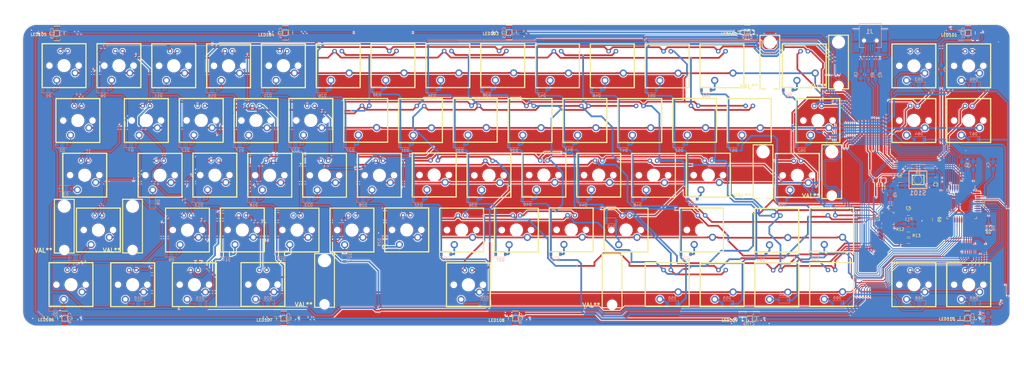
<source format=kicad_pcb>
(kicad_pcb (version 20171130) (host pcbnew "(5.0.2)-1")
  (layers (0 F.Cu signal) (31 B.Cu signal) (34 B.Paste user) (35 F.Paste user) (36 B.SilkS user) (37 F.SilkS user) (38 B.Mask user) (39 F.Mask user) (44 Edge.Cuts user))
  (net 0 "")
  (net 1 /swm_col1)
  (net 2 "Net-(D1-Pad2)")
  (net 3 "Net-(D2-Pad2)")
  (net 4 "Net-(D3-Pad2)")
  (net 5 "Net-(D4-Pad2)")
  (net 6 "Net-(D5-Pad2)")
  (net 7 /swm_col2)
  (net 8 "Net-(D6-Pad2)")
  (net 9 "Net-(D7-Pad2)")
  (net 10 "Net-(D8-Pad2)")
  (net 11 "Net-(D9-Pad2)")
  (net 12 "Net-(D10-Pad2)")
  (net 13 /swm_col3)
  (net 14 "Net-(D11-Pad2)")
  (net 15 "Net-(D12-Pad2)")
  (net 16 "Net-(D13-Pad2)")
  (net 17 "Net-(D14-Pad2)")
  (net 18 "Net-(D15-Pad2)")
  (net 19 /swm_col4)
  (net 20 "Net-(D16-Pad2)")
  (net 21 "Net-(D17-Pad2)")
  (net 22 "Net-(D18-Pad2)")
  (net 23 "Net-(D19-Pad2)")
  (net 24 "Net-(D20-Pad2)")
  (net 25 /swm_col5)
  (net 26 "Net-(D21-Pad2)")
  (net 27 "Net-(D22-Pad2)")
  (net 28 "Net-(D23-Pad2)")
  (net 29 "Net-(D24-Pad2)")
  (net 30 /swm_col7)
  (net 31 "Net-(D25-Pad2)")
  (net 32 /swm_col6)
  (net 33 "Net-(D26-Pad2)")
  (net 34 "Net-(D27-Pad2)")
  (net 35 "Net-(D28-Pad2)")
  (net 36 "Net-(D29-Pad2)")
  (net 37 "Net-(D30-Pad2)")
  (net 38 "Net-(D31-Pad2)")
  (net 39 "Net-(D32-Pad2)")
  (net 40 "Net-(D33-Pad2)")
  (net 41 /swm_col8)
  (net 42 "Net-(D34-Pad2)")
  (net 43 "Net-(D35-Pad2)")
  (net 44 "Net-(D36-Pad2)")
  (net 45 "Net-(D37-Pad2)")
  (net 46 /swm_col9)
  (net 47 "Net-(D38-Pad2)")
  (net 48 "Net-(D39-Pad2)")
  (net 49 "Net-(D40-Pad2)")
  (net 50 "Net-(D41-Pad2)")
  (net 51 /swm_col10)
  (net 52 "Net-(D42-Pad2)")
  (net 53 "Net-(D43-Pad2)")
  (net 54 "Net-(D44-Pad2)")
  (net 55 "Net-(D45-Pad2)")
  (net 56 /swm_col11)
  (net 57 "Net-(D46-Pad2)")
  (net 58 "Net-(D47-Pad2)")
  (net 59 "Net-(D48-Pad2)")
  (net 60 "Net-(D49-Pad2)")
  (net 61 "Net-(D50-Pad2)")
  (net 62 /swm_col12)
  (net 63 "Net-(D51-Pad2)")
  (net 64 "Net-(D52-Pad2)")
  (net 65 "Net-(D53-Pad2)")
  (net 66 "Net-(D54-Pad2)")
  (net 67 "Net-(D55-Pad2)")
  (net 68 /swm_col13)
  (net 69 "Net-(D56-Pad2)")
  (net 70 "Net-(D57-Pad2)")
  (net 71 "Net-(D58-Pad2)")
  (net 72 "Net-(D59-Pad2)")
  (net 73 "Net-(D60-Pad2)")
  (net 74 /swm_col14)
  (net 75 "Net-(D61-Pad2)")
  (net 76 "Net-(D62-Pad2)")
  (net 77 /swm_col15)
  (net 78 "Net-(D63-Pad2)")
  (net 79 "Net-(D64-Pad2)")
  (net 80 "Net-(D65-Pad2)")
  (net 81 "Net-(D66-Pad2)")
  (net 82 "Net-(D67-Pad2)")
  (net 83 "Net-(D68-Pad2)")
  (net 84 "Net-(D69-Pad2)")
  (net 85 /usb_d+)
  (net 86 /usb_d-)
  (net 87 VCC)
  (net 88 GND)
  (net 89 /led_ca9)
  (net 90 /led_ca1)
  (net 91 /led_ca2)
  (net 92 /led_ca3)
  (net 93 /led_ca4)
  (net 94 /led_ca5)
  (net 95 /led_ca8)
  (net 96 /led_ca6)
  (net 97 /led_ca7)
  (net 98 "Net-(LED101-Pad2)")
  (net 99 /rgb-backlight/data_input)
  (net 100 "Net-(LED102-Pad2)")
  (net 101 "Net-(LED103-Pad2)")
  (net 102 "Net-(LED104-Pad2)")
  (net 103 "Net-(LED105-Pad2)")
  (net 104 "Net-(LED106-Pad2)")
  (net 105 "Net-(LED107-Pad2)")
  (net 106 "Net-(LED108-Pad2)")
  (net 107 "Net-(LED109-Pad2)")
  (net 108 "Net-(LED110-Pad2)")
  (net 109 /swm_row1)
  (net 110 /swm_row2)
  (net 111 /swm_row3)
  (net 112 /swm_row4)
  (net 113 /swm_row5)
  (net 114 "Net-(R1-Pad2)")
  (net 115 "Net-(R5-Pad2)")
  (net 116 "Net-(R3-Pad1)")
  (net 117 "Net-(R2-Pad1)")
  (net 118 "Net-(C1-Pad1)")
  (net 119 "Net-(C3-Pad2)")
  (net 120 "Net-(C2-Pad2)")
  (net 121 /i2c_scl)
  (net 122 /i2c_sda)
  (net 123 /rgb_bl)
  (net 124 "Net-(R4-Pad2)")
  (net 125 "Net-(R6-Pad2)")
  (net 126 "Net-(C4-Pad2)")
  (net 127 "Net-(R13-Pad2)")
  (net 128 "Net-(R12-Pad2)")
  (net 129 "Net-(R11-Pad2)")
  (net 130 "Net-(C5-Pad1)")
  (net 131 "Net-(R8-Pad1)")
  (net 132 "Net-(J1-Pad4)")
  (net 133 "Net-(LED19-Pad2)")
  (net 134 "Net-(S101-Pad4)")
  (net 135 "Net-(S101-Pad2)")
  (net 136 "Net-(U2-Pad7)")
  (net 137 "Net-(U2-Pad8)")
  (net 138 "Net-(U2-Pad9)")
  (net 139 "Net-(U2-Pad10)")
  (net 140 "Net-(U2-Pad11)")
  (net 141 "Net-(U2-Pad12)")
  (net 142 "Net-(U2-Pad13)")
  (net 143 "Net-(U2-Pad14)")
  (net 144 "Net-(U2-Pad15)")
  (net 145 "Net-(U2-Pad17)")
  (module mx1a:MX1A-led (layer F.Cu) (at 369.46 169.62 180)
    (fp_text reference LED69 hide)
    (fp_text value LED hide)
    (pad 1 thru_hole circle (at -1.27 5.08 180) (size 1.6002 1.6002) (drill 0.8128) (layers *.Cu *.Mask) (net 91 /led_ca2))
    (pad 2 thru_hole circle (at 1.27 5.08 180) (size 1.6002 1.6002) (drill 0.8128) (layers *.Cu *.Mask) (net 89 /led_ca9))
  )
  (module mx1a:MX1A (layer F.Cu) (at 369.46 169.62 180)
    (fp_text reference S69 hide)
    (fp_text value MX1A hide)
    (pad "" np_thru_hole circle (at 0 0 180) (size 3.98018 3.98018) (drill 3.98018) (layers *.Cu *.Mask))
    (pad 2 thru_hole circle (at 2.54 -5.08 180) (size 2.49936 2.49936) (drill 1.50114) (layers *.Cu *.Mask) (net 84 "Net-(D69-Pad2)"))
    (pad 1 thru_hole circle (at -3.81 -2.54 180) (size 2.49936 2.49936) (drill 1.50114) (layers *.Cu *.Mask) (net 112 /swm_row4))
    (pad "" np_thru_hole circle (at -5.08 0 180) (size 1.69926 1.69926) (drill 1.69926) (layers *.Cu *.Mask))
    (pad "" np_thru_hole circle (at 5.08 0 180) (size 1.69926 1.69926) (drill 1.69926) (layers *.Cu *.Mask))
  )
  (module Housings_QFP:TQFP-44_10x10mm_Pitch0.8mm (layer F.Cu) (at 367.03 141.478 270)
    (fp_text reference U1 (at 0 -7.45 270) (layer F.SilkS))
    (fp_text value ATMEGA32U4-AU)
    (pad 1 smd rect (at -5.7 -4 270) (size 1.5 0.55) (layers F.Cu F.Paste F.Mask) (net 115 "Net-(R5-Pad2)"))
    (pad 2 smd rect (at -5.7 -3.2 270) (size 1.5 0.55) (layers F.Cu F.Paste F.Mask) (net 87 VCC))
    (pad 3 smd rect (at -5.7 -2.4 270) (size 1.5 0.55) (layers F.Cu F.Paste F.Mask) (net 116 "Net-(R3-Pad1)"))
    (pad 4 smd rect (at -5.7 -1.6 270) (size 1.5 0.55) (layers F.Cu F.Paste F.Mask) (net 117 "Net-(R2-Pad1)"))
    (pad 5 smd rect (at -5.7 -0.8 270) (size 1.5 0.55) (layers F.Cu F.Paste F.Mask) (net 88 GND))
    (pad 6 smd rect (at -5.7 0 270) (size 1.5 0.55) (layers F.Cu F.Paste F.Mask) (net 118 "Net-(C1-Pad1)"))
    (pad 7 smd rect (at -5.7 0.8 270) (size 1.5 0.55) (layers F.Cu F.Paste F.Mask) (net 87 VCC))
    (pad 8 smd rect (at -5.7 1.6 270) (size 1.5 0.55) (layers F.Cu F.Paste F.Mask) (net 7 /swm_col2))
    (pad 9 smd rect (at -5.7 2.4 270) (size 1.5 0.55) (layers F.Cu F.Paste F.Mask) (net 19 /swm_col4))
    (pad 10 smd rect (at -5.7 3.2 270) (size 1.5 0.55) (layers F.Cu F.Paste F.Mask) (net 32 /swm_col6))
    (pad 11 smd rect (at -5.7 4 270) (size 1.5 0.55) (layers F.Cu F.Paste F.Mask) (net 41 /swm_col8))
    (pad 12 smd rect (at -4 5.7) (size 1.5 0.55) (layers F.Cu F.Paste F.Mask) (net 51 /swm_col10))
    (pad 13 smd rect (at -3.2 5.7) (size 1.5 0.55) (layers F.Cu F.Paste F.Mask) (net 114 "Net-(R1-Pad2)"))
    (pad 14 smd rect (at -2.4 5.7) (size 1.5 0.55) (layers F.Cu F.Paste F.Mask) (net 87 VCC))
    (pad 15 smd rect (at -1.6 5.7) (size 1.5 0.55) (layers F.Cu F.Paste F.Mask) (net 88 GND))
    (pad 16 smd rect (at -0.8 5.7) (size 1.5 0.55) (layers F.Cu F.Paste F.Mask) (net 119 "Net-(C3-Pad2)"))
    (pad 17 smd rect (at 0 5.7) (size 1.5 0.55) (layers F.Cu F.Paste F.Mask) (net 120 "Net-(C2-Pad2)"))
    (pad 18 smd rect (at 0.8 5.7) (size 1.5 0.55) (layers F.Cu F.Paste F.Mask) (net 121 /i2c_scl))
    (pad 19 smd rect (at 1.6 5.7) (size 1.5 0.55) (layers F.Cu F.Paste F.Mask) (net 122 /i2c_sda))
    (pad 20 smd rect (at 2.4 5.7) (size 1.5 0.55) (layers F.Cu F.Paste F.Mask) (net 123 /rgb_bl))
    (pad 21 smd rect (at 3.2 5.7) (size 1.5 0.55) (layers F.Cu F.Paste F.Mask) (net 62 /swm_col12))
    (pad 22 smd rect (at 4 5.7) (size 1.5 0.55) (layers F.Cu F.Paste F.Mask) (net 74 /swm_col14))
    (pad 23 smd rect (at 5.7 4 270) (size 1.5 0.55) (layers F.Cu F.Paste F.Mask) (net 88 GND))
    (pad 24 smd rect (at 5.7 3.2 270) (size 1.5 0.55) (layers F.Cu F.Paste F.Mask) (net 87 VCC))
    (pad 25 smd rect (at 5.7 2.4 270) (size 1.5 0.55) (layers F.Cu F.Paste F.Mask) (net 109 /swm_row1))
    (pad 26 smd rect (at 5.7 1.6 270) (size 1.5 0.55) (layers F.Cu F.Paste F.Mask) (net 110 /swm_row2))
    (pad 27 smd rect (at 5.7 0.8 270) (size 1.5 0.55) (layers F.Cu F.Paste F.Mask) (net 111 /swm_row3))
    (pad 28 smd rect (at 5.7 0 270) (size 1.5 0.55) (layers F.Cu F.Paste F.Mask) (net 112 /swm_row4))
    (pad 29 smd rect (at 5.7 -0.8 270) (size 1.5 0.55) (layers F.Cu F.Paste F.Mask) (net 113 /swm_row5))
    (pad 30 smd rect (at 5.7 -1.6 270) (size 1.5 0.55) (layers F.Cu F.Paste F.Mask) (net 68 /swm_col13))
    (pad 31 smd rect (at 5.7 -2.4 270) (size 1.5 0.55) (layers F.Cu F.Paste F.Mask) (net 56 /swm_col11))
    (pad 32 smd rect (at 5.7 -3.2 270) (size 1.5 0.55) (layers F.Cu F.Paste F.Mask) (net 46 /swm_col9))
    (pad 33 smd rect (at 5.7 -4 270) (size 1.5 0.55) (layers F.Cu F.Paste F.Mask) (net 124 "Net-(R4-Pad2)"))
    (pad 34 smd rect (at 4 -5.7) (size 1.5 0.55) (layers F.Cu F.Paste F.Mask) (net 87 VCC))
    (pad 35 smd rect (at 3.2 -5.7) (size 1.5 0.55) (layers F.Cu F.Paste F.Mask) (net 88 GND))
    (pad 36 smd rect (at 2.4 -5.7) (size 1.5 0.55) (layers F.Cu F.Paste F.Mask) (net 30 /swm_col7))
    (pad 37 smd rect (at 1.6 -5.7) (size 1.5 0.55) (layers F.Cu F.Paste F.Mask) (net 25 /swm_col5))
    (pad 38 smd rect (at 0.8 -5.7) (size 1.5 0.55) (layers F.Cu F.Paste F.Mask) (net 13 /swm_col3))
    (pad 39 smd rect (at 0 -5.7) (size 1.5 0.55) (layers F.Cu F.Paste F.Mask) (net 125 "Net-(R6-Pad2)"))
    (pad 40 smd rect (at -0.8 -5.7) (size 1.5 0.55) (layers F.Cu F.Paste F.Mask) (net 1 /swm_col1))
    (pad 41 smd rect (at -1.6 -5.7) (size 1.5 0.55) (layers F.Cu F.Paste F.Mask) (net 77 /swm_col15))
    (pad 42 smd rect (at -2.4 -5.7) (size 1.5 0.55) (layers F.Cu F.Paste F.Mask) (net 126 "Net-(C4-Pad2)"))
    (pad 43 smd rect (at -3.2 -5.7) (size 1.5 0.55) (layers F.Cu F.Paste F.Mask) (net 88 GND))
    (pad 44 smd rect (at -4 -5.7) (size 1.5 0.55) (layers F.Cu F.Paste F.Mask) (net 87 VCC))
  )
  (module Capacitors_SMD:C_0805_HandSoldering (layer B.Cu) (at 369.255219 82.032015 270)
    (fp_text reference C101 (at 0 1.75 270) (layer B.SilkS) (effects (justify mirror)))
    (fp_text value 0.1u)
    (pad 1 smd rect (at -1.25 0 270) (size 1.5 1.25) (layers B.Cu B.Paste B.Mask) (net 87 VCC))
    (pad 2 smd rect (at 1.25 0 270) (size 1.5 1.25) (layers B.Cu B.Paste B.Mask) (net 88 GND))
  )
  (module mx1a:MX1A-led (layer F.Cu) (at 350.41 169.62 180)
    (fp_text reference LED68 hide)
    (fp_text value LED hide)
    (pad 1 thru_hole circle (at -1.27 5.08 180) (size 1.6002 1.6002) (drill 0.8128) (layers *.Cu *.Mask) (net 91 /led_ca2))
    (pad 2 thru_hole circle (at 1.27 5.08 180) (size 1.6002 1.6002) (drill 0.8128) (layers *.Cu *.Mask) (net 95 /led_ca8))
  )
  (module mx1a:MX1A (layer F.Cu) (at 317.06 112.49 180)
    (fp_text reference S62 hide)
    (fp_text value MX1A hide)
    (pad "" np_thru_hole circle (at 0 0 180) (size 3.98018 3.98018) (drill 3.98018) (layers *.Cu *.Mask))
    (pad 2 thru_hole circle (at 2.54 -5.08 180) (size 2.49936 2.49936) (drill 1.50114) (layers *.Cu *.Mask) (net 76 "Net-(D62-Pad2)"))
    (pad 1 thru_hole circle (at -3.81 -2.54 180) (size 2.49936 2.49936) (drill 1.50114) (layers *.Cu *.Mask) (net 110 /swm_row2))
    (pad "" np_thru_hole circle (at -5.08 0 180) (size 1.69926 1.69926) (drill 1.69926) (layers *.Cu *.Mask))
    (pad "" np_thru_hole circle (at 5.08 0 180) (size 1.69926 1.69926) (drill 1.69926) (layers *.Cu *.Mask))
  )
  (module Diodes_SMD:D_SOD-123 (layer B.Cu) (at 287.656 120.904)
    (fp_text reference D57 (at 0 2) (layer B.SilkS) (effects (justify mirror)))
    (fp_text value 1N4148)
    (pad 1 smd rect (at -1.65 0) (size 0.9 1.2) (layers B.Cu B.Paste B.Mask) (net 68 /swm_col13))
    (pad 2 smd rect (at 1.65 0) (size 0.9 1.2) (layers B.Cu B.Paste B.Mask) (net 70 "Net-(D57-Pad2)"))
  )
  (module Diodes_SMD:D_SOD-123 (layer B.Cu) (at 268.86 120.904)
    (fp_text reference D52 (at 0 2) (layer B.SilkS) (effects (justify mirror)))
    (fp_text value 1N4148)
    (pad 1 smd rect (at -1.65 0) (size 0.9 1.2) (layers B.Cu B.Paste B.Mask) (net 62 /swm_col12))
    (pad 2 smd rect (at 1.65 0) (size 0.9 1.2) (layers B.Cu B.Paste B.Mask) (net 64 "Net-(D52-Pad2)"))
  )
  (module Diodes_SMD:D_SOD-123 (layer B.Cu) (at 230.506 120.65)
    (fp_text reference D43 (at 0 2) (layer B.SilkS) (effects (justify mirror)))
    (fp_text value 1N4148)
    (pad 1 smd rect (at -1.65 0) (size 0.9 1.2) (layers B.Cu B.Paste B.Mask) (net 51 /swm_col10))
    (pad 2 smd rect (at 1.65 0) (size 0.9 1.2) (layers B.Cu B.Paste B.Mask) (net 53 "Net-(D43-Pad2)"))
  )
  (module Diodes_SMD:D_SOD-123 (layer B.Cu) (at 192.532 120.904)
    (fp_text reference D35 (at 0 2) (layer B.SilkS) (effects (justify mirror)))
    (fp_text value 1N4148)
    (pad 1 smd rect (at -1.65 0) (size 0.9 1.2) (layers B.Cu B.Paste B.Mask) (net 41 /swm_col8))
    (pad 2 smd rect (at 1.65 0) (size 0.9 1.2) (layers B.Cu B.Paste B.Mask) (net 43 "Net-(D35-Pad2)"))
  )
  (module Diodes_SMD:D_SOD-123 (layer B.Cu) (at 135.51 120.904)
    (fp_text reference D22 (at 0 2) (layer B.SilkS) (effects (justify mirror)))
    (fp_text value 1N4148)
    (pad 1 smd rect (at -1.65 0) (size 0.9 1.2) (layers B.Cu B.Paste B.Mask) (net 25 /swm_col5))
    (pad 2 smd rect (at 1.65 0) (size 0.9 1.2) (layers B.Cu B.Paste B.Mask) (net 27 "Net-(D22-Pad2)"))
  )
  (module mx1a:MX1A (layer F.Cu) (at 174.18 150.57 180)
    (fp_text reference S29 hide)
    (fp_text value MX1A hide)
    (pad "" np_thru_hole circle (at 0 0 180) (size 3.98018 3.98018) (drill 3.98018) (layers *.Cu *.Mask))
    (pad 2 thru_hole circle (at 2.54 -5.08 180) (size 2.49936 2.49936) (drill 1.50114) (layers *.Cu *.Mask) (net 36 "Net-(D29-Pad2)"))
    (pad 1 thru_hole circle (at -3.81 -2.54 180) (size 2.49936 2.49936) (drill 1.50114) (layers *.Cu *.Mask) (net 112 /swm_row4))
    (pad "" np_thru_hole circle (at -5.08 0 180) (size 1.69926 1.69926) (drill 1.69926) (layers *.Cu *.Mask))
    (pad "" np_thru_hole circle (at 5.08 0 180) (size 1.69926 1.69926) (drill 1.69926) (layers *.Cu *.Mask))
  )
  (module Diodes_SMD:D_SOD-123 (layer B.Cu) (at 49.658 101.854)
    (fp_text reference D1 (at 0 2) (layer B.SilkS) (effects (justify mirror)))
    (fp_text value 1N4148)
    (pad 1 smd rect (at -1.65 0) (size 0.9 1.2) (layers B.Cu B.Paste B.Mask) (net 1 /swm_col1))
    (pad 2 smd rect (at 1.65 0) (size 0.9 1.2) (layers B.Cu B.Paste B.Mask) (net 2 "Net-(D1-Pad2)"))
  )
  (module Diodes_SMD:D_SOD-123 (layer B.Cu) (at 54.484 120.904)
    (fp_text reference D2 (at 0 2) (layer B.SilkS) (effects (justify mirror)))
    (fp_text value 1N4148)
    (pad 1 smd rect (at -1.65 0) (size 0.9 1.2) (layers B.Cu B.Paste B.Mask) (net 1 /swm_col1))
    (pad 2 smd rect (at 1.65 0) (size 0.9 1.2) (layers B.Cu B.Paste B.Mask) (net 3 "Net-(D2-Pad2)"))
  )
  (module Diodes_SMD:D_SOD-123 (layer B.Cu) (at 55.71 136.13)
    (fp_text reference D3 (at 0 2) (layer B.SilkS) (effects (justify mirror)))
    (fp_text value 1N4148)
    (pad 1 smd rect (at -1.65 0) (size 0.9 1.2) (layers B.Cu B.Paste B.Mask) (net 1 /swm_col1))
    (pad 2 smd rect (at 1.65 0) (size 0.9 1.2) (layers B.Cu B.Paste B.Mask) (net 4 "Net-(D3-Pad2)"))
  )
  (module Diodes_SMD:D_SOD-123 (layer B.Cu) (at 59.04 160.2)
    (fp_text reference D4 (at 0 2) (layer B.SilkS) (effects (justify mirror)))
    (fp_text value 1N4148)
    (pad 1 smd rect (at -1.65 0) (size 0.9 1.2) (layers B.Cu B.Paste B.Mask) (net 1 /swm_col1))
    (pad 2 smd rect (at 1.65 0) (size 0.9 1.2) (layers B.Cu B.Paste B.Mask) (net 5 "Net-(D4-Pad2)"))
  )
  (module Diodes_SMD:D_SOD-123 (layer B.Cu) (at 52.07 177.8)
    (fp_text reference D5 (at 0 2) (layer B.SilkS) (effects (justify mirror)))
    (fp_text value 1N4148)
    (pad 1 smd rect (at -1.65 0) (size 0.9 1.2) (layers B.Cu B.Paste B.Mask) (net 1 /swm_col1))
    (pad 2 smd rect (at 1.65 0) (size 0.9 1.2) (layers B.Cu B.Paste B.Mask) (net 6 "Net-(D5-Pad2)"))
  )
  (module Diodes_SMD:D_SOD-123 (layer B.Cu) (at 68.706 101.854)
    (fp_text reference D6 (at 0 2) (layer B.SilkS) (effects (justify mirror)))
    (fp_text value 1N4148)
    (pad 1 smd rect (at -1.65 0) (size 0.9 1.2) (layers B.Cu B.Paste B.Mask) (net 7 /swm_col2))
    (pad 2 smd rect (at 1.65 0) (size 0.9 1.2) (layers B.Cu B.Paste B.Mask) (net 8 "Net-(D6-Pad2)"))
  )
  (module Diodes_SMD:D_SOD-123 (layer B.Cu) (at 78.36 120.904)
    (fp_text reference D7 (at 0 2) (layer B.SilkS) (effects (justify mirror)))
    (fp_text value 1N4148)
    (pad 1 smd rect (at -1.65 0) (size 0.9 1.2) (layers B.Cu B.Paste B.Mask) (net 7 /swm_col2))
    (pad 2 smd rect (at 1.65 0) (size 0.9 1.2) (layers B.Cu B.Paste B.Mask) (net 9 "Net-(D7-Pad2)"))
  )
  (module Diodes_SMD:D_SOD-123 (layer B.Cu) (at 85.83 140.91 90)
    (fp_text reference D8 (at 0 2 90) (layer B.SilkS) (effects (justify mirror)))
    (fp_text value 1N4148)
    (pad 1 smd rect (at -1.65 0 90) (size 0.9 1.2) (layers B.Cu B.Paste B.Mask) (net 7 /swm_col2))
    (pad 2 smd rect (at 1.65 0 90) (size 0.9 1.2) (layers B.Cu B.Paste B.Mask) (net 10 "Net-(D8-Pad2)"))
  )
  (module Diodes_SMD:D_SOD-123 (layer B.Cu) (at 92.456 159.004)
    (fp_text reference D9 (at 0 2) (layer B.SilkS) (effects (justify mirror)))
    (fp_text value 1N4148)
    (pad 1 smd rect (at -1.65 0) (size 0.9 1.2) (layers B.Cu B.Paste B.Mask) (net 7 /swm_col2))
    (pad 2 smd rect (at 1.65 0) (size 0.9 1.2) (layers B.Cu B.Paste B.Mask) (net 11 "Net-(D9-Pad2)"))
  )
  (module Diodes_SMD:D_SOD-123 (layer B.Cu) (at 80.898 176.276 180)
    (fp_text reference D10 (at 0 2 180) (layer B.SilkS) (effects (justify mirror)))
    (fp_text value 1N4148)
    (pad 1 smd rect (at -1.65 0 180) (size 0.9 1.2) (layers B.Cu B.Paste B.Mask) (net 7 /swm_col2))
    (pad 2 smd rect (at 1.65 0 180) (size 0.9 1.2) (layers B.Cu B.Paste B.Mask) (net 12 "Net-(D10-Pad2)"))
  )
  (module Diodes_SMD:D_SOD-123 (layer B.Cu) (at 87.884 101.854)
    (fp_text reference D11 (at 0 2) (layer B.SilkS) (effects (justify mirror)))
    (fp_text value 1N4148)
    (pad 1 smd rect (at -1.65 0) (size 0.9 1.2) (layers B.Cu B.Paste B.Mask) (net 13 /swm_col3))
    (pad 2 smd rect (at 1.65 0) (size 0.9 1.2) (layers B.Cu B.Paste B.Mask) (net 14 "Net-(D11-Pad2)"))
  )
  (module Diodes_SMD:D_SOD-123 (layer B.Cu) (at 97.282 120.904)
    (fp_text reference D12 (at 0 2) (layer B.SilkS) (effects (justify mirror)))
    (fp_text value 1N4148)
    (pad 1 smd rect (at -1.65 0) (size 0.9 1.2) (layers B.Cu B.Paste B.Mask) (net 13 /swm_col3))
    (pad 2 smd rect (at 1.65 0) (size 0.9 1.2) (layers B.Cu B.Paste B.Mask) (net 15 "Net-(D12-Pad2)"))
  )
  (module Diodes_SMD:D_SOD-123 (layer B.Cu) (at 101.982 139.954)
    (fp_text reference D13 (at 0 2) (layer B.SilkS) (effects (justify mirror)))
    (fp_text value 1N4148)
    (pad 1 smd rect (at -1.65 0) (size 0.9 1.2) (layers B.Cu B.Paste B.Mask) (net 13 /swm_col3))
    (pad 2 smd rect (at 1.65 0) (size 0.9 1.2) (layers B.Cu B.Paste B.Mask) (net 16 "Net-(D13-Pad2)"))
  )
  (module Diodes_SMD:D_SOD-123 (layer B.Cu) (at 111.506 159.004)
    (fp_text reference D14 (at 0 2) (layer B.SilkS) (effects (justify mirror)))
    (fp_text value 1N4148)
    (pad 1 smd rect (at -1.65 0) (size 0.9 1.2) (layers B.Cu B.Paste B.Mask) (net 13 /swm_col3))
    (pad 2 smd rect (at 1.65 0) (size 0.9 1.2) (layers B.Cu B.Paste B.Mask) (net 17 "Net-(D14-Pad2)"))
  )
  (module Diodes_SMD:D_SOD-123 (layer B.Cu) (at 102.362 176.276 180)
    (fp_text reference D15 (at 0 2 180) (layer B.SilkS) (effects (justify mirror)))
    (fp_text value 1N4148)
    (pad 1 smd rect (at -1.65 0 180) (size 0.9 1.2) (layers B.Cu B.Paste B.Mask) (net 13 /swm_col3))
    (pad 2 smd rect (at 1.65 0 180) (size 0.9 1.2) (layers B.Cu B.Paste B.Mask) (net 18 "Net-(D15-Pad2)"))
  )
  (module Diodes_SMD:D_SOD-123 (layer B.Cu) (at 106.552 101.854)
    (fp_text reference D16 (at 0 2) (layer B.SilkS) (effects (justify mirror)))
    (fp_text value 1N4148)
    (pad 1 smd rect (at -1.65 0) (size 0.9 1.2) (layers B.Cu B.Paste B.Mask) (net 19 /swm_col4))
    (pad 2 smd rect (at 1.65 0) (size 0.9 1.2) (layers B.Cu B.Paste B.Mask) (net 20 "Net-(D16-Pad2)"))
  )
  (module Diodes_SMD:D_SOD-123 (layer B.Cu) (at 116.204 120.904)
    (fp_text reference D17 (at 0 2) (layer B.SilkS) (effects (justify mirror)))
    (fp_text value 1N4148)
    (pad 1 smd rect (at -1.65 0) (size 0.9 1.2) (layers B.Cu B.Paste B.Mask) (net 19 /swm_col4))
    (pad 2 smd rect (at 1.65 0) (size 0.9 1.2) (layers B.Cu B.Paste B.Mask) (net 21 "Net-(D17-Pad2)"))
  )
  (module Diodes_SMD:D_SOD-123 (layer B.Cu) (at 121.032 139.954)
    (fp_text reference D18 (at 0 2) (layer B.SilkS) (effects (justify mirror)))
    (fp_text value 1N4148)
    (pad 1 smd rect (at -1.65 0) (size 0.9 1.2) (layers B.Cu B.Paste B.Mask) (net 19 /swm_col4))
    (pad 2 smd rect (at 1.65 0) (size 0.9 1.2) (layers B.Cu B.Paste B.Mask) (net 22 "Net-(D18-Pad2)"))
  )
  (module Diodes_SMD:D_SOD-123 (layer B.Cu) (at 130.684 158.75)
    (fp_text reference D19 (at 0 2) (layer B.SilkS) (effects (justify mirror)))
    (fp_text value 1N4148)
    (pad 1 smd rect (at -1.65 0) (size 0.9 1.2) (layers B.Cu B.Paste B.Mask) (net 19 /swm_col4))
    (pad 2 smd rect (at 1.65 0) (size 0.9 1.2) (layers B.Cu B.Paste B.Mask) (net 23 "Net-(D19-Pad2)"))
  )
  (module Diodes_SMD:D_SOD-123 (layer B.Cu) (at 125.984 176.276 180)
    (fp_text reference D20 (at 0 2 180) (layer B.SilkS) (effects (justify mirror)))
    (fp_text value 1N4148)
    (pad 1 smd rect (at -1.65 0 180) (size 0.9 1.2) (layers B.Cu B.Paste B.Mask) (net 19 /swm_col4))
    (pad 2 smd rect (at 1.65 0 180) (size 0.9 1.2) (layers B.Cu B.Paste B.Mask) (net 24 "Net-(D20-Pad2)"))
  )
  (module Diodes_SMD:D_SOD-123 (layer B.Cu) (at 125.858 101.854)
    (fp_text reference D21 (at 0 2) (layer B.SilkS) (effects (justify mirror)))
    (fp_text value 1N4148)
    (pad 1 smd rect (at -1.65 0) (size 0.9 1.2) (layers B.Cu B.Paste B.Mask) (net 25 /swm_col5))
    (pad 2 smd rect (at 1.65 0) (size 0.9 1.2) (layers B.Cu B.Paste B.Mask) (net 26 "Net-(D21-Pad2)"))
  )
  (module Diodes_SMD:D_SOD-123 (layer B.Cu) (at 140.082 139.954)
    (fp_text reference D23 (at 0 2) (layer B.SilkS) (effects (justify mirror)))
    (fp_text value 1N4148)
    (pad 1 smd rect (at -1.65 0) (size 0.9 1.2) (layers B.Cu B.Paste B.Mask) (net 25 /swm_col5))
    (pad 2 smd rect (at 1.65 0) (size 0.9 1.2) (layers B.Cu B.Paste B.Mask) (net 28 "Net-(D23-Pad2)"))
  )
  (module Diodes_SMD:D_SOD-123 (layer B.Cu) (at 152.56 159.9 90)
    (fp_text reference D24 (at 0 2 90) (layer B.SilkS) (effects (justify mirror)))
    (fp_text value 1N4148)
    (pad 1 smd rect (at -1.65 0 90) (size 0.9 1.2) (layers B.Cu B.Paste B.Mask) (net 25 /swm_col5))
    (pad 2 smd rect (at 1.65 0 90) (size 0.9 1.2) (layers B.Cu B.Paste B.Mask) (net 29 "Net-(D24-Pad2)"))
  )
  (module Diodes_SMD:D_SOD-123 (layer B.Cu) (at 201.296 176.126 180)
    (fp_text reference D25 (at 0 2 180) (layer B.SilkS) (effects (justify mirror)))
    (fp_text value 1N4148)
    (pad 1 smd rect (at -1.65 0 180) (size 0.9 1.2) (layers B.Cu B.Paste B.Mask) (net 30 /swm_col7))
    (pad 2 smd rect (at 1.65 0 180) (size 0.9 1.2) (layers B.Cu B.Paste B.Mask) (net 31 "Net-(D25-Pad2)"))
  )
  (module Diodes_SMD:D_SOD-123 (layer B.Cu) (at 144.908 101.854)
    (fp_text reference D26 (at 0 2) (layer B.SilkS) (effects (justify mirror)))
    (fp_text value 1N4148)
    (pad 1 smd rect (at -1.65 0) (size 0.9 1.2) (layers B.Cu B.Paste B.Mask) (net 32 /swm_col6))
    (pad 2 smd rect (at 1.65 0) (size 0.9 1.2) (layers B.Cu B.Paste B.Mask) (net 33 "Net-(D26-Pad2)"))
  )
  (module Diodes_SMD:D_SOD-123 (layer B.Cu) (at 154.56 120.904)
    (fp_text reference D27 (at 0 2) (layer B.SilkS) (effects (justify mirror)))
    (fp_text value 1N4148)
    (pad 1 smd rect (at -1.65 0) (size 0.9 1.2) (layers B.Cu B.Paste B.Mask) (net 32 /swm_col6))
    (pad 2 smd rect (at 1.65 0) (size 0.9 1.2) (layers B.Cu B.Paste B.Mask) (net 34 "Net-(D27-Pad2)"))
  )
  (module Diodes_SMD:D_SOD-123 (layer B.Cu) (at 159.004 139.954)
    (fp_text reference D28 (at 0 2) (layer B.SilkS) (effects (justify mirror)))
    (fp_text value 1N4148)
    (pad 1 smd rect (at -1.65 0) (size 0.9 1.2) (layers B.Cu B.Paste B.Mask) (net 32 /swm_col6))
    (pad 2 smd rect (at 1.65 0) (size 0.9 1.2) (layers B.Cu B.Paste B.Mask) (net 35 "Net-(D28-Pad2)"))
  )
  (module Diodes_SMD:D_SOD-123 (layer B.Cu) (at 166.624 154.814 270)
    (fp_text reference D29 (at 0 2 270) (layer B.SilkS) (effects (justify mirror)))
    (fp_text value 1N4148)
    (pad 1 smd rect (at -1.65 0 270) (size 0.9 1.2) (layers B.Cu B.Paste B.Mask) (net 32 /swm_col6))
    (pad 2 smd rect (at 1.65 0 270) (size 0.9 1.2) (layers B.Cu B.Paste B.Mask) (net 36 "Net-(D29-Pad2)"))
  )
  (module Diodes_SMD:D_SOD-123 (layer B.Cu) (at 163.958 101.6)
    (fp_text reference D30 (at 0 2) (layer B.SilkS) (effects (justify mirror)))
    (fp_text value 1N4148)
    (pad 1 smd rect (at -1.65 0) (size 0.9 1.2) (layers B.Cu B.Paste B.Mask) (net 30 /swm_col7))
    (pad 2 smd rect (at 1.65 0) (size 0.9 1.2) (layers B.Cu B.Paste B.Mask) (net 37 "Net-(D30-Pad2)"))
  )
  (module Diodes_SMD:D_SOD-123 (layer B.Cu) (at 173.61 120.904)
    (fp_text reference D31 (at 0 2) (layer B.SilkS) (effects (justify mirror)))
    (fp_text value 1N4148)
    (pad 1 smd rect (at -1.65 0) (size 0.9 1.2) (layers B.Cu B.Paste B.Mask) (net 30 /swm_col7))
    (pad 2 smd rect (at 1.65 0) (size 0.9 1.2) (layers B.Cu B.Paste B.Mask) (net 38 "Net-(D31-Pad2)"))
  )
  (module Diodes_SMD:D_SOD-123 (layer B.Cu) (at 178.308 139.954)
    (fp_text reference D32 (at 0 2) (layer B.SilkS) (effects (justify mirror)))
    (fp_text value 1N4148)
    (pad 1 smd rect (at -1.65 0) (size 0.9 1.2) (layers B.Cu B.Paste B.Mask) (net 30 /swm_col7))
    (pad 2 smd rect (at 1.65 0) (size 0.9 1.2) (layers B.Cu B.Paste B.Mask) (net 39 "Net-(D32-Pad2)"))
  )
  (module Diodes_SMD:D_SOD-123 (layer B.Cu) (at 187.834 159.004)
    (fp_text reference D33 (at 0 2) (layer B.SilkS) (effects (justify mirror)))
    (fp_text value 1N4148)
    (pad 1 smd rect (at -1.65 0) (size 0.9 1.2) (layers B.Cu B.Paste B.Mask) (net 30 /swm_col7))
    (pad 2 smd rect (at 1.65 0) (size 0.9 1.2) (layers B.Cu B.Paste B.Mask) (net 40 "Net-(D33-Pad2)"))
  )
  (module Diodes_SMD:D_SOD-123 (layer B.Cu) (at 183.008 101.854)
    (fp_text reference D34 (at 0 2) (layer B.SilkS) (effects (justify mirror)))
    (fp_text value 1N4148)
    (pad 1 smd rect (at -1.65 0) (size 0.9 1.2) (layers B.Cu B.Paste B.Mask) (net 41 /swm_col8))
    (pad 2 smd rect (at 1.65 0) (size 0.9 1.2) (layers B.Cu B.Paste B.Mask) (net 42 "Net-(D34-Pad2)"))
  )
  (module Diodes_SMD:D_SOD-123 (layer B.Cu) (at 197.232 139.954)
    (fp_text reference D36 (at 0 2) (layer B.SilkS) (effects (justify mirror)))
    (fp_text value 1N4148)
    (pad 1 smd rect (at -1.65 0) (size 0.9 1.2) (layers B.Cu B.Paste B.Mask) (net 41 /swm_col8))
    (pad 2 smd rect (at 1.65 0) (size 0.9 1.2) (layers B.Cu B.Paste B.Mask) (net 44 "Net-(D36-Pad2)"))
  )
  (module Diodes_SMD:D_SOD-123 (layer B.Cu) (at 206.756 159.004)
    (fp_text reference D37 (at 0 2) (layer B.SilkS) (effects (justify mirror)))
    (fp_text value 1N4148)
    (pad 1 smd rect (at -1.65 0) (size 0.9 1.2) (layers B.Cu B.Paste B.Mask) (net 41 /swm_col8))
    (pad 2 smd rect (at 1.65 0) (size 0.9 1.2) (layers B.Cu B.Paste B.Mask) (net 45 "Net-(D37-Pad2)"))
  )
  (module Diodes_SMD:D_SOD-123 (layer B.Cu) (at 202.058 101.6)
    (fp_text reference D38 (at 0 2) (layer B.SilkS) (effects (justify mirror)))
    (fp_text value 1N4148)
    (pad 1 smd rect (at -1.65 0) (size 0.9 1.2) (layers B.Cu B.Paste B.Mask) (net 46 /swm_col9))
    (pad 2 smd rect (at 1.65 0) (size 0.9 1.2) (layers B.Cu B.Paste B.Mask) (net 47 "Net-(D38-Pad2)"))
  )
  (module Diodes_SMD:D_SOD-123 (layer B.Cu) (at 211.456 120.904)
    (fp_text reference D39 (at 0 2) (layer B.SilkS) (effects (justify mirror)))
    (fp_text value 1N4148)
    (pad 1 smd rect (at -1.65 0) (size 0.9 1.2) (layers B.Cu B.Paste B.Mask) (net 46 /swm_col9))
    (pad 2 smd rect (at 1.65 0) (size 0.9 1.2) (layers B.Cu B.Paste B.Mask) (net 48 "Net-(D39-Pad2)"))
  )
  (module Diodes_SMD:D_SOD-123 (layer B.Cu) (at 216.154 139.7)
    (fp_text reference D40 (at 0 2) (layer B.SilkS) (effects (justify mirror)))
    (fp_text value 1N4148)
    (pad 1 smd rect (at -1.65 0) (size 0.9 1.2) (layers B.Cu B.Paste B.Mask) (net 46 /swm_col9))
    (pad 2 smd rect (at 1.65 0) (size 0.9 1.2) (layers B.Cu B.Paste B.Mask) (net 49 "Net-(D40-Pad2)"))
  )
  (module Diodes_SMD:D_SOD-123 (layer B.Cu) (at 225.934 159.004)
    (fp_text reference D41 (at 0 2) (layer B.SilkS) (effects (justify mirror)))
    (fp_text value 1N4148)
    (pad 1 smd rect (at -1.65 0) (size 0.9 1.2) (layers B.Cu B.Paste B.Mask) (net 46 /swm_col9))
    (pad 2 smd rect (at 1.65 0) (size 0.9 1.2) (layers B.Cu B.Paste B.Mask) (net 50 "Net-(D41-Pad2)"))
  )
  (module Diodes_SMD:D_SOD-123 (layer B.Cu) (at 221.108 101.854)
    (fp_text reference D42 (at 0 2) (layer B.SilkS) (effects (justify mirror)))
    (fp_text value 1N4148)
    (pad 1 smd rect (at -1.65 0) (size 0.9 1.2) (layers B.Cu B.Paste B.Mask) (net 51 /swm_col10))
    (pad 2 smd rect (at 1.65 0) (size 0.9 1.2) (layers B.Cu B.Paste B.Mask) (net 52 "Net-(D42-Pad2)"))
  )
  (module Diodes_SMD:D_SOD-123 (layer B.Cu) (at 235.458 139.954)
    (fp_text reference D44 (at 0 2) (layer B.SilkS) (effects (justify mirror)))
    (fp_text value 1N4148)
    (pad 1 smd rect (at -1.65 0) (size 0.9 1.2) (layers B.Cu B.Paste B.Mask) (net 51 /swm_col10))
    (pad 2 smd rect (at 1.65 0) (size 0.9 1.2) (layers B.Cu B.Paste B.Mask) (net 54 "Net-(D44-Pad2)"))
  )
  (module Diodes_SMD:D_SOD-123 (layer B.Cu) (at 245.32 147.39)
    (fp_text reference D45 (at 0 2) (layer B.SilkS) (effects (justify mirror)))
    (fp_text value 1N4148)
    (pad 1 smd rect (at -1.65 0) (size 0.9 1.2) (layers B.Cu B.Paste B.Mask) (net 51 /swm_col10))
    (pad 2 smd rect (at 1.65 0) (size 0.9 1.2) (layers B.Cu B.Paste B.Mask) (net 55 "Net-(D45-Pad2)"))
  )
  (module Diodes_SMD:D_SOD-123 (layer B.Cu) (at 240.158 101.854)
    (fp_text reference D46 (at 0 2) (layer B.SilkS) (effects (justify mirror)))
    (fp_text value 1N4148)
    (pad 1 smd rect (at -1.65 0) (size 0.9 1.2) (layers B.Cu B.Paste B.Mask) (net 56 /swm_col11))
    (pad 2 smd rect (at 1.65 0) (size 0.9 1.2) (layers B.Cu B.Paste B.Mask) (net 57 "Net-(D46-Pad2)"))
  )
  (module Diodes_SMD:D_SOD-123 (layer B.Cu) (at 249.556 120.904)
    (fp_text reference D47 (at 0 2) (layer B.SilkS) (effects (justify mirror)))
    (fp_text value 1N4148)
    (pad 1 smd rect (at -1.65 0) (size 0.9 1.2) (layers B.Cu B.Paste B.Mask) (net 56 /swm_col11))
    (pad 2 smd rect (at 1.65 0) (size 0.9 1.2) (layers B.Cu B.Paste B.Mask) (net 58 "Net-(D47-Pad2)"))
  )
  (module Diodes_SMD:D_SOD-123 (layer B.Cu) (at 254.382 139.954)
    (fp_text reference D48 (at 0 2) (layer B.SilkS) (effects (justify mirror)))
    (fp_text value 1N4148)
    (pad 1 smd rect (at -1.65 0) (size 0.9 1.2) (layers B.Cu B.Paste B.Mask) (net 56 /swm_col11))
    (pad 2 smd rect (at 1.65 0) (size 0.9 1.2) (layers B.Cu B.Paste B.Mask) (net 59 "Net-(D48-Pad2)"))
  )
  (module Diodes_SMD:D_SOD-123 (layer B.Cu) (at 271.146 159.004)
    (fp_text reference D49 (at 0 2) (layer B.SilkS) (effects (justify mirror)))
    (fp_text value 1N4148)
    (pad 1 smd rect (at -1.65 0) (size 0.9 1.2) (layers B.Cu B.Paste B.Mask) (net 56 /swm_col11))
    (pad 2 smd rect (at 1.65 0) (size 0.9 1.2) (layers B.Cu B.Paste B.Mask) (net 60 "Net-(D49-Pad2)"))
  )
  (module Diodes_SMD:D_SOD-123 (layer B.Cu) (at 266.446 176.276 180)
    (fp_text reference D50 (at 0 2 180) (layer B.SilkS) (effects (justify mirror)))
    (fp_text value 1N4148)
    (pad 1 smd rect (at -1.65 0 180) (size 0.9 1.2) (layers B.Cu B.Paste B.Mask) (net 56 /swm_col11))
    (pad 2 smd rect (at 1.65 0 180) (size 0.9 1.2) (layers B.Cu B.Paste B.Mask) (net 61 "Net-(D50-Pad2)"))
  )
  (module Diodes_SMD:D_SOD-123 (layer B.Cu) (at 259.208 101.854)
    (fp_text reference D51 (at 0 2) (layer B.SilkS) (effects (justify mirror)))
    (fp_text value 1N4148)
    (pad 1 smd rect (at -1.65 0) (size 0.9 1.2) (layers B.Cu B.Paste B.Mask) (net 62 /swm_col12))
    (pad 2 smd rect (at 1.65 0) (size 0.9 1.2) (layers B.Cu B.Paste B.Mask) (net 63 "Net-(D51-Pad2)"))
  )
  (module Diodes_SMD:D_SOD-123 (layer B.Cu) (at 273.432 139.7)
    (fp_text reference D53 (at 0 2) (layer B.SilkS) (effects (justify mirror)))
    (fp_text value 1N4148)
    (pad 1 smd rect (at -1.65 0) (size 0.9 1.2) (layers B.Cu B.Paste B.Mask) (net 62 /swm_col12))
    (pad 2 smd rect (at 1.65 0) (size 0.9 1.2) (layers B.Cu B.Paste B.Mask) (net 65 "Net-(D53-Pad2)"))
  )
  (module Diodes_SMD:D_SOD-123 (layer B.Cu) (at 297.308 159.004)
    (fp_text reference D54 (at 0 2) (layer B.SilkS) (effects (justify mirror)))
    (fp_text value 1N4148)
    (pad 1 smd rect (at -1.65 0) (size 0.9 1.2) (layers B.Cu B.Paste B.Mask) (net 62 /swm_col12))
    (pad 2 smd rect (at 1.65 0) (size 0.9 1.2) (layers B.Cu B.Paste B.Mask) (net 66 "Net-(D54-Pad2)"))
  )
  (module Diodes_SMD:D_SOD-123 (layer B.Cu) (at 285.47 176.23 180)
    (fp_text reference D55 (at 0 2 180) (layer B.SilkS) (effects (justify mirror)))
    (fp_text value 1N4148)
    (pad 1 smd rect (at -1.65 0 180) (size 0.9 1.2) (layers B.Cu B.Paste B.Mask) (net 62 /swm_col12))
    (pad 2 smd rect (at 1.65 0 180) (size 0.9 1.2) (layers B.Cu B.Paste B.Mask) (net 67 "Net-(D55-Pad2)"))
  )
  (module Diodes_SMD:D_SOD-123 (layer B.Cu) (at 278.258 101.854)
    (fp_text reference D56 (at 0 2) (layer B.SilkS) (effects (justify mirror)))
    (fp_text value 1N4148)
    (pad 1 smd rect (at -1.65 0) (size 0.9 1.2) (layers B.Cu B.Paste B.Mask) (net 68 /swm_col13))
    (pad 2 smd rect (at 1.65 0) (size 0.9 1.2) (layers B.Cu B.Paste B.Mask) (net 69 "Net-(D56-Pad2)"))
  )
  (module Diodes_SMD:D_SOD-123 (layer B.Cu) (at 304.546 139.954)
    (fp_text reference D58 (at 0 2) (layer B.SilkS) (effects (justify mirror)))
    (fp_text value 1N4148)
    (pad 1 smd rect (at -1.65 0) (size 0.9 1.2) (layers B.Cu B.Paste B.Mask) (net 68 /swm_col13))
    (pad 2 smd rect (at 1.65 0) (size 0.9 1.2) (layers B.Cu B.Paste B.Mask) (net 71 "Net-(D58-Pad2)"))
  )
  (module Diodes_SMD:D_SOD-123 (layer B.Cu) (at 316.23 158.75)
    (fp_text reference D59 (at 0 2) (layer B.SilkS) (effects (justify mirror)))
    (fp_text value 1N4148)
    (pad 1 smd rect (at -1.65 0) (size 0.9 1.2) (layers B.Cu B.Paste B.Mask) (net 68 /swm_col13))
    (pad 2 smd rect (at 1.65 0) (size 0.9 1.2) (layers B.Cu B.Paste B.Mask) (net 72 "Net-(D59-Pad2)"))
  )
  (module Diodes_SMD:D_SOD-123 (layer B.Cu) (at 305.054 175.006 180)
    (fp_text reference D60 (at 0 2 180) (layer B.SilkS) (effects (justify mirror)))
    (fp_text value 1N4148)
    (pad 1 smd rect (at -1.65 0 180) (size 0.9 1.2) (layers B.Cu B.Paste B.Mask) (net 68 /swm_col13))
    (pad 2 smd rect (at 1.65 0 180) (size 0.9 1.2) (layers B.Cu B.Paste B.Mask) (net 73 "Net-(D60-Pad2)"))
  )
  (module Diodes_SMD:D_SOD-123 (layer B.Cu) (at 306.706 101.854)
    (fp_text reference D61 (at 0 2) (layer B.SilkS) (effects (justify mirror)))
    (fp_text value 1N4148)
    (pad 1 smd rect (at -1.65 0) (size 0.9 1.2) (layers B.Cu B.Paste B.Mask) (net 74 /swm_col14))
    (pad 2 smd rect (at 1.65 0) (size 0.9 1.2) (layers B.Cu B.Paste B.Mask) (net 75 "Net-(D61-Pad2)"))
  )
  (module Diodes_SMD:D_SOD-123 (layer B.Cu) (at 311.404 120.904)
    (fp_text reference D62 (at 0 2) (layer B.SilkS) (effects (justify mirror)))
    (fp_text value 1N4148)
    (pad 1 smd rect (at -1.65 0) (size 0.9 1.2) (layers B.Cu B.Paste B.Mask) (net 74 /swm_col14))
    (pad 2 smd rect (at 1.65 0) (size 0.9 1.2) (layers B.Cu B.Paste B.Mask) (net 76 "Net-(D62-Pad2)"))
  )
  (module Diodes_SMD:D_SOD-123 (layer B.Cu) (at 352.15 100.11 180)
    (fp_text reference D63 (at 0 2 180) (layer B.SilkS) (effects (justify mirror)))
    (fp_text value 1N4148)
    (pad 1 smd rect (at -1.65 0 180) (size 0.9 1.2) (layers B.Cu B.Paste B.Mask) (net 77 /swm_col15))
    (pad 2 smd rect (at 1.65 0 180) (size 0.9 1.2) (layers B.Cu B.Paste B.Mask) (net 78 "Net-(D63-Pad2)"))
  )
  (module Diodes_SMD:D_SOD-123 (layer B.Cu) (at 352.15 119.12 180)
    (fp_text reference D64 (at 0 2 180) (layer B.SilkS) (effects (justify mirror)))
    (fp_text value 1N4148)
    (pad 1 smd rect (at -1.65 0 180) (size 0.9 1.2) (layers B.Cu B.Paste B.Mask) (net 74 /swm_col14))
    (pad 2 smd rect (at 1.65 0 180) (size 0.9 1.2) (layers B.Cu B.Paste B.Mask) (net 79 "Net-(D64-Pad2)"))
  )
  (module Diodes_SMD:D_SOD-123 (layer B.Cu) (at 323.75 176.19 180)
    (fp_text reference D65 (at 0 2 180) (layer B.SilkS) (effects (justify mirror)))
    (fp_text value 1N4148)
    (pad 1 smd rect (at -1.65 0 180) (size 0.9 1.2) (layers B.Cu B.Paste B.Mask) (net 74 /swm_col14))
    (pad 2 smd rect (at 1.65 0 180) (size 0.9 1.2) (layers B.Cu B.Paste B.Mask) (net 80 "Net-(D65-Pad2)"))
  )
  (module Diodes_SMD:D_SOD-123 (layer B.Cu) (at 371.22 100.08 180)
    (fp_text reference D66 (at 0 2 180) (layer B.SilkS) (effects (justify mirror)))
    (fp_text value 1N4148)
    (pad 1 smd rect (at -1.65 0 180) (size 0.9 1.2) (layers B.Cu B.Paste B.Mask) (net 77 /swm_col15))
    (pad 2 smd rect (at 1.65 0 180) (size 0.9 1.2) (layers B.Cu B.Paste B.Mask) (net 81 "Net-(D66-Pad2)"))
  )
  (module Diodes_SMD:D_SOD-123 (layer B.Cu) (at 371.08 119.15 180)
    (fp_text reference D67 (at 0 2 180) (layer B.SilkS) (effects (justify mirror)))
    (fp_text value 1N4148)
    (pad 1 smd rect (at -1.65 0 180) (size 0.9 1.2) (layers B.Cu B.Paste B.Mask) (net 77 /swm_col15))
    (pad 2 smd rect (at 1.65 0 180) (size 0.9 1.2) (layers B.Cu B.Paste B.Mask) (net 82 "Net-(D67-Pad2)"))
  )
  (module Diodes_SMD:D_SOD-123 (layer B.Cu) (at 352.26 176.28 180)
    (fp_text reference D68 (at 0 2 180) (layer B.SilkS) (effects (justify mirror)))
    (fp_text value 1N4148)
    (pad 1 smd rect (at -1.65 0 180) (size 0.9 1.2) (layers B.Cu B.Paste B.Mask) (net 74 /swm_col14))
    (pad 2 smd rect (at 1.65 0 180) (size 0.9 1.2) (layers B.Cu B.Paste B.Mask) (net 83 "Net-(D68-Pad2)"))
  )
  (module Diodes_SMD:D_SOD-123 (layer B.Cu) (at 371.29 176.25 180)
    (fp_text reference D69 (at 0 2 180) (layer B.SilkS) (effects (justify mirror)))
    (fp_text value 1N4148)
    (pad 1 smd rect (at -1.65 0 180) (size 0.9 1.2) (layers B.Cu B.Paste B.Mask) (net 77 /swm_col15))
    (pad 2 smd rect (at 1.65 0 180) (size 0.9 1.2) (layers B.Cu B.Paste B.Mask) (net 84 "Net-(D69-Pad2)"))
  )
  (module usb:67503 (layer B.Cu) (at 335.28 80.772 180)
    (fp_text reference J1 (at 0.254 -0.762 180) (layer B.SilkS) (effects (font (size 1.524 1.524) (thickness 0.3048)) (justify mirror)))
    (fp_text value USBMINI_B05 hide)
    (pad "" smd rect (at -4.92506 -1.99898 180) (size 2.04978 4.0005) (layers B.Cu B.Paste B.Mask))
    (pad "" smd rect (at 4.92506 -1.99898 180) (size 2.04978 4.0005) (layers B.Cu B.Paste B.Mask))
    (pad "" smd rect (at 4.92506 -6.25094 180) (size 2.04978 3.50012) (layers B.Cu B.Paste B.Mask))
    (pad "" smd rect (at -4.92506 -6.25094 180) (size 2.04978 3.50012) (layers B.Cu B.Paste B.Mask))
    (pad 3 smd oval (at 0 -6.2509 180) (size 0.5004 2.5) (layers B.Cu B.Paste B.Mask) (net 85 /usb_d+))
    (pad 2 smd oval (at 0.8001 -6.2509 180) (size 0.5004 2.5) (layers B.Cu B.Paste B.Mask) (net 86 /usb_d-))
    (pad 1 smd oval (at 1.6002 -6.2509 180) (size 0.5004 2.5) (layers B.Cu B.Paste B.Mask) (net 87 VCC))
    (pad 4 smd oval (at -0.8001 -6.2509 180) (size 0.5004 2.5) (layers B.Cu B.Paste B.Mask) (net 132 "Net-(J1-Pad4)"))
    (pad 5 smd oval (at -1.6002 -6.2509 180) (size 0.5004 2.5) (layers B.Cu B.Paste B.Mask) (net 88 GND))
    (pad "" np_thru_hole circle (at 2.2 -3.9 180) (size 0.9 0.9) (drill 0.9) (layers *.Cu *.Mask))
    (pad "" np_thru_hole circle (at -2.2 -3.9 180) (size 0.9 0.9) (drill 0.9) (layers *.Cu *.Mask B.SilkS))
  )
  (module mx1a:MX1A-led (layer F.Cu) (at 55.1 93.4 180)
    (fp_text reference LED1 hide)
    (fp_text value LED hide)
    (pad 1 thru_hole circle (at -1.27 5.08 180) (size 1.6002 1.6002) (drill 0.8128) (layers *.Cu *.Mask) (net 89 /led_ca9))
    (pad 2 thru_hole circle (at 1.27 5.08 180) (size 1.6002 1.6002) (drill 0.8128) (layers *.Cu *.Mask) (net 90 /led_ca1))
  )
  (module mx1a:MX1A-led (layer F.Cu) (at 59.9 112.49 180)
    (fp_text reference LED2 hide)
    (fp_text value LED hide)
    (pad 1 thru_hole circle (at -1.27 5.08 180) (size 1.6002 1.6002) (drill 0.8128) (layers *.Cu *.Mask) (net 89 /led_ca9))
    (pad 2 thru_hole circle (at 1.27 5.08 180) (size 1.6002 1.6002) (drill 0.8128) (layers *.Cu *.Mask) (net 91 /led_ca2))
  )
  (module mx1a:MX1A-led (layer F.Cu) (at 62.28 131.51 180)
    (fp_text reference LED3 hide)
    (fp_text value LED hide)
    (pad 1 thru_hole circle (at -1.27 5.08 180) (size 1.6002 1.6002) (drill 0.8128) (layers *.Cu *.Mask) (net 89 /led_ca9))
    (pad 2 thru_hole circle (at 1.27 5.08 180) (size 1.6002 1.6002) (drill 0.8128) (layers *.Cu *.Mask) (net 92 /led_ca3))
  )
  (module mx1a:MX1A-led (layer F.Cu) (at 67.03 150.6 180)
    (fp_text reference LED4 hide)
    (fp_text value LED hide)
    (pad 1 thru_hole circle (at -1.27 5.08 180) (size 1.6002 1.6002) (drill 0.8128) (layers *.Cu *.Mask) (net 89 /led_ca9))
    (pad 2 thru_hole circle (at 1.27 5.08 180) (size 1.6002 1.6002) (drill 0.8128) (layers *.Cu *.Mask) (net 93 /led_ca4))
  )
  (module mx1a:MX1A-led (layer F.Cu) (at 57.5 169.54 180)
    (fp_text reference LED5 hide)
    (fp_text value LED hide)
    (pad 1 thru_hole circle (at -1.27 5.08 180) (size 1.6002 1.6002) (drill 0.8128) (layers *.Cu *.Mask) (net 89 /led_ca9))
    (pad 2 thru_hole circle (at 1.27 5.08 180) (size 1.6002 1.6002) (drill 0.8128) (layers *.Cu *.Mask) (net 94 /led_ca5))
  )
  (module mx1a:MX1A-led (layer F.Cu) (at 74.17 93.41 180)
    (fp_text reference LED6 hide)
    (fp_text value LED hide)
    (pad 1 thru_hole circle (at -1.27 5.08 180) (size 1.6002 1.6002) (drill 0.8128) (layers *.Cu *.Mask) (net 95 /led_ca8))
    (pad 2 thru_hole circle (at 1.27 5.08 180) (size 1.6002 1.6002) (drill 0.8128) (layers *.Cu *.Mask) (net 91 /led_ca2))
  )
  (module mx1a:MX1A-led (layer F.Cu) (at 83.7 112.49 180)
    (fp_text reference LED7 hide)
    (fp_text value LED hide)
    (pad 1 thru_hole circle (at -1.27 5.08 180) (size 1.6002 1.6002) (drill 0.8128) (layers *.Cu *.Mask) (net 95 /led_ca8))
    (pad 2 thru_hole circle (at 1.27 5.08 180) (size 1.6002 1.6002) (drill 0.8128) (layers *.Cu *.Mask) (net 92 /led_ca3))
  )
  (module mx1a:MX1A-led (layer F.Cu) (at 88.46 131.54 180)
    (fp_text reference LED8 hide)
    (fp_text value LED hide)
    (pad 1 thru_hole circle (at -1.27 5.08 180) (size 1.6002 1.6002) (drill 0.8128) (layers *.Cu *.Mask) (net 95 /led_ca8))
    (pad 2 thru_hole circle (at 1.27 5.08 180) (size 1.6002 1.6002) (drill 0.8128) (layers *.Cu *.Mask) (net 93 /led_ca4))
  )
  (module mx1a:MX1A-led (layer F.Cu) (at 97.99 150.61 180)
    (fp_text reference LED9 hide)
    (fp_text value LED hide)
    (pad 1 thru_hole circle (at -1.27 5.08 180) (size 1.6002 1.6002) (drill 0.8128) (layers *.Cu *.Mask) (net 95 /led_ca8))
    (pad 2 thru_hole circle (at 1.27 5.08 180) (size 1.6002 1.6002) (drill 0.8128) (layers *.Cu *.Mask) (net 94 /led_ca5))
  )
  (module mx1a:MX1A-led (layer F.Cu) (at 78.96 169.62 180)
    (fp_text reference LED10 hide)
    (fp_text value LED hide)
    (pad 1 thru_hole circle (at -1.27 5.08 180) (size 1.6002 1.6002) (drill 0.8128) (layers *.Cu *.Mask) (net 89 /led_ca9))
    (pad 2 thru_hole circle (at 1.27 5.08 180) (size 1.6002 1.6002) (drill 0.8128) (layers *.Cu *.Mask) (net 96 /led_ca6))
  )
  (module mx1a:MX1A-led (layer F.Cu) (at 93.21 93.45 180)
    (fp_text reference LED11 hide)
    (fp_text value LED hide)
    (pad 1 thru_hole circle (at -1.27 5.08 180) (size 1.6002 1.6002) (drill 0.8128) (layers *.Cu *.Mask) (net 95 /led_ca8))
    (pad 2 thru_hole circle (at 1.27 5.08 180) (size 1.6002 1.6002) (drill 0.8128) (layers *.Cu *.Mask) (net 90 /led_ca1))
  )
  (module mx1a:MX1A-led (layer F.Cu) (at 102.76 112.45 180)
    (fp_text reference LED12 hide)
    (fp_text value LED hide)
    (pad 1 thru_hole circle (at -1.27 5.08 180) (size 1.6002 1.6002) (drill 0.8128) (layers *.Cu *.Mask) (net 97 /led_ca7))
    (pad 2 thru_hole circle (at 1.27 5.08 180) (size 1.6002 1.6002) (drill 0.8128) (layers *.Cu *.Mask) (net 92 /led_ca3))
  )
  (module mx1a:MX1A-led (layer F.Cu) (at 107.51 131.49 180)
    (fp_text reference LED13 hide)
    (fp_text value LED hide)
    (pad 1 thru_hole circle (at -1.27 5.08 180) (size 1.6002 1.6002) (drill 0.8128) (layers *.Cu *.Mask) (net 97 /led_ca7))
    (pad 2 thru_hole circle (at 1.27 5.08 180) (size 1.6002 1.6002) (drill 0.8128) (layers *.Cu *.Mask) (net 94 /led_ca5))
  )
  (module mx1a:MX1A-led (layer F.Cu) (at 117.04 150.57 180)
    (fp_text reference LED14 hide)
    (fp_text value LED hide)
    (pad 1 thru_hole circle (at -1.27 5.08 180) (size 1.6002 1.6002) (drill 0.8128) (layers *.Cu *.Mask) (net 97 /led_ca7))
    (pad 2 thru_hole circle (at 1.27 5.08 180) (size 1.6002 1.6002) (drill 0.8128) (layers *.Cu *.Mask) (net 95 /led_ca8))
  )
  (module mx1a:MX1A-led (layer F.Cu) (at 100.38 169.61 180)
    (fp_text reference LED15 hide)
    (fp_text value LED hide)
    (pad 1 thru_hole circle (at -1.27 5.08 180) (size 1.6002 1.6002) (drill 0.8128) (layers *.Cu *.Mask) (net 95 /led_ca8))
    (pad 2 thru_hole circle (at 1.27 5.08 180) (size 1.6002 1.6002) (drill 0.8128) (layers *.Cu *.Mask) (net 96 /led_ca6))
  )
  (module mx1a:MX1A-led (layer F.Cu) (at 112.28 93.43 180)
    (fp_text reference LED16 hide)
    (fp_text value LED hide)
    (pad 1 thru_hole circle (at -1.27 5.08 180) (size 1.6002 1.6002) (drill 0.8128) (layers *.Cu *.Mask) (net 97 /led_ca7))
    (pad 2 thru_hole circle (at 1.27 5.08 180) (size 1.6002 1.6002) (drill 0.8128) (layers *.Cu *.Mask) (net 91 /led_ca2))
  )
  (module mx1a:MX1A-led (layer F.Cu) (at 121.82 112.49 180)
    (fp_text reference LED17 hide)
    (fp_text value LED hide)
    (pad 1 thru_hole circle (at -1.27 5.08 180) (size 1.6002 1.6002) (drill 0.8128) (layers *.Cu *.Mask) (net 97 /led_ca7))
    (pad 2 thru_hole circle (at 1.27 5.08 180) (size 1.6002 1.6002) (drill 0.8128) (layers *.Cu *.Mask) (net 93 /led_ca4))
  )
  (module mx1a:MX1A-led (layer F.Cu) (at 126.57 131.54 180)
    (fp_text reference LED18 hide)
    (fp_text value LED hide)
    (pad 1 thru_hole circle (at -1.27 5.08 180) (size 1.6002 1.6002) (drill 0.8128) (layers *.Cu *.Mask) (net 97 /led_ca7))
    (pad 2 thru_hole circle (at 1.27 5.08 180) (size 1.6002 1.6002) (drill 0.8128) (layers *.Cu *.Mask) (net 96 /led_ca6))
  )
  (module mx1a:MX1A-led (layer F.Cu) (at 124.22 169.57 180)
    (fp_text reference LED20 hide)
    (fp_text value LED hide)
    (pad 1 thru_hole circle (at -1.27 5.08 180) (size 1.6002 1.6002) (drill 0.8128) (layers *.Cu *.Mask) (net 95 /led_ca8))
    (pad 2 thru_hole circle (at 1.27 5.08 180) (size 1.6002 1.6002) (drill 0.8128) (layers *.Cu *.Mask) (net 97 /led_ca7))
  )
  (module mx1a:MX1A-led (layer F.Cu) (at 131.33 93.43 180)
    (fp_text reference LED21 hide)
    (fp_text value LED hide)
    (pad 1 thru_hole circle (at -1.27 5.08 180) (size 1.6002 1.6002) (drill 0.8128) (layers *.Cu *.Mask) (net 97 /led_ca7))
    (pad 2 thru_hole circle (at 1.27 5.08 180) (size 1.6002 1.6002) (drill 0.8128) (layers *.Cu *.Mask) (net 90 /led_ca1))
  )
  (module mx1a:MX1A-led (layer F.Cu) (at 140.87 112.46 180)
    (fp_text reference LED22 hide)
    (fp_text value LED hide)
    (pad 1 thru_hole circle (at -1.27 5.08 180) (size 1.6002 1.6002) (drill 0.8128) (layers *.Cu *.Mask) (net 96 /led_ca6))
    (pad 2 thru_hole circle (at 1.27 5.08 180) (size 1.6002 1.6002) (drill 0.8128) (layers *.Cu *.Mask) (net 92 /led_ca3))
  )
  (module mx1a:MX1A-led (layer F.Cu) (at 145.61 131.57 180)
    (fp_text reference LED23 hide)
    (fp_text value LED hide)
    (pad 1 thru_hole circle (at -1.27 5.08 180) (size 1.6002 1.6002) (drill 0.8128) (layers *.Cu *.Mask) (net 96 /led_ca6))
    (pad 2 thru_hole circle (at 1.27 5.08 180) (size 1.6002 1.6002) (drill 0.8128) (layers *.Cu *.Mask) (net 94 /led_ca5))
  )
  (module mx1a:MX1A-led (layer F.Cu) (at 155.14 150.61 180)
    (fp_text reference LED24 hide)
    (fp_text value LED hide)
    (pad 1 thru_hole circle (at -1.27 5.08 180) (size 1.6002 1.6002) (drill 0.8128) (layers *.Cu *.Mask) (net 96 /led_ca6))
    (pad 2 thru_hole circle (at 1.27 5.08 180) (size 1.6002 1.6002) (drill 0.8128) (layers *.Cu *.Mask) (net 89 /led_ca9))
  )
  (module mx1a:MX1A-led (layer F.Cu) (at 195.61 169.66 180)
    (fp_text reference LED25 hide)
    (fp_text value LED hide)
    (pad 1 thru_hole circle (at -1.27 5.08 180) (size 1.6002 1.6002) (drill 0.8128) (layers *.Cu *.Mask) (net 94 /led_ca5))
    (pad 2 thru_hole circle (at 1.27 5.08 180) (size 1.6002 1.6002) (drill 0.8128) (layers *.Cu *.Mask) (net 89 /led_ca9))
  )
  (module mx1a:MX1A-led (layer F.Cu) (at 150.37 93.43 180)
    (fp_text reference LED26 hide)
    (fp_text value LED hide)
    (pad 1 thru_hole circle (at -1.27 5.08 180) (size 1.6002 1.6002) (drill 0.8128) (layers *.Cu *.Mask) (net 96 /led_ca6))
    (pad 2 thru_hole circle (at 1.27 5.08 180) (size 1.6002 1.6002) (drill 0.8128) (layers *.Cu *.Mask) (net 91 /led_ca2))
  )
  (module mx1a:MX1A-led (layer F.Cu) (at 159.9 112.43 180)
    (fp_text reference LED27 hide)
    (fp_text value LED hide)
    (pad 1 thru_hole circle (at -1.27 5.08 180) (size 1.6002 1.6002) (drill 0.8128) (layers *.Cu *.Mask) (net 96 /led_ca6))
    (pad 2 thru_hole circle (at 1.27 5.08 180) (size 1.6002 1.6002) (drill 0.8128) (layers *.Cu *.Mask) (net 93 /led_ca4))
  )
  (module mx1a:MX1A-led (layer F.Cu) (at 164.67 131.56 180)
    (fp_text reference LED28 hide)
    (fp_text value LED hide)
    (pad 1 thru_hole circle (at -1.27 5.08 180) (size 1.6002 1.6002) (drill 0.8128) (layers *.Cu *.Mask) (net 96 /led_ca6))
    (pad 2 thru_hole circle (at 1.27 5.08 180) (size 1.6002 1.6002) (drill 0.8128) (layers *.Cu *.Mask) (net 97 /led_ca7))
  )
  (module mx1a:MX1A-led (layer F.Cu) (at 174.18 150.54 180)
    (fp_text reference LED29 hide)
    (fp_text value LED hide)
    (pad 1 thru_hole circle (at -1.27 5.08 180) (size 1.6002 1.6002) (drill 0.8128) (layers *.Cu *.Mask) (net 96 /led_ca6))
    (pad 2 thru_hole circle (at 1.27 5.08 180) (size 1.6002 1.6002) (drill 0.8128) (layers *.Cu *.Mask) (net 95 /led_ca8))
  )
  (module mx1a:MX1A-led (layer F.Cu) (at 169.37 93.38 180)
    (fp_text reference LED30 hide)
    (fp_text value LED hide)
    (pad 1 thru_hole circle (at -1.27 5.08 180) (size 1.6002 1.6002) (drill 0.8128) (layers *.Cu *.Mask) (net 96 /led_ca6))
    (pad 2 thru_hole circle (at 1.27 5.08 180) (size 1.6002 1.6002) (drill 0.8128) (layers *.Cu *.Mask) (net 90 /led_ca1))
  )
  (module mx1a:MX1A-led (layer F.Cu) (at 178.96 112.51 180)
    (fp_text reference LED31 hide)
    (fp_text value LED hide)
    (pad 1 thru_hole circle (at -1.27 5.08 180) (size 1.6002 1.6002) (drill 0.8128) (layers *.Cu *.Mask) (net 94 /led_ca5))
    (pad 2 thru_hole circle (at 1.27 5.08 180) (size 1.6002 1.6002) (drill 0.8128) (layers *.Cu *.Mask) (net 93 /led_ca4))
  )
  (module mx1a:MX1A-led (layer F.Cu) (at 183.73 131.46 180)
    (fp_text reference LED32 hide)
    (fp_text value LED hide)
    (pad 1 thru_hole circle (at -1.27 5.08 180) (size 1.6002 1.6002) (drill 0.8128) (layers *.Cu *.Mask) (net 94 /led_ca5))
    (pad 2 thru_hole circle (at 1.27 5.08 180) (size 1.6002 1.6002) (drill 0.8128) (layers *.Cu *.Mask) (net 96 /led_ca6))
  )
  (module mx1a:MX1A-led (layer F.Cu) (at 193.24 150.61 180)
    (fp_text reference LED33 hide)
    (fp_text value LED hide)
    (pad 1 thru_hole circle (at -1.27 5.08 180) (size 1.6002 1.6002) (drill 0.8128) (layers *.Cu *.Mask) (net 94 /led_ca5))
    (pad 2 thru_hole circle (at 1.27 5.08 180) (size 1.6002 1.6002) (drill 0.8128) (layers *.Cu *.Mask) (net 95 /led_ca8))
  )
  (module mx1a:MX1A-led (layer F.Cu) (at 188.46 93.4 180)
    (fp_text reference LED34 hide)
    (fp_text value LED hide)
    (pad 1 thru_hole circle (at -1.27 5.08 180) (size 1.6002 1.6002) (drill 0.8128) (layers *.Cu *.Mask) (net 94 /led_ca5))
    (pad 2 thru_hole circle (at 1.27 5.08 180) (size 1.6002 1.6002) (drill 0.8128) (layers *.Cu *.Mask) (net 91 /led_ca2))
  )
  (module mx1a:MX1A-led (layer F.Cu) (at 197.98 112.43 180)
    (fp_text reference LED35 hide)
    (fp_text value LED hide)
    (pad 1 thru_hole circle (at -1.27 5.08 180) (size 1.6002 1.6002) (drill 0.8128) (layers *.Cu *.Mask) (net 94 /led_ca5))
    (pad 2 thru_hole circle (at 1.27 5.08 180) (size 1.6002 1.6002) (drill 0.8128) (layers *.Cu *.Mask) (net 92 /led_ca3))
  )
  (module mx1a:MX1A-led (layer F.Cu) (at 202.75 131.59 180)
    (fp_text reference LED36 hide)
    (fp_text value LED hide)
    (pad 1 thru_hole circle (at -1.27 5.08 180) (size 1.6002 1.6002) (drill 0.8128) (layers *.Cu *.Mask) (net 94 /led_ca5))
    (pad 2 thru_hole circle (at 1.27 5.08 180) (size 1.6002 1.6002) (drill 0.8128) (layers *.Cu *.Mask) (net 97 /led_ca7))
  )
  (module mx1a:MX1A-led (layer F.Cu) (at 212.29 150.61 180)
    (fp_text reference LED37 hide)
    (fp_text value LED hide)
    (pad 1 thru_hole circle (at -1.27 5.08 180) (size 1.6002 1.6002) (drill 0.8128) (layers *.Cu *.Mask) (net 93 /led_ca4))
    (pad 2 thru_hole circle (at 1.27 5.08 180) (size 1.6002 1.6002) (drill 0.8128) (layers *.Cu *.Mask) (net 89 /led_ca9))
  )
  (module mx1a:MX1A-led (layer F.Cu) (at 207.53 93.38 180)
    (fp_text reference LED38 hide)
    (fp_text value LED hide)
    (pad 1 thru_hole circle (at -1.27 5.08 180) (size 1.6002 1.6002) (drill 0.8128) (layers *.Cu *.Mask) (net 94 /led_ca5))
    (pad 2 thru_hole circle (at 1.27 5.08 180) (size 1.6002 1.6002) (drill 0.8128) (layers *.Cu *.Mask) (net 90 /led_ca1))
  )
  (module mx1a:MX1A-led (layer F.Cu) (at 217.04 112.49 180)
    (fp_text reference LED39 hide)
    (fp_text value LED hide)
    (pad 1 thru_hole circle (at -1.27 5.08 180) (size 1.6002 1.6002) (drill 0.8128) (layers *.Cu *.Mask) (net 93 /led_ca4))
    (pad 2 thru_hole circle (at 1.27 5.08 180) (size 1.6002 1.6002) (drill 0.8128) (layers *.Cu *.Mask) (net 92 /led_ca3))
  )
  (module mx1a:MX1A-led (layer F.Cu) (at 221.84 131.49 180)
    (fp_text reference LED40 hide)
    (fp_text value LED hide)
    (pad 1 thru_hole circle (at -1.27 5.08 180) (size 1.6002 1.6002) (drill 0.8128) (layers *.Cu *.Mask) (net 93 /led_ca4))
    (pad 2 thru_hole circle (at 1.27 5.08 180) (size 1.6002 1.6002) (drill 0.8128) (layers *.Cu *.Mask) (net 96 /led_ca6))
  )
  (module mx1a:MX1A-led (layer F.Cu) (at 231.34 150.54 180)
    (fp_text reference LED41 hide)
    (fp_text value LED hide)
    (pad 1 thru_hole circle (at -1.27 5.08 180) (size 1.6002 1.6002) (drill 0.8128) (layers *.Cu *.Mask) (net 93 /led_ca4))
    (pad 2 thru_hole circle (at 1.27 5.08 180) (size 1.6002 1.6002) (drill 0.8128) (layers *.Cu *.Mask) (net 95 /led_ca8))
  )
  (module mx1a:MX1A-led (layer F.Cu) (at 226.57 93.46 180)
    (fp_text reference LED42 hide)
    (fp_text value LED hide)
    (pad 1 thru_hole circle (at -1.27 5.08 180) (size 1.6002 1.6002) (drill 0.8128) (layers *.Cu *.Mask) (net 93 /led_ca4))
    (pad 2 thru_hole circle (at 1.27 5.08 180) (size 1.6002 1.6002) (drill 0.8128) (layers *.Cu *.Mask) (net 91 /led_ca2))
  )
  (module mx1a:MX1A-led (layer F.Cu) (at 236.09 112.49 180)
    (fp_text reference LED43 hide)
    (fp_text value LED hide)
    (pad 1 thru_hole circle (at -1.27 5.08 180) (size 1.6002 1.6002) (drill 0.8128) (layers *.Cu *.Mask) (net 93 /led_ca4))
    (pad 2 thru_hole circle (at 1.27 5.08 180) (size 1.6002 1.6002) (drill 0.8128) (layers *.Cu *.Mask) (net 94 /led_ca5))
  )
  (module mx1a:MX1A-led (layer F.Cu) (at 240.87 131.51 180)
    (fp_text reference LED44 hide)
    (fp_text value LED hide)
    (pad 1 thru_hole circle (at -1.27 5.08 180) (size 1.6002 1.6002) (drill 0.8128) (layers *.Cu *.Mask) (net 93 /led_ca4))
    (pad 2 thru_hole circle (at 1.27 5.08 180) (size 1.6002 1.6002) (drill 0.8128) (layers *.Cu *.Mask) (net 97 /led_ca7))
  )
  (module mx1a:MX1A-led (layer F.Cu) (at 250.39 150.61 180)
    (fp_text reference LED45 hide)
    (fp_text value LED hide)
    (pad 1 thru_hole circle (at -1.27 5.08 180) (size 1.6002 1.6002) (drill 0.8128) (layers *.Cu *.Mask) (net 92 /led_ca3))
    (pad 2 thru_hole circle (at 1.27 5.08 180) (size 1.6002 1.6002) (drill 0.8128) (layers *.Cu *.Mask) (net 96 /led_ca6))
  )
  (module mx1a:MX1A-led (layer F.Cu) (at 245.62 93.46 180)
    (fp_text reference LED46 hide)
    (fp_text value LED hide)
    (pad 1 thru_hole circle (at -1.27 5.08 180) (size 1.6002 1.6002) (drill 0.8128) (layers *.Cu *.Mask) (net 93 /led_ca4))
    (pad 2 thru_hole circle (at 1.27 5.08 180) (size 1.6002 1.6002) (drill 0.8128) (layers *.Cu *.Mask) (net 90 /led_ca1))
  )
  (module mx1a:MX1A-led (layer F.Cu) (at 255.15 112.49 180)
    (fp_text reference LED47 hide)
    (fp_text value LED hide)
    (pad 1 thru_hole circle (at -1.27 5.08 180) (size 1.6002 1.6002) (drill 0.8128) (layers *.Cu *.Mask) (net 92 /led_ca3))
    (pad 2 thru_hole circle (at 1.27 5.08 180) (size 1.6002 1.6002) (drill 0.8128) (layers *.Cu *.Mask) (net 93 /led_ca4))
  )
  (module mx1a:MX1A-led (layer F.Cu) (at 259.92 131.56 180)
    (fp_text reference LED48 hide)
    (fp_text value LED hide)
    (pad 1 thru_hole circle (at -1.27 5.08 180) (size 1.6002 1.6002) (drill 0.8128) (layers *.Cu *.Mask) (net 92 /led_ca3))
    (pad 2 thru_hole circle (at 1.27 5.08 180) (size 1.6002 1.6002) (drill 0.8128) (layers *.Cu *.Mask) (net 94 /led_ca5))
  )
  (module mx1a:MX1A-led (layer F.Cu) (at 276.61 150.57 180)
    (fp_text reference LED49 hide)
    (fp_text value LED hide)
    (pad 1 thru_hole circle (at -1.27 5.08 180) (size 1.6002 1.6002) (drill 0.8128) (layers *.Cu *.Mask) (net 92 /led_ca3))
    (pad 2 thru_hole circle (at 1.27 5.08 180) (size 1.6002 1.6002) (drill 0.8128) (layers *.Cu *.Mask) (net 97 /led_ca7))
  )
  (module mx1a:MX1A-led (layer F.Cu) (at 264.68 169.58 180)
    (fp_text reference LED50 hide)
    (fp_text value LED hide)
    (pad 1 thru_hole circle (at -1.27 5.08 180) (size 1.6002 1.6002) (drill 0.8128) (layers *.Cu *.Mask) (net 92 /led_ca3))
    (pad 2 thru_hole circle (at 1.27 5.08 180) (size 1.6002 1.6002) (drill 0.8128) (layers *.Cu *.Mask) (net 95 /led_ca8))
  )
  (module mx1a:MX1A-led (layer F.Cu) (at 264.68 93.5 180)
    (fp_text reference LED51 hide)
    (fp_text value LED hide)
    (pad 1 thru_hole circle (at -1.27 5.08 180) (size 1.6002 1.6002) (drill 0.8128) (layers *.Cu *.Mask) (net 92 /led_ca3))
    (pad 2 thru_hole circle (at 1.27 5.08 180) (size 1.6002 1.6002) (drill 0.8128) (layers *.Cu *.Mask) (net 90 /led_ca1))
  )
  (module mx1a:MX1A-led (layer F.Cu) (at 274.21 112.43 180)
    (fp_text reference LED52 hide)
    (fp_text value LED hide)
    (pad 1 thru_hole circle (at -1.27 5.08 180) (size 1.6002 1.6002) (drill 0.8128) (layers *.Cu *.Mask) (net 92 /led_ca3))
    (pad 2 thru_hole circle (at 1.27 5.08 180) (size 1.6002 1.6002) (drill 0.8128) (layers *.Cu *.Mask) (net 91 /led_ca2))
  )
  (module mx1a:MX1A-led (layer F.Cu) (at 278.97 131.52 180)
    (fp_text reference LED53 hide)
    (fp_text value LED hide)
    (pad 1 thru_hole circle (at -1.27 5.08 180) (size 1.6002 1.6002) (drill 0.8128) (layers *.Cu *.Mask) (net 91 /led_ca2))
    (pad 2 thru_hole circle (at 1.27 5.08 180) (size 1.6002 1.6002) (drill 0.8128) (layers *.Cu *.Mask) (net 93 /led_ca4))
  )
  (module mx1a:MX1A-led (layer F.Cu) (at 302.76 150.68 180)
    (fp_text reference LED54 hide)
    (fp_text value LED hide)
    (pad 1 thru_hole circle (at -1.27 5.08 180) (size 1.6002 1.6002) (drill 0.8128) (layers *.Cu *.Mask) (net 91 /led_ca2))
    (pad 2 thru_hole circle (at 1.27 5.08 180) (size 1.6002 1.6002) (drill 0.8128) (layers *.Cu *.Mask) (net 94 /led_ca5))
  )
  (module mx1a:MX1A-led (layer F.Cu) (at 283.77 169.62 180)
    (fp_text reference LED55 hide)
    (fp_text value LED hide)
    (pad 1 thru_hole circle (at -1.27 5.08 180) (size 1.6002 1.6002) (drill 0.8128) (layers *.Cu *.Mask) (net 92 /led_ca3))
    (pad 2 thru_hole circle (at 1.27 5.08 180) (size 1.6002 1.6002) (drill 0.8128) (layers *.Cu *.Mask) (net 89 /led_ca9))
  )
  (module mx1a:MX1A-led (layer F.Cu) (at 283.69 93.47 180)
    (fp_text reference LED56 hide)
    (fp_text value LED hide)
    (pad 1 thru_hole circle (at -1.27 5.08 180) (size 1.6002 1.6002) (drill 0.8128) (layers *.Cu *.Mask) (net 91 /led_ca2))
    (pad 2 thru_hole circle (at 1.27 5.08 180) (size 1.6002 1.6002) (drill 0.8128) (layers *.Cu *.Mask) (net 90 /led_ca1))
  )
  (module mx1a:MX1A-led (layer F.Cu) (at 293.2 112.49 180)
    (fp_text reference LED57 hide)
    (fp_text value LED hide)
    (pad 1 thru_hole circle (at -1.27 5.08 180) (size 1.6002 1.6002) (drill 0.8128) (layers *.Cu *.Mask) (net 91 /led_ca2))
    (pad 2 thru_hole circle (at 1.27 5.08 180) (size 1.6002 1.6002) (drill 0.8128) (layers *.Cu *.Mask) (net 92 /led_ca3))
  )
  (module mx1a:MX1A-led (layer F.Cu) (at 309.91 131.6 180)
    (fp_text reference LED58 hide)
    (fp_text value LED hide)
    (pad 1 thru_hole circle (at -1.27 5.08 180) (size 1.6002 1.6002) (drill 0.8128) (layers *.Cu *.Mask) (net 90 /led_ca1))
    (pad 2 thru_hole circle (at 1.27 5.08 180) (size 1.6002 1.6002) (drill 0.8128) (layers *.Cu *.Mask) (net 95 /led_ca8))
  )
  (module mx1a:MX1A-led (layer F.Cu) (at 321.81 150.57 180)
    (fp_text reference LED59 hide)
    (fp_text value LED hide)
    (pad 1 thru_hole circle (at -1.27 5.08 180) (size 1.6002 1.6002) (drill 0.8128) (layers *.Cu *.Mask) (net 90 /led_ca1))
    (pad 2 thru_hole circle (at 1.27 5.08 180) (size 1.6002 1.6002) (drill 0.8128) (layers *.Cu *.Mask) (net 89 /led_ca9))
  )
  (module mx1a:MX1A-led (layer F.Cu) (at 302.78 169.66 180)
    (fp_text reference LED60 hide)
    (fp_text value LED hide)
    (pad 1 thru_hole circle (at -1.27 5.08 180) (size 1.6002 1.6002) (drill 0.8128) (layers *.Cu *.Mask) (net 91 /led_ca2))
    (pad 2 thru_hole circle (at 1.27 5.08 180) (size 1.6002 1.6002) (drill 0.8128) (layers *.Cu *.Mask) (net 96 /led_ca6))
  )
  (module mx1a:MX1A-led (layer F.Cu) (at 312.31 93.46 180)
    (fp_text reference LED61 hide)
    (fp_text value LED hide)
    (pad 1 thru_hole circle (at -1.27 5.08 180) (size 1.6002 1.6002) (drill 0.8128) (layers *.Cu *.Mask) (net 90 /led_ca1))
    (pad 2 thru_hole circle (at 1.27 5.08 180) (size 1.6002 1.6002) (drill 0.8128) (layers *.Cu *.Mask) (net 96 /led_ca6))
  )
  (module mx1a:MX1A-led (layer F.Cu) (at 350.42 93.49 180)
    (fp_text reference LED63 hide)
    (fp_text value LED hide)
    (pad 1 thru_hole circle (at -1.27 5.08 180) (size 1.6002 1.6002) (drill 0.8128) (layers *.Cu *.Mask) (net 90 /led_ca1))
    (pad 2 thru_hole circle (at 1.27 5.08 180) (size 1.6002 1.6002) (drill 0.8128) (layers *.Cu *.Mask) (net 94 /led_ca5))
  )
  (module mx1a:MX1A-led (layer F.Cu) (at 350.4 112.49 180)
    (fp_text reference LED64 hide)
    (fp_text value LED hide)
    (pad 1 thru_hole circle (at -1.27 5.08 180) (size 1.6002 1.6002) (drill 0.8128) (layers *.Cu *.Mask) (net 90 /led_ca1))
    (pad 2 thru_hole circle (at 1.27 5.08 180) (size 1.6002 1.6002) (drill 0.8128) (layers *.Cu *.Mask) (net 93 /led_ca4))
  )
  (module mx1a:MX1A-led (layer F.Cu) (at 321.81 169.57 180)
    (fp_text reference LED65 hide)
    (fp_text value LED hide)
    (pad 1 thru_hole circle (at -1.27 5.08 180) (size 1.6002 1.6002) (drill 0.8128) (layers *.Cu *.Mask) (net 91 /led_ca2))
    (pad 2 thru_hole circle (at 1.27 5.08 180) (size 1.6002 1.6002) (drill 0.8128) (layers *.Cu *.Mask) (net 97 /led_ca7))
  )
  (module mx1a:MX1A-led (layer F.Cu) (at 369.45 93.46 180)
    (fp_text reference LED66 hide)
    (fp_text value LED hide)
    (pad 1 thru_hole circle (at -1.27 5.08 180) (size 1.6002 1.6002) (drill 0.8128) (layers *.Cu *.Mask) (net 90 /led_ca1))
    (pad 2 thru_hole circle (at 1.27 5.08 180) (size 1.6002 1.6002) (drill 0.8128) (layers *.Cu *.Mask) (net 92 /led_ca3))
  )
  (module mx1a:MX1A-led (layer F.Cu) (at 369.45 112.49 180)
    (fp_text reference LED67 hide)
    (fp_text value LED hide)
    (pad 1 thru_hole circle (at -1.27 5.08 180) (size 1.6002 1.6002) (drill 0.8128) (layers *.Cu *.Mask) (net 90 /led_ca1))
    (pad 2 thru_hole circle (at 1.27 5.08 180) (size 1.6002 1.6002) (drill 0.8128) (layers *.Cu *.Mask) (net 91 /led_ca2))
  )
  (module WS2812B:WS2812B (layer F.Cu) (at 369.255219 81.991015 90)
    (fp_text reference LED101 (at -0.762 -6.604 -180) (layer F.SilkS) (effects (font (thickness 0.2))))
    (fp_text value WS2812B hide)
    (pad 1 smd rect (at 1.65 -2.4 90) (size 1.4 1.8) (layers F.Cu F.Paste F.Mask) (net 87 VCC))
    (pad 2 smd rect (at -1.65 -2.4 90) (size 1.4 1.8) (layers F.Cu F.Paste F.Mask) (net 98 "Net-(LED101-Pad2)"))
    (pad 3 smd rect (at -1.65 2.4 90) (size 1.4 1.8) (layers F.Cu F.Paste F.Mask) (net 88 GND))
    (pad 4 smd rect (at 1.65 2.4 90) (size 1.4 1.8) (layers F.Cu F.Paste F.Mask) (net 99 /rgb-backlight/data_input))
  )
  (module WS2812B:WS2812B (layer F.Cu) (at 292.505457 81.796024 90)
    (fp_text reference LED102 (at -0.598 -6.366 -180) (layer F.SilkS) (effects (font (thickness 0.2))))
    (fp_text value WS2812B hide)
    (pad 1 smd rect (at 1.65 -2.4 90) (size 1.4 1.8) (layers F.Cu F.Paste F.Mask) (net 87 VCC))
    (pad 2 smd rect (at -1.65 -2.4 90) (size 1.4 1.8) (layers F.Cu F.Paste F.Mask) (net 100 "Net-(LED102-Pad2)"))
    (pad 3 smd rect (at -1.65 2.4 90) (size 1.4 1.8) (layers F.Cu F.Paste F.Mask) (net 88 GND))
    (pad 4 smd rect (at 1.65 2.4 90) (size 1.4 1.8) (layers F.Cu F.Paste F.Mask) (net 98 "Net-(LED101-Pad2)"))
  )
  (module WS2812B:WS2812B (layer F.Cu) (at 209.786411 81.875023 90)
    (fp_text reference LED103 (at -0.368 -6.426 -180) (layer F.SilkS) (effects (font (thickness 0.2))))
    (fp_text value WS2812B hide)
    (pad 1 smd rect (at 1.65 -2.4 90) (size 1.4 1.8) (layers F.Cu F.Paste F.Mask) (net 87 VCC))
    (pad 2 smd rect (at -1.65 -2.4 90) (size 1.4 1.8) (layers F.Cu F.Paste F.Mask) (net 101 "Net-(LED103-Pad2)"))
    (pad 3 smd rect (at -1.65 2.4 90) (size 1.4 1.8) (layers F.Cu F.Paste F.Mask) (net 88 GND))
    (pad 4 smd rect (at 1.65 2.4 90) (size 1.4 1.8) (layers F.Cu F.Paste F.Mask) (net 100 "Net-(LED102-Pad2)"))
  )
  (module WS2812B:WS2812B (layer F.Cu) (at 132.054258 81.974845 90)
    (fp_text reference LED104 (at -0.708 -6.696 -180) (layer F.SilkS) (effects (font (thickness 0.2))))
    (fp_text value WS2812B hide)
    (pad 1 smd rect (at 1.65 -2.4 90) (size 1.4 1.8) (layers F.Cu F.Paste F.Mask) (net 87 VCC))
    (pad 2 smd rect (at -1.65 -2.4 90) (size 1.4 1.8) (layers F.Cu F.Paste F.Mask) (net 102 "Net-(LED104-Pad2)"))
    (pad 3 smd rect (at -1.65 2.4 90) (size 1.4 1.8) (layers F.Cu F.Paste F.Mask) (net 88 GND))
    (pad 4 smd rect (at 1.65 2.4 90) (size 1.4 1.8) (layers F.Cu F.Paste F.Mask) (net 101 "Net-(LED103-Pad2)"))
  )
  (module WS2812B:WS2812B (layer F.Cu) (at 52.627065 82.167126 90)
    (fp_text reference LED105 (at -0.408 -6.384 -180) (layer F.SilkS) (effects (font (thickness 0.2))))
    (fp_text value WS2812B hide)
    (pad 1 smd rect (at 1.65 -2.4 90) (size 1.4 1.8) (layers F.Cu F.Paste F.Mask) (net 87 VCC))
    (pad 2 smd rect (at -1.65 -2.4 90) (size 1.4 1.8) (layers F.Cu F.Paste F.Mask) (net 103 "Net-(LED105-Pad2)"))
    (pad 3 smd rect (at -1.65 2.4 90) (size 1.4 1.8) (layers F.Cu F.Paste F.Mask) (net 88 GND))
    (pad 4 smd rect (at 1.65 2.4 90) (size 1.4 1.8) (layers F.Cu F.Paste F.Mask) (net 102 "Net-(LED104-Pad2)"))
  )
  (module WS2812B:WS2812B (layer F.Cu) (at 55.366689 181.323132 270)
    (fp_text reference LED106 (at 0.502 6.546) (layer F.SilkS) (effects (font (thickness 0.2))))
    (fp_text value WS2812B hide)
    (pad 1 smd rect (at 1.65 -2.4 270) (size 1.4 1.8) (layers F.Cu F.Paste F.Mask) (net 87 VCC))
    (pad 2 smd rect (at -1.65 -2.4 270) (size 1.4 1.8) (layers F.Cu F.Paste F.Mask) (net 104 "Net-(LED106-Pad2)"))
    (pad 3 smd rect (at -1.65 2.4 270) (size 1.4 1.8) (layers F.Cu F.Paste F.Mask) (net 88 GND))
    (pad 4 smd rect (at 1.65 2.4 270) (size 1.4 1.8) (layers F.Cu F.Paste F.Mask) (net 103 "Net-(LED105-Pad2)"))
  )
  (module WS2812B:WS2812B (layer F.Cu) (at 131.45 181.271 270)
    (fp_text reference LED107 (at 0.66 6.706) (layer F.SilkS) (effects (font (thickness 0.2))))
    (fp_text value WS2812B hide)
    (pad 1 smd rect (at 1.65 -2.4 270) (size 1.4 1.8) (layers F.Cu F.Paste F.Mask) (net 87 VCC))
    (pad 2 smd rect (at -1.65 -2.4 270) (size 1.4 1.8) (layers F.Cu F.Paste F.Mask) (net 105 "Net-(LED107-Pad2)"))
    (pad 3 smd rect (at -1.65 2.4 270) (size 1.4 1.8) (layers F.Cu F.Paste F.Mask) (net 88 GND))
    (pad 4 smd rect (at 1.65 2.4 270) (size 1.4 1.8) (layers F.Cu F.Paste F.Mask) (net 104 "Net-(LED106-Pad2)"))
  )
  (module WS2812B:WS2812B (layer F.Cu) (at 211.975 181.271 270)
    (fp_text reference LED108 (at 0.762 6.604) (layer F.SilkS) (effects (font (thickness 0.2))))
    (fp_text value WS2812B hide)
    (pad 1 smd rect (at 1.65 -2.4 270) (size 1.4 1.8) (layers F.Cu F.Paste F.Mask) (net 87 VCC))
    (pad 2 smd rect (at -1.65 -2.4 270) (size 1.4 1.8) (layers F.Cu F.Paste F.Mask) (net 106 "Net-(LED108-Pad2)"))
    (pad 3 smd rect (at -1.65 2.4 270) (size 1.4 1.8) (layers F.Cu F.Paste F.Mask) (net 88 GND))
    (pad 4 smd rect (at 1.65 2.4 270) (size 1.4 1.8) (layers F.Cu F.Paste F.Mask) (net 105 "Net-(LED107-Pad2)"))
  )
  (module WS2812B:WS2812B (layer F.Cu) (at 293.25 181.482 270)
    (fp_text reference LED109 (at 0.508 6.858) (layer F.SilkS) (effects (font (thickness 0.2))))
    (fp_text value WS2812B hide)
    (pad 1 smd rect (at 1.65 -2.4 270) (size 1.4 1.8) (layers F.Cu F.Paste F.Mask) (net 87 VCC))
    (pad 2 smd rect (at -1.65 -2.4 270) (size 1.4 1.8) (layers F.Cu F.Paste F.Mask) (net 107 "Net-(LED109-Pad2)"))
    (pad 3 smd rect (at -1.65 2.4 270) (size 1.4 1.8) (layers F.Cu F.Paste F.Mask) (net 88 GND))
    (pad 4 smd rect (at 1.65 2.4 270) (size 1.4 1.8) (layers F.Cu F.Paste F.Mask) (net 106 "Net-(LED108-Pad2)"))
  )
  (module WS2812B:WS2812B (layer F.Cu) (at 368.948 181.23 270)
    (fp_text reference LED110 (at 0.336 7.046) (layer F.SilkS) (effects (font (thickness 0.2))))
    (fp_text value WS2812B hide)
    (pad 1 smd rect (at 1.65 -2.4 270) (size 1.4 1.8) (layers F.Cu F.Paste F.Mask) (net 87 VCC))
    (pad 2 smd rect (at -1.65 -2.4 270) (size 1.4 1.8) (layers F.Cu F.Paste F.Mask) (net 108 "Net-(LED110-Pad2)"))
    (pad 3 smd rect (at -1.65 2.4 270) (size 1.4 1.8) (layers F.Cu F.Paste F.Mask) (net 88 GND))
    (pad 4 smd rect (at 1.65 2.4 270) (size 1.4 1.8) (layers F.Cu F.Paste F.Mask) (net 107 "Net-(LED109-Pad2)"))
  )
  (module mx1a:MX1A (layer F.Cu) (at 55.1 93.4 180)
    (fp_text reference S1 hide)
    (fp_text value MX1A hide)
    (pad "" np_thru_hole circle (at 0 0 180) (size 3.98018 3.98018) (drill 3.98018) (layers *.Cu *.Mask))
    (pad 2 thru_hole circle (at 2.54 -5.08 180) (size 2.49936 2.49936) (drill 1.50114) (layers *.Cu *.Mask) (net 2 "Net-(D1-Pad2)"))
    (pad 1 thru_hole circle (at -3.81 -2.54 180) (size 2.49936 2.49936) (drill 1.50114) (layers *.Cu *.Mask) (net 109 /swm_row1))
    (pad "" np_thru_hole circle (at -5.08 0 180) (size 1.69926 1.69926) (drill 1.69926) (layers *.Cu *.Mask))
    (pad "" np_thru_hole circle (at 5.08 0 180) (size 1.69926 1.69926) (drill 1.69926) (layers *.Cu *.Mask))
  )
  (module mx1a:MX1A (layer F.Cu) (at 59.9 112.5 180)
    (fp_text reference S2 hide)
    (fp_text value MX1A hide)
    (pad "" np_thru_hole circle (at 0 0 180) (size 3.98018 3.98018) (drill 3.98018) (layers *.Cu *.Mask))
    (pad 2 thru_hole circle (at 2.54 -5.08 180) (size 2.49936 2.49936) (drill 1.50114) (layers *.Cu *.Mask) (net 3 "Net-(D2-Pad2)"))
    (pad 1 thru_hole circle (at -3.81 -2.54 180) (size 2.49936 2.49936) (drill 1.50114) (layers *.Cu *.Mask) (net 110 /swm_row2))
    (pad "" np_thru_hole circle (at -5.08 0 180) (size 1.69926 1.69926) (drill 1.69926) (layers *.Cu *.Mask))
    (pad "" np_thru_hole circle (at 5.08 0 180) (size 1.69926 1.69926) (drill 1.69926) (layers *.Cu *.Mask))
  )
  (module mx1a:MX1A (layer F.Cu) (at 62.28 131.51 180)
    (fp_text reference S3 hide)
    (fp_text value MX1A hide)
    (pad "" np_thru_hole circle (at 0 0 180) (size 3.98018 3.98018) (drill 3.98018) (layers *.Cu *.Mask))
    (pad 2 thru_hole circle (at 2.54 -5.08 180) (size 2.49936 2.49936) (drill 1.50114) (layers *.Cu *.Mask) (net 4 "Net-(D3-Pad2)"))
    (pad 1 thru_hole circle (at -3.81 -2.54 180) (size 2.49936 2.49936) (drill 1.50114) (layers *.Cu *.Mask) (net 111 /swm_row3))
    (pad "" np_thru_hole circle (at -5.08 0 180) (size 1.69926 1.69926) (drill 1.69926) (layers *.Cu *.Mask))
    (pad "" np_thru_hole circle (at 5.08 0 180) (size 1.69926 1.69926) (drill 1.69926) (layers *.Cu *.Mask))
  )
  (module mx1a:MX1A (layer F.Cu) (at 67.03 150.6 180)
    (fp_text reference S4 hide)
    (fp_text value MX1A hide)
    (pad "" np_thru_hole circle (at 0 0 180) (size 3.98018 3.98018) (drill 3.98018) (layers *.Cu *.Mask))
    (pad 2 thru_hole circle (at 2.54 -5.08 180) (size 2.49936 2.49936) (drill 1.50114) (layers *.Cu *.Mask) (net 5 "Net-(D4-Pad2)"))
    (pad 1 thru_hole circle (at -3.81 -2.54 180) (size 2.49936 2.49936) (drill 1.50114) (layers *.Cu *.Mask) (net 112 /swm_row4))
    (pad "" np_thru_hole circle (at -5.08 0 180) (size 1.69926 1.69926) (drill 1.69926) (layers *.Cu *.Mask))
    (pad "" np_thru_hole circle (at 5.08 0 180) (size 1.69926 1.69926) (drill 1.69926) (layers *.Cu *.Mask))
  )
  (module mx1a:MX1A (layer F.Cu) (at 57.53 169.62 180)
    (fp_text reference S5 hide)
    (fp_text value MX1A hide)
    (pad "" np_thru_hole circle (at 0 0 180) (size 3.98018 3.98018) (drill 3.98018) (layers *.Cu *.Mask))
    (pad 2 thru_hole circle (at 2.54 -5.08 180) (size 2.49936 2.49936) (drill 1.50114) (layers *.Cu *.Mask) (net 6 "Net-(D5-Pad2)"))
    (pad 1 thru_hole circle (at -3.81 -2.54 180) (size 2.49936 2.49936) (drill 1.50114) (layers *.Cu *.Mask) (net 113 /swm_row5))
    (pad "" np_thru_hole circle (at -5.08 0 180) (size 1.69926 1.69926) (drill 1.69926) (layers *.Cu *.Mask))
    (pad "" np_thru_hole circle (at 5.08 0 180) (size 1.69926 1.69926) (drill 1.69926) (layers *.Cu *.Mask))
  )
  (module mx1a:MX1A (layer F.Cu) (at 74.17 93.41 180)
    (fp_text reference S6 hide)
    (fp_text value MX1A hide)
    (pad "" np_thru_hole circle (at 0 0 180) (size 3.98018 3.98018) (drill 3.98018) (layers *.Cu *.Mask))
    (pad 2 thru_hole circle (at 2.54 -5.08 180) (size 2.49936 2.49936) (drill 1.50114) (layers *.Cu *.Mask) (net 8 "Net-(D6-Pad2)"))
    (pad 1 thru_hole circle (at -3.81 -2.54 180) (size 2.49936 2.49936) (drill 1.50114) (layers *.Cu *.Mask) (net 109 /swm_row1))
    (pad "" np_thru_hole circle (at -5.08 0 180) (size 1.69926 1.69926) (drill 1.69926) (layers *.Cu *.Mask))
    (pad "" np_thru_hole circle (at 5.08 0 180) (size 1.69926 1.69926) (drill 1.69926) (layers *.Cu *.Mask))
  )
  (module mx1a:MX1A (layer F.Cu) (at 83.7 112.49 180)
    (fp_text reference S7 hide)
    (fp_text value MX1A hide)
    (pad "" np_thru_hole circle (at 0 0 180) (size 3.98018 3.98018) (drill 3.98018) (layers *.Cu *.Mask))
    (pad 2 thru_hole circle (at 2.54 -5.08 180) (size 2.49936 2.49936) (drill 1.50114) (layers *.Cu *.Mask) (net 9 "Net-(D7-Pad2)"))
    (pad 1 thru_hole circle (at -3.81 -2.54 180) (size 2.49936 2.49936) (drill 1.50114) (layers *.Cu *.Mask) (net 110 /swm_row2))
    (pad "" np_thru_hole circle (at -5.08 0 180) (size 1.69926 1.69926) (drill 1.69926) (layers *.Cu *.Mask))
    (pad "" np_thru_hole circle (at 5.08 0 180) (size 1.69926 1.69926) (drill 1.69926) (layers *.Cu *.Mask))
  )
  (module mx1a:MX1A (layer F.Cu) (at 88.46 131.54 180)
    (fp_text reference S8 hide)
    (fp_text value MX1A hide)
    (pad "" np_thru_hole circle (at 0 0 180) (size 3.98018 3.98018) (drill 3.98018) (layers *.Cu *.Mask))
    (pad 2 thru_hole circle (at 2.54 -5.08 180) (size 2.49936 2.49936) (drill 1.50114) (layers *.Cu *.Mask) (net 10 "Net-(D8-Pad2)"))
    (pad 1 thru_hole circle (at -3.81 -2.54 180) (size 2.49936 2.49936) (drill 1.50114) (layers *.Cu *.Mask) (net 111 /swm_row3))
    (pad "" np_thru_hole circle (at -5.08 0 180) (size 1.69926 1.69926) (drill 1.69926) (layers *.Cu *.Mask))
    (pad "" np_thru_hole circle (at 5.08 0 180) (size 1.69926 1.69926) (drill 1.69926) (layers *.Cu *.Mask))
  )
  (module mx1a:MX1A (layer F.Cu) (at 97.99 150.61 180)
    (fp_text reference S9 hide)
    (fp_text value MX1A hide)
    (pad "" np_thru_hole circle (at 0 0 180) (size 3.98018 3.98018) (drill 3.98018) (layers *.Cu *.Mask))
    (pad 2 thru_hole circle (at 2.54 -5.08 180) (size 2.49936 2.49936) (drill 1.50114) (layers *.Cu *.Mask) (net 11 "Net-(D9-Pad2)"))
    (pad 1 thru_hole circle (at -3.81 -2.54 180) (size 2.49936 2.49936) (drill 1.50114) (layers *.Cu *.Mask) (net 112 /swm_row4))
    (pad "" np_thru_hole circle (at -5.08 0 180) (size 1.69926 1.69926) (drill 1.69926) (layers *.Cu *.Mask))
    (pad "" np_thru_hole circle (at 5.08 0 180) (size 1.69926 1.69926) (drill 1.69926) (layers *.Cu *.Mask))
  )
  (module mx1a:MX1A (layer F.Cu) (at 78.94 169.62 180)
    (fp_text reference S10 hide)
    (fp_text value MX1A hide)
    (pad "" np_thru_hole circle (at 0 0 180) (size 3.98018 3.98018) (drill 3.98018) (layers *.Cu *.Mask))
    (pad 2 thru_hole circle (at 2.54 -5.08 180) (size 2.49936 2.49936) (drill 1.50114) (layers *.Cu *.Mask) (net 12 "Net-(D10-Pad2)"))
    (pad 1 thru_hole circle (at -3.81 -2.54 180) (size 2.49936 2.49936) (drill 1.50114) (layers *.Cu *.Mask) (net 113 /swm_row5))
    (pad "" np_thru_hole circle (at -5.08 0 180) (size 1.69926 1.69926) (drill 1.69926) (layers *.Cu *.Mask))
    (pad "" np_thru_hole circle (at 5.08 0 180) (size 1.69926 1.69926) (drill 1.69926) (layers *.Cu *.Mask))
  )
  (module mx1a:MX1A (layer F.Cu) (at 93.21 93.46 180)
    (fp_text reference S11 hide)
    (fp_text value MX1A hide)
    (pad "" np_thru_hole circle (at 0 0 180) (size 3.98018 3.98018) (drill 3.98018) (layers *.Cu *.Mask))
    (pad 2 thru_hole circle (at 2.54 -5.08 180) (size 2.49936 2.49936) (drill 1.50114) (layers *.Cu *.Mask) (net 14 "Net-(D11-Pad2)"))
    (pad 1 thru_hole circle (at -3.81 -2.54 180) (size 2.49936 2.49936) (drill 1.50114) (layers *.Cu *.Mask) (net 109 /swm_row1))
    (pad "" np_thru_hole circle (at -5.08 0 180) (size 1.69926 1.69926) (drill 1.69926) (layers *.Cu *.Mask))
    (pad "" np_thru_hole circle (at 5.08 0 180) (size 1.69926 1.69926) (drill 1.69926) (layers *.Cu *.Mask))
  )
  (module mx1a:MX1A (layer F.Cu) (at 102.76 112.46 180)
    (fp_text reference S12 hide)
    (fp_text value MX1A hide)
    (pad "" np_thru_hole circle (at 0 0 180) (size 3.98018 3.98018) (drill 3.98018) (layers *.Cu *.Mask))
    (pad 2 thru_hole circle (at 2.54 -5.08 180) (size 2.49936 2.49936) (drill 1.50114) (layers *.Cu *.Mask) (net 15 "Net-(D12-Pad2)"))
    (pad 1 thru_hole circle (at -3.81 -2.54 180) (size 2.49936 2.49936) (drill 1.50114) (layers *.Cu *.Mask) (net 110 /swm_row2))
    (pad "" np_thru_hole circle (at -5.08 0 180) (size 1.69926 1.69926) (drill 1.69926) (layers *.Cu *.Mask))
    (pad "" np_thru_hole circle (at 5.08 0 180) (size 1.69926 1.69926) (drill 1.69926) (layers *.Cu *.Mask))
  )
  (module mx1a:MX1A (layer F.Cu) (at 107.51 131.49 180)
    (fp_text reference S13 hide)
    (fp_text value MX1A hide)
    (pad "" np_thru_hole circle (at 0 0 180) (size 3.98018 3.98018) (drill 3.98018) (layers *.Cu *.Mask))
    (pad 2 thru_hole circle (at 2.54 -5.08 180) (size 2.49936 2.49936) (drill 1.50114) (layers *.Cu *.Mask) (net 16 "Net-(D13-Pad2)"))
    (pad 1 thru_hole circle (at -3.81 -2.54 180) (size 2.49936 2.49936) (drill 1.50114) (layers *.Cu *.Mask) (net 111 /swm_row3))
    (pad "" np_thru_hole circle (at -5.08 0 180) (size 1.69926 1.69926) (drill 1.69926) (layers *.Cu *.Mask))
    (pad "" np_thru_hole circle (at 5.08 0 180) (size 1.69926 1.69926) (drill 1.69926) (layers *.Cu *.Mask))
  )
  (module mx1a:MX1A (layer F.Cu) (at 117.04 150.57 180)
    (fp_text reference S14 hide)
    (fp_text value MX1A hide)
    (pad "" np_thru_hole circle (at 0 0 180) (size 3.98018 3.98018) (drill 3.98018) (layers *.Cu *.Mask))
    (pad 2 thru_hole circle (at 2.54 -5.08 180) (size 2.49936 2.49936) (drill 1.50114) (layers *.Cu *.Mask) (net 17 "Net-(D14-Pad2)"))
    (pad 1 thru_hole circle (at -3.81 -2.54 180) (size 2.49936 2.49936) (drill 1.50114) (layers *.Cu *.Mask) (net 112 /swm_row4))
    (pad "" np_thru_hole circle (at -5.08 0 180) (size 1.69926 1.69926) (drill 1.69926) (layers *.Cu *.Mask))
    (pad "" np_thru_hole circle (at 5.08 0 180) (size 1.69926 1.69926) (drill 1.69926) (layers *.Cu *.Mask))
  )
  (module mx1a:MX1A (layer F.Cu) (at 100.39 169.62 180)
    (fp_text reference S15 hide)
    (fp_text value MX1A hide)
    (pad "" np_thru_hole circle (at 0 0 180) (size 3.98018 3.98018) (drill 3.98018) (layers *.Cu *.Mask))
    (pad 2 thru_hole circle (at 2.54 -5.08 180) (size 2.49936 2.49936) (drill 1.50114) (layers *.Cu *.Mask) (net 18 "Net-(D15-Pad2)"))
    (pad 1 thru_hole circle (at -3.81 -2.54 180) (size 2.49936 2.49936) (drill 1.50114) (layers *.Cu *.Mask) (net 113 /swm_row5))
    (pad "" np_thru_hole circle (at -5.08 0 180) (size 1.69926 1.69926) (drill 1.69926) (layers *.Cu *.Mask))
    (pad "" np_thru_hole circle (at 5.08 0 180) (size 1.69926 1.69926) (drill 1.69926) (layers *.Cu *.Mask))
  )
  (module mx1a:MX1A (layer F.Cu) (at 112.268 93.472 180)
    (fp_text reference S16 hide)
    (fp_text value MX1A hide)
    (pad "" np_thru_hole circle (at 0 0 180) (size 3.98018 3.98018) (drill 3.98018) (layers *.Cu *.Mask))
    (pad 2 thru_hole circle (at 2.54 -5.08 180) (size 2.49936 2.49936) (drill 1.50114) (layers *.Cu *.Mask) (net 20 "Net-(D16-Pad2)"))
    (pad 1 thru_hole circle (at -3.81 -2.54 180) (size 2.49936 2.49936) (drill 1.50114) (layers *.Cu *.Mask) (net 109 /swm_row1))
    (pad "" np_thru_hole circle (at -5.08 0 180) (size 1.69926 1.69926) (drill 1.69926) (layers *.Cu *.Mask))
    (pad "" np_thru_hole circle (at 5.08 0 180) (size 1.69926 1.69926) (drill 1.69926) (layers *.Cu *.Mask))
  )
  (module mx1a:MX1A (layer F.Cu) (at 121.8 112.5 180)
    (fp_text reference S17 hide)
    (fp_text value MX1A hide)
    (pad "" np_thru_hole circle (at 0 0 180) (size 3.98018 3.98018) (drill 3.98018) (layers *.Cu *.Mask))
    (pad 2 thru_hole circle (at 2.54 -5.08 180) (size 2.49936 2.49936) (drill 1.50114) (layers *.Cu *.Mask) (net 21 "Net-(D17-Pad2)"))
    (pad 1 thru_hole circle (at -3.81 -2.54 180) (size 2.49936 2.49936) (drill 1.50114) (layers *.Cu *.Mask) (net 110 /swm_row2))
    (pad "" np_thru_hole circle (at -5.08 0 180) (size 1.69926 1.69926) (drill 1.69926) (layers *.Cu *.Mask))
    (pad "" np_thru_hole circle (at 5.08 0 180) (size 1.69926 1.69926) (drill 1.69926) (layers *.Cu *.Mask))
  )
  (module mx1a:MX1A (layer F.Cu) (at 126.57 131.55 180)
    (fp_text reference S18 hide)
    (fp_text value MX1A hide)
    (pad "" np_thru_hole circle (at 0 0 180) (size 3.98018 3.98018) (drill 3.98018) (layers *.Cu *.Mask))
    (pad 2 thru_hole circle (at 2.54 -5.08 180) (size 2.49936 2.49936) (drill 1.50114) (layers *.Cu *.Mask) (net 22 "Net-(D18-Pad2)"))
    (pad 1 thru_hole circle (at -3.81 -2.54 180) (size 2.49936 2.49936) (drill 1.50114) (layers *.Cu *.Mask) (net 111 /swm_row3))
    (pad "" np_thru_hole circle (at -5.08 0 180) (size 1.69926 1.69926) (drill 1.69926) (layers *.Cu *.Mask))
    (pad "" np_thru_hole circle (at 5.08 0 180) (size 1.69926 1.69926) (drill 1.69926) (layers *.Cu *.Mask))
  )
  (module mx1a:MX1A (layer F.Cu) (at 136.07 150.6 180)
    (fp_text reference S19 hide)
    (fp_text value MX1A hide)
    (pad "" np_thru_hole circle (at 0 0 180) (size 3.98018 3.98018) (drill 3.98018) (layers *.Cu *.Mask))
    (pad 2 thru_hole circle (at 2.54 -5.08 180) (size 2.49936 2.49936) (drill 1.50114) (layers *.Cu *.Mask) (net 23 "Net-(D19-Pad2)"))
    (pad 1 thru_hole circle (at -3.81 -2.54 180) (size 2.49936 2.49936) (drill 1.50114) (layers *.Cu *.Mask) (net 112 /swm_row4))
    (pad "" np_thru_hole circle (at -5.08 0 180) (size 1.69926 1.69926) (drill 1.69926) (layers *.Cu *.Mask))
    (pad "" np_thru_hole circle (at 5.08 0 180) (size 1.69926 1.69926) (drill 1.69926) (layers *.Cu *.Mask))
  )
  (module mx1a:MX1A (layer F.Cu) (at 124.21 169.58 180)
    (fp_text reference S20 hide)
    (fp_text value MX1A hide)
    (pad "" np_thru_hole circle (at 0 0 180) (size 3.98018 3.98018) (drill 3.98018) (layers *.Cu *.Mask))
    (pad 2 thru_hole circle (at 2.54 -5.08 180) (size 2.49936 2.49936) (drill 1.50114) (layers *.Cu *.Mask) (net 24 "Net-(D20-Pad2)"))
    (pad 1 thru_hole circle (at -3.81 -2.54 180) (size 2.49936 2.49936) (drill 1.50114) (layers *.Cu *.Mask) (net 113 /swm_row5))
    (pad "" np_thru_hole circle (at -5.08 0 180) (size 1.69926 1.69926) (drill 1.69926) (layers *.Cu *.Mask))
    (pad "" np_thru_hole circle (at 5.08 0 180) (size 1.69926 1.69926) (drill 1.69926) (layers *.Cu *.Mask))
  )
  (module mx1a:MX1A (layer F.Cu) (at 131.32 93.43 180)
    (fp_text reference S21 hide)
    (fp_text value MX1A hide)
    (pad "" np_thru_hole circle (at 0 0 180) (size 3.98018 3.98018) (drill 3.98018) (layers *.Cu *.Mask))
    (pad 2 thru_hole circle (at 2.54 -5.08 180) (size 2.49936 2.49936) (drill 1.50114) (layers *.Cu *.Mask) (net 26 "Net-(D21-Pad2)"))
    (pad 1 thru_hole circle (at -3.81 -2.54 180) (size 2.49936 2.49936) (drill 1.50114) (layers *.Cu *.Mask) (net 109 /swm_row1))
    (pad "" np_thru_hole circle (at -5.08 0 180) (size 1.69926 1.69926) (drill 1.69926) (layers *.Cu *.Mask))
    (pad "" np_thru_hole circle (at 5.08 0 180) (size 1.69926 1.69926) (drill 1.69926) (layers *.Cu *.Mask))
  )
  (module mx1a:MX1A (layer F.Cu) (at 140.85 112.46 180)
    (fp_text reference S22 hide)
    (fp_text value MX1A hide)
    (pad "" np_thru_hole circle (at 0 0 180) (size 3.98018 3.98018) (drill 3.98018) (layers *.Cu *.Mask))
    (pad 2 thru_hole circle (at 2.54 -5.08 180) (size 2.49936 2.49936) (drill 1.50114) (layers *.Cu *.Mask) (net 27 "Net-(D22-Pad2)"))
    (pad 1 thru_hole circle (at -3.81 -2.54 180) (size 2.49936 2.49936) (drill 1.50114) (layers *.Cu *.Mask) (net 110 /swm_row2))
    (pad "" np_thru_hole circle (at -5.08 0 180) (size 1.69926 1.69926) (drill 1.69926) (layers *.Cu *.Mask))
    (pad "" np_thru_hole circle (at 5.08 0 180) (size 1.69926 1.69926) (drill 1.69926) (layers *.Cu *.Mask))
  )
  (module mx1a:MX1A (layer F.Cu) (at 145.61 131.57 180)
    (fp_text reference S23 hide)
    (fp_text value MX1A hide)
    (pad "" np_thru_hole circle (at 0 0 180) (size 3.98018 3.98018) (drill 3.98018) (layers *.Cu *.Mask))
    (pad 2 thru_hole circle (at 2.54 -5.08 180) (size 2.49936 2.49936) (drill 1.50114) (layers *.Cu *.Mask) (net 28 "Net-(D23-Pad2)"))
    (pad 1 thru_hole circle (at -3.81 -2.54 180) (size 2.49936 2.49936) (drill 1.50114) (layers *.Cu *.Mask) (net 111 /swm_row3))
    (pad "" np_thru_hole circle (at -5.08 0 180) (size 1.69926 1.69926) (drill 1.69926) (layers *.Cu *.Mask))
    (pad "" np_thru_hole circle (at 5.08 0 180) (size 1.69926 1.69926) (drill 1.69926) (layers *.Cu *.Mask))
  )
  (module mx1a:MX1A (layer F.Cu) (at 155.14 150.61 180)
    (fp_text reference S24 hide)
    (fp_text value MX1A hide)
    (pad "" np_thru_hole circle (at 0 0 180) (size 3.98018 3.98018) (drill 3.98018) (layers *.Cu *.Mask))
    (pad 2 thru_hole circle (at 2.54 -5.08 180) (size 2.49936 2.49936) (drill 1.50114) (layers *.Cu *.Mask) (net 29 "Net-(D24-Pad2)"))
    (pad 1 thru_hole circle (at -3.81 -2.54 180) (size 2.49936 2.49936) (drill 1.50114) (layers *.Cu *.Mask) (net 112 /swm_row4))
    (pad "" np_thru_hole circle (at -5.08 0 180) (size 1.69926 1.69926) (drill 1.69926) (layers *.Cu *.Mask))
    (pad "" np_thru_hole circle (at 5.08 0 180) (size 1.69926 1.69926) (drill 1.69926) (layers *.Cu *.Mask))
  )
  (module mx1a:MX1A (layer F.Cu) (at 195.61 169.66 180)
    (fp_text reference S25 hide)
    (fp_text value MX1A hide)
    (pad "" np_thru_hole circle (at 0 0 180) (size 3.98018 3.98018) (drill 3.98018) (layers *.Cu *.Mask))
    (pad 2 thru_hole circle (at 2.54 -5.08 180) (size 2.49936 2.49936) (drill 1.50114) (layers *.Cu *.Mask) (net 31 "Net-(D25-Pad2)"))
    (pad 1 thru_hole circle (at -3.81 -2.54 180) (size 2.49936 2.49936) (drill 1.50114) (layers *.Cu *.Mask) (net 113 /swm_row5))
    (pad "" np_thru_hole circle (at -5.08 0 180) (size 1.69926 1.69926) (drill 1.69926) (layers *.Cu *.Mask))
    (pad "" np_thru_hole circle (at 5.08 0 180) (size 1.69926 1.69926) (drill 1.69926) (layers *.Cu *.Mask))
  )
  (module mx1a:MX1A (layer F.Cu) (at 150.37 93.43 180)
    (fp_text reference S26 hide)
    (fp_text value MX1A hide)
    (pad "" np_thru_hole circle (at 0 0 180) (size 3.98018 3.98018) (drill 3.98018) (layers *.Cu *.Mask))
    (pad 2 thru_hole circle (at 2.54 -5.08 180) (size 2.49936 2.49936) (drill 1.50114) (layers *.Cu *.Mask) (net 33 "Net-(D26-Pad2)"))
    (pad 1 thru_hole circle (at -3.81 -2.54 180) (size 2.49936 2.49936) (drill 1.50114) (layers *.Cu *.Mask) (net 109 /swm_row1))
    (pad "" np_thru_hole circle (at -5.08 0 180) (size 1.69926 1.69926) (drill 1.69926) (layers *.Cu *.Mask))
    (pad "" np_thru_hole circle (at 5.08 0 180) (size 1.69926 1.69926) (drill 1.69926) (layers *.Cu *.Mask))
  )
  (module mx1a:MX1A (layer F.Cu) (at 159.9 112.43 180)
    (fp_text reference S27 hide)
    (fp_text value MX1A hide)
    (pad "" np_thru_hole circle (at 0 0 180) (size 3.98018 3.98018) (drill 3.98018) (layers *.Cu *.Mask))
    (pad 2 thru_hole circle (at 2.54 -5.08 180) (size 2.49936 2.49936) (drill 1.50114) (layers *.Cu *.Mask) (net 34 "Net-(D27-Pad2)"))
    (pad 1 thru_hole circle (at -3.81 -2.54 180) (size 2.49936 2.49936) (drill 1.50114) (layers *.Cu *.Mask) (net 110 /swm_row2))
    (pad "" np_thru_hole circle (at -5.08 0 180) (size 1.69926 1.69926) (drill 1.69926) (layers *.Cu *.Mask))
    (pad "" np_thru_hole circle (at 5.08 0 180) (size 1.69926 1.69926) (drill 1.69926) (layers *.Cu *.Mask))
  )
  (module mx1a:MX1A (layer F.Cu) (at 164.67 131.56 180)
    (fp_text reference S28 hide)
    (fp_text value MX1A hide)
    (pad "" np_thru_hole circle (at 0 0 180) (size 3.98018 3.98018) (drill 3.98018) (layers *.Cu *.Mask))
    (pad 2 thru_hole circle (at 2.54 -5.08 180) (size 2.49936 2.49936) (drill 1.50114) (layers *.Cu *.Mask) (net 35 "Net-(D28-Pad2)"))
    (pad 1 thru_hole circle (at -3.81 -2.54 180) (size 2.49936 2.49936) (drill 1.50114) (layers *.Cu *.Mask) (net 111 /swm_row3))
    (pad "" np_thru_hole circle (at -5.08 0 180) (size 1.69926 1.69926) (drill 1.69926) (layers *.Cu *.Mask))
    (pad "" np_thru_hole circle (at 5.08 0 180) (size 1.69926 1.69926) (drill 1.69926) (layers *.Cu *.Mask))
  )
  (module mx1a:MX1A (layer F.Cu) (at 169.43 93.4 180)
    (fp_text reference S30 hide)
    (fp_text value MX1A hide)
    (pad "" np_thru_hole circle (at 0 0 180) (size 3.98018 3.98018) (drill 3.98018) (layers *.Cu *.Mask))
    (pad 2 thru_hole circle (at 2.54 -5.08 180) (size 2.49936 2.49936) (drill 1.50114) (layers *.Cu *.Mask) (net 37 "Net-(D30-Pad2)"))
    (pad 1 thru_hole circle (at -3.81 -2.54 180) (size 2.49936 2.49936) (drill 1.50114) (layers *.Cu *.Mask) (net 109 /swm_row1))
    (pad "" np_thru_hole circle (at -5.08 0 180) (size 1.69926 1.69926) (drill 1.69926) (layers *.Cu *.Mask))
    (pad "" np_thru_hole circle (at 5.08 0 180) (size 1.69926 1.69926) (drill 1.69926) (layers *.Cu *.Mask))
  )
  (module mx1a:MX1A (layer F.Cu) (at 178.96 112.51 180)
    (fp_text reference S31 hide)
    (fp_text value MX1A hide)
    (pad "" np_thru_hole circle (at 0 0 180) (size 3.98018 3.98018) (drill 3.98018) (layers *.Cu *.Mask))
    (pad 2 thru_hole circle (at 2.54 -5.08 180) (size 2.49936 2.49936) (drill 1.50114) (layers *.Cu *.Mask) (net 38 "Net-(D31-Pad2)"))
    (pad 1 thru_hole circle (at -3.81 -2.54 180) (size 2.49936 2.49936) (drill 1.50114) (layers *.Cu *.Mask) (net 110 /swm_row2))
    (pad "" np_thru_hole circle (at -5.08 0 180) (size 1.69926 1.69926) (drill 1.69926) (layers *.Cu *.Mask))
    (pad "" np_thru_hole circle (at 5.08 0 180) (size 1.69926 1.69926) (drill 1.69926) (layers *.Cu *.Mask))
  )
  (module mx1a:MX1A (layer F.Cu) (at 183.71 131.46 180)
    (fp_text reference S32 hide)
    (fp_text value MX1A hide)
    (pad "" np_thru_hole circle (at 0 0 180) (size 3.98018 3.98018) (drill 3.98018) (layers *.Cu *.Mask))
    (pad 2 thru_hole circle (at 2.54 -5.08 180) (size 2.49936 2.49936) (drill 1.50114) (layers *.Cu *.Mask) (net 39 "Net-(D32-Pad2)"))
    (pad 1 thru_hole circle (at -3.81 -2.54 180) (size 2.49936 2.49936) (drill 1.50114) (layers *.Cu *.Mask) (net 111 /swm_row3))
    (pad "" np_thru_hole circle (at -5.08 0 180) (size 1.69926 1.69926) (drill 1.69926) (layers *.Cu *.Mask))
    (pad "" np_thru_hole circle (at 5.08 0 180) (size 1.69926 1.69926) (drill 1.69926) (layers *.Cu *.Mask))
  )
  (module mx1a:MX1A (layer F.Cu) (at 193.24 150.61 180)
    (fp_text reference S33 hide)
    (fp_text value MX1A hide)
    (pad "" np_thru_hole circle (at 0 0 180) (size 3.98018 3.98018) (drill 3.98018) (layers *.Cu *.Mask))
    (pad 2 thru_hole circle (at 2.54 -5.08 180) (size 2.49936 2.49936) (drill 1.50114) (layers *.Cu *.Mask) (net 40 "Net-(D33-Pad2)"))
    (pad 1 thru_hole circle (at -3.81 -2.54 180) (size 2.49936 2.49936) (drill 1.50114) (layers *.Cu *.Mask) (net 112 /swm_row4))
    (pad "" np_thru_hole circle (at -5.08 0 180) (size 1.69926 1.69926) (drill 1.69926) (layers *.Cu *.Mask))
    (pad "" np_thru_hole circle (at 5.08 0 180) (size 1.69926 1.69926) (drill 1.69926) (layers *.Cu *.Mask))
  )
  (module mx1a:MX1A (layer F.Cu) (at 188.48 93.4 180)
    (fp_text reference S34 hide)
    (fp_text value MX1A hide)
    (pad "" np_thru_hole circle (at 0 0 180) (size 3.98018 3.98018) (drill 3.98018) (layers *.Cu *.Mask))
    (pad 2 thru_hole circle (at 2.54 -5.08 180) (size 2.49936 2.49936) (drill 1.50114) (layers *.Cu *.Mask) (net 42 "Net-(D34-Pad2)"))
    (pad 1 thru_hole circle (at -3.81 -2.54 180) (size 2.49936 2.49936) (drill 1.50114) (layers *.Cu *.Mask) (net 109 /swm_row1))
    (pad "" np_thru_hole circle (at -5.08 0 180) (size 1.69926 1.69926) (drill 1.69926) (layers *.Cu *.Mask))
    (pad "" np_thru_hole circle (at 5.08 0 180) (size 1.69926 1.69926) (drill 1.69926) (layers *.Cu *.Mask))
  )
  (module mx1a:MX1A (layer F.Cu) (at 198 112.43 180)
    (fp_text reference S35 hide)
    (fp_text value MX1A hide)
    (pad "" np_thru_hole circle (at 0 0 180) (size 3.98018 3.98018) (drill 3.98018) (layers *.Cu *.Mask))
    (pad 2 thru_hole circle (at 2.54 -5.08 180) (size 2.49936 2.49936) (drill 1.50114) (layers *.Cu *.Mask) (net 43 "Net-(D35-Pad2)"))
    (pad 1 thru_hole circle (at -3.81 -2.54 180) (size 2.49936 2.49936) (drill 1.50114) (layers *.Cu *.Mask) (net 110 /swm_row2))
    (pad "" np_thru_hole circle (at -5.08 0 180) (size 1.69926 1.69926) (drill 1.69926) (layers *.Cu *.Mask))
    (pad "" np_thru_hole circle (at 5.08 0 180) (size 1.69926 1.69926) (drill 1.69926) (layers *.Cu *.Mask))
  )
  (module mx1a:MX1A (layer F.Cu) (at 202.75 131.59 180)
    (fp_text reference S36 hide)
    (fp_text value MX1A hide)
    (pad "" np_thru_hole circle (at 0 0 180) (size 3.98018 3.98018) (drill 3.98018) (layers *.Cu *.Mask))
    (pad 2 thru_hole circle (at 2.54 -5.08 180) (size 2.49936 2.49936) (drill 1.50114) (layers *.Cu *.Mask) (net 44 "Net-(D36-Pad2)"))
    (pad 1 thru_hole circle (at -3.81 -2.54 180) (size 2.49936 2.49936) (drill 1.50114) (layers *.Cu *.Mask) (net 111 /swm_row3))
    (pad "" np_thru_hole circle (at -5.08 0 180) (size 1.69926 1.69926) (drill 1.69926) (layers *.Cu *.Mask))
    (pad "" np_thru_hole circle (at 5.08 0 180) (size 1.69926 1.69926) (drill 1.69926) (layers *.Cu *.Mask))
  )
  (module mx1a:MX1A (layer F.Cu) (at 212.29 150.61 180)
    (fp_text reference S37 hide)
    (fp_text value MX1A hide)
    (pad "" np_thru_hole circle (at 0 0 180) (size 3.98018 3.98018) (drill 3.98018) (layers *.Cu *.Mask))
    (pad 2 thru_hole circle (at 2.54 -5.08 180) (size 2.49936 2.49936) (drill 1.50114) (layers *.Cu *.Mask) (net 45 "Net-(D37-Pad2)"))
    (pad 1 thru_hole circle (at -3.81 -2.54 180) (size 2.49936 2.49936) (drill 1.50114) (layers *.Cu *.Mask) (net 112 /swm_row4))
    (pad "" np_thru_hole circle (at -5.08 0 180) (size 1.69926 1.69926) (drill 1.69926) (layers *.Cu *.Mask))
    (pad "" np_thru_hole circle (at 5.08 0 180) (size 1.69926 1.69926) (drill 1.69926) (layers *.Cu *.Mask))
  )
  (module mx1a:MX1A (layer F.Cu) (at 207.53 93.38 180)
    (fp_text reference S38 hide)
    (fp_text value MX1A hide)
    (pad "" np_thru_hole circle (at 0 0 180) (size 3.98018 3.98018) (drill 3.98018) (layers *.Cu *.Mask))
    (pad 2 thru_hole circle (at 2.54 -5.08 180) (size 2.49936 2.49936) (drill 1.50114) (layers *.Cu *.Mask) (net 47 "Net-(D38-Pad2)"))
    (pad 1 thru_hole circle (at -3.81 -2.54 180) (size 2.49936 2.49936) (drill 1.50114) (layers *.Cu *.Mask) (net 109 /swm_row1))
    (pad "" np_thru_hole circle (at -5.08 0 180) (size 1.69926 1.69926) (drill 1.69926) (layers *.Cu *.Mask))
    (pad "" np_thru_hole circle (at 5.08 0 180) (size 1.69926 1.69926) (drill 1.69926) (layers *.Cu *.Mask))
  )
  (module mx1a:MX1A (layer F.Cu) (at 217.04 112.47 180)
    (fp_text reference S39 hide)
    (fp_text value MX1A hide)
    (pad "" np_thru_hole circle (at 0 0 180) (size 3.98018 3.98018) (drill 3.98018) (layers *.Cu *.Mask))
    (pad 2 thru_hole circle (at 2.54 -5.08 180) (size 2.49936 2.49936) (drill 1.50114) (layers *.Cu *.Mask) (net 48 "Net-(D39-Pad2)"))
    (pad 1 thru_hole circle (at -3.81 -2.54 180) (size 2.49936 2.49936) (drill 1.50114) (layers *.Cu *.Mask) (net 110 /swm_row2))
    (pad "" np_thru_hole circle (at -5.08 0 180) (size 1.69926 1.69926) (drill 1.69926) (layers *.Cu *.Mask))
    (pad "" np_thru_hole circle (at 5.08 0 180) (size 1.69926 1.69926) (drill 1.69926) (layers *.Cu *.Mask))
  )
  (module mx1a:MX1A (layer F.Cu) (at 221.82 131.49 180)
    (fp_text reference S40 hide)
    (fp_text value MX1A hide)
    (pad "" np_thru_hole circle (at 0 0 180) (size 3.98018 3.98018) (drill 3.98018) (layers *.Cu *.Mask))
    (pad 2 thru_hole circle (at 2.54 -5.08 180) (size 2.49936 2.49936) (drill 1.50114) (layers *.Cu *.Mask) (net 49 "Net-(D40-Pad2)"))
    (pad 1 thru_hole circle (at -3.81 -2.54 180) (size 2.49936 2.49936) (drill 1.50114) (layers *.Cu *.Mask) (net 111 /swm_row3))
    (pad "" np_thru_hole circle (at -5.08 0 180) (size 1.69926 1.69926) (drill 1.69926) (layers *.Cu *.Mask))
    (pad "" np_thru_hole circle (at 5.08 0 180) (size 1.69926 1.69926) (drill 1.69926) (layers *.Cu *.Mask))
  )
  (module mx1a:MX1A (layer F.Cu) (at 231.34 150.54 180)
    (fp_text reference S41 hide)
    (fp_text value MX1A hide)
    (pad "" np_thru_hole circle (at 0 0 180) (size 3.98018 3.98018) (drill 3.98018) (layers *.Cu *.Mask))
    (pad 2 thru_hole circle (at 2.54 -5.08 180) (size 2.49936 2.49936) (drill 1.50114) (layers *.Cu *.Mask) (net 50 "Net-(D41-Pad2)"))
    (pad 1 thru_hole circle (at -3.81 -2.54 180) (size 2.49936 2.49936) (drill 1.50114) (layers *.Cu *.Mask) (net 112 /swm_row4))
    (pad "" np_thru_hole circle (at -5.08 0 180) (size 1.69926 1.69926) (drill 1.69926) (layers *.Cu *.Mask))
    (pad "" np_thru_hole circle (at 5.08 0 180) (size 1.69926 1.69926) (drill 1.69926) (layers *.Cu *.Mask))
  )
  (module mx1a:MX1A (layer F.Cu) (at 226.57 93.46 180)
    (fp_text reference S42 hide)
    (fp_text value MX1A hide)
    (pad "" np_thru_hole circle (at 0 0 180) (size 3.98018 3.98018) (drill 3.98018) (layers *.Cu *.Mask))
    (pad 2 thru_hole circle (at 2.54 -5.08 180) (size 2.49936 2.49936) (drill 1.50114) (layers *.Cu *.Mask) (net 52 "Net-(D42-Pad2)"))
    (pad 1 thru_hole circle (at -3.81 -2.54 180) (size 2.49936 2.49936) (drill 1.50114) (layers *.Cu *.Mask) (net 109 /swm_row1))
    (pad "" np_thru_hole circle (at -5.08 0 180) (size 1.69926 1.69926) (drill 1.69926) (layers *.Cu *.Mask))
    (pad "" np_thru_hole circle (at 5.08 0 180) (size 1.69926 1.69926) (drill 1.69926) (layers *.Cu *.Mask))
  )
  (module mx1a:MX1A (layer F.Cu) (at 236.09 112.49 180)
    (fp_text reference S43 hide)
    (fp_text value MX1A hide)
    (pad "" np_thru_hole circle (at 0 0 180) (size 3.98018 3.98018) (drill 3.98018) (layers *.Cu *.Mask))
    (pad 2 thru_hole circle (at 2.54 -5.08 180) (size 2.49936 2.49936) (drill 1.50114) (layers *.Cu *.Mask) (net 53 "Net-(D43-Pad2)"))
    (pad 1 thru_hole circle (at -3.81 -2.54 180) (size 2.49936 2.49936) (drill 1.50114) (layers *.Cu *.Mask) (net 110 /swm_row2))
    (pad "" np_thru_hole circle (at -5.08 0 180) (size 1.69926 1.69926) (drill 1.69926) (layers *.Cu *.Mask))
    (pad "" np_thru_hole circle (at 5.08 0 180) (size 1.69926 1.69926) (drill 1.69926) (layers *.Cu *.Mask))
  )
  (module mx1a:MX1A (layer F.Cu) (at 240.87 131.51 180)
    (fp_text reference S44 hide)
    (fp_text value MX1A hide)
    (pad "" np_thru_hole circle (at 0 0 180) (size 3.98018 3.98018) (drill 3.98018) (layers *.Cu *.Mask))
    (pad 2 thru_hole circle (at 2.54 -5.08 180) (size 2.49936 2.49936) (drill 1.50114) (layers *.Cu *.Mask) (net 54 "Net-(D44-Pad2)"))
    (pad 1 thru_hole circle (at -3.81 -2.54 180) (size 2.49936 2.49936) (drill 1.50114) (layers *.Cu *.Mask) (net 111 /swm_row3))
    (pad "" np_thru_hole circle (at -5.08 0 180) (size 1.69926 1.69926) (drill 1.69926) (layers *.Cu *.Mask))
    (pad "" np_thru_hole circle (at 5.08 0 180) (size 1.69926 1.69926) (drill 1.69926) (layers *.Cu *.Mask))
  )
  (module mx1a:MX1A (layer F.Cu) (at 250.39 150.61 180)
    (fp_text reference S45 hide)
    (fp_text value MX1A hide)
    (pad "" np_thru_hole circle (at 0 0 180) (size 3.98018 3.98018) (drill 3.98018) (layers *.Cu *.Mask))
    (pad 2 thru_hole circle (at 2.54 -5.08 180) (size 2.49936 2.49936) (drill 1.50114) (layers *.Cu *.Mask) (net 55 "Net-(D45-Pad2)"))
    (pad 1 thru_hole circle (at -3.81 -2.54 180) (size 2.49936 2.49936) (drill 1.50114) (layers *.Cu *.Mask) (net 112 /swm_row4))
    (pad "" np_thru_hole circle (at -5.08 0 180) (size 1.69926 1.69926) (drill 1.69926) (layers *.Cu *.Mask))
    (pad "" np_thru_hole circle (at 5.08 0 180) (size 1.69926 1.69926) (drill 1.69926) (layers *.Cu *.Mask))
  )
  (module mx1a:MX1A (layer F.Cu) (at 245.62 93.46 180)
    (fp_text reference S46 hide)
    (fp_text value MX1A hide)
    (pad "" np_thru_hole circle (at 0 0 180) (size 3.98018 3.98018) (drill 3.98018) (layers *.Cu *.Mask))
    (pad 2 thru_hole circle (at 2.54 -5.08 180) (size 2.49936 2.49936) (drill 1.50114) (layers *.Cu *.Mask) (net 57 "Net-(D46-Pad2)"))
    (pad 1 thru_hole circle (at -3.81 -2.54 180) (size 2.49936 2.49936) (drill 1.50114) (layers *.Cu *.Mask) (net 109 /swm_row1))
    (pad "" np_thru_hole circle (at -5.08 0 180) (size 1.69926 1.69926) (drill 1.69926) (layers *.Cu *.Mask))
    (pad "" np_thru_hole circle (at 5.08 0 180) (size 1.69926 1.69926) (drill 1.69926) (layers *.Cu *.Mask))
  )
  (module mx1a:MX1A (layer F.Cu) (at 255.15 112.49 180)
    (fp_text reference S47 hide)
    (fp_text value MX1A hide)
    (pad "" np_thru_hole circle (at 0 0 180) (size 3.98018 3.98018) (drill 3.98018) (layers *.Cu *.Mask))
    (pad 2 thru_hole circle (at 2.54 -5.08 180) (size 2.49936 2.49936) (drill 1.50114) (layers *.Cu *.Mask) (net 58 "Net-(D47-Pad2)"))
    (pad 1 thru_hole circle (at -3.81 -2.54 180) (size 2.49936 2.49936) (drill 1.50114) (layers *.Cu *.Mask) (net 110 /swm_row2))
    (pad "" np_thru_hole circle (at -5.08 0 180) (size 1.69926 1.69926) (drill 1.69926) (layers *.Cu *.Mask))
    (pad "" np_thru_hole circle (at 5.08 0 180) (size 1.69926 1.69926) (drill 1.69926) (layers *.Cu *.Mask))
  )
  (module mx1a:MX1A (layer F.Cu) (at 259.92 131.56 180)
    (fp_text reference S48 hide)
    (fp_text value MX1A hide)
    (pad "" np_thru_hole circle (at 0 0 180) (size 3.98018 3.98018) (drill 3.98018) (layers *.Cu *.Mask))
    (pad 2 thru_hole circle (at 2.54 -5.08 180) (size 2.49936 2.49936) (drill 1.50114) (layers *.Cu *.Mask) (net 59 "Net-(D48-Pad2)"))
    (pad 1 thru_hole circle (at -3.81 -2.54 180) (size 2.49936 2.49936) (drill 1.50114) (layers *.Cu *.Mask) (net 111 /swm_row3))
    (pad "" np_thru_hole circle (at -5.08 0 180) (size 1.69926 1.69926) (drill 1.69926) (layers *.Cu *.Mask))
    (pad "" np_thru_hole circle (at 5.08 0 180) (size 1.69926 1.69926) (drill 1.69926) (layers *.Cu *.Mask))
  )
  (module mx1a:MX1A (layer F.Cu) (at 276.61 150.57 180)
    (fp_text reference S49 hide)
    (fp_text value MX1A hide)
    (pad "" np_thru_hole circle (at 0 0 180) (size 3.98018 3.98018) (drill 3.98018) (layers *.Cu *.Mask))
    (pad 2 thru_hole circle (at 2.54 -5.08 180) (size 2.49936 2.49936) (drill 1.50114) (layers *.Cu *.Mask) (net 60 "Net-(D49-Pad2)"))
    (pad 1 thru_hole circle (at -3.81 -2.54 180) (size 2.49936 2.49936) (drill 1.50114) (layers *.Cu *.Mask) (net 112 /swm_row4))
    (pad "" np_thru_hole circle (at -5.08 0 180) (size 1.69926 1.69926) (drill 1.69926) (layers *.Cu *.Mask))
    (pad "" np_thru_hole circle (at 5.08 0 180) (size 1.69926 1.69926) (drill 1.69926) (layers *.Cu *.Mask))
  )
  (module mx1a:MX1A (layer F.Cu) (at 264.68 169.6 180)
    (fp_text reference S50 hide)
    (fp_text value MX1A hide)
    (pad "" np_thru_hole circle (at 0 0 180) (size 3.98018 3.98018) (drill 3.98018) (layers *.Cu *.Mask))
    (pad 2 thru_hole circle (at 2.54 -5.08 180) (size 2.49936 2.49936) (drill 1.50114) (layers *.Cu *.Mask) (net 61 "Net-(D50-Pad2)"))
    (pad 1 thru_hole circle (at -3.81 -2.54 180) (size 2.49936 2.49936) (drill 1.50114) (layers *.Cu *.Mask) (net 113 /swm_row5))
    (pad "" np_thru_hole circle (at -5.08 0 180) (size 1.69926 1.69926) (drill 1.69926) (layers *.Cu *.Mask))
    (pad "" np_thru_hole circle (at 5.08 0 180) (size 1.69926 1.69926) (drill 1.69926) (layers *.Cu *.Mask))
  )
  (module mx1a:MX1A (layer F.Cu) (at 264.67 93.49 180)
    (fp_text reference S51 hide)
    (fp_text value MX1A hide)
    (pad "" np_thru_hole circle (at 0 0 180) (size 3.98018 3.98018) (drill 3.98018) (layers *.Cu *.Mask))
    (pad 2 thru_hole circle (at 2.54 -5.08 180) (size 2.49936 2.49936) (drill 1.50114) (layers *.Cu *.Mask) (net 63 "Net-(D51-Pad2)"))
    (pad 1 thru_hole circle (at -3.81 -2.54 180) (size 2.49936 2.49936) (drill 1.50114) (layers *.Cu *.Mask) (net 109 /swm_row1))
    (pad "" np_thru_hole circle (at -5.08 0 180) (size 1.69926 1.69926) (drill 1.69926) (layers *.Cu *.Mask))
    (pad "" np_thru_hole circle (at 5.08 0 180) (size 1.69926 1.69926) (drill 1.69926) (layers *.Cu *.Mask))
  )
  (module mx1a:MX1A (layer F.Cu) (at 274.2 112.45 180)
    (fp_text reference S52 hide)
    (fp_text value MX1A hide)
    (pad "" np_thru_hole circle (at 0 0 180) (size 3.98018 3.98018) (drill 3.98018) (layers *.Cu *.Mask))
    (pad 2 thru_hole circle (at 2.54 -5.08 180) (size 2.49936 2.49936) (drill 1.50114) (layers *.Cu *.Mask) (net 64 "Net-(D52-Pad2)"))
    (pad 1 thru_hole circle (at -3.81 -2.54 180) (size 2.49936 2.49936) (drill 1.50114) (layers *.Cu *.Mask) (net 110 /swm_row2))
    (pad "" np_thru_hole circle (at -5.08 0 180) (size 1.69926 1.69926) (drill 1.69926) (layers *.Cu *.Mask))
    (pad "" np_thru_hole circle (at 5.08 0 180) (size 1.69926 1.69926) (drill 1.69926) (layers *.Cu *.Mask))
  )
  (module mx1a:MX1A (layer F.Cu) (at 278.97 131.52 180)
    (fp_text reference S53 hide)
    (fp_text value MX1A hide)
    (pad "" np_thru_hole circle (at 0 0 180) (size 3.98018 3.98018) (drill 3.98018) (layers *.Cu *.Mask))
    (pad 2 thru_hole circle (at 2.54 -5.08 180) (size 2.49936 2.49936) (drill 1.50114) (layers *.Cu *.Mask) (net 65 "Net-(D53-Pad2)"))
    (pad 1 thru_hole circle (at -3.81 -2.54 180) (size 2.49936 2.49936) (drill 1.50114) (layers *.Cu *.Mask) (net 111 /swm_row3))
    (pad "" np_thru_hole circle (at -5.08 0 180) (size 1.69926 1.69926) (drill 1.69926) (layers *.Cu *.Mask))
    (pad "" np_thru_hole circle (at 5.08 0 180) (size 1.69926 1.69926) (drill 1.69926) (layers *.Cu *.Mask))
  )
  (module mx1a:MX1A (layer F.Cu) (at 302.77 150.69 180)
    (fp_text reference S54 hide)
    (fp_text value MX1A hide)
    (pad "" np_thru_hole circle (at 0 0 180) (size 3.98018 3.98018) (drill 3.98018) (layers *.Cu *.Mask))
    (pad 2 thru_hole circle (at 2.54 -5.08 180) (size 2.49936 2.49936) (drill 1.50114) (layers *.Cu *.Mask) (net 66 "Net-(D54-Pad2)"))
    (pad 1 thru_hole circle (at -3.81 -2.54 180) (size 2.49936 2.49936) (drill 1.50114) (layers *.Cu *.Mask) (net 112 /swm_row4))
    (pad "" np_thru_hole circle (at -5.08 0 180) (size 1.69926 1.69926) (drill 1.69926) (layers *.Cu *.Mask))
    (pad "" np_thru_hole circle (at 5.08 0 180) (size 1.69926 1.69926) (drill 1.69926) (layers *.Cu *.Mask))
  )
  (module mx1a:MX1A (layer F.Cu) (at 283.76 169.62 180)
    (fp_text reference S55 hide)
    (fp_text value MX1A hide)
    (pad "" np_thru_hole circle (at 0 0 180) (size 3.98018 3.98018) (drill 3.98018) (layers *.Cu *.Mask))
    (pad 2 thru_hole circle (at 2.54 -5.08 180) (size 2.49936 2.49936) (drill 1.50114) (layers *.Cu *.Mask) (net 67 "Net-(D55-Pad2)"))
    (pad 1 thru_hole circle (at -3.81 -2.54 180) (size 2.49936 2.49936) (drill 1.50114) (layers *.Cu *.Mask) (net 113 /swm_row5))
    (pad "" np_thru_hole circle (at -5.08 0 180) (size 1.69926 1.69926) (drill 1.69926) (layers *.Cu *.Mask))
    (pad "" np_thru_hole circle (at 5.08 0 180) (size 1.69926 1.69926) (drill 1.69926) (layers *.Cu *.Mask))
  )
  (module mx1a:MX1A (layer F.Cu) (at 283.73 93.46 180)
    (fp_text reference S56 hide)
    (fp_text value MX1A hide)
    (pad "" np_thru_hole circle (at 0 0 180) (size 3.98018 3.98018) (drill 3.98018) (layers *.Cu *.Mask))
    (pad 2 thru_hole circle (at 2.54 -5.08 180) (size 2.49936 2.49936) (drill 1.50114) (layers *.Cu *.Mask) (net 69 "Net-(D56-Pad2)"))
    (pad 1 thru_hole circle (at -3.81 -2.54 180) (size 2.49936 2.49936) (drill 1.50114) (layers *.Cu *.Mask) (net 109 /swm_row1))
    (pad "" np_thru_hole circle (at -5.08 0 180) (size 1.69926 1.69926) (drill 1.69926) (layers *.Cu *.Mask))
    (pad "" np_thru_hole circle (at 5.08 0 180) (size 1.69926 1.69926) (drill 1.69926) (layers *.Cu *.Mask))
  )
  (module mx1a:MX1A (layer F.Cu) (at 293.2 112.49 180)
    (fp_text reference S57 hide)
    (fp_text value MX1A hide)
    (pad "" np_thru_hole circle (at 0 0 180) (size 3.98018 3.98018) (drill 3.98018) (layers *.Cu *.Mask))
    (pad 2 thru_hole circle (at 2.54 -5.08 180) (size 2.49936 2.49936) (drill 1.50114) (layers *.Cu *.Mask) (net 70 "Net-(D57-Pad2)"))
    (pad 1 thru_hole circle (at -3.81 -2.54 180) (size 2.49936 2.49936) (drill 1.50114) (layers *.Cu *.Mask) (net 110 /swm_row2))
    (pad "" np_thru_hole circle (at -5.08 0 180) (size 1.69926 1.69926) (drill 1.69926) (layers *.Cu *.Mask))
    (pad "" np_thru_hole circle (at 5.08 0 180) (size 1.69926 1.69926) (drill 1.69926) (layers *.Cu *.Mask))
  )
  (module mx1a:MX1A (layer F.Cu) (at 309.91 131.6 180)
    (fp_text reference S58 hide)
    (fp_text value MX1A hide)
    (pad "" np_thru_hole circle (at 0 0 180) (size 3.98018 3.98018) (drill 3.98018) (layers *.Cu *.Mask))
    (pad 2 thru_hole circle (at 2.54 -5.08 180) (size 2.49936 2.49936) (drill 1.50114) (layers *.Cu *.Mask) (net 71 "Net-(D58-Pad2)"))
    (pad 1 thru_hole circle (at -3.81 -2.54 180) (size 2.49936 2.49936) (drill 1.50114) (layers *.Cu *.Mask) (net 111 /swm_row3))
    (pad "" np_thru_hole circle (at -5.08 0 180) (size 1.69926 1.69926) (drill 1.69926) (layers *.Cu *.Mask))
    (pad "" np_thru_hole circle (at 5.08 0 180) (size 1.69926 1.69926) (drill 1.69926) (layers *.Cu *.Mask))
  )
  (module mx1a:MX1A (layer F.Cu) (at 321.81 150.57 180)
    (fp_text reference S59 hide)
    (fp_text value MX1A hide)
    (pad "" np_thru_hole circle (at 0 0 180) (size 3.98018 3.98018) (drill 3.98018) (layers *.Cu *.Mask))
    (pad 2 thru_hole circle (at 2.54 -5.08 180) (size 2.49936 2.49936) (drill 1.50114) (layers *.Cu *.Mask) (net 72 "Net-(D59-Pad2)"))
    (pad 1 thru_hole circle (at -3.81 -2.54 180) (size 2.49936 2.49936) (drill 1.50114) (layers *.Cu *.Mask) (net 112 /swm_row4))
    (pad "" np_thru_hole circle (at -5.08 0 180) (size 1.69926 1.69926) (drill 1.69926) (layers *.Cu *.Mask))
    (pad "" np_thru_hole circle (at 5.08 0 180) (size 1.69926 1.69926) (drill 1.69926) (layers *.Cu *.Mask))
  )
  (module mx1a:MX1A (layer F.Cu) (at 302.78 169.66 180)
    (fp_text reference S60 hide)
    (fp_text value MX1A hide)
    (pad "" np_thru_hole circle (at 0 0 180) (size 3.98018 3.98018) (drill 3.98018) (layers *.Cu *.Mask))
    (pad 2 thru_hole circle (at 2.54 -5.08 180) (size 2.49936 2.49936) (drill 1.50114) (layers *.Cu *.Mask) (net 73 "Net-(D60-Pad2)"))
    (pad 1 thru_hole circle (at -3.81 -2.54 180) (size 2.49936 2.49936) (drill 1.50114) (layers *.Cu *.Mask) (net 113 /swm_row5))
    (pad "" np_thru_hole circle (at -5.08 0 180) (size 1.69926 1.69926) (drill 1.69926) (layers *.Cu *.Mask))
    (pad "" np_thru_hole circle (at 5.08 0 180) (size 1.69926 1.69926) (drill 1.69926) (layers *.Cu *.Mask))
  )
  (module mx1a:MX1A (layer F.Cu) (at 312.31 93.46 180)
    (fp_text reference S61 hide)
    (fp_text value MX1A hide)
    (pad "" np_thru_hole circle (at 0 0 180) (size 3.98018 3.98018) (drill 3.98018) (layers *.Cu *.Mask))
    (pad 2 thru_hole circle (at 2.54 -5.08 180) (size 2.49936 2.49936) (drill 1.50114) (layers *.Cu *.Mask) (net 75 "Net-(D61-Pad2)"))
    (pad 1 thru_hole circle (at -3.81 -2.54 180) (size 2.49936 2.49936) (drill 1.50114) (layers *.Cu *.Mask) (net 109 /swm_row1))
    (pad "" np_thru_hole circle (at -5.08 0 180) (size 1.69926 1.69926) (drill 1.69926) (layers *.Cu *.Mask))
    (pad "" np_thru_hole circle (at 5.08 0 180) (size 1.69926 1.69926) (drill 1.69926) (layers *.Cu *.Mask))
  )
  (module mx1a:MX1A (layer F.Cu) (at 350.4 93.47 180)
    (fp_text reference S63 hide)
    (fp_text value MX1A hide)
    (pad "" np_thru_hole circle (at 0 0 180) (size 3.98018 3.98018) (drill 3.98018) (layers *.Cu *.Mask))
    (pad 2 thru_hole circle (at 2.54 -5.08 180) (size 2.49936 2.49936) (drill 1.50114) (layers *.Cu *.Mask) (net 78 "Net-(D63-Pad2)"))
    (pad 1 thru_hole circle (at -3.81 -2.54 180) (size 2.49936 2.49936) (drill 1.50114) (layers *.Cu *.Mask) (net 109 /swm_row1))
    (pad "" np_thru_hole circle (at -5.08 0 180) (size 1.69926 1.69926) (drill 1.69926) (layers *.Cu *.Mask))
    (pad "" np_thru_hole circle (at 5.08 0 180) (size 1.69926 1.69926) (drill 1.69926) (layers *.Cu *.Mask))
  )
  (module mx1a:MX1A (layer F.Cu) (at 350.4 112.49 180)
    (fp_text reference S64 hide)
    (fp_text value MX1A hide)
    (pad "" np_thru_hole circle (at 0 0 180) (size 3.98018 3.98018) (drill 3.98018) (layers *.Cu *.Mask))
    (pad 2 thru_hole circle (at 2.54 -5.08 180) (size 2.49936 2.49936) (drill 1.50114) (layers *.Cu *.Mask) (net 79 "Net-(D64-Pad2)"))
    (pad 1 thru_hole circle (at -3.81 -2.54 180) (size 2.49936 2.49936) (drill 1.50114) (layers *.Cu *.Mask) (net 111 /swm_row3))
    (pad "" np_thru_hole circle (at -5.08 0 180) (size 1.69926 1.69926) (drill 1.69926) (layers *.Cu *.Mask))
    (pad "" np_thru_hole circle (at 5.08 0 180) (size 1.69926 1.69926) (drill 1.69926) (layers *.Cu *.Mask))
  )
  (module mx1a:MX1A (layer F.Cu) (at 321.81 169.57 180)
    (fp_text reference S65 hide)
    (fp_text value MX1A hide)
    (pad "" np_thru_hole circle (at 0 0 180) (size 3.98018 3.98018) (drill 3.98018) (layers *.Cu *.Mask))
    (pad 2 thru_hole circle (at 2.54 -5.08 180) (size 2.49936 2.49936) (drill 1.50114) (layers *.Cu *.Mask) (net 80 "Net-(D65-Pad2)"))
    (pad 1 thru_hole circle (at -3.81 -2.54 180) (size 2.49936 2.49936) (drill 1.50114) (layers *.Cu *.Mask) (net 113 /swm_row5))
    (pad "" np_thru_hole circle (at -5.08 0 180) (size 1.69926 1.69926) (drill 1.69926) (layers *.Cu *.Mask))
    (pad "" np_thru_hole circle (at 5.08 0 180) (size 1.69926 1.69926) (drill 1.69926) (layers *.Cu *.Mask))
  )
  (module mx1a:MX1A (layer F.Cu) (at 369.44 93.47 180)
    (fp_text reference S66 hide)
    (fp_text value MX1A hide)
    (pad "" np_thru_hole circle (at 0 0 180) (size 3.98018 3.98018) (drill 3.98018) (layers *.Cu *.Mask))
    (pad 2 thru_hole circle (at 2.54 -5.08 180) (size 2.49936 2.49936) (drill 1.50114) (layers *.Cu *.Mask) (net 81 "Net-(D66-Pad2)"))
    (pad 1 thru_hole circle (at -3.81 -2.54 180) (size 2.49936 2.49936) (drill 1.50114) (layers *.Cu *.Mask) (net 110 /swm_row2))
    (pad "" np_thru_hole circle (at -5.08 0 180) (size 1.69926 1.69926) (drill 1.69926) (layers *.Cu *.Mask))
    (pad "" np_thru_hole circle (at 5.08 0 180) (size 1.69926 1.69926) (drill 1.69926) (layers *.Cu *.Mask))
  )
  (module mx1a:MX1A (layer F.Cu) (at 369.45 112.49 180)
    (fp_text reference S67 hide)
    (fp_text value MX1A hide)
    (pad "" np_thru_hole circle (at 0 0 180) (size 3.98018 3.98018) (drill 3.98018) (layers *.Cu *.Mask))
    (pad 2 thru_hole circle (at 2.54 -5.08 180) (size 2.49936 2.49936) (drill 1.50114) (layers *.Cu *.Mask) (net 82 "Net-(D67-Pad2)"))
    (pad 1 thru_hole circle (at -3.81 -2.54 180) (size 2.49936 2.49936) (drill 1.50114) (layers *.Cu *.Mask) (net 111 /swm_row3))
    (pad "" np_thru_hole circle (at -5.08 0 180) (size 1.69926 1.69926) (drill 1.69926) (layers *.Cu *.Mask))
    (pad "" np_thru_hole circle (at 5.08 0 180) (size 1.69926 1.69926) (drill 1.69926) (layers *.Cu *.Mask))
  )
  (module mx1a:MX1A (layer F.Cu) (at 350.41 169.62 180)
    (fp_text reference S68 hide)
    (fp_text value MX1A hide)
    (pad "" np_thru_hole circle (at 0 0 180) (size 3.98018 3.98018) (drill 3.98018) (layers *.Cu *.Mask))
    (pad 2 thru_hole circle (at 2.54 -5.08 180) (size 2.49936 2.49936) (drill 1.50114) (layers *.Cu *.Mask) (net 83 "Net-(D68-Pad2)"))
    (pad 1 thru_hole circle (at -3.81 -2.54 180) (size 2.49936 2.49936) (drill 1.50114) (layers *.Cu *.Mask) (net 112 /swm_row4))
    (pad "" np_thru_hole circle (at -5.08 0 180) (size 1.69926 1.69926) (drill 1.69926) (layers *.Cu *.Mask))
    (pad "" np_thru_hole circle (at 5.08 0 180) (size 1.69926 1.69926) (drill 1.69926) (layers *.Cu *.Mask))
  )
  (module dtsm:KSEM31GLFS (layer B.Cu) (at 351.79 133.096)
    (fp_text reference S101 (at 0 4.6 180) (layer B.SilkS) (effects (font (size 1.524 1.524) (thickness 0.3048)) (justify mirror)))
    (fp_text value DTSM-6 hide)
    (pad 1 smd rect (at -4.45 2.0015) (size 3.1 1) (layers B.Cu B.Paste B.Mask) (net 88 GND))
    (pad 4 smd rect (at 4.45 -1.999) (size 3.1 1) (layers B.Cu B.Paste B.Mask) (net 134 "Net-(S101-Pad4)"))
    (pad 2 smd rect (at 4.45 1.999) (size 3.1 1) (layers B.Cu B.Paste B.Mask) (net 135 "Net-(S101-Pad2)"))
    (pad 3 smd rect (at -4.45 -1.999) (size 3.1 1) (layers B.Cu B.Paste B.Mask) (net 114 "Net-(R1-Pad2)"))
  )
  (module Housings_DFN_QFN:QFN-28-1EP_4x4mm_Pitch0.4mm (layer F.Cu) (at 341.37 146.56 90)
    (fp_text reference U2 (at 0 -3.35 90) (layer F.SilkS))
    (fp_text value IS31FL3731-SALS2)
    (pad 1 smd rect (at -1.95 -1.2 90) (size 0.8 0.2) (layers F.Cu F.Paste F.Mask) (net 91 /led_ca2))
    (pad 2 smd rect (at -1.95 -0.8 90) (size 0.8 0.2) (layers F.Cu F.Paste F.Mask) (net 87 VCC))
    (pad 3 smd rect (at -1.95 -0.4 90) (size 0.8 0.2) (layers F.Cu F.Paste F.Mask) (net 127 "Net-(R13-Pad2)"))
    (pad 4 smd rect (at -1.95 0 90) (size 0.8 0.2) (layers F.Cu F.Paste F.Mask) (net 128 "Net-(R12-Pad2)"))
    (pad 5 smd rect (at -1.95 0.4 90) (size 0.8 0.2) (layers F.Cu F.Paste F.Mask) (net 88 GND))
    (pad 6 smd rect (at -1.95 0.8 90) (size 0.8 0.2) (layers F.Cu F.Paste F.Mask) (net 129 "Net-(R11-Pad2)"))
    (pad 7 smd rect (at -1.95 1.2 90) (size 0.8 0.2) (layers F.Cu F.Paste F.Mask) (net 136 "Net-(U2-Pad7)"))
    (pad 8 smd rect (at -1.2 1.95 180) (size 0.8 0.2) (layers F.Cu F.Paste F.Mask) (net 137 "Net-(U2-Pad8)"))
    (pad 9 smd rect (at -0.8 1.95 180) (size 0.8 0.2) (layers F.Cu F.Paste F.Mask) (net 138 "Net-(U2-Pad9)"))
    (pad 10 smd rect (at -0.4 1.95 180) (size 0.8 0.2) (layers F.Cu F.Paste F.Mask) (net 139 "Net-(U2-Pad10)"))
    (pad 11 smd rect (at 0 1.95 180) (size 0.8 0.2) (layers F.Cu F.Paste F.Mask) (net 140 "Net-(U2-Pad11)"))
    (pad 12 smd rect (at 0.4 1.95 180) (size 0.8 0.2) (layers F.Cu F.Paste F.Mask) (net 141 "Net-(U2-Pad12)"))
    (pad 13 smd rect (at 0.8 1.95 180) (size 0.8 0.2) (layers F.Cu F.Paste F.Mask) (net 142 "Net-(U2-Pad13)"))
    (pad 14 smd rect (at 1.2 1.95 180) (size 0.8 0.2) (layers F.Cu F.Paste F.Mask) (net 143 "Net-(U2-Pad14)"))
    (pad 15 smd rect (at 1.95 1.2 90) (size 0.8 0.2) (layers F.Cu F.Paste F.Mask) (net 144 "Net-(U2-Pad15)"))
    (pad 16 smd rect (at 1.95 0.8 90) (size 0.8 0.2) (layers F.Cu F.Paste F.Mask) (net 130 "Net-(C5-Pad1)"))
    (pad 17 smd rect (at 1.95 0.4 90) (size 0.8 0.2) (layers F.Cu F.Paste F.Mask) (net 145 "Net-(U2-Pad17)"))
    (pad 18 smd rect (at 1.95 0 90) (size 0.8 0.2) (layers F.Cu F.Paste F.Mask) (net 131 "Net-(R8-Pad1)"))
    (pad 19 smd rect (at 1.95 -0.4 90) (size 0.8 0.2) (layers F.Cu F.Paste F.Mask) (net 122 /i2c_sda))
    (pad 20 smd rect (at 1.95 -0.8 90) (size 0.8 0.2) (layers F.Cu F.Paste F.Mask) (net 121 /i2c_scl))
    (pad 21 smd rect (at 1.95 -1.2 90) (size 0.8 0.2) (layers F.Cu F.Paste F.Mask) (net 95 /led_ca8))
    (pad 22 smd rect (at 1.2 -1.95 180) (size 0.8 0.2) (layers F.Cu F.Paste F.Mask) (net 93 /led_ca4))
    (pad 23 smd rect (at 0.8 -1.95 180) (size 0.8 0.2) (layers F.Cu F.Paste F.Mask) (net 94 /led_ca5))
    (pad 24 smd rect (at 0.4 -1.95 180) (size 0.8 0.2) (layers F.Cu F.Paste F.Mask) (net 90 /led_ca1))
    (pad 25 smd rect (at 0 -1.95 180) (size 0.8 0.2) (layers F.Cu F.Paste F.Mask) (net 89 /led_ca9))
    (pad 26 smd rect (at -0.4 -1.95 180) (size 0.8 0.2) (layers F.Cu F.Paste F.Mask) (net 92 /led_ca3))
    (pad 27 smd rect (at -0.8 -1.95 180) (size 0.8 0.2) (layers F.Cu F.Paste F.Mask) (net 96 /led_ca6))
    (pad 28 smd rect (at -1.2 -1.95 180) (size 0.8 0.2) (layers F.Cu F.Paste F.Mask) (net 97 /led_ca7))
    (pad 29 smd rect (at 0.6 0.6 90) (size 1.2 1.2) (layers F.Cu F.Paste F.Mask))
    (pad 29 smd rect (at 0.6 -0.6 90) (size 1.2 1.2) (layers F.Cu F.Paste F.Mask))
    (pad 29 smd rect (at -0.6 0.6 90) (size 1.2 1.2) (layers F.Cu F.Paste F.Mask))
    (pad 29 smd rect (at -0.6 -0.6 90) (size 1.2 1.2) (layers F.Cu F.Paste F.Mask))
  )
  (module ndk:4-SMD (layer F.Cu) (at 351.87382 133.1341)
    (fp_text reference X1 (at 0 -2.55) (layer F.SilkS) (effects (font (thickness 0.1588))))
    (fp_text value ASX4 hide)
    (pad 4 smd rect (at -1.09982 -0.8001) (size 1.39954 1.15062) (layers F.Cu F.Paste F.Mask) (net 88 GND))
    (pad 3 smd rect (at 1.09982 -0.8001) (size 1.39954 1.15062) (layers F.Cu F.Paste F.Mask) (net 119 "Net-(C3-Pad2)"))
    (pad 1 smd rect (at -1.09982 0.8001) (size 1.39954 1.15062) (layers F.Cu F.Paste F.Mask) (net 120 "Net-(C2-Pad2)"))
    (pad 2 smd rect (at 1.09982 0.8001) (size 1.39954 1.15062) (layers F.Cu F.Paste F.Mask) (net 88 GND))
  )
  (module Capacitors_SMD:C_0805_HandSoldering (layer B.Cu) (at 367.03 128.036 90)
    (fp_text reference C1 (at 0 1.75 90) (layer B.SilkS) (effects (justify mirror)))
    (fp_text value 1u)
    (pad 1 smd rect (at -1.25 0 90) (size 1.5 1.25) (layers B.Cu B.Paste B.Mask) (net 118 "Net-(C1-Pad1)"))
    (pad 2 smd rect (at 1.25 0 90) (size 1.5 1.25) (layers B.Cu B.Paste B.Mask) (net 88 GND))
  )
  (module Capacitors_SMD:C_0805_HandSoldering (layer F.Cu) (at 345.5108 133.1976)
    (fp_text reference C2 (at 0 -1.75) (layer F.SilkS))
    (fp_text value 22pf)
    (pad 1 smd rect (at -1.25 0) (size 1.5 1.25) (layers F.Cu F.Paste F.Mask) (net 88 GND))
    (pad 2 smd rect (at 1.25 0) (size 1.5 1.25) (layers F.Cu F.Paste F.Mask) (net 120 "Net-(C2-Pad2)"))
  )
  (module Capacitors_SMD:C_0805_HandSoldering (layer F.Cu) (at 357.993 133.096 180)
    (fp_text reference C3 (at 0 -1.75 180) (layer F.SilkS))
    (fp_text value 22pf)
    (pad 1 smd rect (at -1.25 0 180) (size 1.5 1.25) (layers F.Cu F.Paste F.Mask) (net 88 GND))
    (pad 2 smd rect (at 1.25 0 180) (size 1.5 1.25) (layers F.Cu F.Paste F.Mask) (net 119 "Net-(C3-Pad2)"))
  )
  (module Capacitors_SMD:C_0805_HandSoldering (layer B.Cu) (at 377.952 127.996 270)
    (fp_text reference C4 (at 0 1.75 270) (layer B.SilkS) (effects (justify mirror)))
    (fp_text value 0.1u)
    (pad 1 smd rect (at -1.25 0 270) (size 1.5 1.25) (layers B.Cu B.Paste B.Mask) (net 88 GND))
    (pad 2 smd rect (at 1.25 0 270) (size 1.5 1.25) (layers B.Cu B.Paste B.Mask) (net 126 "Net-(C4-Pad2)"))
  )
  (module Capacitors_SMD:C_0805_HandSoldering (layer F.Cu) (at 348.508 144.7038)
    (fp_text reference C5 (at 0 -1.75) (layer F.SilkS))
    (fp_text value 0.1u)
    (pad 1 smd rect (at -1.25 0) (size 1.5 1.25) (layers F.Cu F.Paste F.Mask) (net 130 "Net-(C5-Pad1)"))
    (pad 2 smd rect (at 1.25 0) (size 1.5 1.25) (layers F.Cu F.Paste F.Mask) (net 88 GND))
  )
  (module Capacitors_SMD:C_0805_HandSoldering (layer B.Cu) (at 331.978 96.5 270)
    (fp_text reference C6 (at 0 1.75 270) (layer B.SilkS) (effects (justify mirror)))
    (fp_text value 1u)
    (pad 1 smd rect (at -1.25 0 270) (size 1.5 1.25) (layers B.Cu B.Paste B.Mask) (net 87 VCC))
    (pad 2 smd rect (at 1.25 0 270) (size 1.5 1.25) (layers B.Cu B.Paste B.Mask) (net 88 GND))
  )
  (module Capacitors_SMD:C_0805_HandSoldering (layer B.Cu) (at 292.485457 81.837024)
    (fp_text reference C102 (at 0 1.75) (layer B.SilkS) (effects (justify mirror)))
    (fp_text value 0.1u)
    (pad 1 smd rect (at -1.25 0) (size 1.5 1.25) (layers B.Cu B.Paste B.Mask) (net 87 VCC))
    (pad 2 smd rect (at 1.25 0) (size 1.5 1.25) (layers B.Cu B.Paste B.Mask) (net 88 GND))
  )
  (module Capacitors_SMD:C_0805_HandSoldering (layer B.Cu) (at 209.751411 81.916023 270)
    (fp_text reference C103 (at 0 1.75 270) (layer B.SilkS) (effects (justify mirror)))
    (fp_text value 0.1u)
    (pad 1 smd rect (at -1.25 0 270) (size 1.5 1.25) (layers B.Cu B.Paste B.Mask) (net 87 VCC))
    (pad 2 smd rect (at 1.25 0 270) (size 1.5 1.25) (layers B.Cu B.Paste B.Mask) (net 88 GND))
  )
  (module Capacitors_SMD:C_0805_HandSoldering (layer B.Cu) (at 132.037258 82.064742 270)
    (fp_text reference C104 (at 0 1.75 270) (layer B.SilkS) (effects (justify mirror)))
    (fp_text value 0.1u)
    (pad 1 smd rect (at -1.25 0 270) (size 1.5 1.25) (layers B.Cu B.Paste B.Mask) (net 87 VCC))
    (pad 2 smd rect (at 1.25 0 270) (size 1.5 1.25) (layers B.Cu B.Paste B.Mask) (net 88 GND))
  )
  (module Capacitors_SMD:C_0805_HandSoldering (layer B.Cu) (at 52.639065 82.208126 270)
    (fp_text reference C105 (at 0 1.75 270) (layer B.SilkS) (effects (justify mirror)))
    (fp_text value 0.1u)
    (pad 1 smd rect (at -1.25 0 270) (size 1.5 1.25) (layers B.Cu B.Paste B.Mask) (net 87 VCC))
    (pad 2 smd rect (at 1.25 0 270) (size 1.5 1.25) (layers B.Cu B.Paste B.Mask) (net 88 GND))
  )
  (module Capacitors_SMD:C_0805_HandSoldering (layer B.Cu) (at 55.264689 181.238132 90)
    (fp_text reference C106 (at 0 1.75 90) (layer B.SilkS) (effects (justify mirror)))
    (fp_text value 0.1u)
    (pad 1 smd rect (at -1.25 0 90) (size 1.5 1.25) (layers B.Cu B.Paste B.Mask) (net 88 GND))
    (pad 2 smd rect (at 1.25 0 90) (size 1.5 1.25) (layers B.Cu B.Paste B.Mask) (net 87 VCC))
  )
  (module Capacitors_SMD:C_0805_HandSoldering (layer B.Cu) (at 131.318 181.356 90)
    (fp_text reference C107 (at 0 1.75 90) (layer B.SilkS) (effects (justify mirror)))
    (fp_text value 0.1u)
    (pad 1 smd rect (at -1.25 0 90) (size 1.5 1.25) (layers B.Cu B.Paste B.Mask) (net 88 GND))
    (pad 2 smd rect (at 1.25 0 90) (size 1.5 1.25) (layers B.Cu B.Paste B.Mask) (net 87 VCC))
  )
  (module Capacitors_SMD:C_0805_HandSoldering (layer B.Cu) (at 211.92 181.346 90)
    (fp_text reference C108 (at 0 1.75 90) (layer B.SilkS) (effects (justify mirror)))
    (fp_text value 0.1u)
    (pad 1 smd rect (at -1.25 0 90) (size 1.5 1.25) (layers B.Cu B.Paste B.Mask) (net 88 GND))
    (pad 2 smd rect (at 1.25 0 90) (size 1.5 1.25) (layers B.Cu B.Paste B.Mask) (net 87 VCC))
  )
  (module Capacitors_SMD:C_0805_HandSoldering (layer B.Cu) (at 293.096 181.61)
    (fp_text reference C109 (at 0 1.75) (layer B.SilkS) (effects (justify mirror)))
    (fp_text value 0.1u)
    (pad 1 smd rect (at -1.25 0) (size 1.5 1.25) (layers B.Cu B.Paste B.Mask) (net 88 GND))
    (pad 2 smd rect (at 1.25 0) (size 1.5 1.25) (layers B.Cu B.Paste B.Mask) (net 87 VCC))
  )
  (module Capacitors_SMD:C_0805_HandSoldering (layer B.Cu) (at 369.062 181.356 90)
    (fp_text reference C110 (at 0 1.75 90) (layer B.SilkS) (effects (justify mirror)))
    (fp_text value 0.1u)
    (pad 1 smd rect (at -1.25 0 90) (size 1.5 1.25) (layers B.Cu B.Paste B.Mask) (net 88 GND))
    (pad 2 smd rect (at 1.25 0 90) (size 1.5 1.25) (layers B.Cu B.Paste B.Mask) (net 87 VCC))
  )
  (module Resistors_SMD:R_0805_HandSoldering (layer B.Cu) (at 351.9462 128.4732)
    (fp_text reference R1 (at 0 1.7) (layer B.SilkS) (effects (justify mirror)))
    (fp_text value 10k)
    (pad 1 smd rect (at -1.35 0) (size 1.5 1.3) (layers B.Cu B.Paste B.Mask) (net 87 VCC))
    (pad 2 smd rect (at 1.35 0) (size 1.5 1.3) (layers B.Cu B.Paste B.Mask) (net 114 "Net-(R1-Pad2)"))
  )
  (module Resistors_SMD:R_0805_HandSoldering (layer B.Cu) (at 337.058 96.6 90)
    (fp_text reference R2 (at 0 1.7 90) (layer B.SilkS) (effects (justify mirror)))
    (fp_text value 22)
    (pad 1 smd rect (at -1.35 0 90) (size 1.5 1.3) (layers B.Cu B.Paste B.Mask) (net 117 "Net-(R2-Pad1)"))
    (pad 2 smd rect (at 1.35 0 90) (size 1.5 1.3) (layers B.Cu B.Paste B.Mask) (net 85 /usb_d+))
  )
  (module Resistors_SMD:R_0805_HandSoldering (layer B.Cu) (at 334.518 96.6 90)
    (fp_text reference R3 (at 0 1.7 90) (layer B.SilkS) (effects (justify mirror)))
    (fp_text value 22)
    (pad 1 smd rect (at -1.35 0 90) (size 1.5 1.3) (layers B.Cu B.Paste B.Mask) (net 116 "Net-(R3-Pad1)"))
    (pad 2 smd rect (at 1.35 0 90) (size 1.5 1.3) (layers B.Cu B.Paste B.Mask) (net 86 /usb_d-))
  )
  (module Resistors_SMD:R_0805_HandSoldering (layer F.Cu) (at 376.301 149.907 180)
    (fp_text reference R4 (at 0 -1.7 180) (layer F.SilkS))
    (fp_text value 20K)
    (pad 1 smd rect (at -1.35 0 180) (size 1.5 1.3) (layers F.Cu F.Paste F.Mask) (net 88 GND))
    (pad 2 smd rect (at 1.35 0 180) (size 1.5 1.3) (layers F.Cu F.Paste F.Mask) (net 124 "Net-(R4-Pad2)"))
  )
  (module Resistors_SMD:R_0805_HandSoldering (layer B.Cu) (at 371.0305 128.063 270)
    (fp_text reference R5 (at 0 1.7 270) (layer B.SilkS) (effects (justify mirror)))
    (fp_text value 20K)
    (pad 1 smd rect (at -1.35 0 270) (size 1.5 1.3) (layers B.Cu B.Paste B.Mask) (net 88 GND))
    (pad 2 smd rect (at 1.35 0 270) (size 1.5 1.3) (layers B.Cu B.Paste B.Mask) (net 115 "Net-(R5-Pad2)"))
  )
  (module Resistors_SMD:R_0805_HandSoldering (layer B.Cu) (at 376.3645 149.94 90)
    (fp_text reference R6 (at 0 1.7 90) (layer B.SilkS) (effects (justify mirror)))
    (fp_text value 20K)
    (pad 1 smd rect (at -1.35 0 90) (size 1.5 1.3) (layers B.Cu B.Paste B.Mask) (net 88 GND))
    (pad 2 smd rect (at 1.35 0 90) (size 1.5 1.3) (layers B.Cu B.Paste B.Mask) (net 125 "Net-(R6-Pad2)"))
  )
  (module Resistors_SMD:R_0805_HandSoldering (layer B.Cu) (at 359.918 94.662 90)
    (fp_text reference R7 (at 0 1.7 90) (layer B.SilkS) (effects (justify mirror)))
    (fp_text value 500)
    (pad 1 smd rect (at -1.35 0 90) (size 1.5 1.3) (layers B.Cu B.Paste B.Mask) (net 123 /rgb_bl))
    (pad 2 smd rect (at 1.35 0 90) (size 1.5 1.3) (layers B.Cu B.Paste B.Mask) (net 99 /rgb-backlight/data_input))
  )
  (module Resistors_SMD:R_0805_HandSoldering (layer B.Cu) (at 342.265 138.303 90)
    (fp_text reference R8 (at 0 1.7 90) (layer B.SilkS) (effects (justify mirror)))
    (fp_text value 20K)
    (pad 1 smd rect (at -1.35 0 90) (size 1.5 1.3) (layers B.Cu B.Paste B.Mask) (net 131 "Net-(R8-Pad1)"))
    (pad 2 smd rect (at 1.35 0 90) (size 1.5 1.3) (layers B.Cu B.Paste B.Mask) (net 88 GND))
  )
  (module Resistors_SMD:R_0805_HandSoldering (layer F.Cu) (at 357.759 146.939 270)
    (fp_text reference R9 (at 0 -1.7 270) (layer F.SilkS))
    (fp_text value 20K)
    (pad 2 smd rect (at 1.35 0 270) (size 1.5 1.3) (layers F.Cu F.Paste F.Mask) (net 87 VCC))
    (pad 1 smd rect (at -1.35 0 270) (size 1.5 1.3) (layers F.Cu F.Paste F.Mask) (net 122 /i2c_sda))
  )
  (module Resistors_SMD:R_0805_HandSoldering (layer F.Cu) (at 338.502 133.2738 180)
    (fp_text reference R10 (at 0 -1.7 180) (layer F.SilkS))
    (fp_text value 20K)
    (pad 1 smd rect (at -1.35 0 180) (size 1.5 1.3) (layers F.Cu F.Paste F.Mask) (net 121 /i2c_scl))
    (pad 2 smd rect (at 1.35 0 180) (size 1.5 1.3) (layers F.Cu F.Paste F.Mask) (net 87 VCC))
  )
  (module Resistors_SMD:R_0805_HandSoldering (layer B.Cu) (at 348.568 148.4884 180)
    (fp_text reference R11 (at 0 1.7 180) (layer B.SilkS) (effects (justify mirror)))
    (fp_text value 20K)
    (pad 2 smd rect (at 1.35 0 180) (size 1.5 1.3) (layers B.Cu B.Paste B.Mask) (net 129 "Net-(R11-Pad2)"))
    (pad 1 smd rect (at -1.35 0 180) (size 1.5 1.3) (layers B.Cu B.Paste B.Mask) (net 88 GND))
  )
  (module Resistors_SMD:R_0805_HandSoldering (layer F.Cu) (at 348.535 152.146 180)
    (fp_text reference R12 (at 2.921 1.778 180) (layer F.SilkS))
    (fp_text value 20K)
    (pad 1 smd rect (at -1.35 0 180) (size 1.5 1.3) (layers F.Cu F.Paste F.Mask) (net 87 VCC))
    (pad 2 smd rect (at 1.35 0 180) (size 1.5 1.3) (layers F.Cu F.Paste F.Mask) (net 128 "Net-(R12-Pad2)"))
  )
  (module Resistors_SMD:R_0805_HandSoldering (layer F.Cu) (at 348.535 154.3304 180)
    (fp_text reference R13 (at -2.747 1.778 180) (layer F.SilkS))
    (fp_text value 20K)
    (pad 1 smd rect (at -1.35 0 180) (size 1.5 1.3) (layers F.Cu F.Paste F.Mask) (net 87 VCC))
    (pad 2 smd rect (at 1.35 0 180) (size 1.5 1.3) (layers F.Cu F.Paste F.Mask) (net 127 "Net-(R13-Pad2)"))
  )
  (module Resistors_SMD:R_0805_HandSoldering (layer B.Cu) (at 376.174 180.928 270)
    (fp_text reference R100 (at 0 1.7 270) (layer B.SilkS) (effects (justify mirror)))
    (fp_text value 20K)
    (pad 1 smd rect (at -1.35 0 270) (size 1.5 1.3) (layers B.Cu B.Paste B.Mask) (net 108 "Net-(LED110-Pad2)"))
    (pad 2 smd rect (at 1.35 0 270) (size 1.5 1.3) (layers B.Cu B.Paste B.Mask) (net 88 GND))
  )
  (module mx1a:MX1A-led (layer F.Cu) (at 317.05 112.5 180)
    (fp_text reference LED62 hide)
    (fp_text value LED hide)
    (pad 1 thru_hole circle (at -1.27 5.08 180) (size 1.6002 1.6002) (drill 0.8128) (layers *.Cu *.Mask) (net 90 /led_ca1))
    (pad 2 thru_hole circle (at 1.27 5.08 180) (size 1.6002 1.6002) (drill 0.8128) (layers *.Cu *.Mask) (net 97 /led_ca7))
  )
  (module mx1a:MX1A-led (layer F.Cu) (at 136.06 150.62 180)
    (fp_text reference LED19 hide)
    (fp_text value LED hide)
    (pad 1 thru_hole circle (at -1.27 5.08 180) (size 1.6002 1.6002) (drill 0.8128) (layers *.Cu *.Mask) (net 97 /led_ca7))
    (pad 2 thru_hole circle (at 1.27 5.08 180) (size 1.6002 1.6002) (drill 0.8128) (layers *.Cu *.Mask) (net 133 "Net-(LED19-Pad2)"))
  )
  (module mx1a:MXST (layer F.Cu) (at 55.18 150.58 180)
    (fp_text reference MXST hide)
    (fp_text value VAL** (at 7.239 -7.112 180) (layer F.SilkS) (effects (font (size 1.524 1.524) (thickness 0.3048))))
    (pad "" np_thru_hole circle (at 0 8.255 180) (size 3.9802 3.9802) (drill 3.9802) (layers *.Cu *.Mask))
    (pad "" np_thru_hole circle (at 0 -6.985 180) (size 3.048 3.048) (drill 3.048) (layers *.Cu *.Mask))
  )
  (module mx1a:MXST (layer F.Cu) (at 78.9 150.56 180)
    (fp_text reference MXST hide)
    (fp_text value VAL** (at 7.239 -7.112 180) (layer F.SilkS) (effects (font (size 1.524 1.524) (thickness 0.3048))))
    (pad "" np_thru_hole circle (at 0 8.255 180) (size 3.9802 3.9802) (drill 3.9802) (layers *.Cu *.Mask))
    (pad "" np_thru_hole circle (at 0 -6.985 180) (size 3.048 3.048) (drill 3.048) (layers *.Cu *.Mask))
  )
  (module mx1a:MXST (layer F.Cu) (at 145.61 169.47 180)
    (fp_text reference MXST hide)
    (fp_text value VAL** (at 7.239 -7.112 180) (layer F.SilkS) (effects (font (size 1.524 1.524) (thickness 0.3048))))
    (pad "" np_thru_hole circle (at 0 8.255 180) (size 3.9802 3.9802) (drill 3.9802) (layers *.Cu *.Mask))
    (pad "" np_thru_hole circle (at 0 -6.985 180) (size 3.048 3.048) (drill 3.048) (layers *.Cu *.Mask))
  )
  (module mx1a:MXST (layer F.Cu) (at 245.54 169.62 180)
    (fp_text reference MXST hide)
    (fp_text value VAL** (at 7.239 -7.112 180) (layer F.SilkS) (effects (font (size 1.524 1.524) (thickness 0.3048))))
    (pad "" np_thru_hole circle (at 0 8.255 180) (size 3.9802 3.9802) (drill 3.9802) (layers *.Cu *.Mask))
    (pad "" np_thru_hole circle (at 0 -6.985 180) (size 3.048 3.048) (drill 3.048) (layers *.Cu *.Mask))
  )
  (module mx1a:MXST (layer F.Cu) (at 298 131.63 180)
    (fp_text reference MXST hide)
    (fp_text value VAL** (at 7.239 -7.112 180) (layer F.SilkS) (effects (font (size 1.524 1.524) (thickness 0.3048))))
    (pad "" np_thru_hole circle (at 0 8.255 180) (size 3.9802 3.9802) (drill 3.9802) (layers *.Cu *.Mask))
    (pad "" np_thru_hole circle (at 0 -6.985 180) (size 3.048 3.048) (drill 3.048) (layers *.Cu *.Mask))
  )
  (module mx1a:MXST (layer F.Cu) (at 321.88 131.63 180)
    (fp_text reference MXST hide)
    (fp_text value VAL** (at 7.239 -7.112 180) (layer F.SilkS) (effects (font (size 1.524 1.524) (thickness 0.3048))))
    (pad "" np_thru_hole circle (at 0 8.255 180) (size 3.9802 3.9802) (drill 3.9802) (layers *.Cu *.Mask))
    (pad "" np_thru_hole circle (at 0 -6.985 180) (size 3.048 3.048) (drill 3.048) (layers *.Cu *.Mask))
  )
  (module mx1a:MXST (layer F.Cu) (at 324.23 93.48 180)
    (fp_text reference MXST hide)
    (fp_text value VAL** (at 7.239 -7.112 180) (layer F.SilkS) (effects (font (size 1.524 1.524) (thickness 0.3048))))
    (pad "" np_thru_hole circle (at 0 8.255 180) (size 3.9802 3.9802) (drill 3.9802) (layers *.Cu *.Mask))
    (pad "" np_thru_hole circle (at 0 -6.985 180) (size 3.048 3.048) (drill 3.048) (layers *.Cu *.Mask))
  )
  (module mx1a:MXST (layer F.Cu) (at 300.36 93.51 180)
    (fp_text reference MXST hide)
    (fp_text value VAL** (at 7.239 -7.112 180) (layer F.SilkS) (effects (font (size 1.524 1.524) (thickness 0.3048))))
    (pad "" np_thru_hole circle (at 0 8.255 180) (size 3.9802 3.9802) (drill 3.9802) (layers *.Cu *.Mask))
    (pad "" np_thru_hole circle (at 0 -6.985 180) (size 3.048 3.048) (drill 3.048) (layers *.Cu *.Mask))
  )
  (gr_arc (start 45.6 179.13) (end 40.590001 178.990001) (angle -91.48675516) (layer Edge.Cuts) (width 0.1))
  (gr_arc (start 378.97 179.16) (end 378.97 184.16) (angle -90.34377055) (layer Edge.Cuts) (width 0.1))
  (gr_arc (start 378.96 83.94) (end 383.969999 83.890001) (angle -89.42820482) (layer Edge.Cuts) (width 0.1))
  (gr_arc (start 45.63 83.94) (end 45.649999 78.900001) (angle -90.34127097) (layer Edge.Cuts) (width 0.1))
  (gr_line (start 378.97 78.92) (end 45.64 78.91) (layer Edge.Cuts) (width 0.1))
  (gr_line (start 40.59 83.94) (end 40.59 178.98) (layer Edge.Cuts) (width 0.1))
  (gr_line (start 378.95 184.16) (end 45.59 184.16) (layer Edge.Cuts) (width 0.1))
  (gr_line (start 383.96 83.9) (end 383.97 179.16) (layer Edge.Cuts) (width 0.1))
  (segment (start 341.63 142.875) (end 341.63 142.875) (width 0.6) (layer B.Cu) (net 131))
  (segment (start 376.422533 160.620009) (end 380.154271 156.888271) (width 0.3) (layer B.Cu) (net 1))
  (segment (start 380.154271 156.888271) (end 380.330009 156.712533) (width 0.3) (layer B.Cu) (net 1))
  (segment (start 372.768 140.716) (end 372.73 140.678) (width 0.3) (layer F.Cu) (net 1))
  (via (at 94.996 177.8) (size 0.6) (drill 0.4) (layers F.Cu B.Cu) (net 1))
  (segment (start 50.42 172.212) (end 50.42 177.8) (width 0.3) (layer B.Cu) (net 1))
  (segment (start 51.562 118.872) (end 51.562 120.142) (width 0.3) (layer B.Cu) (net 1))
  (segment (start 51.562 121.92) (end 51.562 121.426) (width 0.3) (layer B.Cu) (net 1))
  (segment (start 52.084 120.904) (end 51.562 120.904) (width 0.3) (layer B.Cu) (net 1))
  (segment (start 52.834 120.904) (end 52.084 120.904) (width 0.3) (layer B.Cu) (net 1))
  (segment (start 51.562 121.92) (end 51.562 120.904) (width 0.3) (layer B.Cu) (net 1))
  (segment (start 51.562 120.904) (end 51.562 118.872) (width 0.3) (layer B.Cu) (net 1))
  (segment (start 51.562 104.902) (end 51.562 107.188) (width 0.3) (layer B.Cu) (net 1))
  (segment (start 51.562 107.188) (end 51.562 118.872) (width 0.3) (layer B.Cu) (net 1))
  (segment (start 50.42 163.068) (end 50.42 172.212) (width 0.3) (layer B.Cu) (net 1))
  (segment (start 51.784 120.904) (end 51.562 121.126) (width 0.6) (layer B.Cu) (net 1))
  (segment (start 52.834 120.904) (end 51.784 120.904) (width 0.6) (layer B.Cu) (net 1))
  (segment (start 50.42 162.56) (end 50.42 163.068) (width 0.3) (layer B.Cu) (net 1))
  (segment (start 51.562 121.126) (end 51.562 104.902) (width 0.6) (layer B.Cu) (net 1))
  (segment (start 50.428 103.768) (end 51.562 104.902) (width 0.6) (layer B.Cu) (net 1))
  (segment (start 48.722 103.768) (end 50.428 103.768) (width 0.6) (layer B.Cu) (net 1))
  (segment (start 48.008 101.854) (end 48.008 103.054) (width 0.6) (layer B.Cu) (net 1))
  (segment (start 48.008 103.054) (end 48.722 103.768) (width 0.6) (layer B.Cu) (net 1))
  (segment (start 50.42 177.8) (end 50.42 176.6) (width 0.6) (layer B.Cu) (net 1))
  (segment (start 56.134 172.212) (end 61.722 177.8) (width 0.6) (layer B.Cu) (net 1))
  (segment (start 50.42 172.212) (end 56.134 172.212) (width 0.6) (layer B.Cu) (net 1))
  (segment (start 61.722 177.8) (end 94.996 177.8) (width 0.6) (layer B.Cu) (net 1))
  (segment (start 163.310001 178.550001) (end 162.553999 177.793999) (width 0.3) (layer F.Cu) (net 1))
  (segment (start 216.916 178.40001) (end 216.766009 178.550001) (width 0.3) (layer F.Cu) (net 1))
  (segment (start 162.547998 177.8) (end 162.553999 177.793999) (width 0.6) (layer F.Cu) (net 1))
  (segment (start 162.56 177.8) (end 163.310001 178.550001) (width 0.6) (layer F.Cu) (net 1))
  (segment (start 162.547998 177.8) (end 162.56 177.8) (width 0.6) (layer F.Cu) (net 1))
  (segment (start 163.447999 178.700001) (end 162.547998 177.8) (width 0.6) (layer F.Cu) (net 1))
  (segment (start 164.770001 178.700001) (end 163.447999 178.700001) (width 0.6) (layer F.Cu) (net 1))
  (segment (start 165.070002 178.4) (end 164.770001 178.700001) (width 0.6) (layer F.Cu) (net 1))
  (segment (start 165.725 178.4) (end 165.070002 178.4) (width 0.6) (layer F.Cu) (net 1))
  (segment (start 165.425 178.4) (end 165.725 178.4) (width 0.6) (layer F.Cu) (net 1))
  (segment (start 221.94999 178.4) (end 221.95 178.40001) (width 0.6) (layer F.Cu) (net 1))
  (segment (start 165.725 178.4) (end 221.94999 178.4) (width 0.6) (layer F.Cu) (net 1))
  (segment (start 221.95 178.40001) (end 216.916 178.40001) (width 0.3) (layer F.Cu) (net 1))
  (via (at 334.975 174.125) (size 0.6) (drill 0.4) (layers F.Cu B.Cu) (net 1))
  (segment (start 377.473542 159.525) (end 374.573542 162.425) (width 0.3) (layer B.Cu) (net 1))
  (segment (start 377.517542 159.525) (end 377.473542 159.525) (width 0.3) (layer B.Cu) (net 1))
  (segment (start 377.517542 159.525) (end 376.422533 160.620009) (width 0.3) (layer B.Cu) (net 1))
  (segment (start 374.573542 162.425) (end 344.875 162.425) (width 0.3) (layer B.Cu) (net 1))
  (segment (start 344.875 162.425) (end 342.325 164.975) (width 0.3) (layer B.Cu) (net 1))
  (segment (start 342.325 164.975) (end 342.325 169.35) (width 0.3) (layer B.Cu) (net 1))
  (via (at 335.025 171.05) (size 0.4) (drill 0.3) (layers F.Cu B.Cu) (net 1))
  (segment (start 342.325 169.35) (end 340.625 171.05) (width 0.3) (layer B.Cu) (net 1))
  (segment (start 340.625 171.05) (end 335.025 171.05) (width 0.3) (layer B.Cu) (net 1))
  (segment (start 335.025 174.075) (end 334.975 174.125) (width 0.3) (layer F.Cu) (net 1))
  (via (at 371.325 140.675) (size 0.4) (drill 0.3) (layers F.Cu B.Cu) (net 1))
  (segment (start 372.73 140.678) (end 371.328 140.678) (width 0.3) (layer F.Cu) (net 1))
  (segment (start 371.328 140.678) (end 371.325 140.675) (width 0.3) (layer F.Cu) (net 1))
  (segment (start 381.4 155.642542) (end 377.517542 159.525) (width 0.3) (layer B.Cu) (net 1))
  (segment (start 381.4 142.85) (end 381.4 155.642542) (width 0.3) (layer B.Cu) (net 1))
  (segment (start 371.325 140.675) (end 379.225 140.675) (width 0.3) (layer B.Cu) (net 1))
  (segment (start 379.225 140.675) (end 381.4 142.85) (width 0.3) (layer B.Cu) (net 1))
  (segment (start 335.025 171.05) (end 335.025 174.075) (width 0.3) (layer F.Cu) (net 1))
  (segment (start 94.996 177.8) (end 139.29 177.8) (width 0.6) (layer F.Cu) (net 1))
  (segment (start 139.29 177.8) (end 139.38 177.8) (width 0.6) (layer F.Cu) (net 1))
  (segment (start 139.38 177.8) (end 142.45 180.87) (width 0.6) (layer F.Cu) (net 1))
  (segment (start 148.42 180.87) (end 151.49 177.8) (width 0.6) (layer F.Cu) (net 1))
  (segment (start 142.45 180.87) (end 148.42 180.87) (width 0.6) (layer F.Cu) (net 1))
  (segment (start 151.49 177.8) (end 162.547998 177.8) (width 0.6) (layer F.Cu) (net 1))
  (segment (start 334.925021 174.174979) (end 334.975 174.125) (width 0.6) (layer F.Cu) (net 1))
  (segment (start 221.95 178.40001) (end 240.50001 178.40001) (width 0.6) (layer F.Cu) (net 1))
  (segment (start 240.50001 178.40001) (end 242 179.9) (width 0.6) (layer F.Cu) (net 1))
  (segment (start 242 179.9) (end 248.87001 179.9) (width 0.6) (layer F.Cu) (net 1))
  (segment (start 248.87001 179.9) (end 250.37 178.40001) (width 0.6) (layer F.Cu) (net 1))
  (segment (start 250.37 178.40001) (end 332.172796 178.40001) (width 0.6) (layer F.Cu) (net 1))
  (segment (start 334.925021 175.647785) (end 334.925021 174.174979) (width 0.6) (layer F.Cu) (net 1))
  (segment (start 332.172796 178.40001) (end 334.925021 175.647785) (width 0.6) (layer F.Cu) (net 1))
  (segment (start 50.42 176.6) (end 50.42 163.61) (width 0.6) (layer B.Cu) (net 1))
  (segment (start 50.42 163.61) (end 50.42 162.56) (width 0.6) (layer B.Cu) (net 1))
  (segment (start 50.42 162.14) (end 50.42 161.416) (width 0.6) (layer B.Cu) (net 1))
  (segment (start 50.42 162.56) (end 50.42 162.14) (width 0.6) (layer B.Cu) (net 1))
  (segment (start 50.42 142.23) (end 52.696 139.954) (width 0.6) (layer B.Cu) (net 1))
  (segment (start 56.27 160.27) (end 50.42 160.27) (width 0.6) (layer B.Cu) (net 1))
  (segment (start 56.34 160.2) (end 56.27 160.27) (width 0.6) (layer B.Cu) (net 1))
  (segment (start 57.39 160.2) (end 56.34 160.2) (width 0.6) (layer B.Cu) (net 1))
  (segment (start 50.42 162.14) (end 50.42 160.27) (width 0.6) (layer B.Cu) (net 1))
  (segment (start 50.42 160.27) (end 50.42 142.23) (width 0.6) (layer B.Cu) (net 1))
  (segment (start 52.846 136.13) (end 52.696 135.98) (width 0.6) (layer B.Cu) (net 1))
  (segment (start 54.06 136.13) (end 52.846 136.13) (width 0.6) (layer B.Cu) (net 1))
  (segment (start 52.696 139.954) (end 52.696 135.98) (width 0.6) (layer B.Cu) (net 1))
  (segment (start 51.562 122.174) (end 51.562 121.126) (width 0.6) (layer B.Cu) (net 1))
  (segment (start 52.696 135.98) (end 52.696 123.308) (width 0.6) (layer B.Cu) (net 1))
  (segment (start 52.696 123.308) (end 51.562 122.174) (width 0.6) (layer B.Cu) (net 1))
  (segment (start 361.779989 129.510011) (end 361.799979 129.490021) (width 0.3) (layer B.Cu) (net 62))
  (segment (start 361.779989 125.319989) (end 361.18505 124.72505) (width 0.3) (layer B.Cu) (net 62))
  (segment (start 361.779989 129.510011) (end 361.779989 125.319989) (width 0.3) (layer B.Cu) (net 62))
  (segment (start 361.18505 124.72505) (end 358.63 124.72505) (width 0.3) (layer B.Cu) (net 62))
  (segment (start 358.63 124.72505) (end 345.585059 124.72505) (width 0.3) (layer B.Cu) (net 62))
  (segment (start 345.585059 124.72505) (end 345.03505 124.72505) (width 0.3) (layer B.Cu) (net 62))
  (segment (start 345.03505 124.72505) (end 340.998562 120.688562) (width 0.3) (layer B.Cu) (net 62))
  (segment (start 340.998562 120.688562) (end 328.718562 120.688562) (width 0.3) (layer B.Cu) (net 62))
  (segment (start 52.56 98.48) (end 53.33 98.48) (width 0.4) (layer B.Cu) (net 2))
  (segment (start 52.358 101.854) (end 51.308 101.854) (width 0.6) (layer B.Cu) (net 2))
  (segment (start 52.56 98.48) (end 52.56 101.652) (width 0.6) (layer B.Cu) (net 2))
  (segment (start 52.56 101.652) (end 52.358 101.854) (width 0.6) (layer B.Cu) (net 2))
  (segment (start 56.884 120.904) (end 56.134 120.904) (width 0.3) (layer B.Cu) (net 3))
  (segment (start 57.36 120.428) (end 56.884 120.904) (width 0.3) (layer B.Cu) (net 3))
  (segment (start 57.36 117.58) (end 57.36 120.428) (width 0.3) (layer B.Cu) (net 3))
  (segment (start 59.74 136.59) (end 60.772 136.59) (width 0.4) (layer B.Cu) (net 4))
  (segment (start 57.82 136.59) (end 57.36 136.13) (width 0.6) (layer B.Cu) (net 4))
  (segment (start 59.74 136.59) (end 57.82 136.59) (width 0.6) (layer B.Cu) (net 4))
  (segment (start 60.69 159.48) (end 60.69 160.2) (width 0.6) (layer B.Cu) (net 5))
  (segment (start 64.49 155.68) (end 60.69 159.48) (width 0.6) (layer B.Cu) (net 5))
  (segment (start 54.99 174.7) (end 54.99 177.28) (width 0.3) (layer B.Cu) (net 6))
  (segment (start 54.99 177.58) (end 54.99 177.28) (width 0.6) (layer B.Cu) (net 6))
  (segment (start 54.77 177.8) (end 54.99 177.58) (width 0.6) (layer B.Cu) (net 6))
  (segment (start 53.72 177.8) (end 54.77 177.8) (width 0.6) (layer B.Cu) (net 6))
  (segment (start 54.99 174.7) (end 54.99 177.58) (width 0.6) (layer B.Cu) (net 6))
  (via (at 106.68 85.852) (size 0.6) (drill 0.4) (layers F.Cu B.Cu) (net 7))
  (segment (start 84.836 176.276) (end 82.548 176.276) (width 0.6) (layer B.Cu) (net 7))
  (segment (start 90.806 160.204) (end 90.482 160.528) (width 0.6) (layer B.Cu) (net 7))
  (segment (start 90.806 159.004) (end 90.806 160.204) (width 0.6) (layer B.Cu) (net 7))
  (segment (start 90.482 160.528) (end 86.868 160.528) (width 0.6) (layer B.Cu) (net 7))
  (segment (start 86.868 160.528) (end 86.106 161.29) (width 0.6) (layer B.Cu) (net 7))
  (segment (start 86.106 161.29) (end 86.106 175.006) (width 0.6) (layer B.Cu) (net 7))
  (segment (start 86.106 175.006) (end 84.836 176.276) (width 0.6) (layer B.Cu) (net 7))
  (segment (start 76.71 122.43) (end 77.226 122.946) (width 0.6) (layer B.Cu) (net 7))
  (segment (start 76.71 120.904) (end 76.71 122.43) (width 0.6) (layer B.Cu) (net 7))
  (segment (start 77.226 122.946) (end 80.528 122.946) (width 0.6) (layer B.Cu) (net 7))
  (segment (start 80.528 122.946) (end 81.28 123.698) (width 0.6) (layer B.Cu) (net 7))
  (segment (start 81.28 123.698) (end 81.408 123.826) (width 0.3) (layer B.Cu) (net 7))
  (segment (start 76.71 105.412) (end 75.184 103.886) (width 0.6) (layer B.Cu) (net 7))
  (segment (start 76.71 120.904) (end 76.71 105.412) (width 0.6) (layer B.Cu) (net 7))
  (segment (start 67.056 103.378) (end 67.564 103.886) (width 0.6) (layer B.Cu) (net 7))
  (segment (start 67.056 101.854) (end 67.056 103.378) (width 0.6) (layer B.Cu) (net 7))
  (segment (start 67.564 103.886) (end 75.184 103.886) (width 0.6) (layer B.Cu) (net 7))
  (segment (start 67.056 88.9) (end 70.104 85.852) (width 0.6) (layer B.Cu) (net 7))
  (segment (start 67.056 101.854) (end 67.056 88.9) (width 0.6) (layer B.Cu) (net 7))
  (segment (start 105.41 85.852) (end 106.68 85.852) (width 0.3) (layer B.Cu) (net 7))
  (segment (start 104.648 85.852) (end 106.68 85.852) (width 0.6) (layer B.Cu) (net 7))
  (segment (start 104.648 85.852) (end 105.41 85.852) (width 0.6) (layer B.Cu) (net 7))
  (segment (start 70.104 85.852) (end 104.648 85.852) (width 0.6) (layer B.Cu) (net 7))
  (segment (start 142.24 85.852) (end 143.14001 84.95199) (width 0.6) (layer F.Cu) (net 7))
  (segment (start 106.68 85.852) (end 142.24 85.852) (width 0.6) (layer F.Cu) (net 7))
  (segment (start 143.192 84.9) (end 142.24 85.852) (width 0.6) (layer F.Cu) (net 7))
  (segment (start 144.95 84.9) (end 143.192 84.9) (width 0.6) (layer F.Cu) (net 7))
  (segment (start 143.18002 84.9) (end 144.95 84.9) (width 0.6) (layer F.Cu) (net 7))
  (segment (start 320.746075 88.799401) (end 316.830543 85.096001) (width 0.3) (layer F.Cu) (net 7))
  (segment (start 324.375 92.475) (end 324.375 96.525) (width 0.6) (layer F.Cu) (net 7))
  (segment (start 320.746075 88.799401) (end 320.790009 88.843335) (width 0.6) (layer F.Cu) (net 7))
  (segment (start 320.790009 88.843335) (end 324.375 92.475) (width 0.6) (layer F.Cu) (net 7))
  (via (at 324.375 96.525) (size 0.4) (drill 0.3) (layers F.Cu B.Cu) (net 7))
  (via (at 365.425 137.2) (size 0.4) (drill 0.3) (layers F.Cu B.Cu) (net 7))
  (segment (start 365.43 135.778) (end 365.43 137.195) (width 0.3) (layer F.Cu) (net 7))
  (segment (start 365.43 137.195) (end 365.425 137.2) (width 0.3) (layer F.Cu) (net 7))
  (segment (start 365.425 137.2) (end 365.425 136.917158) (width 0.3) (layer B.Cu) (net 7))
  (segment (start 365.425 136.917158) (end 365.425 126.325) (width 0.3) (layer B.Cu) (net 7))
  (segment (start 365.425 126.325) (end 365.425 124.625) (width 0.3) (layer B.Cu) (net 7))
  (segment (start 365.425 124.625) (end 362.525 121.725) (width 0.3) (layer B.Cu) (net 7))
  (segment (start 362.525 121.725) (end 346.35 121.725) (width 0.3) (layer B.Cu) (net 7))
  (via (at 330.05 117.63002) (size 0.4) (drill 0.3) (layers F.Cu B.Cu) (net 7))
  (via (at 330.05 113.3) (size 0.4) (drill 0.3) (layers F.Cu B.Cu) (net 7))
  (segment (start 330.05 117.63002) (end 330.05 113.3) (width 0.3) (layer F.Cu) (net 7))
  (segment (start 342.20502 117.63002) (end 330.05 117.63002) (width 0.3) (layer B.Cu) (net 7))
  (segment (start 346.3 121.725) (end 342.20502 117.63002) (width 0.3) (layer B.Cu) (net 7))
  (segment (start 346.35 121.725) (end 346.3 121.725) (width 0.3) (layer B.Cu) (net 7))
  (segment (start 87.03 142.56) (end 85.83 142.56) (width 0.6) (layer B.Cu) (net 7))
  (segment (start 90.806 146.336) (end 87.03 142.56) (width 0.6) (layer B.Cu) (net 7))
  (segment (start 90.806 159.004) (end 90.806 146.336) (width 0.6) (layer B.Cu) (net 7))
  (segment (start 81.490101 123.908101) (end 81.490101 139.690101) (width 0.6) (layer B.Cu) (net 7))
  (segment (start 81.408 123.826) (end 81.490101 123.908101) (width 0.6) (layer B.Cu) (net 7))
  (segment (start 84.36 142.56) (end 85.83 142.56) (width 0.6) (layer B.Cu) (net 7))
  (segment (start 81.490101 139.690101) (end 84.36 142.56) (width 0.6) (layer B.Cu) (net 7))
  (segment (start 297.2 84.9) (end 144.95 84.9) (width 0.6) (layer F.Cu) (net 7))
  (segment (start 297.2 87) (end 297.2 84.9) (width 0.6) (layer F.Cu) (net 7))
  (segment (start 320.746075 88.799401) (end 316.846674 84.9) (width 0.6) (layer F.Cu) (net 7))
  (segment (start 316.846674 84.9) (end 303.34 84.9) (width 0.6) (layer F.Cu) (net 7))
  (segment (start 303.34 84.9) (end 303.34 86.98) (width 0.6) (layer F.Cu) (net 7))
  (segment (start 303.34 86.98) (end 302.03 88.29) (width 0.6) (layer F.Cu) (net 7))
  (segment (start 302.03 88.29) (end 298.49 88.29) (width 0.6) (layer F.Cu) (net 7))
  (segment (start 298.49 88.29) (end 297.2 87) (width 0.6) (layer F.Cu) (net 7))
  (segment (start 325.379 96.525) (end 324.375 96.525) (width 0.3) (layer B.Cu) (net 7))
  (segment (start 328.1 99.246) (end 325.379 96.525) (width 0.3) (layer B.Cu) (net 7))
  (segment (start 328.1 110.444374) (end 328.1 99.246) (width 0.3) (layer B.Cu) (net 7))
  (segment (start 330.05 113.3) (end 330.05 112.394374) (width 0.3) (layer B.Cu) (net 7))
  (segment (start 330.05 112.394374) (end 328.1 110.444374) (width 0.3) (layer B.Cu) (net 7))
  (segment (start 71.63 98.49) (end 72.44 98.49) (width 0.4) (layer B.Cu) (net 8))
  (segment (start 71.406 101.854) (end 70.356 101.854) (width 0.6) (layer B.Cu) (net 8))
  (segment (start 71.63 98.49) (end 71.63 101.63) (width 0.6) (layer B.Cu) (net 8))
  (segment (start 71.63 101.63) (end 71.406 101.854) (width 0.6) (layer B.Cu) (net 8))
  (segment (start 81.16 119.754) (end 80.01 120.904) (width 0.6) (layer B.Cu) (net 9))
  (segment (start 81.16 117.57) (end 81.16 119.754) (width 0.6) (layer B.Cu) (net 9))
  (segment (start 85.92 139.17) (end 85.83 139.26) (width 0.6) (layer B.Cu) (net 10))
  (segment (start 85.92 136.62) (end 85.92 139.17) (width 0.6) (layer B.Cu) (net 10))
  (segment (start 95.45 158.41) (end 94.856 159.004) (width 0.6) (layer B.Cu) (net 11))
  (segment (start 95.45 155.69) (end 95.45 158.41) (width 0.6) (layer B.Cu) (net 11))
  (segment (start 94.106 159.004) (end 94.856 159.004) (width 0.6) (layer B.Cu) (net 11))
  (segment (start 76.4 174.7) (end 77.976 176.276) (width 0.6) (layer B.Cu) (net 12))
  (segment (start 79.248 176.276) (end 77.976 176.276) (width 0.6) (layer B.Cu) (net 12))
  (segment (start 372.768 142.24) (end 372.73 142.278) (width 0.3) (layer F.Cu) (net 13))
  (via (at 164.338 177.8) (size 0.6) (drill 0.4) (layers F.Cu B.Cu) (net 13))
  (segment (start 97.018 123.19) (end 99.314 123.19) (width 0.3) (layer B.Cu) (net 13))
  (segment (start 87.366 103.886) (end 94.488 103.886) (width 0.3) (layer B.Cu) (net 13))
  (segment (start 101.972 142.494) (end 108.712 142.494) (width 0.3) (layer B.Cu) (net 13))
  (segment (start 107.188 172.95) (end 107.188 172.72) (width 0.6) (layer B.Cu) (net 13))
  (segment (start 104.012 176.126) (end 107.188 172.95) (width 0.6) (layer B.Cu) (net 13))
  (segment (start 104.012 176.276) (end 104.012 176.126) (width 0.6) (layer B.Cu) (net 13))
  (segment (start 107.188 161.29) (end 107.188 172.72) (width 0.3) (layer B.Cu) (net 13))
  (segment (start 107.188 161.29) (end 107.188 172.95) (width 0.6) (layer B.Cu) (net 13))
  (segment (start 107.188 161.29) (end 107.696 160.782) (width 0.6) (layer B.Cu) (net 13))
  (segment (start 107.95 160.782) (end 107.696 160.782) (width 0.3) (layer B.Cu) (net 13))
  (segment (start 109.856 160.204) (end 109.856 159.004) (width 0.6) (layer B.Cu) (net 13))
  (segment (start 109.278 160.782) (end 109.856 160.204) (width 0.6) (layer B.Cu) (net 13))
  (segment (start 107.95 160.782) (end 109.278 160.782) (width 0.6) (layer B.Cu) (net 13))
  (segment (start 109.856 143.638) (end 108.712 142.494) (width 0.6) (layer B.Cu) (net 13))
  (segment (start 109.856 159.004) (end 109.856 143.638) (width 0.6) (layer B.Cu) (net 13))
  (segment (start 101.672 142.494) (end 101.972 142.494) (width 0.6) (layer B.Cu) (net 13))
  (segment (start 100.332 141.154) (end 101.672 142.494) (width 0.6) (layer B.Cu) (net 13))
  (segment (start 100.332 139.954) (end 100.332 141.154) (width 0.6) (layer B.Cu) (net 13))
  (segment (start 101.672 142.494) (end 108.712 142.494) (width 0.6) (layer B.Cu) (net 13))
  (segment (start 100.332 124.208) (end 99.314 123.19) (width 0.6) (layer B.Cu) (net 13))
  (segment (start 100.332 139.954) (end 100.332 124.208) (width 0.6) (layer B.Cu) (net 13))
  (segment (start 96.718 123.19) (end 97.018 123.19) (width 0.6) (layer B.Cu) (net 13))
  (segment (start 95.632 122.104) (end 96.718 123.19) (width 0.6) (layer B.Cu) (net 13))
  (segment (start 95.632 120.904) (end 95.632 122.104) (width 0.6) (layer B.Cu) (net 13))
  (segment (start 96.718 123.19) (end 99.314 123.19) (width 0.6) (layer B.Cu) (net 13))
  (segment (start 87.066 103.886) (end 87.366 103.886) (width 0.6) (layer B.Cu) (net 13))
  (segment (start 86.234 103.054) (end 87.066 103.886) (width 0.6) (layer B.Cu) (net 13))
  (segment (start 86.234 101.854) (end 86.234 103.054) (width 0.6) (layer B.Cu) (net 13))
  (segment (start 87.066 103.886) (end 94.488 103.886) (width 0.6) (layer B.Cu) (net 13))
  (segment (start 94.488 103.886) (end 95.632 105.03) (width 0.6) (layer B.Cu) (net 13))
  (segment (start 95.632 105.03) (end 95.632 120.904) (width 0.6) (layer B.Cu) (net 13))
  (via (at 334.02501 174.1) (size 0.6) (drill 0.4) (layers F.Cu B.Cu) (net 13))
  (segment (start 380.8 155.35) (end 380.8 154.825) (width 0.3) (layer B.Cu) (net 13))
  (segment (start 380.8 154.825) (end 380.8 155.226542) (width 0.3) (layer B.Cu) (net 13))
  (segment (start 376.425 159.725) (end 374.325 161.825) (width 0.3) (layer B.Cu) (net 13))
  (segment (start 376.425 159.725) (end 380.8 155.35) (width 0.3) (layer B.Cu) (net 13))
  (segment (start 376.13 160.02) (end 376.425 159.725) (width 0.3) (layer B.Cu) (net 13))
  (segment (start 374.325 161.825) (end 344.625 161.825) (width 0.3) (layer B.Cu) (net 13))
  (segment (start 344.625 161.825) (end 341.725 164.725) (width 0.3) (layer B.Cu) (net 13))
  (segment (start 341.725 164.725) (end 341.725 169.1) (width 0.3) (layer B.Cu) (net 13))
  (via (at 334.15 171) (size 0.4) (drill 0.3) (layers F.Cu B.Cu) (net 13))
  (segment (start 334.750001 170.399999) (end 334.15 171) (width 0.3) (layer B.Cu) (net 13))
  (segment (start 340.325019 170.399999) (end 334.750001 170.399999) (width 0.3) (layer B.Cu) (net 13))
  (segment (start 334.15 173.97501) (end 334.02501 174.1) (width 0.3) (layer F.Cu) (net 13))
  (segment (start 334.15 171) (end 334.15 173.97501) (width 0.3) (layer F.Cu) (net 13))
  (via (at 371.325 142.275) (size 0.4) (drill 0.3) (layers F.Cu B.Cu) (net 13))
  (segment (start 372.73 142.278) (end 371.328 142.278) (width 0.3) (layer F.Cu) (net 13))
  (segment (start 371.328 142.278) (end 371.325 142.275) (width 0.3) (layer F.Cu) (net 13))
  (segment (start 380.8 143.3) (end 380.8 154.825) (width 0.3) (layer B.Cu) (net 13))
  (segment (start 371.325 142.275) (end 379.775 142.275) (width 0.3) (layer B.Cu) (net 13))
  (segment (start 379.775 142.275) (end 380.8 143.3) (width 0.3) (layer B.Cu) (net 13))
  (segment (start 334.025011 174.100001) (end 334.02501 174.1) (width 0.6) (layer F.Cu) (net 13))
  (segment (start 334.025011 175.274989) (end 334.025011 174.100001) (width 0.6) (layer F.Cu) (net 13))
  (segment (start 331.825 177.475) (end 334.025011 175.274989) (width 0.6) (layer F.Cu) (net 13))
  (segment (start 250 177.475) (end 331.825 177.475) (width 0.6) (layer F.Cu) (net 13))
  (segment (start 248.475 179) (end 250 177.475) (width 0.6) (layer F.Cu) (net 13))
  (segment (start 164.338 177.8) (end 164.637999 177.500001) (width 0.6) (layer F.Cu) (net 13))
  (segment (start 164.637999 177.500001) (end 164.697195 177.500001) (width 0.6) (layer F.Cu) (net 13))
  (segment (start 164.697195 177.500001) (end 164.722196 177.475) (width 0.6) (layer F.Cu) (net 13))
  (segment (start 164.722196 177.475) (end 240.847806 177.475) (width 0.6) (layer F.Cu) (net 13))
  (segment (start 240.847806 177.475) (end 242.372806 179) (width 0.6) (layer F.Cu) (net 13))
  (segment (start 242.372806 179) (end 248.475 179) (width 0.6) (layer F.Cu) (net 13))
  (segment (start 341.725 169.1) (end 340.37501 170.44999) (width 0.3) (layer B.Cu) (net 13))
  (segment (start 340.37501 170.44999) (end 340.325019 170.399999) (width 0.3) (layer B.Cu) (net 13))
  (segment (start 104.012 176.426) (end 104.012 176.276) (width 0.6) (layer B.Cu) (net 13))
  (segment (start 164.338 177.8) (end 150.622 177.8) (width 0.6) (layer B.Cu) (net 13))
  (segment (start 148.082 180.34) (end 142.494 180.34) (width 0.6) (layer B.Cu) (net 13))
  (segment (start 142.494 180.34) (end 139.954 177.8) (width 0.6) (layer B.Cu) (net 13))
  (segment (start 139.954 177.8) (end 105.386 177.8) (width 0.6) (layer B.Cu) (net 13))
  (segment (start 150.622 177.8) (end 148.082 180.34) (width 0.6) (layer B.Cu) (net 13))
  (segment (start 105.386 177.8) (end 104.012 176.426) (width 0.6) (layer B.Cu) (net 13))
  (segment (start 90.67 98.54) (end 91.57 98.54) (width 0.4) (layer B.Cu) (net 14))
  (segment (start 90.67 100.307314) (end 90.67 98.54) (width 0.6) (layer B.Cu) (net 14))
  (segment (start 90.67 101.768) (end 90.67 100.307314) (width 0.6) (layer B.Cu) (net 14))
  (segment (start 90.584 101.854) (end 90.67 101.768) (width 0.6) (layer B.Cu) (net 14))
  (segment (start 89.534 101.854) (end 90.584 101.854) (width 0.6) (layer B.Cu) (net 14))
  (segment (start 99.982 120.904) (end 98.932 120.904) (width 0.6) (layer B.Cu) (net 15))
  (segment (start 100.22 117.54) (end 100.22 120.666) (width 0.6) (layer B.Cu) (net 15))
  (segment (start 100.22 120.666) (end 99.982 120.904) (width 0.6) (layer B.Cu) (net 15))
  (segment (start 104.97 136.57) (end 106.218 136.57) (width 0.4) (layer B.Cu) (net 16))
  (segment (start 104.97 139.666) (end 104.97 139.192) (width 0.6) (layer B.Cu) (net 16))
  (segment (start 104.682 139.954) (end 104.97 139.666) (width 0.6) (layer B.Cu) (net 16))
  (segment (start 103.632 139.954) (end 104.682 139.954) (width 0.6) (layer B.Cu) (net 16))
  (segment (start 104.97 138.337314) (end 104.97 138.938) (width 0.6) (layer B.Cu) (net 16))
  (segment (start 104.97 136.57) (end 104.97 138.337314) (width 0.6) (layer B.Cu) (net 16))
  (segment (start 104.97 138.938) (end 104.97 139.192) (width 0.3) (layer B.Cu) (net 16))
  (segment (start 104.97 138.938) (end 104.97 139.666) (width 0.6) (layer B.Cu) (net 16))
  (segment (start 114.206 159.004) (end 114.5 158.71) (width 0.6) (layer B.Cu) (net 17))
  (segment (start 113.156 159.004) (end 114.206 159.004) (width 0.6) (layer B.Cu) (net 17))
  (segment (start 114.5 155.65) (end 114.5 157.988) (width 0.3) (layer B.Cu) (net 17))
  (segment (start 114.5 155.65) (end 114.5 158.242) (width 0.6) (layer B.Cu) (net 17))
  (segment (start 114.5 158.71) (end 114.5 158.242) (width 0.6) (layer B.Cu) (net 17))
  (segment (start 114.5 158.242) (end 114.5 157.988) (width 0.6) (layer B.Cu) (net 17))
  (segment (start 99.426 176.276) (end 97.85 174.7) (width 0.6) (layer B.Cu) (net 18))
  (segment (start 100.712 176.276) (end 99.426 176.276) (width 0.6) (layer B.Cu) (net 18))
  (via (at 144.018 85.852) (size 0.6) (drill 0.4) (layers F.Cu B.Cu) (net 19))
  (segment (start 109.21 85.852) (end 108.702 86.36) (width 0.3) (layer B.Cu) (net 19))
  (segment (start 108.702 86.36) (end 108.458 86.604) (width 0.3) (layer B.Cu) (net 19))
  (segment (start 104.902 90.16) (end 108.194 86.868) (width 0.3) (layer B.Cu) (net 19))
  (segment (start 108.458 86.604) (end 108.194 86.868) (width 0.3) (layer B.Cu) (net 19))
  (segment (start 108.194 86.868) (end 107.94 87.122) (width 0.3) (layer B.Cu) (net 19))
  (segment (start 129.032 143.51) (end 127.508 141.986) (width 0.3) (layer B.Cu) (net 19))
  (segment (start 131.318 173.482) (end 131.318 173.228) (width 0.3) (layer B.Cu) (net 19))
  (segment (start 131.318 163.068) (end 131.318 173.228) (width 0.3) (layer B.Cu) (net 19))
  (segment (start 131.318 173.228) (end 131.318 173.442) (width 0.3) (layer B.Cu) (net 19))
  (segment (start 129.034 143.512) (end 129.032 143.51) (width 0.6) (layer B.Cu) (net 19))
  (segment (start 129.034 158.75) (end 129.034 143.512) (width 0.6) (layer B.Cu) (net 19))
  (segment (start 119.382 139.954) (end 119.382 123.954) (width 0.6) (layer B.Cu) (net 19))
  (segment (start 104.902 101.854) (end 104.902 90.16) (width 0.6) (layer B.Cu) (net 19))
  (segment (start 114.554 119.704) (end 114.554 120.904) (width 0.6) (layer B.Cu) (net 19))
  (segment (start 114.554 104.394) (end 114.554 119.704) (width 0.6) (layer B.Cu) (net 19))
  (segment (start 113.792 103.632) (end 114.554 104.394) (width 0.6) (layer B.Cu) (net 19))
  (segment (start 105.48 103.632) (end 113.792 103.632) (width 0.6) (layer B.Cu) (net 19))
  (segment (start 104.902 101.854) (end 104.902 103.054) (width 0.6) (layer B.Cu) (net 19))
  (segment (start 104.902 103.054) (end 105.48 103.632) (width 0.6) (layer B.Cu) (net 19))
  (segment (start 115.386 122.936) (end 115.57 122.936) (width 0.6) (layer B.Cu) (net 19))
  (segment (start 114.554 122.104) (end 115.386 122.936) (width 0.6) (layer B.Cu) (net 19))
  (segment (start 114.554 120.904) (end 114.554 122.104) (width 0.6) (layer B.Cu) (net 19))
  (segment (start 118.364 122.936) (end 115.57 122.936) (width 0.3) (layer B.Cu) (net 19))
  (segment (start 118.364 122.936) (end 119.382 123.954) (width 0.6) (layer B.Cu) (net 19))
  (segment (start 115.386 122.936) (end 118.364 122.936) (width 0.6) (layer B.Cu) (net 19))
  (segment (start 119.382 141.226) (end 120.142 141.986) (width 0.6) (layer B.Cu) (net 19))
  (segment (start 119.382 139.954) (end 119.382 141.226) (width 0.6) (layer B.Cu) (net 19))
  (segment (start 120.142 141.986) (end 127.508 141.986) (width 0.6) (layer B.Cu) (net 19))
  (segment (start 127.508 141.986) (end 129.034 143.512) (width 0.6) (layer B.Cu) (net 19))
  (segment (start 129.034 160.784) (end 131.318 163.068) (width 0.6) (layer B.Cu) (net 19))
  (segment (start 129.034 158.75) (end 129.034 160.784) (width 0.6) (layer B.Cu) (net 19))
  (segment (start 131.318 173.642) (end 131.318 173.482) (width 0.6) (layer B.Cu) (net 19))
  (segment (start 128.684 176.276) (end 131.318 173.642) (width 0.6) (layer B.Cu) (net 19))
  (segment (start 127.634 176.276) (end 128.684 176.276) (width 0.6) (layer B.Cu) (net 19))
  (segment (start 131.318 163.068) (end 131.318 173.442) (width 0.6) (layer B.Cu) (net 19))
  (segment (start 104.902 90.16) (end 109.21 85.852) (width 0.6) (layer B.Cu) (net 19))
  (segment (start 109.21 85.852) (end 144.018 85.852) (width 0.6) (layer B.Cu) (net 19))
  (segment (start 316.525868 85.852) (end 316.525 85.852) (width 0.6) (layer F.Cu) (net 19))
  (segment (start 316.738 85.852) (end 316.525 85.852) (width 0.3) (layer F.Cu) (net 19))
  (segment (start 323.375 92.75) (end 323.4 96.675) (width 0.6) (layer F.Cu) (net 19))
  (segment (start 316.525868 85.852) (end 316.525868 85.860868) (width 0.6) (layer F.Cu) (net 19))
  (segment (start 316.525868 85.860868) (end 323.375 92.75) (width 0.6) (layer F.Cu) (net 19))
  (via (at 323.4 96.675) (size 0.4) (drill 0.3) (layers F.Cu B.Cu) (net 19))
  (via (at 364.625 137.2) (size 0.4) (drill 0.3) (layers F.Cu B.Cu) (net 19))
  (segment (start 364.63 135.778) (end 364.63 137.195) (width 0.3) (layer F.Cu) (net 19))
  (segment (start 364.63 137.195) (end 364.625 137.2) (width 0.3) (layer F.Cu) (net 19))
  (segment (start 364.625 136.917158) (end 364.6 136.892158) (width 0.3) (layer B.Cu) (net 19))
  (segment (start 364.625 137.2) (end 364.625 136.917158) (width 0.3) (layer B.Cu) (net 19))
  (segment (start 364.6 124.67) (end 362.25501 122.32501) (width 0.3) (layer B.Cu) (net 19))
  (segment (start 364.6 136.892158) (end 364.6 124.67) (width 0.3) (layer B.Cu) (net 19))
  (segment (start 362.25501 122.32501) (end 346.04501 122.32501) (width 0.3) (layer B.Cu) (net 19))
  (via (at 329.350205 117.647054) (size 0.4) (drill 0.3) (layers F.Cu B.Cu) (net 19))
  (segment (start 329.350205 117.892227) (end 329.350205 117.647054) (width 0.3) (layer B.Cu) (net 19))
  (segment (start 329.737999 118.280021) (end 329.350205 117.892227) (width 0.3) (layer B.Cu) (net 19))
  (segment (start 346.04501 122.32501) (end 342.000021 118.280021) (width 0.3) (layer B.Cu) (net 19))
  (segment (start 342.000021 118.280021) (end 329.737999 118.280021) (width 0.3) (layer B.Cu) (net 19))
  (via (at 329.349997 113.3) (size 0.4) (drill 0.3) (layers F.Cu B.Cu) (net 19))
  (segment (start 329.350205 117.647054) (end 329.350205 113.300208) (width 0.3) (layer F.Cu) (net 19))
  (segment (start 329.350205 113.300208) (end 329.349997 113.3) (width 0.3) (layer F.Cu) (net 19))
  (segment (start 292.268 85.852) (end 292.31999 85.80001) (width 0.6) (layer F.Cu) (net 19))
  (segment (start 306.162 85.852) (end 316.525868 85.852) (width 0.6) (layer F.Cu) (net 19))
  (segment (start 151.875 85.852) (end 292.268 85.852) (width 0.6) (layer F.Cu) (net 19))
  (segment (start 144.018 85.852) (end 144.248 85.852) (width 0.6) (layer F.Cu) (net 19))
  (segment (start 144.253989 85.846011) (end 151.869011 85.846011) (width 0.6) (layer F.Cu) (net 19))
  (segment (start 144.248 85.852) (end 144.253989 85.846011) (width 0.6) (layer F.Cu) (net 19))
  (segment (start 292.31999 85.80001) (end 295.85001 85.80001) (width 0.6) (layer F.Cu) (net 19))
  (segment (start 296.21 86.16) (end 296.21 87.3) (width 0.6) (layer F.Cu) (net 19))
  (segment (start 296.21 87.3) (end 298.10001 89.19001) (width 0.6) (layer F.Cu) (net 19))
  (segment (start 298.10001 89.19001) (end 302.402796 89.19001) (width 0.6) (layer F.Cu) (net 19))
  (segment (start 302.402796 89.19001) (end 304.240009 87.352797) (width 0.6) (layer F.Cu) (net 19))
  (segment (start 304.240009 87.352797) (end 304.24001 85.87999) (width 0.6) (layer F.Cu) (net 19))
  (segment (start 295.85001 85.80001) (end 296.21 86.16) (width 0.6) (layer F.Cu) (net 19))
  (segment (start 304.24001 85.87999) (end 304.26 85.86) (width 0.6) (layer F.Cu) (net 19))
  (segment (start 151.869011 85.846011) (end 151.875 85.852) (width 0.6) (layer F.Cu) (net 19))
  (segment (start 304.26 85.86) (end 306.154 85.86) (width 0.6) (layer F.Cu) (net 19))
  (segment (start 306.154 85.86) (end 306.162 85.852) (width 0.6) (layer F.Cu) (net 19))
  (segment (start 329.349997 112.542913) (end 329.349997 113.3) (width 0.3) (layer B.Cu) (net 19))
  (segment (start 325.374 97.536) (end 327.480009 99.642009) (width 0.3) (layer B.Cu) (net 19))
  (segment (start 327.480009 99.642009) (end 327.48001 110.672926) (width 0.3) (layer B.Cu) (net 19))
  (segment (start 327.48001 110.672926) (end 329.349997 112.542913) (width 0.3) (layer B.Cu) (net 19))
  (segment (start 324.261 97.536) (end 323.4 96.675) (width 0.3) (layer B.Cu) (net 19))
  (segment (start 325.374 97.536) (end 324.261 97.536) (width 0.3) (layer B.Cu) (net 19))
  (segment (start 109.728 98.552) (end 110.722 98.552) (width 0.4) (layer B.Cu) (net 20))
  (segment (start 109.252 101.854) (end 109.728 101.378) (width 0.6) (layer B.Cu) (net 20))
  (segment (start 108.202 101.854) (end 109.252 101.854) (width 0.6) (layer B.Cu) (net 20))
  (segment (start 109.728 101.378) (end 109.728 98.552) (width 0.6) (layer B.Cu) (net 20))
  (segment (start 118.904 120.904) (end 117.854 120.904) (width 0.6) (layer B.Cu) (net 21))
  (segment (start 119.26 117.58) (end 119.26 120.548) (width 0.6) (layer B.Cu) (net 21))
  (segment (start 119.26 120.548) (end 118.904 120.904) (width 0.6) (layer B.Cu) (net 21))
  (segment (start 124.03 136.63) (end 124.03 139.356) (width 0.3) (layer B.Cu) (net 22))
  (segment (start 124.03 139.656) (end 124.03 139.356) (width 0.6) (layer B.Cu) (net 22))
  (segment (start 123.732 139.954) (end 124.03 139.656) (width 0.6) (layer B.Cu) (net 22))
  (segment (start 122.682 139.954) (end 123.732 139.954) (width 0.6) (layer B.Cu) (net 22))
  (segment (start 124.03 138.397314) (end 124.03 139.656) (width 0.6) (layer B.Cu) (net 22))
  (segment (start 124.03 136.63) (end 124.03 138.397314) (width 0.6) (layer B.Cu) (net 22))
  (segment (start 133.53 157.447314) (end 133.53 155.68) (width 0.6) (layer B.Cu) (net 23))
  (segment (start 133.53 158.604) (end 133.53 157.447314) (width 0.6) (layer B.Cu) (net 23))
  (segment (start 133.384 158.75) (end 133.53 158.604) (width 0.6) (layer B.Cu) (net 23))
  (segment (start 132.334 158.75) (end 133.384 158.75) (width 0.6) (layer B.Cu) (net 23))
  (segment (start 122.718 174.66) (end 124.334 176.276) (width 0.4) (layer B.Cu) (net 24))
  (segment (start 121.67 174.66) (end 122.718 174.66) (width 0.4) (layer B.Cu) (net 24))
  (segment (start 372.804999 143.003001) (end 372.73 143.078) (width 0.3) (layer F.Cu) (net 25))
  (segment (start 124.208 103.63) (end 124.718 104.14) (width 0.6) (layer B.Cu) (net 25))
  (segment (start 124.208 101.854) (end 124.208 103.63) (width 0.6) (layer B.Cu) (net 25))
  (segment (start 124.718 104.14) (end 132.588 104.14) (width 0.6) (layer B.Cu) (net 25))
  (segment (start 132.588 104.14) (end 133.86 105.412) (width 0.6) (layer B.Cu) (net 25))
  (segment (start 133.86 105.412) (end 133.86 120.904) (width 0.6) (layer B.Cu) (net 25))
  (segment (start 134.366 122.936) (end 133.86 122.43) (width 0.6) (layer B.Cu) (net 25))
  (segment (start 133.86 120.904) (end 133.86 122.43) (width 0.6) (layer B.Cu) (net 25))
  (segment (start 134.366 122.936) (end 137.668 122.936) (width 0.6) (layer B.Cu) (net 25))
  (segment (start 137.668 122.936) (end 138.432 123.7) (width 0.6) (layer B.Cu) (net 25))
  (segment (start 138.432 123.7) (end 138.432 139.954) (width 0.6) (layer B.Cu) (net 25))
  (via (at 333.12501 174.088078) (size 0.6) (drill 0.4) (layers F.Cu B.Cu) (net 25))
  (segment (start 377.875 157.425) (end 377.848542 157.425) (width 0.3) (layer B.Cu) (net 25))
  (segment (start 377.875 157.425) (end 377.625 157.675) (width 0.3) (layer B.Cu) (net 25))
  (segment (start 374.048552 161.22499) (end 344.32501 161.22499) (width 0.3) (layer B.Cu) (net 25))
  (segment (start 377.848542 157.425) (end 374.048552 161.22499) (width 0.3) (layer B.Cu) (net 25))
  (segment (start 344.32501 161.22499) (end 341.125 164.425) (width 0.3) (layer B.Cu) (net 25))
  (segment (start 341.125 164.425) (end 341.125 168.85) (width 0.3) (layer B.Cu) (net 25))
  (via (at 333.2 171.025) (size 0.4) (drill 0.3) (layers F.Cu B.Cu) (net 25))
  (segment (start 340.150022 169.775) (end 334.45 169.775) (width 0.3) (layer B.Cu) (net 25))
  (segment (start 334.45 169.775) (end 333.2 171.025) (width 0.3) (layer B.Cu) (net 25))
  (segment (start 333.2 174.013088) (end 333.12501 174.088078) (width 0.3) (layer F.Cu) (net 25))
  (segment (start 333.2 171.025) (end 333.2 174.013088) (width 0.3) (layer F.Cu) (net 25))
  (via (at 371.275 143.05) (size 0.4) (drill 0.3) (layers F.Cu B.Cu) (net 25))
  (segment (start 372.73 143.078) (end 371.303 143.078) (width 0.3) (layer F.Cu) (net 25))
  (segment (start 371.303 143.078) (end 371.275 143.05) (width 0.3) (layer F.Cu) (net 25))
  (segment (start 380.173542 155.126458) (end 377.875 157.425) (width 0.3) (layer B.Cu) (net 25))
  (segment (start 380.175 155.126458) (end 380.173542 155.126458) (width 0.3) (layer B.Cu) (net 25))
  (segment (start 380.175 143.55) (end 380.175 155.126458) (width 0.3) (layer B.Cu) (net 25))
  (segment (start 371.275 143.05) (end 379.675 143.05) (width 0.3) (layer B.Cu) (net 25))
  (segment (start 379.675 143.05) (end 380.175 143.55) (width 0.3) (layer B.Cu) (net 25))
  (segment (start 151.36 161.55) (end 152.56 161.55) (width 0.6) (layer B.Cu) (net 25))
  (segment (start 138.432 139.954) (end 138.432 141.154) (width 0.6) (layer B.Cu) (net 25))
  (segment (start 138.432 141.154) (end 139.518 142.24) (width 0.6) (layer B.Cu) (net 25))
  (segment (start 139.518 142.24) (end 147.066 142.24) (width 0.6) (layer B.Cu) (net 25))
  (segment (start 147.956 143.13) (end 147.956 158.146) (width 0.6) (layer B.Cu) (net 25))
  (segment (start 147.066 142.24) (end 147.956 143.13) (width 0.6) (layer B.Cu) (net 25))
  (segment (start 147.956 158.146) (end 151.36 161.55) (width 0.6) (layer B.Cu) (net 25))
  (segment (start 333.12501 174.845602) (end 333.12501 174.088078) (width 0.6) (layer B.Cu) (net 25))
  (segment (start 327.574991 180.395621) (end 333.12501 174.845602) (width 0.6) (layer B.Cu) (net 25))
  (segment (start 327.574991 180.400009) (end 327.574991 180.395621) (width 0.6) (layer B.Cu) (net 25))
  (segment (start 269.550009 180.400009) (end 327.574991 180.400009) (width 0.6) (layer B.Cu) (net 25))
  (segment (start 269.55 180.4) (end 269.550009 180.400009) (width 0.6) (layer B.Cu) (net 25))
  (segment (start 268.626582 179.875) (end 269.151582 180.4) (width 0.6) (layer B.Cu) (net 25))
  (segment (start 251.72 179.875) (end 268.626582 179.875) (width 0.6) (layer B.Cu) (net 25))
  (segment (start 161.032 161.54) (end 164.338 164.846) (width 0.6) (layer B.Cu) (net 25))
  (segment (start 153.77 161.54) (end 161.032 161.54) (width 0.6) (layer B.Cu) (net 25))
  (segment (start 153.76 161.55) (end 153.77 161.54) (width 0.6) (layer B.Cu) (net 25))
  (segment (start 152.56 161.55) (end 153.76 161.55) (width 0.6) (layer B.Cu) (net 25))
  (segment (start 164.338 176.276) (end 165.608 177.546) (width 0.6) (layer B.Cu) (net 25))
  (segment (start 165.608 177.546) (end 201.746 177.546) (width 0.6) (layer B.Cu) (net 25))
  (segment (start 164.338 164.846) (end 164.338 176.276) (width 0.6) (layer B.Cu) (net 25))
  (segment (start 203.00401 178.80401) (end 234.977072 178.80401) (width 0.6) (layer B.Cu) (net 25))
  (segment (start 236.048062 179.875) (end 240.33 179.875) (width 0.6) (layer B.Cu) (net 25))
  (segment (start 201.746 177.546) (end 203.00401 178.80401) (width 0.6) (layer B.Cu) (net 25))
  (segment (start 249.965 181.63) (end 251.72 179.875) (width 0.6) (layer B.Cu) (net 25))
  (segment (start 234.977072 178.80401) (end 236.048062 179.875) (width 0.6) (layer B.Cu) (net 25))
  (segment (start 269.151582 180.4) (end 269.55 180.4) (width 0.6) (layer B.Cu) (net 25))
  (segment (start 240.33 179.875) (end 240.33 179.99) (width 0.6) (layer B.Cu) (net 25))
  (segment (start 240.33 179.99) (end 241.97 181.63) (width 0.6) (layer B.Cu) (net 25))
  (segment (start 241.97 181.63) (end 249.965 181.63) (width 0.6) (layer B.Cu) (net 25))
  (segment (start 340.175011 169.799989) (end 340.150022 169.775) (width 0.3) (layer B.Cu) (net 25))
  (segment (start 341.125 168.85) (end 340.175011 169.799989) (width 0.3) (layer B.Cu) (net 25))
  (segment (start 128.78 98.51) (end 129.8 98.51) (width 0.4) (layer B.Cu) (net 26))
  (segment (start 128.558 101.854) (end 127.508 101.854) (width 0.6) (layer B.Cu) (net 26))
  (segment (start 128.78 98.51) (end 128.78 101.632) (width 0.6) (layer B.Cu) (net 26))
  (segment (start 128.78 101.632) (end 128.558 101.854) (width 0.6) (layer B.Cu) (net 26))
  (segment (start 138.31 119.307314) (end 138.31 117.54) (width 0.6) (layer B.Cu) (net 27))
  (segment (start 138.31 120.804) (end 138.31 119.307314) (width 0.6) (layer B.Cu) (net 27))
  (segment (start 138.21 120.904) (end 138.31 120.804) (width 0.6) (layer B.Cu) (net 27))
  (segment (start 137.16 120.904) (end 138.21 120.904) (width 0.6) (layer B.Cu) (net 27))
  (segment (start 142.782 139.954) (end 141.732 139.954) (width 0.6) (layer B.Cu) (net 28))
  (segment (start 143.07 136.65) (end 143.07 139.666) (width 0.6) (layer B.Cu) (net 28))
  (segment (start 143.07 139.666) (end 142.782 139.954) (width 0.6) (layer B.Cu) (net 28))
  (segment (start 152.6 158.21) (end 152.56 158.25) (width 0.6) (layer B.Cu) (net 29))
  (segment (start 152.6 155.69) (end 152.6 158.21) (width 0.6) (layer B.Cu) (net 29))
  (segment (start 186.184 159.904) (end 187.062 160.782) (width 0.3) (layer B.Cu) (net 30))
  (segment (start 186.184 159.004) (end 186.184 159.904) (width 0.3) (layer B.Cu) (net 30))
  (segment (start 199.898 160.782) (end 201.676 160.782) (width 0.3) (layer B.Cu) (net 30))
  (segment (start 199.898 160.782) (end 200.406 160.782) (width 0.3) (layer B.Cu) (net 30))
  (segment (start 187.062 160.782) (end 199.898 160.782) (width 0.3) (layer B.Cu) (net 30))
  (segment (start 202.946 173.228) (end 202.946 176.126) (width 0.3) (layer B.Cu) (net 30))
  (segment (start 202.946 173.228) (end 202.946 173.482) (width 0.3) (layer B.Cu) (net 30))
  (segment (start 202.946 162.052) (end 202.946 173.228) (width 0.3) (layer B.Cu) (net 30))
  (segment (start 203.974 178.054) (end 205.486 178.054) (width 0.3) (layer B.Cu) (net 30))
  (segment (start 171.196 103.378) (end 171.96 104.142) (width 0.6) (layer B.Cu) (net 30))
  (segment (start 162.886 103.378) (end 171.196 103.378) (width 0.6) (layer B.Cu) (net 30))
  (segment (start 162.308 101.6) (end 162.308 102.8) (width 0.6) (layer B.Cu) (net 30))
  (segment (start 162.308 102.8) (end 162.886 103.378) (width 0.6) (layer B.Cu) (net 30))
  (segment (start 171.96 104.142) (end 171.96 120.904) (width 0.6) (layer B.Cu) (net 30))
  (segment (start 186.184 142.75) (end 186.184 159.004) (width 0.6) (layer B.Cu) (net 30))
  (segment (start 185.166 141.732) (end 186.184 142.75) (width 0.6) (layer B.Cu) (net 30))
  (segment (start 177.236 141.732) (end 185.166 141.732) (width 0.6) (layer B.Cu) (net 30))
  (segment (start 176.658 139.954) (end 176.658 141.154) (width 0.6) (layer B.Cu) (net 30))
  (segment (start 176.658 141.154) (end 177.236 141.732) (width 0.6) (layer B.Cu) (net 30))
  (segment (start 176.658 124.08) (end 176.658 139.954) (width 0.6) (layer B.Cu) (net 30))
  (segment (start 175.514 122.936) (end 176.658 124.08) (width 0.6) (layer B.Cu) (net 30))
  (segment (start 172.792 122.936) (end 175.514 122.936) (width 0.6) (layer B.Cu) (net 30))
  (segment (start 171.96 120.904) (end 171.96 122.104) (width 0.6) (layer B.Cu) (net 30))
  (segment (start 171.96 122.104) (end 172.792 122.936) (width 0.6) (layer B.Cu) (net 30))
  (segment (start 186.762 160.782) (end 201.676 160.782) (width 0.6) (layer B.Cu) (net 30))
  (segment (start 186.184 160.204) (end 186.762 160.782) (width 0.6) (layer B.Cu) (net 30))
  (segment (start 186.184 159.004) (end 186.184 160.204) (width 0.6) (layer B.Cu) (net 30))
  (segment (start 202.946 162.052) (end 201.676 160.782) (width 0.6) (layer B.Cu) (net 30))
  (segment (start 202.946 176.126) (end 202.946 162.052) (width 0.6) (layer B.Cu) (net 30))
  (segment (start 202.946 177.326) (end 203.524 177.904) (width 0.6) (layer B.Cu) (net 30))
  (segment (start 202.946 176.126) (end 202.946 177.326) (width 0.6) (layer B.Cu) (net 30))
  (segment (start 203.524 177.904) (end 203.974 178.054) (width 0.3) (layer B.Cu) (net 30))
  (via (at 332.15 174) (size 0.6) (drill 0.4) (layers F.Cu B.Cu) (net 30))
  (segment (start 379.225 143.875) (end 379.575 144.225) (width 0.3) (layer B.Cu) (net 30))
  (segment (start 379.575 150.375) (end 379.575 151.675) (width 0.3) (layer B.Cu) (net 30))
  (segment (start 379.575 144.225) (end 379.575 150.375) (width 0.3) (layer B.Cu) (net 30))
  (via (at 332.508138 170.91856) (size 0.4) (drill 0.3) (layers F.Cu B.Cu) (net 30))
  (segment (start 332.15 171.276698) (end 332.15 174) (width 0.3) (layer F.Cu) (net 30))
  (segment (start 332.508138 170.91856) (end 332.15 171.276698) (width 0.3) (layer F.Cu) (net 30))
  (segment (start 373.825 160.6) (end 379.548542 154.876458) (width 0.3) (layer B.Cu) (net 30))
  (segment (start 379.548542 154.876458) (end 379.575 154.876458) (width 0.3) (layer B.Cu) (net 30))
  (segment (start 344.101458 160.6) (end 373.825 160.6) (width 0.3) (layer B.Cu) (net 30))
  (segment (start 340.5 164.201458) (end 344.101458 160.6) (width 0.3) (layer B.Cu) (net 30))
  (segment (start 332.508138 170.91856) (end 332.508138 170.635718) (width 0.3) (layer B.Cu) (net 30))
  (segment (start 332.508138 170.635718) (end 333.993856 169.15) (width 0.3) (layer B.Cu) (net 30))
  (segment (start 333.993856 169.15) (end 339.975 169.15) (width 0.3) (layer B.Cu) (net 30))
  (segment (start 379.575 154.876458) (end 379.575 150.375) (width 0.3) (layer B.Cu) (net 30))
  (segment (start 339.975 169.15) (end 340.498542 168.626458) (width 0.3) (layer B.Cu) (net 30))
  (segment (start 340.498542 168.626458) (end 340.5 168.626458) (width 0.3) (layer B.Cu) (net 30))
  (segment (start 340.5 168.626458) (end 340.5 164.201458) (width 0.3) (layer B.Cu) (net 30))
  (via (at 371.275 143.875) (size 0.4) (drill 0.3) (layers F.Cu B.Cu) (net 30))
  (segment (start 372.73 143.878) (end 371.278 143.878) (width 0.3) (layer F.Cu) (net 30))
  (segment (start 371.278 143.878) (end 371.275 143.875) (width 0.3) (layer F.Cu) (net 30))
  (segment (start 371.275 143.875) (end 377.75 143.875) (width 0.3) (layer B.Cu) (net 30))
  (segment (start 377.15 143.875) (end 377.75 143.875) (width 0.3) (layer B.Cu) (net 30))
  (segment (start 377.75 143.875) (end 379.225 143.875) (width 0.3) (layer B.Cu) (net 30))
  (segment (start 269.524388 179.5) (end 327.197806 179.5) (width 0.6) (layer B.Cu) (net 30))
  (segment (start 268.999388 178.975) (end 269.524388 179.5) (width 0.6) (layer B.Cu) (net 30))
  (segment (start 250.93 178.975) (end 268.999388 178.975) (width 0.6) (layer B.Cu) (net 30))
  (segment (start 203.524 177.904) (end 235.349868 177.904) (width 0.6) (layer B.Cu) (net 30))
  (segment (start 327.197806 179.5) (end 331.948912 174.748894) (width 0.6) (layer B.Cu) (net 30))
  (segment (start 235.349868 177.904) (end 236.420868 178.975) (width 0.6) (layer B.Cu) (net 30))
  (segment (start 236.420868 178.975) (end 240.805 178.975) (width 0.6) (layer B.Cu) (net 30))
  (segment (start 331.948912 174.748894) (end 331.948912 174.7217) (width 0.6) (layer B.Cu) (net 30))
  (segment (start 240.805 178.975) (end 242.5 180.67) (width 0.6) (layer B.Cu) (net 30))
  (segment (start 332.15 174.520612) (end 332.15 174) (width 0.6) (layer B.Cu) (net 30))
  (segment (start 331.948912 174.7217) (end 332.15 174.520612) (width 0.6) (layer B.Cu) (net 30))
  (segment (start 242.5 180.67) (end 249.235 180.67) (width 0.6) (layer B.Cu) (net 30))
  (segment (start 249.235 180.67) (end 250.93 178.975) (width 0.6) (layer B.Cu) (net 30))
  (segment (start 194.456 176.126) (end 195.072 176.126) (width 0.6) (layer B.Cu) (net 31))
  (segment (start 193.07 174.74) (end 194.456 176.126) (width 0.6) (layer B.Cu) (net 31))
  (segment (start 199.646 176.126) (end 195.072 176.126) (width 0.3) (layer B.Cu) (net 31))
  (segment (start 199.646 176.126) (end 194.456 176.126) (width 0.6) (layer B.Cu) (net 31))
  (segment (start 145.542 85.852) (end 147.32 85.852) (width 0.3) (layer B.Cu) (net 32))
  (segment (start 147.32 85.852) (end 146.974 85.852) (width 0.3) (layer B.Cu) (net 32))
  (segment (start 177.038 85.852) (end 147.32 85.852) (width 0.3) (layer B.Cu) (net 32))
  (segment (start 166.624 152.114) (end 166.624 153.164) (width 0.6) (layer B.Cu) (net 32))
  (segment (start 166.624 143.256) (end 166.624 152.114) (width 0.6) (layer B.Cu) (net 32))
  (segment (start 165.1 141.732) (end 166.624 143.256) (width 0.6) (layer B.Cu) (net 32))
  (segment (start 157.932 141.732) (end 165.1 141.732) (width 0.6) (layer B.Cu) (net 32))
  (segment (start 157.354 139.954) (end 157.354 141.154) (width 0.6) (layer B.Cu) (net 32))
  (segment (start 157.354 141.154) (end 157.932 141.732) (width 0.6) (layer B.Cu) (net 32))
  (segment (start 157.354 124.334) (end 156.21 123.19) (width 0.6) (layer B.Cu) (net 32))
  (segment (start 157.354 139.954) (end 157.354 124.334) (width 0.6) (layer B.Cu) (net 32))
  (segment (start 153.996 123.19) (end 156.21 123.19) (width 0.6) (layer B.Cu) (net 32))
  (segment (start 152.91 122.104) (end 153.996 123.19) (width 0.6) (layer B.Cu) (net 32))
  (segment (start 152.91 120.904) (end 152.91 122.104) (width 0.6) (layer B.Cu) (net 32))
  (segment (start 152.91 105.92) (end 151.384 104.394) (width 0.6) (layer B.Cu) (net 32))
  (segment (start 152.91 120.904) (end 152.91 105.92) (width 0.6) (layer B.Cu) (net 32))
  (segment (start 143.764 104.394) (end 143.258 103.888) (width 0.6) (layer B.Cu) (net 32))
  (segment (start 151.384 104.394) (end 143.764 104.394) (width 0.6) (layer B.Cu) (net 32))
  (segment (start 143.258 103.888) (end 143.258 101.854) (width 0.6) (layer B.Cu) (net 32))
  (segment (start 143.258 101.854) (end 143.258 88.136) (width 0.6) (layer B.Cu) (net 32))
  (segment (start 143.258 88.136) (end 145.542 85.852) (width 0.6) (layer B.Cu) (net 32))
  (segment (start 145.542 85.852) (end 177.038 85.852) (width 0.6) (layer B.Cu) (net 32))
  (via (at 363.83 137.19) (size 0.4) (drill 0.3) (layers F.Cu B.Cu) (net 32))
  (segment (start 363.83 135.778) (end 363.83 137.19) (width 0.3) (layer F.Cu) (net 32))
  (segment (start 363.83 137.19) (end 363.83 136.907158) (width 0.3) (layer B.Cu) (net 32))
  (segment (start 363.83 136.907158) (end 363.83 124.75) (width 0.3) (layer B.Cu) (net 32))
  (segment (start 363.83 124.75) (end 362.00502 122.92502) (width 0.3) (layer B.Cu) (net 32))
  (segment (start 362.00502 122.92502) (end 345.78502 122.92502) (width 0.3) (layer B.Cu) (net 32))
  (segment (start 345.78502 122.92502) (end 345.78502 122.91502) (width 0.3) (layer B.Cu) (net 32))
  (segment (start 345.78502 122.91502) (end 342.85 119.98) (width 0.3) (layer B.Cu) (net 32))
  (segment (start 342.85 119.978542) (end 341.751489 118.880031) (width 0.3) (layer B.Cu) (net 32))
  (segment (start 342.85 119.98) (end 342.85 119.978542) (width 0.3) (layer B.Cu) (net 32))
  (via (at 328.650397 117.66352) (size 0.4) (drill 0.3) (layers F.Cu B.Cu) (net 32))
  (segment (start 328.650397 118.040961) (end 328.650397 117.66352) (width 0.3) (layer B.Cu) (net 32))
  (segment (start 341.751489 118.880031) (end 329.489466 118.88003) (width 0.3) (layer B.Cu) (net 32))
  (segment (start 329.489466 118.88003) (end 328.650397 118.040961) (width 0.3) (layer B.Cu) (net 32))
  (via (at 328.649994 113.3) (size 0.4) (drill 0.3) (layers F.Cu B.Cu) (net 32))
  (segment (start 328.650397 117.66352) (end 328.650397 113.300403) (width 0.3) (layer F.Cu) (net 32))
  (segment (start 328.650397 113.300403) (end 328.649994 113.3) (width 0.3) (layer F.Cu) (net 32))
  (segment (start 322.527898 88.035612) (end 322.527898 96.625) (width 0.6) (layer B.Cu) (net 32))
  (segment (start 302.7 83.25) (end 317.745612 83.25) (width 0.6) (layer B.Cu) (net 32))
  (segment (start 191.8 85.075) (end 218.677194 85.075) (width 0.6) (layer B.Cu) (net 32))
  (segment (start 298.09 83.25) (end 299.03 82.31) (width 0.6) (layer B.Cu) (net 32))
  (segment (start 317.745612 83.25) (end 322.527898 88.032286) (width 0.6) (layer B.Cu) (net 32))
  (segment (start 191.773009 85.101991) (end 191.8 85.075) (width 0.6) (layer B.Cu) (net 32))
  (segment (start 181.573009 85.101991) (end 191.773009 85.101991) (width 0.6) (layer B.Cu) (net 32))
  (segment (start 180.845194 85.852) (end 180.845194 85.829806) (width 0.6) (layer B.Cu) (net 32))
  (segment (start 177.038 85.852) (end 180.845194 85.852) (width 0.6) (layer B.Cu) (net 32))
  (segment (start 218.677194 85.072806) (end 219.325 84.425) (width 0.6) (layer B.Cu) (net 32))
  (segment (start 322.527898 88.032286) (end 322.527898 88.035612) (width 0.6) (layer B.Cu) (net 32))
  (segment (start 219.325 84.425) (end 221.560002 84.425) (width 0.6) (layer B.Cu) (net 32))
  (segment (start 221.560002 84.425) (end 221.635002 84.35) (width 0.6) (layer B.Cu) (net 32))
  (segment (start 218.677194 85.075) (end 218.677194 85.072806) (width 0.6) (layer B.Cu) (net 32))
  (segment (start 221.635002 84.35) (end 256.25 84.35) (width 0.6) (layer B.Cu) (net 32))
  (segment (start 257.35 83.25) (end 298.09 83.25) (width 0.6) (layer B.Cu) (net 32))
  (segment (start 180.845194 85.829806) (end 181.573009 85.101991) (width 0.6) (layer B.Cu) (net 32))
  (segment (start 256.25 84.35) (end 257.35 83.25) (width 0.6) (layer B.Cu) (net 32))
  (segment (start 299.03 82.31) (end 301.76 82.31) (width 0.6) (layer B.Cu) (net 32))
  (segment (start 301.76 82.31) (end 302.7 83.25) (width 0.6) (layer B.Cu) (net 32))
  (segment (start 328.649994 112.691452) (end 328.649994 113.3) (width 0.3) (layer B.Cu) (net 32))
  (segment (start 327.298542 111.34) (end 328.649994 112.691452) (width 0.3) (layer B.Cu) (net 32))
  (segment (start 327.145626 111.34) (end 327.298542 111.34) (width 0.3) (layer B.Cu) (net 32))
  (segment (start 322.527898 97.229898) (end 323.596 98.298) (width 0.3) (layer B.Cu) (net 32))
  (segment (start 322.527898 96.625) (end 322.527898 97.229898) (width 0.3) (layer B.Cu) (net 32))
  (segment (start 325.12 98.298) (end 326.88 100.058) (width 0.3) (layer B.Cu) (net 32))
  (segment (start 326.88 100.058) (end 326.88 111.074374) (width 0.3) (layer B.Cu) (net 32))
  (segment (start 323.596 98.298) (end 325.12 98.298) (width 0.3) (layer B.Cu) (net 32))
  (segment (start 326.88 111.074374) (end 327.145626 111.34) (width 0.3) (layer B.Cu) (net 32))
  (segment (start 147.83 98.51) (end 148.71 98.51) (width 0.4) (layer B.Cu) (net 33))
  (segment (start 147.83 101.632) (end 147.83 101.092) (width 0.6) (layer B.Cu) (net 33))
  (segment (start 147.608 101.854) (end 147.83 101.632) (width 0.6) (layer B.Cu) (net 33))
  (segment (start 146.558 101.854) (end 147.608 101.854) (width 0.6) (layer B.Cu) (net 33))
  (segment (start 147.83 98.51) (end 147.83 101.092) (width 0.3) (layer B.Cu) (net 33))
  (segment (start 147.83 98.51) (end 147.83 101.632) (width 0.6) (layer B.Cu) (net 33))
  (segment (start 157.26 120.904) (end 156.21 120.904) (width 0.6) (layer B.Cu) (net 34))
  (segment (start 157.36 117.51) (end 157.36 120.804) (width 0.6) (layer B.Cu) (net 34))
  (segment (start 157.36 120.804) (end 157.26 120.904) (width 0.6) (layer B.Cu) (net 34))
  (segment (start 162.13 136.64) (end 163.184 136.64) (width 0.4) (layer B.Cu) (net 35))
  (segment (start 161.704 139.954) (end 160.654 139.954) (width 0.6) (layer B.Cu) (net 35))
  (segment (start 162.13 136.64) (end 162.13 139.528) (width 0.6) (layer B.Cu) (net 35))
  (segment (start 162.13 139.528) (end 161.704 139.954) (width 0.6) (layer B.Cu) (net 35))
  (segment (start 170.826 156.464) (end 171.64 155.65) (width 0.6) (layer B.Cu) (net 36))
  (segment (start 166.624 156.464) (end 170.826 156.464) (width 0.6) (layer B.Cu) (net 36))
  (segment (start 166.658 101.6) (end 166.89 101.368) (width 0.6) (layer B.Cu) (net 37))
  (segment (start 165.608 101.6) (end 166.658 101.6) (width 0.6) (layer B.Cu) (net 37))
  (segment (start 166.89 98.48) (end 166.89 100.584) (width 0.3) (layer B.Cu) (net 37))
  (segment (start 166.89 100.247314) (end 166.89 100.838) (width 0.6) (layer B.Cu) (net 37))
  (segment (start 166.89 98.48) (end 166.89 100.247314) (width 0.6) (layer B.Cu) (net 37))
  (segment (start 166.89 101.368) (end 166.89 100.838) (width 0.6) (layer B.Cu) (net 37))
  (segment (start 166.89 100.838) (end 166.89 100.584) (width 0.6) (layer B.Cu) (net 37))
  (segment (start 176.31 120.904) (end 175.26 120.904) (width 0.6) (layer B.Cu) (net 38))
  (segment (start 176.42 117.59) (end 176.42 120.794) (width 0.6) (layer B.Cu) (net 38))
  (segment (start 176.42 120.794) (end 176.31 120.904) (width 0.6) (layer B.Cu) (net 38))
  (segment (start 181.008 139.954) (end 179.958 139.954) (width 0.6) (layer B.Cu) (net 39))
  (segment (start 181.17 136.54) (end 181.17 139.792) (width 0.6) (layer B.Cu) (net 39))
  (segment (start 181.17 139.792) (end 181.008 139.954) (width 0.6) (layer B.Cu) (net 39))
  (segment (start 190.534 159.004) (end 189.484 159.004) (width 0.6) (layer B.Cu) (net 40))
  (segment (start 190.7 155.69) (end 190.7 158.838) (width 0.6) (layer B.Cu) (net 40))
  (segment (start 190.7 158.838) (end 190.534 159.004) (width 0.6) (layer B.Cu) (net 40))
  (segment (start 182.372 85.852) (end 184.912 85.852) (width 0.3) (layer B.Cu) (net 41))
  (segment (start 184.912 85.852) (end 184.83 85.852) (width 0.3) (layer B.Cu) (net 41))
  (segment (start 190.882 120.904) (end 190.882 120.004) (width 0.3) (layer B.Cu) (net 41))
  (segment (start 205.106 142.876) (end 205.106 159.004) (width 0.6) (layer B.Cu) (net 41))
  (segment (start 203.708 141.478) (end 205.106 142.876) (width 0.6) (layer B.Cu) (net 41))
  (segment (start 195.906 141.478) (end 203.708 141.478) (width 0.6) (layer B.Cu) (net 41))
  (segment (start 195.582 139.954) (end 195.582 141.154) (width 0.6) (layer B.Cu) (net 41))
  (segment (start 195.582 141.154) (end 195.906 141.478) (width 0.6) (layer B.Cu) (net 41))
  (segment (start 195.582 123.698) (end 195.582 139.954) (width 0.6) (layer B.Cu) (net 41))
  (segment (start 194.566 122.682) (end 195.582 123.698) (width 0.6) (layer B.Cu) (net 41))
  (segment (start 191.46 122.682) (end 194.566 122.682) (width 0.6) (layer B.Cu) (net 41))
  (segment (start 190.882 120.904) (end 190.882 122.104) (width 0.6) (layer B.Cu) (net 41))
  (segment (start 190.882 122.104) (end 191.46 122.682) (width 0.6) (layer B.Cu) (net 41))
  (segment (start 190.882 105.284) (end 189.23 103.632) (width 0.6) (layer B.Cu) (net 41))
  (segment (start 190.882 120.904) (end 190.882 105.284) (width 0.6) (layer B.Cu) (net 41))
  (segment (start 181.936 103.632) (end 182.372 103.632) (width 0.6) (layer B.Cu) (net 41))
  (segment (start 181.358 103.054) (end 181.936 103.632) (width 0.6) (layer B.Cu) (net 41))
  (segment (start 181.358 101.854) (end 181.358 103.054) (width 0.6) (layer B.Cu) (net 41))
  (segment (start 182.626 103.632) (end 189.23 103.632) (width 0.6) (layer B.Cu) (net 41))
  (segment (start 182.372 103.632) (end 182.626 103.632) (width 0.3) (layer B.Cu) (net 41))
  (segment (start 181.61 100.402) (end 181.61 86.614) (width 0.6) (layer B.Cu) (net 41))
  (segment (start 181.358 100.654) (end 181.61 100.402) (width 0.6) (layer B.Cu) (net 41))
  (segment (start 181.358 101.854) (end 181.358 100.654) (width 0.6) (layer B.Cu) (net 41))
  (segment (start 181.61 86.614) (end 182.372 85.852) (width 0.3) (layer B.Cu) (net 41))
  (via (at 321.627888 96.675) (size 0.4) (drill 0.3) (layers F.Cu B.Cu) (net 41))
  (via (at 363.03 134.23) (size 0.4) (drill 0.3) (layers F.Cu B.Cu) (net 41))
  (segment (start 363.03 135.778) (end 363.03 134.23) (width 0.3) (layer F.Cu) (net 41))
  (segment (start 363.03 134.23) (end 363.03 124.798542) (width 0.3) (layer B.Cu) (net 41))
  (segment (start 363.03 124.798542) (end 363.008542 124.798542) (width 0.3) (layer B.Cu) (net 41))
  (segment (start 363.008542 124.798542) (end 361.73503 123.52503) (width 0.3) (layer B.Cu) (net 41))
  (segment (start 345.536488 123.52503) (end 341.5 119.488542) (width 0.3) (layer B.Cu) (net 41))
  (segment (start 361.73503 123.52503) (end 345.536488 123.52503) (width 0.3) (layer B.Cu) (net 41))
  (via (at 327.951122 117.695423) (size 0.4) (drill 0.3) (layers F.Cu B.Cu) (net 41))
  (segment (start 327.951122 118.190228) (end 327.951122 117.695423) (width 0.3) (layer B.Cu) (net 41))
  (segment (start 341.5 119.488542) (end 329.249436 119.488542) (width 0.3) (layer B.Cu) (net 41))
  (segment (start 329.249436 119.488542) (end 327.951122 118.190228) (width 0.3) (layer B.Cu) (net 41))
  (via (at 327.95 113.29) (size 0.4) (drill 0.3) (layers F.Cu B.Cu) (net 41))
  (segment (start 327.951122 117.695423) (end 327.951122 113.291122) (width 0.3) (layer F.Cu) (net 41))
  (segment (start 327.951122 113.291122) (end 327.95 113.29) (width 0.3) (layer F.Cu) (net 41))
  (segment (start 327.77 112.678619) (end 327.95 112.858619) (width 0.3) (layer B.Cu) (net 41))
  (segment (start 327.95 112.858619) (end 327.95 113.007158) (width 0.3) (layer B.Cu) (net 41))
  (segment (start 327.77 112.66) (end 327.77 112.678619) (width 0.3) (layer B.Cu) (net 41))
  (segment (start 321.627888 96.675) (end 321.627888 101.482936) (width 0.3) (layer B.Cu) (net 41))
  (segment (start 321.627888 101.482936) (end 326.270009 106.125057) (width 0.3) (layer B.Cu) (net 41))
  (segment (start 326.270009 106.125057) (end 326.27001 111.312926) (width 0.3) (layer B.Cu) (net 41))
  (segment (start 326.27001 111.312926) (end 327.007073 112.049989) (width 0.3) (layer B.Cu) (net 41))
  (segment (start 327.007073 112.049989) (end 327.159989 112.049989) (width 0.3) (layer B.Cu) (net 41))
  (segment (start 327.95 113.007158) (end 327.95 113.29) (width 0.3) (layer B.Cu) (net 41))
  (segment (start 327.159989 112.049989) (end 327.77 112.66) (width 0.3) (layer B.Cu) (net 41))
  (segment (start 181.61 86.36) (end 181.61 86.614) (width 0.6) (layer B.Cu) (net 41))
  (segment (start 303.26 87.03) (end 302.04 88.25) (width 0.6) (layer B.Cu) (net 41))
  (segment (start 303.26 84.685) (end 303.26 87.03) (width 0.6) (layer B.Cu) (net 41))
  (segment (start 298.48 88.25) (end 296.81002 86.58002) (width 0.6) (layer B.Cu) (net 41))
  (segment (start 219.66901 85.35599) (end 219.023001 86.001999) (width 0.6) (layer B.Cu) (net 41))
  (segment (start 303.77 84.175) (end 303.26 84.685) (width 0.6) (layer B.Cu) (net 41))
  (segment (start 317.397806 84.175) (end 303.77 84.175) (width 0.6) (layer B.Cu) (net 41))
  (segment (start 296.81002 84.45502) (end 296.53 84.175) (width 0.6) (layer B.Cu) (net 41))
  (segment (start 321.627887 88.405081) (end 317.397806 84.175) (width 0.6) (layer B.Cu) (net 41))
  (segment (start 302.04 88.25) (end 298.48 88.25) (width 0.6) (layer B.Cu) (net 41))
  (segment (start 257.825 84.175) (end 256.64401 85.35599) (width 0.6) (layer B.Cu) (net 41))
  (segment (start 296.81002 86.58002) (end 296.81002 84.45502) (width 0.6) (layer B.Cu) (net 41))
  (segment (start 321.627888 96.675) (end 321.627887 88.405081) (width 0.6) (layer B.Cu) (net 41))
  (segment (start 296.53 84.175) (end 257.825 84.175) (width 0.6) (layer B.Cu) (net 41))
  (segment (start 256.64401 85.35599) (end 219.66901 85.35599) (width 0.6) (layer B.Cu) (net 41))
  (segment (start 219.023001 86.001999) (end 181.968 86.002) (width 0.6) (layer B.Cu) (net 41))
  (segment (start 181.968 86.002) (end 181.61 86.36) (width 0.6) (layer B.Cu) (net 41))
  (segment (start 185.94 98.48) (end 187.03 98.48) (width 0.4) (layer B.Cu) (net 42))
  (segment (start 185.94 98.48) (end 185.94 101.322) (width 0.3) (layer B.Cu) (net 42))
  (segment (start 185.94 101.622) (end 185.94 101.322) (width 0.6) (layer B.Cu) (net 42))
  (segment (start 185.708 101.854) (end 185.94 101.622) (width 0.6) (layer B.Cu) (net 42))
  (segment (start 184.658 101.854) (end 185.708 101.854) (width 0.6) (layer B.Cu) (net 42))
  (segment (start 185.94 98.48) (end 185.94 101.622) (width 0.6) (layer B.Cu) (net 42))
  (segment (start 195.232 120.904) (end 194.182 120.904) (width 0.6) (layer B.Cu) (net 43))
  (segment (start 195.46 117.51) (end 195.46 120.676) (width 0.6) (layer B.Cu) (net 43))
  (segment (start 195.46 120.676) (end 195.232 120.904) (width 0.6) (layer B.Cu) (net 43))
  (segment (start 199.932 139.954) (end 198.882 139.954) (width 0.6) (layer B.Cu) (net 44))
  (segment (start 200.21 136.67) (end 200.21 139.676) (width 0.6) (layer B.Cu) (net 44))
  (segment (start 200.21 139.676) (end 199.932 139.954) (width 0.6) (layer B.Cu) (net 44))
  (segment (start 209.456 159.004) (end 208.406 159.004) (width 0.6) (layer B.Cu) (net 45))
  (segment (start 209.75 155.69) (end 209.75 158.71) (width 0.6) (layer B.Cu) (net 45))
  (segment (start 209.75 158.71) (end 209.456 159.004) (width 0.6) (layer B.Cu) (net 45))
  (segment (start 209.042 103.632) (end 209.806 104.396) (width 0.6) (layer B.Cu) (net 46))
  (segment (start 201.24 103.632) (end 209.042 103.632) (width 0.6) (layer B.Cu) (net 46))
  (segment (start 200.408 101.6) (end 200.408 102.8) (width 0.6) (layer B.Cu) (net 46))
  (segment (start 200.408 102.8) (end 201.24 103.632) (width 0.6) (layer B.Cu) (net 46))
  (segment (start 209.806 104.396) (end 209.806 120.904) (width 0.6) (layer B.Cu) (net 46))
  (segment (start 210.384 122.682) (end 210.566 122.682) (width 0.6) (layer B.Cu) (net 46))
  (segment (start 209.806 122.104) (end 210.384 122.682) (width 0.6) (layer B.Cu) (net 46))
  (segment (start 209.806 120.904) (end 209.806 122.104) (width 0.6) (layer B.Cu) (net 46))
  (segment (start 210.566 122.682) (end 213.614 122.682) (width 0.3) (layer B.Cu) (net 46))
  (segment (start 210.384 122.682) (end 213.614 122.682) (width 0.6) (layer B.Cu) (net 46))
  (segment (start 214.504 123.572) (end 214.504 139.7) (width 0.6) (layer B.Cu) (net 46))
  (segment (start 213.614 122.682) (end 214.504 123.572) (width 0.6) (layer B.Cu) (net 46))
  (segment (start 222.758 141.478) (end 224.284 143.004) (width 0.6) (layer B.Cu) (net 46))
  (segment (start 215.082 141.478) (end 222.758 141.478) (width 0.6) (layer B.Cu) (net 46))
  (segment (start 214.504 139.7) (end 214.504 140.9) (width 0.6) (layer B.Cu) (net 46))
  (segment (start 214.504 140.9) (end 215.082 141.478) (width 0.6) (layer B.Cu) (net 46))
  (segment (start 224.284 143.004) (end 224.284 159.004) (width 0.6) (layer B.Cu) (net 46))
  (segment (start 233.552 161.036) (end 234.822 162.306) (width 0.6) (layer B.Cu) (net 46))
  (segment (start 225.116 161.036) (end 233.552 161.036) (width 0.6) (layer B.Cu) (net 46))
  (segment (start 224.284 159.004) (end 224.284 160.204) (width 0.6) (layer B.Cu) (net 46))
  (segment (start 224.284 160.204) (end 225.116 161.036) (width 0.6) (layer B.Cu) (net 46))
  (segment (start 234.822 162.306) (end 234.822 175.768) (width 0.6) (layer B.Cu) (net 46))
  (segment (start 234.822 175.768) (end 234.822 175.902) (width 0.3) (layer B.Cu) (net 46))
  (segment (start 236.772674 178.054) (end 236.974 178.054) (width 0.6) (layer B.Cu) (net 46))
  (segment (start 234.822 176.103326) (end 236.772674 178.054) (width 0.6) (layer B.Cu) (net 46))
  (segment (start 234.822 175.902) (end 234.822 176.103326) (width 0.6) (layer B.Cu) (net 46))
  (segment (start 236.974 178.054) (end 237.236 178.054) (width 0.3) (layer B.Cu) (net 46))
  (segment (start 237.744 178.054) (end 236.772674 178.054) (width 0.6) (layer B.Cu) (net 46))
  (segment (start 237.236 178.054) (end 237.744 178.054) (width 0.6) (layer B.Cu) (net 46))
  (via (at 331.2 173.975) (size 0.6) (drill 0.4) (layers F.Cu B.Cu) (net 46))
  (segment (start 370.155001 147.969999) (end 370.155001 159.019999) (width 0.3) (layer F.Cu) (net 46))
  (segment (start 370.23 147.178) (end 370.23 147.895) (width 0.3) (layer F.Cu) (net 46))
  (segment (start 370.23 147.895) (end 370.155001 147.969999) (width 0.3) (layer F.Cu) (net 46))
  (segment (start 370.155001 159.019999) (end 366.75 162.425) (width 0.3) (layer F.Cu) (net 46))
  (segment (start 366.75 162.425) (end 344.875 162.425) (width 0.3) (layer F.Cu) (net 46))
  (segment (start 344.875 162.425) (end 342.325 164.975) (width 0.3) (layer F.Cu) (net 46))
  (segment (start 342.325 164.975) (end 342.325 169.125) (width 0.3) (layer F.Cu) (net 46))
  (segment (start 342.325 169.125) (end 341.35 170.1) (width 0.3) (layer F.Cu) (net 46))
  (segment (start 331.2 173.550736) (end 331.2 173.975) (width 0.3) (layer F.Cu) (net 46))
  (segment (start 331.2 171.264696) (end 331.2 173.550736) (width 0.3) (layer F.Cu) (net 46))
  (segment (start 332.364696 170.1) (end 331.2 171.264696) (width 0.3) (layer F.Cu) (net 46))
  (segment (start 341.35 170.1) (end 332.364696 170.1) (width 0.3) (layer F.Cu) (net 46))
  (segment (start 331.2 174.197806) (end 331.2 173.975) (width 0.6) (layer B.Cu) (net 46))
  (segment (start 330.2 175.197806) (end 331.2 174.197806) (width 0.6) (layer B.Cu) (net 46))
  (segment (start 269.847203 178.550009) (end 326.874991 178.550009) (width 0.6) (layer B.Cu) (net 46))
  (segment (start 237.744 178.054) (end 241.156806 178.054) (width 0.6) (layer B.Cu) (net 46))
  (segment (start 241.156806 178.054) (end 242.812806 179.71) (width 0.6) (layer B.Cu) (net 46))
  (segment (start 330.2 175.225) (end 330.2 175.197806) (width 0.6) (layer B.Cu) (net 46))
  (segment (start 242.812806 179.71) (end 248.55 179.71) (width 0.6) (layer B.Cu) (net 46))
  (segment (start 248.55 179.71) (end 250.206 178.054) (width 0.6) (layer B.Cu) (net 46))
  (segment (start 250.206 178.054) (end 269.351194 178.054) (width 0.6) (layer B.Cu) (net 46))
  (segment (start 326.874991 178.550009) (end 330.2 175.225) (width 0.6) (layer B.Cu) (net 46))
  (segment (start 269.351194 178.054) (end 269.847203 178.550009) (width 0.6) (layer B.Cu) (net 46))
  (segment (start 204.99 98.46) (end 205.97 98.46) (width 0.4) (layer B.Cu) (net 47))
  (segment (start 204.758 101.6) (end 203.708 101.6) (width 0.6) (layer B.Cu) (net 47))
  (segment (start 204.99 98.46) (end 204.99 101.368) (width 0.6) (layer B.Cu) (net 47))
  (segment (start 204.99 101.368) (end 204.758 101.6) (width 0.6) (layer B.Cu) (net 47))
  (segment (start 214.156 120.904) (end 213.106 120.904) (width 0.6) (layer B.Cu) (net 48))
  (segment (start 214.5 117.55) (end 214.5 120.56) (width 0.6) (layer B.Cu) (net 48))
  (segment (start 214.5 120.56) (end 214.156 120.904) (width 0.6) (layer B.Cu) (net 48))
  (segment (start 218.948 139.7) (end 219.202 139.446) (width 0.6) (layer B.Cu) (net 49))
  (segment (start 217.804 139.7) (end 218.948 139.7) (width 0.6) (layer B.Cu) (net 49))
  (segment (start 219.28 139.368) (end 219.202 139.446) (width 0.3) (layer B.Cu) (net 49))
  (segment (start 219.28 136.57) (end 219.28 139.368) (width 0.6) (layer B.Cu) (net 49))
  (segment (start 228.634 159.004) (end 227.584 159.004) (width 0.6) (layer B.Cu) (net 50))
  (segment (start 228.8 155.62) (end 228.8 158.838) (width 0.6) (layer B.Cu) (net 50))
  (segment (start 228.8 158.838) (end 228.634 159.004) (width 0.6) (layer B.Cu) (net 50))
  (segment (start 222.758 86.106) (end 220.218 86.106) (width 0.3) (layer B.Cu) (net 51))
  (segment (start 222.758 86.106) (end 222.25 86.106) (width 0.3) (layer B.Cu) (net 51))
  (segment (start 255.524 86.106) (end 222.758 86.106) (width 0.3) (layer B.Cu) (net 51))
  (segment (start 219.458 101.854) (end 219.458 89.408) (width 0.3) (layer B.Cu) (net 51))
  (segment (start 219.458 89.408) (end 219.458 88.898) (width 0.3) (layer B.Cu) (net 51))
  (segment (start 228.856 119.45) (end 228.856 120.65) (width 0.6) (layer B.Cu) (net 51))
  (segment (start 228.856 105.158) (end 228.856 119.45) (width 0.6) (layer B.Cu) (net 51))
  (segment (start 227.584 103.886) (end 228.856 105.158) (width 0.6) (layer B.Cu) (net 51))
  (segment (start 220.29 103.886) (end 227.584 103.886) (width 0.6) (layer B.Cu) (net 51))
  (segment (start 219.458 101.854) (end 219.458 103.054) (width 0.6) (layer B.Cu) (net 51))
  (segment (start 219.458 103.054) (end 220.29 103.886) (width 0.6) (layer B.Cu) (net 51))
  (segment (start 219.458 100.654) (end 219.458 87.376) (width 0.6) (layer B.Cu) (net 51))
  (segment (start 219.458 101.854) (end 219.458 100.654) (width 0.6) (layer B.Cu) (net 51))
  (segment (start 219.458 87.376) (end 219.458 89.408) (width 0.3) (layer B.Cu) (net 51))
  (segment (start 233.172 122.682) (end 233.808 123.318) (width 0.6) (layer B.Cu) (net 51))
  (segment (start 229.688 122.682) (end 233.172 122.682) (width 0.6) (layer B.Cu) (net 51))
  (segment (start 228.856 120.65) (end 228.856 121.85) (width 0.6) (layer B.Cu) (net 51))
  (segment (start 228.856 121.85) (end 229.688 122.682) (width 0.6) (layer B.Cu) (net 51))
  (segment (start 233.808 123.318) (end 233.808 139.954) (width 0.6) (layer B.Cu) (net 51))
  (segment (start 220.068 86.256) (end 220.218 86.256) (width 0.6) (layer B.Cu) (net 51))
  (segment (start 219.458 86.866) (end 220.068 86.256) (width 0.6) (layer B.Cu) (net 51))
  (segment (start 219.458 87.376) (end 219.458 86.866) (width 0.6) (layer B.Cu) (net 51))
  (segment (start 220.218 86.106) (end 220.218 86.256) (width 0.3) (layer B.Cu) (net 51))
  (segment (start 317.006796 85.10199) (end 317.071664 85.166858) (width 0.6) (layer B.Cu) (net 51))
  (segment (start 317.071664 85.166858) (end 316.986532 85.25199) (width 0.3) (layer B.Cu) (net 51))
  (segment (start 317.004806 85.1) (end 317.006796 85.10199) (width 0.6) (layer B.Cu) (net 51))
  (segment (start 220.218 86.256) (end 257.094001 86.255999) (width 0.6) (layer B.Cu) (net 51))
  (segment (start 257.094001 86.255999) (end 258.275 85.075) (width 0.6) (layer B.Cu) (net 51))
  (segment (start 304.825 85.075) (end 304.85 85.1) (width 0.6) (layer B.Cu) (net 51))
  (segment (start 317.004806 85.1) (end 317.05 85.1) (width 0.6) (layer B.Cu) (net 51))
  (segment (start 317.05 85.1) (end 320.525 88.575) (width 0.6) (layer B.Cu) (net 51))
  (segment (start 320.525 88.578326) (end 320.727878 88.781204) (width 0.6) (layer B.Cu) (net 51))
  (segment (start 320.525 88.575) (end 320.525 88.578326) (width 0.6) (layer B.Cu) (net 51))
  (segment (start 320.727878 88.781204) (end 320.727878 96.6) (width 0.6) (layer B.Cu) (net 51))
  (segment (start 304.85 85.1) (end 317.004806 85.1) (width 0.6) (layer B.Cu) (net 51))
  (via (at 320.727878 96.6) (size 0.4) (drill 0.3) (layers F.Cu B.Cu) (net 51))
  (via (at 327.251177 117.704294) (size 0.4) (drill 0.3) (layers F.Cu B.Cu) (net 51))
  (via (at 327.249997 113.29) (size 0.4) (drill 0.3) (layers F.Cu B.Cu) (net 51))
  (segment (start 327.251177 117.704294) (end 327.251177 113.29118) (width 0.3) (layer F.Cu) (net 51))
  (segment (start 327.251177 113.29118) (end 327.249997 113.29) (width 0.3) (layer F.Cu) (net 51))
  (via (at 363.02 137.08) (size 0.4) (drill 0.3) (layers F.Cu B.Cu) (net 51))
  (segment (start 361.33 137.478) (end 362.622 137.478) (width 0.3) (layer F.Cu) (net 51))
  (segment (start 362.622 137.478) (end 363.02 137.08) (width 0.3) (layer F.Cu) (net 51))
  (segment (start 320.727878 96.882842) (end 320.73 96.884964) (width 0.3) (layer B.Cu) (net 51))
  (segment (start 320.727878 96.6) (end 320.727878 96.882842) (width 0.3) (layer B.Cu) (net 51))
  (segment (start 320.73 101.43359) (end 325.67 106.37359) (width 0.3) (layer B.Cu) (net 51))
  (segment (start 320.73 96.884964) (end 320.73 101.43359) (width 0.3) (layer B.Cu) (net 51))
  (segment (start 325.67 110.95) (end 325.67 111.4) (width 0.3) (layer B.Cu) (net 51))
  (segment (start 325.67 106.37359) (end 325.67 110.95) (width 0.3) (layer B.Cu) (net 51))
  (segment (start 327.249997 113.007158) (end 327.249997 113.29) (width 0.3) (layer B.Cu) (net 51))
  (segment (start 326.892838 112.649999) (end 327.249997 113.007158) (width 0.3) (layer B.Cu) (net 51))
  (segment (start 326.758541 112.649999) (end 326.892838 112.649999) (width 0.3) (layer B.Cu) (net 51))
  (segment (start 325.67 111.561458) (end 326.758541 112.649999) (width 0.3) (layer B.Cu) (net 51))
  (segment (start 325.67 110.95) (end 325.67 111.561458) (width 0.3) (layer B.Cu) (net 51))
  (segment (start 233.808 141.154) (end 233.808 139.954) (width 0.6) (layer B.Cu) (net 51))
  (segment (start 234.386 141.732) (end 233.808 141.154) (width 0.6) (layer B.Cu) (net 51))
  (segment (start 242.064 141.732) (end 234.386 141.732) (width 0.6) (layer B.Cu) (net 51))
  (segment (start 243.67 143.338) (end 242.064 141.732) (width 0.6) (layer B.Cu) (net 51))
  (segment (start 243.67 147.39) (end 243.67 143.338) (width 0.6) (layer B.Cu) (net 51))
  (segment (start 304.44 85.075) (end 304.21 85.305) (width 0.6) (layer B.Cu) (net 51))
  (segment (start 304.44 85.075) (end 304.825 85.075) (width 0.6) (layer B.Cu) (net 51))
  (segment (start 304.21 85.305) (end 304.21 87.38) (width 0.6) (layer B.Cu) (net 51))
  (segment (start 304.21 87.38) (end 302.43 89.16) (width 0.6) (layer B.Cu) (net 51))
  (segment (start 302.43 89.16) (end 298.062806 89.16) (width 0.6) (layer B.Cu) (net 51))
  (segment (start 295.91001 85.39501) (end 295.59 85.075) (width 0.6) (layer B.Cu) (net 51))
  (segment (start 295.91001 87.007204) (end 295.91001 85.39501) (width 0.6) (layer B.Cu) (net 51))
  (segment (start 298.062806 89.16) (end 295.91001 87.007204) (width 0.6) (layer B.Cu) (net 51))
  (segment (start 258.275 85.075) (end 295.59 85.075) (width 0.6) (layer B.Cu) (net 51))
  (segment (start 362.42 134.582) (end 363.02 135.182) (width 0.3) (layer B.Cu) (net 51))
  (segment (start 362.42 125.11) (end 362.42 134.582) (width 0.3) (layer B.Cu) (net 51))
  (segment (start 327.251177 118.361177) (end 328.978552 120.088552) (width 0.3) (layer B.Cu) (net 51))
  (segment (start 327.251177 117.704294) (end 327.251177 118.361177) (width 0.3) (layer B.Cu) (net 51))
  (segment (start 363.02 135.182) (end 363.02 137.08) (width 0.3) (layer B.Cu) (net 51))
  (segment (start 328.978552 120.088552) (end 341.248552 120.088552) (width 0.3) (layer B.Cu) (net 51))
  (segment (start 341.248552 120.088552) (end 345.28504 124.12504) (width 0.3) (layer B.Cu) (net 51))
  (segment (start 345.28504 124.12504) (end 361.43504 124.12504) (width 0.3) (layer B.Cu) (net 51))
  (segment (start 361.43504 124.12504) (end 362.42 125.11) (width 0.3) (layer B.Cu) (net 51))
  (segment (start 224.03 98.54) (end 225.01 98.54) (width 0.4) (layer B.Cu) (net 52))
  (segment (start 224.03 101.332) (end 224.03 98.54) (width 0.6) (layer B.Cu) (net 52))
  (segment (start 222.758 101.854) (end 223.508 101.854) (width 0.6) (layer B.Cu) (net 52))
  (segment (start 223.508 101.854) (end 224.03 101.332) (width 0.6) (layer B.Cu) (net 52))
  (segment (start 233.206 120.65) (end 232.156 120.65) (width 0.6) (layer B.Cu) (net 53))
  (segment (start 233.55 120.306) (end 233.206 120.65) (width 0.6) (layer B.Cu) (net 53))
  (segment (start 233.55 117.57) (end 233.55 120.306) (width 0.6) (layer B.Cu) (net 53))
  (segment (start 238.33 138.357314) (end 238.33 136.59) (width 0.6) (layer B.Cu) (net 54))
  (segment (start 238.33 139.782) (end 238.33 138.357314) (width 0.6) (layer B.Cu) (net 54))
  (segment (start 238.158 139.954) (end 238.33 139.782) (width 0.6) (layer B.Cu) (net 54))
  (segment (start 237.108 139.954) (end 238.158 139.954) (width 0.6) (layer B.Cu) (net 54))
  (segment (start 246.97 148.59) (end 246.97 147.39) (width 0.6) (layer B.Cu) (net 55))
  (segment (start 246.97 153.042686) (end 246.97 148.59) (width 0.6) (layer B.Cu) (net 55))
  (segment (start 247.85 153.922686) (end 246.97 153.042686) (width 0.6) (layer B.Cu) (net 55))
  (segment (start 247.85 155.69) (end 247.85 153.922686) (width 0.6) (layer B.Cu) (net 55))
  (segment (start 268.846 176.276) (end 270.37 177.8) (width 0.3) (layer B.Cu) (net 56))
  (segment (start 268.096 176.276) (end 268.846 176.276) (width 0.3) (layer B.Cu) (net 56))
  (segment (start 251.46 122.682) (end 248.666 122.682) (width 0.3) (layer B.Cu) (net 56))
  (segment (start 271.209631 173.912369) (end 268.846 176.276) (width 0.3) (layer B.Cu) (net 56))
  (segment (start 271.209631 174.212369) (end 271.209631 173.912369) (width 0.6) (layer B.Cu) (net 56))
  (segment (start 269.146 176.276) (end 271.209631 174.212369) (width 0.6) (layer B.Cu) (net 56))
  (segment (start 268.096 176.276) (end 269.146 176.276) (width 0.6) (layer B.Cu) (net 56))
  (segment (start 269.496 160.204) (end 269.496 159.004) (width 0.6) (layer B.Cu) (net 56))
  (segment (start 271.209631 174.212369) (end 271.209631 161.917631) (width 0.6) (layer B.Cu) (net 56))
  (segment (start 271.209631 161.917631) (end 269.496 160.204) (width 0.6) (layer B.Cu) (net 56))
  (segment (start 269.496 143.766) (end 267.97 142.24) (width 0.6) (layer B.Cu) (net 56))
  (segment (start 269.496 159.004) (end 269.496 143.766) (width 0.6) (layer B.Cu) (net 56))
  (segment (start 252.732 141.226) (end 253.746 142.24) (width 0.6) (layer B.Cu) (net 56))
  (segment (start 252.732 139.954) (end 252.732 141.226) (width 0.6) (layer B.Cu) (net 56))
  (segment (start 253.746 142.24) (end 267.97 142.24) (width 0.6) (layer B.Cu) (net 56))
  (segment (start 252.73 138.752) (end 252.73 123.952) (width 0.6) (layer B.Cu) (net 56))
  (segment (start 252.732 138.754) (end 252.73 138.752) (width 0.6) (layer B.Cu) (net 56))
  (segment (start 252.732 139.954) (end 252.732 138.754) (width 0.6) (layer B.Cu) (net 56))
  (segment (start 251.46 122.682) (end 252.73 123.952) (width 0.6) (layer B.Cu) (net 56))
  (segment (start 248.484 122.682) (end 248.666 122.682) (width 0.6) (layer B.Cu) (net 56))
  (segment (start 247.906 122.104) (end 248.484 122.682) (width 0.6) (layer B.Cu) (net 56))
  (segment (start 247.906 120.904) (end 247.906 122.104) (width 0.6) (layer B.Cu) (net 56))
  (segment (start 248.484 122.682) (end 251.46 122.682) (width 0.6) (layer B.Cu) (net 56))
  (segment (start 247.906 105.158) (end 247.906 120.904) (width 0.6) (layer B.Cu) (net 56))
  (segment (start 246.634 103.886) (end 247.906 105.158) (width 0.6) (layer B.Cu) (net 56))
  (segment (start 239.34 103.886) (end 246.634 103.886) (width 0.6) (layer B.Cu) (net 56))
  (segment (start 238.508 101.854) (end 238.508 103.054) (width 0.6) (layer B.Cu) (net 56))
  (segment (start 238.508 103.054) (end 239.34 103.886) (width 0.6) (layer B.Cu) (net 56))
  (segment (start 269.146 176.576) (end 270.22 177.65) (width 0.6) (layer B.Cu) (net 56))
  (segment (start 269.146 176.276) (end 269.146 176.576) (width 0.6) (layer B.Cu) (net 56))
  (segment (start 270.37 177.8) (end 270.22 177.65) (width 0.3) (layer B.Cu) (net 56))
  (segment (start 326.475 177.65) (end 330.214889 173.910111) (width 0.6) (layer B.Cu) (net 56))
  (segment (start 326.425 177.65) (end 326.475 177.65) (width 0.6) (layer B.Cu) (net 56))
  (segment (start 270.22 177.65) (end 326.425 177.65) (width 0.6) (layer B.Cu) (net 56))
  (segment (start 330.214889 173.910111) (end 330.214889 173.910111) (width 0.6) (layer B.Cu) (net 56))
  (via (at 330.214889 173.910111) (size 0.6) (drill 0.4) (layers F.Cu B.Cu) (net 56))
  (segment (start 369.43 158.895) (end 366.5 161.825) (width 0.3) (layer F.Cu) (net 56))
  (segment (start 366.5 161.825) (end 344.625 161.825) (width 0.3) (layer F.Cu) (net 56))
  (segment (start 344.625 161.825) (end 341.725 164.725) (width 0.3) (layer F.Cu) (net 56))
  (segment (start 341.725 164.725) (end 341.725 168.875) (width 0.3) (layer F.Cu) (net 56))
  (segment (start 341.725 168.875) (end 341.1 169.5) (width 0.3) (layer F.Cu) (net 56))
  (segment (start 341.1 169.5) (end 332.1 169.5) (width 0.3) (layer F.Cu) (net 56))
  (segment (start 330.214889 171.385111) (end 330.214889 173.910111) (width 0.3) (layer F.Cu) (net 56))
  (segment (start 332.1 169.5) (end 330.214889 171.385111) (width 0.3) (layer F.Cu) (net 56))
  (segment (start 369.43 158.895) (end 369.43 148.5522) (width 0.3) (layer F.Cu) (net 56))
  (segment (start 369.43 148.5522) (end 369.43 147.178) (width 0.3) (layer F.Cu) (net 56))
  (segment (start 242.858 101.854) (end 241.808 101.854) (width 0.6) (layer B.Cu) (net 57))
  (segment (start 243.08 98.54) (end 243.08 101.632) (width 0.6) (layer B.Cu) (net 57))
  (segment (start 243.08 101.632) (end 242.858 101.854) (width 0.6) (layer B.Cu) (net 57))
  (segment (start 252.61 117.57) (end 252.61 120.25) (width 0.3) (layer B.Cu) (net 58))
  (segment (start 252.61 120.55) (end 252.61 120.25) (width 0.6) (layer B.Cu) (net 58))
  (segment (start 252.256 120.904) (end 252.61 120.55) (width 0.6) (layer B.Cu) (net 58))
  (segment (start 251.206 120.904) (end 252.256 120.904) (width 0.6) (layer B.Cu) (net 58))
  (segment (start 252.61 117.57) (end 252.61 120.55) (width 0.6) (layer B.Cu) (net 58))
  (segment (start 256.032 139.954) (end 257.082 139.954) (width 0.6) (layer B.Cu) (net 59))
  (segment (start 257.336 138.451314) (end 257.336 139.7) (width 0.6) (layer B.Cu) (net 59))
  (segment (start 257.38 138.407314) (end 257.336 138.451314) (width 0.6) (layer B.Cu) (net 59))
  (segment (start 257.38 136.64) (end 257.38 138.407314) (width 0.6) (layer B.Cu) (net 59))
  (segment (start 257.082 139.954) (end 257.336 139.7) (width 0.6) (layer B.Cu) (net 59))
  (segment (start 274.07 155.65) (end 275.158 155.65) (width 0.4) (layer B.Cu) (net 60))
  (segment (start 273.846 159.004) (end 272.796 159.004) (width 0.6) (layer B.Cu) (net 60))
  (segment (start 274.07 155.65) (end 274.07 158.78) (width 0.6) (layer B.Cu) (net 60))
  (segment (start 274.07 158.78) (end 273.846 159.004) (width 0.6) (layer B.Cu) (net 60))
  (segment (start 263.2 174.68) (end 264.796 176.276) (width 0.6) (layer B.Cu) (net 61))
  (segment (start 262.14 174.68) (end 263.2 174.68) (width 0.6) (layer B.Cu) (net 61))
  (segment (start 287.12 176.08) (end 287.12 176.23) (width 0.4) (layer B.Cu) (net 62))
  (segment (start 257.558 103.054) (end 257.558 101.854) (width 0.6) (layer B.Cu) (net 62))
  (segment (start 258.39 103.886) (end 257.558 103.054) (width 0.6) (layer B.Cu) (net 62))
  (segment (start 265.938 103.886) (end 258.39 103.886) (width 0.6) (layer B.Cu) (net 62))
  (segment (start 267.21 120.904) (end 267.21 105.158) (width 0.6) (layer B.Cu) (net 62))
  (segment (start 267.21 105.158) (end 265.938 103.886) (width 0.6) (layer B.Cu) (net 62))
  (segment (start 270.766 122.936) (end 271.782 123.952) (width 0.6) (layer B.Cu) (net 62))
  (segment (start 268.042 122.936) (end 270.766 122.936) (width 0.6) (layer B.Cu) (net 62))
  (segment (start 267.21 120.904) (end 267.21 122.104) (width 0.6) (layer B.Cu) (net 62))
  (segment (start 267.21 122.104) (end 268.042 122.936) (width 0.6) (layer B.Cu) (net 62))
  (segment (start 271.782 139.7) (end 271.782 123.952) (width 0.6) (layer B.Cu) (net 62))
  (segment (start 293.88 141.732) (end 295.658 143.51) (width 0.6) (layer B.Cu) (net 62))
  (segment (start 272.614 141.732) (end 293.88 141.732) (width 0.6) (layer B.Cu) (net 62))
  (segment (start 271.782 140.9) (end 272.614 141.732) (width 0.6) (layer B.Cu) (net 62))
  (segment (start 271.782 139.7) (end 271.782 140.9) (width 0.6) (layer B.Cu) (net 62))
  (segment (start 295.658 143.51) (end 295.658 159.004) (width 0.6) (layer B.Cu) (net 62))
  (segment (start 295.658 160.204) (end 295.658 159.004) (width 0.6) (layer B.Cu) (net 62))
  (segment (start 289.352 176.23) (end 290.83 174.752) (width 0.6) (layer B.Cu) (net 62))
  (segment (start 287.12 176.23) (end 289.352 176.23) (width 0.6) (layer B.Cu) (net 62))
  (segment (start 290.83 174.752) (end 290.83 161.798) (width 0.6) (layer B.Cu) (net 62))
  (segment (start 290.83 161.798) (end 291.846 160.782) (width 0.6) (layer B.Cu) (net 62))
  (segment (start 291.846 160.782) (end 295.08 160.782) (width 0.6) (layer B.Cu) (net 62))
  (segment (start 295.08 160.782) (end 295.658 160.204) (width 0.6) (layer B.Cu) (net 62))
  (segment (start 316.634 86.002) (end 319.786 89.154) (width 0.6) (layer B.Cu) (net 62))
  (segment (start 257.558 87.12) (end 258.676 86.002) (width 0.6) (layer B.Cu) (net 62))
  (segment (start 257.558 101.854) (end 257.558 87.12) (width 0.6) (layer B.Cu) (net 62))
  (via (at 319.827868 96.575) (size 0.4) (drill 0.3) (layers F.Cu B.Cu) (net 62))
  (segment (start 319.827868 96.575) (end 319.827868 96.857842) (width 0.3) (layer B.Cu) (net 62))
  (via (at 326.569589 118.109589) (size 0.4) (drill 0.3) (layers F.Cu B.Cu) (net 62))
  (segment (start 326.99 118.96) (end 326.569589 118.539589) (width 0.3) (layer B.Cu) (net 62))
  (segment (start 326.569589 118.539589) (end 326.569589 118.109589) (width 0.3) (layer B.Cu) (net 62))
  (via (at 326.550067 113.3) (size 0.4) (drill 0.3) (layers F.Cu B.Cu) (net 62))
  (segment (start 326.569589 118.109589) (end 326.569589 113.319522) (width 0.3) (layer F.Cu) (net 62))
  (segment (start 326.569589 113.319522) (end 326.550067 113.3) (width 0.3) (layer F.Cu) (net 62))
  (segment (start 319.827868 89.154) (end 319.827868 96.575) (width 0.6) (layer B.Cu) (net 62))
  (segment (start 319.827868 101.38) (end 319.827868 96.575) (width 0.3) (layer B.Cu) (net 62))
  (segment (start 321.485665 103.037797) (end 319.827868 101.38) (width 0.3) (layer B.Cu) (net 62))
  (segment (start 321.485665 103.049991) (end 321.485665 103.037797) (width 0.3) (layer B.Cu) (net 62))
  (segment (start 325.050009 106.614335) (end 321.485665 103.049991) (width 0.3) (layer B.Cu) (net 62))
  (segment (start 326.350068 113.090068) (end 325.05001 111.79001) (width 0.3) (layer B.Cu) (net 62))
  (segment (start 326.350068 113.100001) (end 326.350068 113.090068) (width 0.3) (layer B.Cu) (net 62))
  (segment (start 325.05001 111.79001) (end 325.050009 106.614335) (width 0.3) (layer B.Cu) (net 62))
  (segment (start 326.550067 113.3) (end 326.350068 113.100001) (width 0.3) (layer B.Cu) (net 62))
  (segment (start 305.13 86.002) (end 305.13 87.76) (width 0.6) (layer B.Cu) (net 62))
  (segment (start 305.13 86.002) (end 316.634 86.002) (width 0.6) (layer B.Cu) (net 62))
  (segment (start 305.13 87.76) (end 302.81 90.08) (width 0.6) (layer B.Cu) (net 62))
  (segment (start 302.81 90.08) (end 297.71 90.08) (width 0.6) (layer B.Cu) (net 62))
  (segment (start 295.01 87.38) (end 295.01 86.002) (width 0.6) (layer B.Cu) (net 62))
  (segment (start 297.71 90.08) (end 295.01 87.38) (width 0.6) (layer B.Cu) (net 62))
  (segment (start 258.676 86.002) (end 295.01 86.002) (width 0.6) (layer B.Cu) (net 62))
  (segment (start 328.718562 120.688562) (end 326.99 118.96) (width 0.3) (layer B.Cu) (net 62))
  (segment (start 262.13 100.582) (end 260.858 101.854) (width 0.6) (layer B.Cu) (net 63))
  (segment (start 262.13 98.57) (end 262.13 100.582) (width 0.6) (layer B.Cu) (net 63))
  (segment (start 271.66 119.297314) (end 271.66 117.53) (width 0.3) (layer B.Cu) (net 64))
  (segment (start 271.66 120.804) (end 271.66 120.142) (width 0.6) (layer B.Cu) (net 64))
  (segment (start 270.51 120.904) (end 271.56 120.904) (width 0.6) (layer B.Cu) (net 64))
  (segment (start 271.66 120.142) (end 271.66 119.297314) (width 0.3) (layer B.Cu) (net 64))
  (segment (start 271.66 120.804) (end 271.56 120.904) (width 0.6) (layer B.Cu) (net 64))
  (segment (start 271.66 117.53) (end 271.66 120.804) (width 0.6) (layer B.Cu) (net 64))
  (segment (start 276.43 138.352) (end 275.082 139.7) (width 0.6) (layer B.Cu) (net 65))
  (segment (start 276.43 136.6) (end 276.43 138.352) (width 0.6) (layer B.Cu) (net 65))
  (segment (start 300.23 157.732) (end 298.958 159.004) (width 0.6) (layer B.Cu) (net 66))
  (segment (start 300.23 155.77) (end 300.23 157.732) (width 0.6) (layer B.Cu) (net 66))
  (segment (start 282.29 174.7) (end 283.82 176.23) (width 0.6) (layer B.Cu) (net 67))
  (segment (start 281.22 174.7) (end 282.29 174.7) (width 0.6) (layer B.Cu) (net 67))
  (segment (start 314.58 160.146) (end 314.58 158.75) (width 0.3) (layer B.Cu) (net 68))
  (via (at 326.86 158.75) (size 0.6) (drill 0.4) (layers F.Cu B.Cu) (net 68))
  (segment (start 284.988 103.378) (end 286.006 104.396) (width 0.6) (layer B.Cu) (net 68))
  (segment (start 276.932 103.378) (end 284.988 103.378) (width 0.6) (layer B.Cu) (net 68))
  (segment (start 276.608 101.854) (end 276.608 103.054) (width 0.6) (layer B.Cu) (net 68))
  (segment (start 276.608 103.054) (end 276.932 103.378) (width 0.6) (layer B.Cu) (net 68))
  (segment (start 286.006 104.396) (end 286.006 120.904) (width 0.6) (layer B.Cu) (net 68))
  (segment (start 286.006 122.104) (end 286.838 122.936) (width 0.6) (layer B.Cu) (net 68))
  (segment (start 286.006 120.904) (end 286.006 122.104) (width 0.6) (layer B.Cu) (net 68))
  (segment (start 302.896 123.826) (end 302.768 123.698) (width 0.3) (layer B.Cu) (net 68))
  (segment (start 302.896 141.154) (end 302.896 139.954) (width 0.6) (layer B.Cu) (net 68))
  (segment (start 303.728 141.986) (end 302.896 141.154) (width 0.6) (layer B.Cu) (net 68))
  (segment (start 313.182 141.986) (end 303.728 141.986) (width 0.6) (layer B.Cu) (net 68))
  (segment (start 314.58 158.75) (end 314.58 143.384) (width 0.6) (layer B.Cu) (net 68))
  (segment (start 314.58 143.384) (end 313.182 141.986) (width 0.6) (layer B.Cu) (net 68))
  (segment (start 314.776 160.146) (end 315.722 160.146) (width 0.6) (layer B.Cu) (net 68))
  (segment (start 314.58 159.95) (end 314.776 160.146) (width 0.6) (layer B.Cu) (net 68))
  (segment (start 314.58 158.75) (end 314.58 159.95) (width 0.6) (layer B.Cu) (net 68))
  (segment (start 314.58 160.146) (end 315.722 160.146) (width 0.3) (layer B.Cu) (net 68))
  (segment (start 319.152 160.146) (end 319.278 160.02) (width 0.6) (layer B.Cu) (net 68))
  (segment (start 315.722 160.146) (end 319.152 160.146) (width 0.6) (layer B.Cu) (net 68))
  (segment (start 319.278 160.02) (end 320.548 158.75) (width 0.3) (layer B.Cu) (net 68))
  (segment (start 319.152 160.146) (end 320.548 158.75) (width 0.6) (layer B.Cu) (net 68))
  (segment (start 320.548 158.75) (end 326.86 158.75) (width 0.6) (layer B.Cu) (net 68))
  (segment (start 313.944 160.782) (end 314.58 160.146) (width 0.6) (layer B.Cu) (net 68))
  (segment (start 310.642 160.782) (end 313.944 160.782) (width 0.6) (layer B.Cu) (net 68))
  (segment (start 310.642 160.782) (end 309.88 161.544) (width 0.6) (layer B.Cu) (net 68))
  (segment (start 309.88 161.544) (end 309.88 173.228) (width 0.6) (layer B.Cu) (net 68))
  (segment (start 306.704 175.006) (end 308.102 175.006) (width 0.6) (layer B.Cu) (net 68))
  (segment (start 308.102 175.006) (end 309.88 173.228) (width 0.6) (layer B.Cu) (net 68))
  (segment (start 368.63 147.178) (end 368.63 158.82) (width 0.3) (layer F.Cu) (net 68))
  (segment (start 366.22501 161.22499) (end 344.32501 161.22499) (width 0.3) (layer F.Cu) (net 68))
  (segment (start 368.63 158.82) (end 366.22501 161.22499) (width 0.3) (layer F.Cu) (net 68))
  (segment (start 344.32501 161.22499) (end 341.1 164.45) (width 0.3) (layer F.Cu) (net 68))
  (segment (start 341.1 164.45) (end 341.1 168.6) (width 0.3) (layer F.Cu) (net 68))
  (segment (start 341.1 168.6) (end 340.825 168.875) (width 0.3) (layer F.Cu) (net 68))
  (segment (start 340.825 168.875) (end 330.4 168.875) (width 0.3) (layer F.Cu) (net 68))
  (segment (start 330.4 168.875) (end 328.65 167.125) (width 0.3) (layer F.Cu) (net 68))
  (segment (start 328.65 160.54) (end 326.86 158.75) (width 0.3) (layer F.Cu) (net 68))
  (segment (start 328.65 167.125) (end 328.65 160.54) (width 0.3) (layer F.Cu) (net 68))
  (segment (start 290.63 122.936) (end 290.63 121.15) (width 0.6) (layer B.Cu) (net 68))
  (segment (start 286.838 122.936) (end 290.63 122.936) (width 0.6) (layer B.Cu) (net 68))
  (segment (start 290.63 121.15) (end 293.97 117.81) (width 0.6) (layer B.Cu) (net 68))
  (segment (start 302.896 123.826) (end 302.896 125.46) (width 0.6) (layer B.Cu) (net 68))
  (segment (start 302.896 125.46) (end 302.896 139.954) (width 0.6) (layer B.Cu) (net 68))
  (segment (start 302.896 119.046) (end 301.66 117.81) (width 0.6) (layer B.Cu) (net 68))
  (segment (start 302.896 125.46) (end 302.896 119.046) (width 0.6) (layer B.Cu) (net 68))
  (segment (start 293.97 117.81) (end 301.66 117.81) (width 0.6) (layer B.Cu) (net 68))
  (segment (start 281.19 98.54) (end 282.28 98.54) (width 0.4) (layer B.Cu) (net 69))
  (segment (start 281.19 101.622) (end 281.19 100.307314) (width 0.6) (layer B.Cu) (net 69))
  (segment (start 280.958 101.854) (end 281.19 101.622) (width 0.6) (layer B.Cu) (net 69))
  (segment (start 279.908 101.854) (end 280.958 101.854) (width 0.6) (layer B.Cu) (net 69))
  (segment (start 281.19 100.307314) (end 281.19 98.54) (width 0.6) (layer B.Cu) (net 69))
  (segment (start 290.66 119.55) (end 289.306 120.904) (width 0.6) (layer B.Cu) (net 70))
  (segment (start 290.66 117.57) (end 290.66 119.55) (width 0.6) (layer B.Cu) (net 70))
  (segment (start 307.37 138.78) (end 306.196 139.954) (width 0.6) (layer B.Cu) (net 71))
  (segment (start 307.37 136.68) (end 307.37 138.78) (width 0.6) (layer B.Cu) (net 71))
  (segment (start 318.93 158.75) (end 317.88 158.75) (width 0.6) (layer B.Cu) (net 72))
  (segment (start 319.27 155.65) (end 319.27 158.41) (width 0.6) (layer B.Cu) (net 72))
  (segment (start 319.27 158.41) (end 318.93 158.75) (width 0.6) (layer B.Cu) (net 72))
  (segment (start 303.138 174.74) (end 303.404 175.006) (width 0.6) (layer B.Cu) (net 73))
  (segment (start 300.24 174.74) (end 303.138 174.74) (width 0.6) (layer B.Cu) (net 73))
  (segment (start 361.33 145.478) (end 360.87 145.478) (width 0.3) (layer F.Cu) (net 74))
  (segment (start 370.586 120.84) (end 379.412 120.84) (width 0.3) (layer B.Cu) (net 74))
  (segment (start 366.94 120.84) (end 370.586 120.84) (width 0.4) (layer B.Cu) (net 74))
  (segment (start 308.356 104.394) (end 309.754 105.792) (width 0.6) (layer B.Cu) (net 74))
  (segment (start 306.396 104.394) (end 308.356 104.394) (width 0.6) (layer B.Cu) (net 74))
  (segment (start 305.056 101.854) (end 305.056 103.054) (width 0.6) (layer B.Cu) (net 74))
  (segment (start 305.056 103.054) (end 306.396 104.394) (width 0.6) (layer B.Cu) (net 74))
  (segment (start 309.754 105.792) (end 309.754 114.808) (width 0.6) (layer B.Cu) (net 74))
  (segment (start 309.772091 115.080091) (end 309.754 115.062) (width 0.6) (layer B.Cu) (net 74))
  (segment (start 311.404 115.080091) (end 309.772091 115.080091) (width 0.6) (layer B.Cu) (net 74))
  (segment (start 309.754 115.062) (end 309.754 120.904) (width 0.6) (layer B.Cu) (net 74))
  (segment (start 309.754 114.808) (end 309.754 115.062) (width 0.6) (layer B.Cu) (net 74))
  (segment (start 311.404 115.080091) (end 315.486091 115.080091) (width 0.6) (layer B.Cu) (net 74))
  (segment (start 310.026091 115.080091) (end 311.404 115.080091) (width 0.6) (layer B.Cu) (net 74))
  (segment (start 346.71 178.562) (end 345.186 177.038) (width 0.6) (layer B.Cu) (net 74))
  (segment (start 352.828 178.562) (end 346.71 178.562) (width 0.6) (layer B.Cu) (net 74))
  (segment (start 353.91 176.28) (end 353.91 177.48) (width 0.6) (layer B.Cu) (net 74))
  (segment (start 343.444101 173.010101) (end 345.186 174.752) (width 0.6) (layer B.Cu) (net 74))
  (segment (start 343.154 173.010101) (end 343.444101 173.010101) (width 0.6) (layer B.Cu) (net 74))
  (segment (start 345.186 174.752) (end 345.186 177.038) (width 0.6) (layer B.Cu) (net 74))
  (segment (start 329.429899 173.010101) (end 343.444101 173.010101) (width 0.6) (layer B.Cu) (net 74))
  (segment (start 326.25 176.19) (end 329.429899 173.010101) (width 0.6) (layer B.Cu) (net 74))
  (segment (start 325.4 176.19) (end 326.25 176.19) (width 0.6) (layer B.Cu) (net 74))
  (segment (start 365.22 119.12) (end 365.425 119.325) (width 0.6) (layer B.Cu) (net 74))
  (segment (start 353.8 119.12) (end 365.22 119.12) (width 0.6) (layer B.Cu) (net 74))
  (segment (start 365.425 119.325) (end 366.94 120.84) (width 0.4) (layer B.Cu) (net 74))
  (segment (start 365.22 119.12) (end 366.94 120.84) (width 0.6) (layer B.Cu) (net 74))
  (segment (start 366.94 120.84) (end 379.409194 120.84) (width 0.6) (layer B.Cu) (net 74))
  (segment (start 379.412 120.84) (end 379.409194 120.84) (width 0.3) (layer B.Cu) (net 74))
  (segment (start 380.272805 177.450001) (end 380.2634 177.450001) (width 0.6) (layer B.Cu) (net 74))
  (segment (start 353.25 178.14) (end 352.828 178.562) (width 0.6) (layer B.Cu) (net 74))
  (segment (start 353.939999 177.450001) (end 353.25 178.14) (width 0.6) (layer B.Cu) (net 74))
  (segment (start 353.91 177.48) (end 353.25 178.14) (width 0.6) (layer B.Cu) (net 74))
  (segment (start 382.15 126.875) (end 382.15 139.925) (width 0.6) (layer B.Cu) (net 74))
  (segment (start 382.15 121.825) (end 382.15 126.875) (width 0.6) (layer B.Cu) (net 74))
  (segment (start 379.409194 120.84) (end 381.165 120.84) (width 0.6) (layer B.Cu) (net 74))
  (segment (start 381.165 120.84) (end 382.15 121.825) (width 0.6) (layer B.Cu) (net 74))
  (segment (start 353.724 120.396) (end 351.575 120.396) (width 0.6) (layer B.Cu) (net 74))
  (segment (start 353.8 120.32) (end 353.724 120.396) (width 0.6) (layer B.Cu) (net 74))
  (segment (start 353.8 119.12) (end 353.8 120.32) (width 0.6) (layer B.Cu) (net 74))
  (segment (start 347.375 120.396) (end 346.971 120.396) (width 0.6) (layer B.Cu) (net 74))
  (segment (start 347.375 120.396) (end 347.071 120.396) (width 0.6) (layer B.Cu) (net 74))
  (segment (start 351.575 120.396) (end 347.375 120.396) (width 0.6) (layer B.Cu) (net 74))
  (segment (start 340.443418 116.475) (end 340.088398 116.83002) (width 0.6) (layer B.Cu) (net 74))
  (segment (start 346.971 120.396) (end 343.05 116.475) (width 0.6) (layer B.Cu) (net 74))
  (segment (start 343.05 116.475) (end 340.443418 116.475) (width 0.6) (layer B.Cu) (net 74))
  (segment (start 326.717786 116.83002) (end 325.072796 118.47501) (width 0.6) (layer B.Cu) (net 74))
  (segment (start 340.088398 116.83002) (end 326.717786 116.83002) (width 0.6) (layer B.Cu) (net 74))
  (via (at 321.3 118.475) (size 0.6) (drill 0.4) (layers F.Cu B.Cu) (net 74))
  (segment (start 325.072796 118.47501) (end 321.30001 118.47501) (width 0.6) (layer B.Cu) (net 74))
  (segment (start 321.30001 118.47501) (end 321.3 118.475) (width 0.6) (layer B.Cu) (net 74))
  (segment (start 320.875736 118.475) (end 319.025736 116.625) (width 0.6) (layer F.Cu) (net 74))
  (segment (start 321.3 118.475) (end 320.875736 118.475) (width 0.6) (layer F.Cu) (net 74))
  (via (at 319.025736 116.625) (size 0.6) (drill 0.4) (layers F.Cu B.Cu) (net 74))
  (segment (start 317.031 116.625) (end 315.486091 115.080091) (width 0.6) (layer B.Cu) (net 74))
  (segment (start 319.025736 116.625) (end 317.031 116.625) (width 0.6) (layer B.Cu) (net 74))
  (segment (start 308.356 101.854) (end 309.406 101.854) (width 0.6) (layer B.Cu) (net 75))
  (segment (start 309.77 101.49) (end 309.406 101.854) (width 0.6) (layer B.Cu) (net 75))
  (segment (start 309.77 98.54) (end 309.77 101.49) (width 0.6) (layer B.Cu) (net 75))
  (segment (start 314.52 120.488) (end 314.52 117.57) (width 0.6) (layer B.Cu) (net 76))
  (segment (start 313.054 120.904) (end 314.104 120.904) (width 0.6) (layer B.Cu) (net 76))
  (segment (start 314.104 120.904) (end 314.52 120.488) (width 0.6) (layer B.Cu) (net 76))
  (segment (start 373.69 176.25) (end 372.94 176.25) (width 0.3) (layer B.Cu) (net 77))
  (segment (start 378.739252 176.25) (end 373.69 176.25) (width 0.3) (layer B.Cu) (net 77))
  (segment (start 374.65 119.15) (end 375.134 119.15) (width 0.3) (layer B.Cu) (net 77))
  (segment (start 372.73 119.15) (end 374.904 119.15) (width 0.3) (layer B.Cu) (net 77))
  (segment (start 374.65 119.15) (end 374.904 119.15) (width 0.3) (layer B.Cu) (net 77))
  (segment (start 374.904 119.15) (end 378.992 119.15) (width 0.3) (layer B.Cu) (net 77))
  (segment (start 372.94 176.25) (end 380.2 176.25) (width 0.6) (layer B.Cu) (net 77))
  (segment (start 373.375 102.362) (end 379.112 102.362) (width 0.6) (layer B.Cu) (net 77))
  (segment (start 373.375 102.362) (end 372.85 102.362) (width 0.6) (layer B.Cu) (net 77))
  (segment (start 374.396 102.362) (end 373.375 102.362) (width 0.6) (layer B.Cu) (net 77))
  (segment (start 379.112 102.362) (end 383.05 106.3) (width 0.6) (layer B.Cu) (net 77))
  (segment (start 383.05 173.4) (end 383.05 173.4) (width 0.6) (layer B.Cu) (net 77))
  (segment (start 383.05 123.95) (end 383.05 123.208) (width 0.6) (layer B.Cu) (net 77))
  (segment (start 382.85 119.15) (end 383.05 119.35) (width 0.6) (layer B.Cu) (net 77))
  (segment (start 378.2 119.15) (end 382.85 119.15) (width 0.6) (layer B.Cu) (net 77))
  (segment (start 383.05 119.35) (end 383.05 123.95) (width 0.6) (layer B.Cu) (net 77))
  (segment (start 383.05 106.3) (end 383.05 119.35) (width 0.6) (layer B.Cu) (net 77))
  (segment (start 378.2 119.15) (end 378.992 119.15) (width 0.6) (layer B.Cu) (net 77))
  (segment (start 372.73 119.15) (end 378.2 119.15) (width 0.6) (layer B.Cu) (net 77))
  (segment (start 372.85 101.3) (end 372.85 102.362) (width 0.6) (layer B.Cu) (net 77))
  (segment (start 372.87 101.28) (end 372.85 101.3) (width 0.6) (layer B.Cu) (net 77))
  (segment (start 372.87 100.08) (end 372.87 101.28) (width 0.6) (layer B.Cu) (net 77))
  (segment (start 357.102 102.362) (end 372.85 102.362) (width 0.6) (layer B.Cu) (net 77))
  (segment (start 357.089 102.375) (end 357.102 102.362) (width 0.6) (layer B.Cu) (net 77))
  (segment (start 354.865 102.375) (end 357.089 102.375) (width 0.6) (layer B.Cu) (net 77))
  (segment (start 353.8 101.31) (end 354.865 102.375) (width 0.6) (layer B.Cu) (net 77))
  (segment (start 353.8 100.11) (end 353.8 101.31) (width 0.6) (layer B.Cu) (net 77))
  (segment (start 373.78 139.878) (end 373.783 139.875) (width 0.3) (layer F.Cu) (net 77))
  (segment (start 372.73 139.878) (end 373.78 139.878) (width 0.3) (layer F.Cu) (net 77))
  (segment (start 373.783 139.875) (end 379.8 139.875) (width 0.3) (layer F.Cu) (net 77))
  (segment (start 348.94 98.55) (end 350.5 100.11) (width 0.6) (layer B.Cu) (net 78))
  (segment (start 347.86 98.55) (end 348.94 98.55) (width 0.6) (layer B.Cu) (net 78))
  (segment (start 348.95 117.57) (end 350.5 119.12) (width 0.4) (layer B.Cu) (net 79))
  (segment (start 347.86 117.57) (end 348.95 117.57) (width 0.4) (layer B.Cu) (net 79))
  (segment (start 320.56 174.65) (end 322.1 176.19) (width 0.6) (layer B.Cu) (net 80))
  (segment (start 319.27 174.65) (end 320.56 174.65) (width 0.6) (layer B.Cu) (net 80))
  (segment (start 368.04 98.55) (end 369.57 100.08) (width 0.6) (layer B.Cu) (net 81))
  (segment (start 366.9 98.55) (end 368.04 98.55) (width 0.6) (layer B.Cu) (net 81))
  (segment (start 367.85 117.57) (end 369.43 119.15) (width 0.6) (layer B.Cu) (net 82))
  (segment (start 366.91 117.57) (end 367.85 117.57) (width 0.6) (layer B.Cu) (net 82))
  (segment (start 349.03 174.7) (end 350.61 176.28) (width 0.6) (layer B.Cu) (net 83))
  (segment (start 347.87 174.7) (end 349.03 174.7) (width 0.6) (layer B.Cu) (net 83))
  (segment (start 368.09 174.7) (end 369.64 176.25) (width 0.6) (layer B.Cu) (net 84))
  (segment (start 366.92 174.7) (end 368.09 174.7) (width 0.6) (layer B.Cu) (net 84))
  (segment (start 337.058 95.25) (end 337.058 93.9) (width 0.6) (layer B.Cu) (net 85))
  (segment (start 337.058 93.9) (end 337.058 90.678) (width 0.6) (layer B.Cu) (net 85))
  (segment (start 337.058 90.678) (end 335.788 89.408) (width 0.6) (layer B.Cu) (net 85))
  (segment (start 335.28 88.9) (end 335.28 87.0229) (width 0.3) (layer B.Cu) (net 85))
  (segment (start 335.788 89.408) (end 335.28 88.9) (width 0.3) (layer B.Cu) (net 85))
  (segment (start 334.518 87.061) (end 334.4799 87.0229) (width 0.2) (layer B.Cu) (net 86))
  (segment (start 334.518 95.25) (end 334.518 93.9) (width 0.6) (layer B.Cu) (net 86))
  (segment (start 334.518 93.9) (end 334.518 89.408) (width 0.6) (layer B.Cu) (net 86))
  (segment (start 334.518 88.0608) (end 334.518 89.408) (width 0.3) (layer B.Cu) (net 86))
  (segment (start 334.4799 88.0227) (end 334.518 88.0608) (width 0.3) (layer B.Cu) (net 86))
  (segment (start 334.4799 87.0229) (end 334.4799 88.0227) (width 0.3) (layer B.Cu) (net 86))
  (segment (start 363.83 145.721998) (end 366.018998 143.533) (width 0.6) (layer F.Cu) (net 87))
  (segment (start 363.83 147.178) (end 363.83 145.721998) (width 0.6) (layer F.Cu) (net 87))
  (segment (start 367.963998 145.478) (end 366.018998 143.533) (width 0.6) (layer F.Cu) (net 87))
  (segment (start 372.73 145.478) (end 367.963998 145.478) (width 0.6) (layer F.Cu) (net 87))
  (segment (start 364.761998 139.078) (end 366.018998 140.335) (width 0.6) (layer F.Cu) (net 87))
  (segment (start 361.33 139.078) (end 364.761998 139.078) (width 0.6) (layer F.Cu) (net 87))
  (segment (start 291.235457 81.837024) (end 289.885457 81.837024) (width 0.6) (layer B.Cu) (net 87))
  (segment (start 289.885457 81.837024) (end 288.187457 81.837024) (width 0.6) (layer B.Cu) (net 87))
  (segment (start 288.187457 81.837024) (end 288.187457 81.837024) (width 0.6) (layer B.Cu) (net 87))
  (segment (start 289.878457 80.146024) (end 288.187457 81.837024) (width 0.6) (layer F.Cu) (net 87))
  (segment (start 290.105457 80.146024) (end 289.878457 80.146024) (width 0.6) (layer F.Cu) (net 87))
  (segment (start 129.654258 80.324845) (end 128.160258 80.324845) (width 0.6) (layer F.Cu) (net 87))
  (segment (start 207.386411 80.225023) (end 205.886411 80.225023) (width 0.6) (layer F.Cu) (net 87))
  (segment (start 59.351689 182.973132) (end 60.96 181.356) (width 0.6) (layer F.Cu) (net 87))
  (segment (start 57.766689 182.973132) (end 59.351689 182.973132) (width 0.6) (layer F.Cu) (net 87))
  (segment (start 290.85 179.832) (end 290.576 179.832) (width 0.6) (layer F.Cu) (net 88))
  (segment (start 331.978 95.25) (end 331.978 93.9) (width 0.6) (layer B.Cu) (net 87))
  (segment (start 331.978 93.9) (end 331.978 90.678) (width 0.6) (layer B.Cu) (net 87))
  (segment (start 331.978 90.678) (end 333.248 89.408) (width 0.6) (layer B.Cu) (net 87))
  (segment (start 333.6798 88.9762) (end 333.248 89.408) (width 0.3) (layer B.Cu) (net 87))
  (segment (start 333.6798 87.0229) (end 333.6798 88.9762) (width 0.3) (layer B.Cu) (net 87))
  (segment (start 338.582 90.678) (end 338.582 90.678) (width 0.6) (layer B.Cu) (net 87))
  (segment (start 338.582 90.678) (end 333.502 90.678) (width 0.6) (layer F.Cu) (net 87))
  (segment (start 331.978 90.678) (end 331.978 90.678) (width 0.6) (layer B.Cu) (net 87))
  (segment (start 331.978 90.678) (end 333.502 90.678) (width 0.6) (layer F.Cu) (net 87))
  (segment (start 327.864976 81.837024) (end 288.187457 81.837024) (width 0.6) (layer F.Cu) (net 87))
  (segment (start 327.914 81.788) (end 327.864976 81.837024) (width 0.6) (layer F.Cu) (net 87))
  (segment (start 328.422 82.296) (end 327.914 81.788) (width 0.6) (layer F.Cu) (net 87))
  (segment (start 328.422 89.408) (end 328.422 82.296) (width 0.6) (layer F.Cu) (net 87))
  (segment (start 331.978 90.678) (end 329.692 90.678) (width 0.6) (layer F.Cu) (net 87))
  (segment (start 329.692 90.678) (end 328.422 89.408) (width 0.6) (layer F.Cu) (net 87))
  (segment (start 338.582 90.678) (end 340.868 90.678) (width 0.6) (layer B.Cu) (net 87))
  (segment (start 341.884 89.662) (end 341.884 85.598) (width 0.6) (layer B.Cu) (net 87))
  (segment (start 341.884 85.598) (end 342.646 84.836) (width 0.6) (layer B.Cu) (net 87))
  (segment (start 340.868 90.678) (end 341.884 89.662) (width 0.6) (layer B.Cu) (net 87))
  (segment (start 342.646 84.836) (end 358.648 84.836) (width 0.6) (layer B.Cu) (net 87))
  (segment (start 210.922412 81.837024) (end 209.751411 80.666023) (width 0.6) (layer B.Cu) (net 87))
  (segment (start 288.187457 81.837024) (end 210.922412 81.837024) (width 0.6) (layer B.Cu) (net 87))
  (segment (start 369.255219 80.782015) (end 369.255219 80.832781) (width 0.6) (layer B.Cu) (net 87))
  (segment (start 369.255219 80.832781) (end 368.3 81.788) (width 0.6) (layer B.Cu) (net 87))
  (segment (start 368.3 81.788) (end 361.696 81.788) (width 0.6) (layer B.Cu) (net 87))
  (segment (start 361.696 81.788) (end 358.648 84.836) (width 0.6) (layer B.Cu) (net 87))
  (segment (start 361.696 81.788) (end 363.22 80.264) (width 0.6) (layer B.Cu) (net 87))
  (segment (start 363.22 80.264) (end 363.22 80.264) (width 0.6) (layer B.Cu) (net 87))
  (segment (start 363.297015 80.341015) (end 363.22 80.264) (width 0.6) (layer F.Cu) (net 87))
  (segment (start 366.855219 80.341015) (end 363.297015 80.341015) (width 0.6) (layer F.Cu) (net 87))
  (segment (start 132.037258 80.765845) (end 132.037258 80.814742) (width 0.6) (layer B.Cu) (net 87))
  (segment (start 132.037258 80.765845) (end 132.037258 80.983258) (width 0.6) (layer B.Cu) (net 87))
  (segment (start 132.037258 80.814742) (end 132.037258 81.237258) (width 0.6) (layer B.Cu) (net 87))
  (segment (start 209.751411 80.824589) (end 209.751411 80.666023) (width 0.6) (layer B.Cu) (net 87))
  (segment (start 208.659977 81.916023) (end 209.751411 80.824589) (width 0.6) (layer B.Cu) (net 87))
  (segment (start 132.037258 80.814742) (end 132.122742 80.814742) (width 0.6) (layer B.Cu) (net 87))
  (segment (start 132.122742 80.814742) (end 133.224023 81.916023) (width 0.6) (layer B.Cu) (net 87))
  (segment (start 204.216 81.916023) (end 208.659977 81.916023) (width 0.6) (layer B.Cu) (net 87))
  (segment (start 205.886411 80.245612) (end 204.216 81.916023) (width 0.6) (layer F.Cu) (net 87))
  (segment (start 205.886411 80.225023) (end 205.886411 80.245612) (width 0.6) (layer F.Cu) (net 87))
  (segment (start 52.639065 80.958126) (end 52.639065 80.964935) (width 0.6) (layer B.Cu) (net 87))
  (segment (start 51.395874 82.208126) (end 48.630065 82.208126) (width 0.6) (layer B.Cu) (net 87))
  (segment (start 52.639065 80.964935) (end 51.395874 82.208126) (width 0.6) (layer B.Cu) (net 87))
  (segment (start 130.836155 82.015845) (end 132.037258 80.814742) (width 0.6) (layer B.Cu) (net 87))
  (segment (start 53.567845 82.015845) (end 126.492 82.015845) (width 0.6) (layer B.Cu) (net 87))
  (segment (start 52.639065 80.958126) (end 52.639065 81.087065) (width 0.6) (layer B.Cu) (net 87))
  (segment (start 52.639065 81.087065) (end 53.567845 82.015845) (width 0.6) (layer B.Cu) (net 87))
  (segment (start 126.492 82.015845) (end 130.836155 82.015845) (width 0.6) (layer B.Cu) (net 87))
  (segment (start 128.160258 80.347587) (end 126.492 82.015845) (width 0.6) (layer F.Cu) (net 87))
  (segment (start 128.160258 80.324845) (end 128.160258 80.347587) (width 0.6) (layer F.Cu) (net 87))
  (segment (start 48.630065 82.208126) (end 46.315874 82.208126) (width 0.6) (layer B.Cu) (net 87))
  (segment (start 46.315874 82.208126) (end 46.315874 82.208126) (width 0.6) (layer B.Cu) (net 87))
  (segment (start 48.006874 80.517126) (end 46.315874 82.208126) (width 0.6) (layer F.Cu) (net 87))
  (segment (start 50.227065 80.517126) (end 48.006874 80.517126) (width 0.6) (layer F.Cu) (net 87))
  (segment (start 55.264689 179.988132) (end 55.274132 179.988132) (width 0.6) (layer B.Cu) (net 87))
  (segment (start 55.215868 179.988132) (end 55.264689 179.988132) (width 0.6) (layer B.Cu) (net 87))
  (segment (start 53.848 181.356) (end 55.215868 179.988132) (width 0.6) (layer B.Cu) (net 87))
  (segment (start 47.752 181.356) (end 53.848 181.356) (width 0.6) (layer B.Cu) (net 87))
  (segment (start 45.212 178.816) (end 47.752 181.356) (width 0.6) (layer B.Cu) (net 87))
  (segment (start 46.315874 82.208126) (end 45.212 83.312) (width 0.6) (layer B.Cu) (net 87))
  (segment (start 45.212 83.312) (end 45.212 178.816) (width 0.6) (layer B.Cu) (net 87))
  (segment (start 131.298 180.106) (end 131.318 180.106) (width 0.6) (layer B.Cu) (net 87))
  (segment (start 130.048 181.356) (end 131.298 180.106) (width 0.6) (layer B.Cu) (net 87))
  (segment (start 56.507557 181.356) (end 125.73 181.356) (width 0.6) (layer B.Cu) (net 87))
  (segment (start 55.264689 179.988132) (end 55.264689 180.113132) (width 0.6) (layer B.Cu) (net 87))
  (segment (start 55.264689 180.113132) (end 56.507557 181.356) (width 0.6) (layer B.Cu) (net 87))
  (segment (start 125.73 181.356) (end 130.048 181.356) (width 0.6) (layer B.Cu) (net 87))
  (segment (start 60.96 181.356) (end 60.324689 182.000132) (width 0.6) (layer F.Cu) (net 87))
  (segment (start 294.346 181.61) (end 298.45 181.61) (width 0.6) (layer B.Cu) (net 87))
  (segment (start 296.928 183.132) (end 298.45 181.61) (width 0.6) (layer F.Cu) (net 87))
  (segment (start 295.65 183.132) (end 296.928 183.132) (width 0.6) (layer F.Cu) (net 87))
  (segment (start 369.062 180.231) (end 369.062 180.106) (width 0.6) (layer B.Cu) (net 87))
  (segment (start 367.683 181.61) (end 369.062 180.231) (width 0.6) (layer B.Cu) (net 87))
  (segment (start 298.45 181.61) (end 367.683 181.61) (width 0.6) (layer B.Cu) (net 87))
  (segment (start 369.062 180.231) (end 370.187 181.356) (width 0.6) (layer B.Cu) (net 87))
  (segment (start 370.187 181.356) (end 373.126 181.356) (width 0.6) (layer B.Cu) (net 87))
  (segment (start 373.126 181.356) (end 373.126 181.356) (width 0.6) (layer B.Cu) (net 87))
  (segment (start 371.602 182.88) (end 373.126 181.356) (width 0.6) (layer F.Cu) (net 87))
  (segment (start 371.348 182.88) (end 371.602 182.88) (width 0.6) (layer F.Cu) (net 87))
  (segment (start 131.338 180.106) (end 131.318 180.106) (width 0.6) (layer B.Cu) (net 87))
  (segment (start 132.588 181.356) (end 131.338 180.106) (width 0.6) (layer B.Cu) (net 87))
  (segment (start 210.82 181.356) (end 136.652 181.356) (width 0.6) (layer B.Cu) (net 87))
  (segment (start 211.92 180.096) (end 211.92 180.256) (width 0.6) (layer B.Cu) (net 87))
  (segment (start 211.92 180.256) (end 210.82 181.356) (width 0.6) (layer B.Cu) (net 87))
  (segment (start 211.92 180.096) (end 211.92 180.17) (width 0.6) (layer B.Cu) (net 87))
  (segment (start 211.92 180.17) (end 213.106 181.356) (width 0.6) (layer B.Cu) (net 87))
  (segment (start 213.106 181.356) (end 216.916 181.356) (width 0.6) (layer B.Cu) (net 87))
  (segment (start 216.916 181.356) (end 218.186 181.356) (width 0.6) (layer B.Cu) (net 87))
  (segment (start 215.351 182.921) (end 216.916 181.356) (width 0.6) (layer F.Cu) (net 87))
  (segment (start 214.375 182.921) (end 215.351 182.921) (width 0.6) (layer F.Cu) (net 87))
  (segment (start 218.186 181.356) (end 240.03 181.356) (width 0.6) (layer B.Cu) (net 87))
  (segment (start 240.03 181.356) (end 241.3 182.626) (width 0.6) (layer B.Cu) (net 87))
  (segment (start 241.3 182.626) (end 287.274 182.626) (width 0.6) (layer B.Cu) (net 87))
  (segment (start 287.274 182.626) (end 288.29 181.61) (width 0.6) (layer B.Cu) (net 87))
  (segment (start 288.29 181.61) (end 288.29 181.61) (width 0.6) (layer B.Cu) (net 87))
  (segment (start 288.29 181.61) (end 291.846 181.61) (width 0.6) (layer F.Cu) (net 87))
  (segment (start 293.368 183.132) (end 295.65 183.132) (width 0.6) (layer F.Cu) (net 87))
  (segment (start 291.846 181.61) (end 293.368 183.132) (width 0.6) (layer F.Cu) (net 87))
  (segment (start 136.652 181.356) (end 132.588 181.356) (width 0.6) (layer B.Cu) (net 87))
  (segment (start 135.087 182.921) (end 136.652 181.356) (width 0.6) (layer F.Cu) (net 87))
  (segment (start 133.85 182.921) (end 135.087 182.921) (width 0.6) (layer F.Cu) (net 87))
  (segment (start 373.126 181.356) (end 373.126 181.356) (width 0.6) (layer B.Cu) (net 87))
  (via (at 373.126 181.356) (size 0.7) (drill 0.4) (layers F.Cu B.Cu) (net 87))
  (segment (start 338.582 90.678) (end 338.582 90.678) (width 0.6) (layer B.Cu) (net 87))
  (via (at 338.582 90.678) (size 0.7) (drill 0.4) (layers F.Cu B.Cu) (net 87))
  (segment (start 331.978 90.678) (end 331.978 90.678) (width 0.6) (layer B.Cu) (net 87))
  (via (at 331.978 90.678) (size 0.7) (drill 0.4) (layers F.Cu B.Cu) (net 87))
  (segment (start 363.22 80.264) (end 363.22 80.264) (width 0.6) (layer B.Cu) (net 87))
  (via (at 363.22 80.264) (size 0.7) (drill 0.4) (layers F.Cu B.Cu) (net 87))
  (segment (start 288.187457 81.837024) (end 288.187457 81.837024) (width 0.6) (layer B.Cu) (net 87))
  (via (at 288.187457 81.837024) (size 0.7) (drill 0.4) (layers F.Cu B.Cu) (net 87))
  (segment (start 204.216 81.916023) (end 204.216 81.916023) (width 0.6) (layer B.Cu) (net 87))
  (via (at 204.216 81.916023) (size 0.7) (drill 0.4) (layers F.Cu B.Cu) (net 87))
  (segment (start 126.492 82.015845) (end 126.492 82.015845) (width 0.6) (layer B.Cu) (net 87))
  (via (at 126.492 82.015845) (size 0.7) (drill 0.4) (layers F.Cu B.Cu) (net 87))
  (segment (start 46.315874 82.208126) (end 46.315874 82.208126) (width 0.6) (layer B.Cu) (net 87))
  (via (at 46.315874 82.208126) (size 0.7) (drill 0.4) (layers F.Cu B.Cu) (net 87))
  (segment (start 60.96 181.356) (end 60.96 181.356) (width 0.6) (layer F.Cu) (net 87))
  (via (at 60.96 181.356) (size 0.7) (drill 0.4) (layers F.Cu B.Cu) (net 87))
  (segment (start 136.652 181.356) (end 136.652 181.356) (width 0.6) (layer B.Cu) (net 87))
  (via (at 136.652 181.356) (size 0.7) (drill 0.4) (layers F.Cu B.Cu) (net 87))
  (segment (start 136.652 181.356) (end 136.652 181.356) (width 0.6) (layer B.Cu) (net 87))
  (via (at 136.652 181.356) (size 0.7) (drill 0.4) (layers F.Cu B.Cu) (net 87))
  (segment (start 216.916 181.356) (end 216.916 181.356) (width 0.6) (layer B.Cu) (net 87))
  (via (at 216.916 181.356) (size 0.7) (drill 0.4) (layers F.Cu B.Cu) (net 87))
  (segment (start 288.29 181.61) (end 288.29 181.61) (width 0.6) (layer B.Cu) (net 87))
  (via (at 288.29 181.61) (size 0.7) (drill 0.4) (layers F.Cu B.Cu) (net 87))
  (segment (start 298.45 181.61) (end 298.45 181.61) (width 0.6) (layer B.Cu) (net 87))
  (via (at 298.45 181.61) (size 0.7) (drill 0.4) (layers F.Cu B.Cu) (net 87))
  (segment (start 61.17 106.278488) (end 61.17 107.41) (width 0.6) (layer F.Cu) (net 89))
  (segment (start 61.17 104.352471) (end 61.17 106.278488) (width 0.6) (layer F.Cu) (net 89))
  (segment (start 52.509909 95.69238) (end 61.17 104.352471) (width 0.6) (layer F.Cu) (net 89))
  (segment (start 52.509909 92.180091) (end 52.509909 95.69238) (width 0.6) (layer F.Cu) (net 89))
  (segment (start 56.37 88.32) (end 52.509909 92.180091) (width 0.6) (layer F.Cu) (net 89))
  (segment (start 63.55 125.298488) (end 63.55 126.43) (width 0.6) (layer F.Cu) (net 89))
  (segment (start 63.55 121.032471) (end 63.55 125.298488) (width 0.6) (layer F.Cu) (net 89))
  (segment (start 57.309909 114.79238) (end 63.55 121.032471) (width 0.6) (layer F.Cu) (net 89))
  (segment (start 57.309909 111.270091) (end 57.309909 114.79238) (width 0.6) (layer F.Cu) (net 89))
  (segment (start 61.17 107.41) (end 57.309909 111.270091) (width 0.6) (layer F.Cu) (net 89))
  (segment (start 68.3 142.412471) (end 68.3 144.66) (width 0.6) (layer F.Cu) (net 89))
  (segment (start 59.689909 133.80238) (end 68.3 142.412471) (width 0.6) (layer F.Cu) (net 89))
  (segment (start 59.689909 130.290091) (end 59.689909 133.80238) (width 0.6) (layer F.Cu) (net 89))
  (segment (start 63.55 126.43) (end 59.689909 130.290091) (width 0.6) (layer F.Cu) (net 89))
  (segment (start 68.3 144.66) (end 68.3 145.52) (width 0.6) (layer F.Cu) (net 89))
  (segment (start 59.570099 163.659901) (end 58.77 164.46) (width 0.6) (layer F.Cu) (net 89))
  (segment (start 66.339681 156.890319) (end 59.570099 163.659901) (width 0.6) (layer F.Cu) (net 89))
  (segment (start 66.339681 154.792152) (end 66.339681 156.890319) (width 0.6) (layer F.Cu) (net 89))
  (segment (start 64.439909 152.89238) (end 66.339681 154.792152) (width 0.6) (layer F.Cu) (net 89))
  (segment (start 64.439909 148.912241) (end 64.439909 152.89238) (width 0.6) (layer F.Cu) (net 89))
  (segment (start 67.83215 145.52) (end 64.439909 148.912241) (width 0.6) (layer F.Cu) (net 89))
  (segment (start 68.3 145.52) (end 67.83215 145.52) (width 0.6) (layer F.Cu) (net 89))
  (segment (start 79.429901 163.739901) (end 80.23 164.54) (width 0.6) (layer F.Cu) (net 89))
  (segment (start 78.829899 163.139899) (end 79.429901 163.739901) (width 0.6) (layer F.Cu) (net 89))
  (segment (start 60.090101 163.139899) (end 78.829899 163.139899) (width 0.6) (layer F.Cu) (net 89))
  (segment (start 58.77 164.46) (end 60.090101 163.139899) (width 0.6) (layer F.Cu) (net 89))
  (via (at 85.01 163.55) (size 0.4) (drill 0.3) (layers F.Cu B.Cu) (net 89))
  (segment (start 80.23 164.54) (end 84.02 164.54) (width 0.6) (layer B.Cu) (net 89))
  (segment (start 84.02 164.54) (end 85.01 163.55) (width 0.6) (layer B.Cu) (net 89))
  (segment (start 85.209999 163.350001) (end 95.689999 163.350001) (width 0.6) (layer F.Cu) (net 89))
  (segment (start 85.01 163.55) (end 85.209999 163.350001) (width 0.6) (layer F.Cu) (net 89))
  (via (at 100.66 161.69) (size 0.4) (drill 0.3) (layers F.Cu B.Cu) (net 89))
  (segment (start 95.689999 163.350001) (end 97.35 161.69) (width 0.6) (layer F.Cu) (net 89))
  (segment (start 97.35 161.69) (end 100.66 161.69) (width 0.6) (layer F.Cu) (net 89))
  (via (at 102.85 161.69) (size 0.4) (drill 0.3) (layers F.Cu B.Cu) (net 89))
  (segment (start 100.66 161.69) (end 102.85 161.69) (width 0.6) (layer B.Cu) (net 89))
  (segment (start 103.049999 161.889999) (end 103.159999 161.889999) (width 0.6) (layer F.Cu) (net 89))
  (segment (start 102.85 161.69) (end 103.049999 161.889999) (width 0.6) (layer F.Cu) (net 89))
  (segment (start 103.159999 161.889999) (end 108.259909 166.989909) (width 0.6) (layer F.Cu) (net 89))
  (via (at 150.03 154.58) (size 0.4) (drill 0.3) (layers F.Cu B.Cu) (net 89))
  (segment (start 150.03 155.59) (end 150.03 154.58) (width 0.6) (layer F.Cu) (net 89))
  (segment (start 153.069901 146.330099) (end 153.87 145.53) (width 0.6) (layer B.Cu) (net 89))
  (segment (start 151.509631 147.890369) (end 153.069901 146.330099) (width 0.6) (layer B.Cu) (net 89))
  (segment (start 151.509631 153.100369) (end 151.509631 147.890369) (width 0.6) (layer B.Cu) (net 89))
  (segment (start 150.03 154.58) (end 151.509631 153.100369) (width 0.6) (layer B.Cu) (net 89))
  (via (at 201.15 154.35) (size 0.4) (drill 0.3) (layers F.Cu B.Cu) (net 89))
  (segment (start 194.34 164.58) (end 194.34 161.16) (width 0.6) (layer F.Cu) (net 89))
  (segment (start 194.34 161.16) (end 201.15 154.35) (width 0.6) (layer F.Cu) (net 89))
  (via (at 201.11 145.65) (size 0.4) (drill 0.3) (layers F.Cu B.Cu) (net 89))
  (segment (start 201.15 154.35) (end 201.15 145.69) (width 0.6) (layer B.Cu) (net 89))
  (segment (start 201.15 145.69) (end 201.11 145.65) (width 0.6) (layer B.Cu) (net 89))
  (segment (start 210.9 145.65) (end 211.02 145.53) (width 0.6) (layer F.Cu) (net 89))
  (segment (start 201.11 145.65) (end 210.9 145.65) (width 0.6) (layer F.Cu) (net 89))
  (via (at 233.37 163.08) (size 0.4) (drill 0.3) (layers F.Cu B.Cu) (net 89))
  (segment (start 212.420101 146.930101) (end 216.360202 146.930101) (width 0.6) (layer B.Cu) (net 89))
  (segment (start 211.02 145.53) (end 212.420101 146.930101) (width 0.6) (layer B.Cu) (net 89))
  (segment (start 216.360202 146.930101) (end 223.233999 153.803898) (width 0.6) (layer B.Cu) (net 89))
  (segment (start 223.233999 160.426805) (end 225.887194 163.08) (width 0.6) (layer B.Cu) (net 89))
  (segment (start 223.233999 153.803898) (end 223.233999 160.426805) (width 0.6) (layer B.Cu) (net 89))
  (segment (start 225.887194 163.08) (end 233.37 163.08) (width 0.6) (layer B.Cu) (net 89))
  (segment (start 281.04 163.08) (end 282.5 164.54) (width 0.6) (layer F.Cu) (net 89))
  (via (at 290.14 160.75) (size 0.4) (drill 0.3) (layers F.Cu B.Cu) (net 89))
  (segment (start 286.75785 160.75) (end 290.14 160.75) (width 0.6) (layer B.Cu) (net 89))
  (segment (start 282.5 164.54) (end 286.29 160.75) (width 0.6) (layer B.Cu) (net 89))
  (segment (start 286.29 160.75) (end 286.75785 160.75) (width 0.6) (layer B.Cu) (net 89))
  (segment (start 290.14 160.75) (end 290.48999 160.40001) (width 0.6) (layer F.Cu) (net 89))
  (segment (start 290.48999 160.40001) (end 290.697204 160.40001) (width 0.6) (layer F.Cu) (net 89))
  (via (at 305.23 160.40001) (size 0.4) (drill 0.3) (layers F.Cu B.Cu) (net 89))
  (segment (start 290.697204 160.40001) (end 305.23 160.40001) (width 0.6) (layer F.Cu) (net 89))
  (via (at 313.56 145.97) (size 0.4) (drill 0.3) (layers F.Cu B.Cu) (net 89))
  (segment (start 305.23 160.40001) (end 313.56 152.07001) (width 0.6) (layer B.Cu) (net 89))
  (segment (start 313.56 152.07001) (end 313.56 145.97) (width 0.6) (layer B.Cu) (net 89))
  (segment (start 320.06 145.97) (end 320.54 145.49) (width 0.6) (layer F.Cu) (net 89))
  (segment (start 313.56 145.97) (end 320.06 145.97) (width 0.6) (layer F.Cu) (net 89))
  (segment (start 330.819899 146.890101) (end 331.31999 146.39001) (width 0.6) (layer F.Cu) (net 89))
  (segment (start 320.54 145.49) (end 321.940101 146.890101) (width 0.6) (layer F.Cu) (net 89))
  (segment (start 321.940101 146.890101) (end 330.819899 146.890101) (width 0.6) (layer F.Cu) (net 89))
  (segment (start 331.31999 146.39001) (end 331.82 146.39001) (width 0.6) (layer F.Cu) (net 89))
  (segment (start 150.03 154.58) (end 149.79 154.34) (width 0.6) (layer F.Cu) (net 89))
  (segment (start 149.79 154.34) (end 142.04 154.34) (width 0.6) (layer F.Cu) (net 89))
  (segment (start 142.04 154.34) (end 140.88 155.5) (width 0.6) (layer F.Cu) (net 89))
  (segment (start 140.88 155.5) (end 139.17 155.5) (width 0.6) (layer F.Cu) (net 89))
  (segment (start 139.17 155.5) (end 134.56 160.11) (width 0.6) (layer F.Cu) (net 89))
  (segment (start 134.56 164.709909) (end 132.28 166.989909) (width 0.6) (layer F.Cu) (net 89))
  (segment (start 134.56 160.11) (end 134.56 164.709909) (width 0.6) (layer F.Cu) (net 89))
  (segment (start 108.259909 166.989909) (end 132.28 166.989909) (width 0.6) (layer F.Cu) (net 89))
  (segment (start 149.79 154.34) (end 149.79 155.7) (width 0.6) (layer F.Cu) (net 89))
  (segment (start 149.79 155.7) (end 151.67 157.58) (width 0.6) (layer F.Cu) (net 89))
  (segment (start 151.67 157.58) (end 160.18 157.58) (width 0.6) (layer F.Cu) (net 89))
  (segment (start 167.18 164.58) (end 168.9 164.58) (width 0.6) (layer F.Cu) (net 89))
  (segment (start 160.18 157.58) (end 167.18 164.58) (width 0.6) (layer F.Cu) (net 89))
  (segment (start 194.34 164.58) (end 168.9 164.58) (width 0.6) (layer F.Cu) (net 89))
  (segment (start 251.56 163.08) (end 251.56 161.99) (width 0.6) (layer F.Cu) (net 89))
  (segment (start 251.56 163.08) (end 281.04 163.08) (width 0.6) (layer F.Cu) (net 89))
  (segment (start 251.56 161.99) (end 247.97 158.4) (width 0.6) (layer F.Cu) (net 89))
  (segment (start 247.97 158.4) (end 242.81 158.4) (width 0.6) (layer F.Cu) (net 89))
  (segment (start 239.41 161.8) (end 239.41 163.08) (width 0.6) (layer F.Cu) (net 89))
  (segment (start 242.81 158.4) (end 239.41 161.8) (width 0.6) (layer F.Cu) (net 89))
  (segment (start 233.37 163.08) (end 239.41 163.08) (width 0.6) (layer F.Cu) (net 89))
  (segment (start 331.939991 146.510001) (end 331.82 146.39001) (width 0.3) (layer F.Cu) (net 89))
  (segment (start 336.16001 146.39001) (end 335.4832 146.39001) (width 0.3) (layer F.Cu) (net 89))
  (segment (start 336.33 146.56) (end 336.16001 146.39001) (width 0.3) (layer F.Cu) (net 89))
  (segment (start 338.82 146.56) (end 336.33 146.56) (width 0.2) (layer F.Cu) (net 89))
  (segment (start 339.42 146.56) (end 338.82 146.56) (width 0.2) (layer F.Cu) (net 89))
  (segment (start 91.139901 87.569901) (end 91.94 88.37) (width 0.6) (layer F.Cu) (net 90))
  (segment (start 90.489899 86.919899) (end 91.139901 87.569901) (width 0.6) (layer F.Cu) (net 90))
  (segment (start 55.230101 86.919899) (end 90.489899 86.919899) (width 0.6) (layer F.Cu) (net 90))
  (segment (start 53.83 88.32) (end 55.230101 86.919899) (width 0.6) (layer F.Cu) (net 90))
  (segment (start 129.259901 87.549901) (end 130.06 88.35) (width 0.6) (layer F.Cu) (net 90))
  (segment (start 128.659899 86.949899) (end 129.259901 87.549901) (width 0.6) (layer F.Cu) (net 90))
  (segment (start 92.228589 86.949899) (end 128.659899 86.949899) (width 0.6) (layer F.Cu) (net 90))
  (segment (start 91.94 87.238488) (end 92.228589 86.949899) (width 0.6) (layer F.Cu) (net 90))
  (segment (start 91.94 88.37) (end 91.94 87.238488) (width 0.6) (layer F.Cu) (net 90))
  (segment (start 167.299901 87.499901) (end 168.1 88.3) (width 0.6) (layer F.Cu) (net 90))
  (segment (start 166.749899 86.949899) (end 167.299901 87.499901) (width 0.6) (layer F.Cu) (net 90))
  (segment (start 131.460101 86.949899) (end 166.749899 86.949899) (width 0.6) (layer F.Cu) (net 90))
  (segment (start 130.06 88.35) (end 131.460101 86.949899) (width 0.6) (layer F.Cu) (net 90))
  (segment (start 205.459901 87.499901) (end 206.26 88.3) (width 0.6) (layer F.Cu) (net 90))
  (segment (start 204.859899 86.899899) (end 205.459901 87.499901) (width 0.6) (layer F.Cu) (net 90))
  (segment (start 169.500101 86.899899) (end 204.859899 86.899899) (width 0.6) (layer F.Cu) (net 90))
  (segment (start 168.1 88.3) (end 169.500101 86.899899) (width 0.6) (layer F.Cu) (net 90))
  (segment (start 207.060099 87.499901) (end 206.26 88.3) (width 0.6) (layer F.Cu) (net 90))
  (segment (start 207.660101 86.899899) (end 207.060099 87.499901) (width 0.6) (layer F.Cu) (net 90))
  (segment (start 242.869899 86.899899) (end 207.660101 86.899899) (width 0.6) (layer F.Cu) (net 90))
  (segment (start 244.35 88.38) (end 242.869899 86.899899) (width 0.6) (layer F.Cu) (net 90))
  (segment (start 262.609901 87.619901) (end 263.41 88.42) (width 0.6) (layer F.Cu) (net 90))
  (segment (start 261.969899 86.979899) (end 262.609901 87.619901) (width 0.6) (layer F.Cu) (net 90))
  (segment (start 245.750101 86.979899) (end 261.969899 86.979899) (width 0.6) (layer F.Cu) (net 90))
  (segment (start 244.35 88.38) (end 245.750101 86.979899) (width 0.6) (layer F.Cu) (net 90))
  (segment (start 281.619901 87.589901) (end 282.42 88.39) (width 0.6) (layer F.Cu) (net 90))
  (segment (start 281.019899 86.989899) (end 281.619901 87.589901) (width 0.6) (layer F.Cu) (net 90))
  (segment (start 264.840101 86.989899) (end 281.019899 86.989899) (width 0.6) (layer F.Cu) (net 90))
  (segment (start 263.41 88.42) (end 264.840101 86.989899) (width 0.6) (layer F.Cu) (net 90))
  (segment (start 371.520099 106.609901) (end 370.72 107.41) (width 0.6) (layer F.Cu) (net 90))
  (segment (start 375.969631 102.160369) (end 371.520099 106.609901) (width 0.6) (layer F.Cu) (net 90))
  (segment (start 375.969631 92.498119) (end 375.969631 102.160369) (width 0.6) (layer F.Cu) (net 90))
  (segment (start 371.851512 88.38) (end 375.969631 92.498119) (width 0.6) (layer F.Cu) (net 90))
  (segment (start 370.72 88.38) (end 371.851512 88.38) (width 0.6) (layer F.Cu) (net 90))
  (segment (start 352.470099 106.609901) (end 351.67 107.41) (width 0.6) (layer F.Cu) (net 90))
  (segment (start 356.929631 102.150369) (end 352.470099 106.609901) (width 0.6) (layer F.Cu) (net 90))
  (segment (start 356.929631 92.518119) (end 356.929631 102.150369) (width 0.6) (layer F.Cu) (net 90))
  (segment (start 352.821512 88.41) (end 356.929631 92.518119) (width 0.6) (layer F.Cu) (net 90))
  (segment (start 351.69 88.41) (end 352.821512 88.41) (width 0.6) (layer F.Cu) (net 90))
  (segment (start 352.490099 87.609901) (end 351.69 88.41) (width 0.6) (layer F.Cu) (net 90))
  (segment (start 353.120101 86.979899) (end 352.490099 87.609901) (width 0.6) (layer F.Cu) (net 90))
  (segment (start 368.852049 86.979899) (end 353.120101 86.979899) (width 0.6) (layer F.Cu) (net 90))
  (segment (start 370.25215 88.38) (end 368.852049 86.979899) (width 0.6) (layer F.Cu) (net 90))
  (segment (start 370.72 88.38) (end 370.25215 88.38) (width 0.6) (layer F.Cu) (net 90))
  (segment (start 318.32 94.675455) (end 318.839631 94.155824) (width 0.6) (layer F.Cu) (net 90))
  (segment (start 318.839631 92.508119) (end 318.839631 94.155824) (width 0.6) (layer F.Cu) (net 90))
  (segment (start 314.711512 88.38) (end 318.839631 92.508119) (width 0.6) (layer F.Cu) (net 90))
  (segment (start 313.58 88.38) (end 314.711512 88.38) (width 0.6) (layer F.Cu) (net 90))
  (segment (start 318.32 104.48) (end 313.42 104.48) (width 0.6) (layer F.Cu) (net 90))
  (segment (start 318.32 104.48) (end 318.32 94.675455) (width 0.6) (layer F.Cu) (net 90))
  (segment (start 318.32 107.42) (end 318.32 104.48) (width 0.6) (layer F.Cu) (net 90))
  (via (at 308.16 113.89) (size 0.4) (drill 0.3) (layers F.Cu B.Cu) (net 90))
  (segment (start 313.42 104.48) (end 308.16 109.74) (width 0.6) (layer F.Cu) (net 90))
  (segment (start 308.16 109.74) (end 308.16 113.89) (width 0.6) (layer F.Cu) (net 90))
  (via (at 308.2 116.1) (size 0.4) (drill 0.3) (layers F.Cu B.Cu) (net 90))
  (segment (start 308.16 113.89) (end 308.16 116.06) (width 0.6) (layer B.Cu) (net 90))
  (segment (start 308.16 116.06) (end 308.2 116.1) (width 0.6) (layer B.Cu) (net 90))
  (segment (start 308.2 123.54) (end 311.18 126.52) (width 0.6) (layer F.Cu) (net 90))
  (segment (start 308.2 116.1) (end 308.2 123.54) (width 0.6) (layer F.Cu) (net 90))
  (via (at 330.96 113.11) (size 0.4) (drill 0.3) (layers F.Cu B.Cu) (net 90))
  (segment (start 330.96 113.025998) (end 330.96 113.11) (width 0.6) (layer F.Cu) (net 90))
  (segment (start 318.32 107.42) (end 325.354002 107.42) (width 0.6) (layer F.Cu) (net 90))
  (segment (start 325.354002 107.42) (end 330.96 113.025998) (width 0.6) (layer F.Cu) (net 90))
  (segment (start 330.96 113.11) (end 338.65 113.11) (width 0.6) (layer B.Cu) (net 90))
  (segment (start 338.65 113.11) (end 341.67 110.09) (width 0.6) (layer B.Cu) (net 90))
  (via (at 341.67 105.56) (size 0.4) (drill 0.3) (layers F.Cu B.Cu) (net 90))
  (segment (start 341.67 110.09) (end 341.67 105.56) (width 0.6) (layer B.Cu) (net 90))
  (segment (start 349.82 105.56) (end 351.67 107.41) (width 0.6) (layer F.Cu) (net 90))
  (segment (start 341.67 105.56) (end 349.82 105.56) (width 0.6) (layer F.Cu) (net 90))
  (segment (start 323.08 145.49) (end 331.71 145.49) (width 0.6) (layer F.Cu) (net 90))
  (via (at 316.39 135.21) (size 0.4) (drill 0.3) (layers F.Cu B.Cu) (net 90))
  (segment (start 316.439631 135.160369) (end 316.39 135.21) (width 0.6) (layer F.Cu) (net 90))
  (segment (start 316.439631 130.648119) (end 316.439631 135.160369) (width 0.6) (layer F.Cu) (net 90))
  (segment (start 311.18 126.52) (end 312.311512 126.52) (width 0.6) (layer F.Cu) (net 90))
  (segment (start 312.311512 126.52) (end 316.439631 130.648119) (width 0.6) (layer F.Cu) (net 90))
  (segment (start 315.64 135.21) (end 316.39 135.21) (width 0.6) (layer B.Cu) (net 90))
  (segment (start 323.08 142.77) (end 322.02 141.71) (width 0.6) (layer B.Cu) (net 90))
  (segment (start 323.08 145.49) (end 323.08 142.77) (width 0.6) (layer B.Cu) (net 90))
  (segment (start 322.02 141.71) (end 319.825277 141.71) (width 0.6) (layer B.Cu) (net 90))
  (segment (start 319.825277 141.71) (end 315.08 136.964723) (width 0.6) (layer B.Cu) (net 90))
  (segment (start 315.08 136.964723) (end 315.08 135.77) (width 0.6) (layer B.Cu) (net 90))
  (segment (start 315.08 135.77) (end 315.64 135.21) (width 0.6) (layer B.Cu) (net 90))
  (segment (start 313.58 88.38) (end 312.179899 86.979899) (width 0.6) (layer F.Cu) (net 90))
  (segment (start 308.58 86.979899) (end 308.379899 86.979899) (width 0.6) (layer F.Cu) (net 90))
  (segment (start 312.179899 86.979899) (end 308.58 86.979899) (width 0.6) (layer F.Cu) (net 90))
  (segment (start 284.05799 86.75201) (end 282.42 88.39) (width 0.6) (layer F.Cu) (net 90))
  (segment (start 292.640796 86.75201) (end 284.05799 86.75201) (width 0.6) (layer F.Cu) (net 90))
  (segment (start 292.642806 86.75) (end 292.640796 86.75201) (width 0.6) (layer F.Cu) (net 90))
  (segment (start 295.22 86.78) (end 295.19 86.75) (width 0.6) (layer F.Cu) (net 90))
  (segment (start 295.22 87.582806) (end 295.22 86.78) (width 0.6) (layer F.Cu) (net 90))
  (segment (start 295.19 86.75) (end 292.642806 86.75) (width 0.6) (layer F.Cu) (net 90))
  (segment (start 297.727214 90.09002) (end 295.22 87.582806) (width 0.6) (layer F.Cu) (net 90))
  (segment (start 305.179899 86.979899) (end 305.159798 87) (width 0.6) (layer F.Cu) (net 90))
  (segment (start 302.775592 90.09002) (end 297.727214 90.09002) (width 0.6) (layer F.Cu) (net 90))
  (segment (start 308.58 86.979899) (end 305.179899 86.979899) (width 0.6) (layer F.Cu) (net 90))
  (segment (start 305.159798 87) (end 305.159798 87.000202) (width 0.6) (layer F.Cu) (net 90))
  (segment (start 305.159798 87.000202) (end 305.140019 87.019981) (width 0.6) (layer F.Cu) (net 90))
  (segment (start 305.140019 87.019981) (end 305.140018 87.725594) (width 0.6) (layer F.Cu) (net 90))
  (segment (start 305.140018 87.725594) (end 302.775592 90.09002) (width 0.6) (layer F.Cu) (net 90))
  (segment (start 336.37 145.49) (end 331.71 145.49) (width 0.3) (layer F.Cu) (net 90))
  (segment (start 337.04 146.16) (end 336.37 145.49) (width 0.3) (layer F.Cu) (net 90))
  (segment (start 338.82 146.16) (end 337.04 146.16) (width 0.2) (layer F.Cu) (net 90))
  (segment (start 339.42 146.16) (end 338.82 146.16) (width 0.2) (layer F.Cu) (net 90))
  (segment (start 110.209901 89.150099) (end 111.01 88.35) (width 0.6) (layer F.Cu) (net 91))
  (segment (start 108.689889 90.670111) (end 110.209901 89.150099) (width 0.6) (layer F.Cu) (net 91))
  (segment (start 75.240111 90.670111) (end 108.689889 90.670111) (width 0.6) (layer F.Cu) (net 91))
  (segment (start 72.9 88.33) (end 75.240111 90.670111) (width 0.6) (layer F.Cu) (net 91))
  (segment (start 148.299901 89.150099) (end 149.1 88.35) (width 0.6) (layer F.Cu) (net 91))
  (segment (start 146.799889 90.650111) (end 148.299901 89.150099) (width 0.6) (layer F.Cu) (net 91))
  (segment (start 113.310111 90.650111) (end 146.799889 90.650111) (width 0.6) (layer F.Cu) (net 91))
  (segment (start 111.01 88.35) (end 113.310111 90.650111) (width 0.6) (layer F.Cu) (net 91))
  (segment (start 186.389901 89.120099) (end 187.19 88.32) (width 0.6) (layer F.Cu) (net 91))
  (segment (start 184.909889 90.600111) (end 186.389901 89.120099) (width 0.6) (layer F.Cu) (net 91))
  (segment (start 151.350111 90.600111) (end 184.909889 90.600111) (width 0.6) (layer F.Cu) (net 91))
  (segment (start 149.1 88.35) (end 151.350111 90.600111) (width 0.6) (layer F.Cu) (net 91))
  (segment (start 224.499901 89.180099) (end 225.3 88.38) (width 0.6) (layer F.Cu) (net 91))
  (segment (start 223.079889 90.600111) (end 224.499901 89.180099) (width 0.6) (layer F.Cu) (net 91))
  (segment (start 189.470111 90.600111) (end 223.079889 90.600111) (width 0.6) (layer F.Cu) (net 91))
  (segment (start 187.19 88.32) (end 189.470111 90.600111) (width 0.6) (layer F.Cu) (net 91))
  (segment (start 284.159901 89.190099) (end 284.96 88.39) (width 0.6) (layer F.Cu) (net 91))
  (segment (start 282.669889 90.680111) (end 284.159901 89.190099) (width 0.6) (layer F.Cu) (net 91))
  (segment (start 225.3 88.38) (end 227.600111 90.680111) (width 0.6) (layer F.Cu) (net 91))
  (segment (start 293.669901 108.210099) (end 294.47 107.41) (width 0.6) (layer F.Cu) (net 91))
  (segment (start 293.069899 108.810101) (end 293.669901 108.210099) (width 0.6) (layer F.Cu) (net 91))
  (segment (start 272.94 107.35) (end 274.400101 108.810101) (width 0.6) (layer F.Cu) (net 91))
  (via (at 65.49 94.84) (size 0.4) (drill 0.3) (layers F.Cu B.Cu) (net 91))
  (segment (start 75.240111 90.670111) (end 69.659889 90.670111) (width 0.6) (layer F.Cu) (net 91))
  (segment (start 69.659889 90.670111) (end 65.49 94.84) (width 0.6) (layer F.Cu) (net 91))
  (segment (start 65.49 94.84) (end 65.1 95.23) (width 0.6) (layer B.Cu) (net 91))
  (segment (start 65.1 95.23) (end 65.1 100.9) (width 0.6) (layer B.Cu) (net 91))
  (segment (start 65.1 100.9) (end 62.23 103.77) (width 0.6) (layer B.Cu) (net 91))
  (segment (start 62.23 103.77) (end 59.36 103.77) (width 0.6) (layer B.Cu) (net 91))
  (segment (start 58.63 104.5) (end 58.63 107.41) (width 0.6) (layer B.Cu) (net 91))
  (segment (start 59.36 103.77) (end 58.63 104.5) (width 0.6) (layer B.Cu) (net 91))
  (segment (start 322.279901 163.689901) (end 323.08 164.49) (width 0.6) (layer F.Cu) (net 91))
  (segment (start 321.679899 163.089899) (end 322.279901 163.689901) (width 0.6) (layer F.Cu) (net 91))
  (segment (start 305.540101 163.089899) (end 321.679899 163.089899) (width 0.6) (layer F.Cu) (net 91))
  (segment (start 304.05 164.58) (end 305.540101 163.089899) (width 0.6) (layer F.Cu) (net 91))
  (via (at 272.95 90.680111) (size 0.4) (drill 0.3) (layers F.Cu B.Cu) (net 91))
  (segment (start 272.94 90.690111) (end 272.95 90.680111) (width 0.6) (layer B.Cu) (net 91))
  (segment (start 272.94 107.35) (end 272.94 90.690111) (width 0.6) (layer B.Cu) (net 91))
  (segment (start 227.600111 90.680111) (end 272.95 90.680111) (width 0.6) (layer F.Cu) (net 91))
  (segment (start 272.95 90.680111) (end 282.669889 90.680111) (width 0.6) (layer F.Cu) (net 91))
  (via (at 281.38 108.810101) (size 0.4) (drill 0.3) (layers F.Cu B.Cu) (net 91))
  (segment (start 281.38 112.495455) (end 281.38 108.810101) (width 0.6) (layer B.Cu) (net 91))
  (segment (start 281.38 125.3) (end 281.38 112.495455) (width 0.6) (layer B.Cu) (net 91))
  (segment (start 280.24 126.44) (end 281.38 125.3) (width 0.6) (layer B.Cu) (net 91))
  (segment (start 274.400101 108.810101) (end 281.38 108.810101) (width 0.6) (layer F.Cu) (net 91))
  (segment (start 281.38 108.810101) (end 293.069899 108.810101) (width 0.6) (layer F.Cu) (net 91))
  (segment (start 304.05 163.448488) (end 304.05 164.58) (width 0.6) (layer B.Cu) (net 91))
  (segment (start 304.05 155.803336) (end 304.05 163.448488) (width 0.6) (layer B.Cu) (net 91))
  (segment (start 300.179909 151.933245) (end 304.05 155.803336) (width 0.6) (layer B.Cu) (net 91))
  (segment (start 300.179909 149.450091) (end 300.179909 151.933245) (width 0.6) (layer B.Cu) (net 91))
  (segment (start 304.03 145.6) (end 300.179909 149.450091) (width 0.6) (layer B.Cu) (net 91))
  (segment (start 326.427999 157.849999) (end 327.729999 157.849999) (width 0.6) (layer F.Cu) (net 91))
  (segment (start 323.08 164.49) (end 323.08 161.197998) (width 0.6) (layer F.Cu) (net 91))
  (segment (start 323.08 161.197998) (end 326.427999 157.849999) (width 0.6) (layer F.Cu) (net 91))
  (segment (start 327.729999 157.849999) (end 331.279999 157.849999) (width 0.6) (layer F.Cu) (net 91))
  (segment (start 301.9 143.47) (end 304.03 145.6) (width 0.6) (layer B.Cu) (net 91))
  (segment (start 280.24 126.44) (end 284.87 126.44) (width 0.6) (layer B.Cu) (net 91))
  (segment (start 298.302806 143.47) (end 301.9 143.47) (width 0.6) (layer B.Cu) (net 91))
  (segment (start 284.87 126.44) (end 286.81 128.38) (width 0.6) (layer B.Cu) (net 91))
  (segment (start 286.81 128.38) (end 286.81 138.08) (width 0.6) (layer B.Cu) (net 91))
  (segment (start 286.81 138.08) (end 288.54 139.81) (width 0.6) (layer B.Cu) (net 91))
  (segment (start 288.54 139.81) (end 294.642806 139.81) (width 0.6) (layer B.Cu) (net 91))
  (segment (start 294.642806 139.81) (end 298.302806 143.47) (width 0.6) (layer B.Cu) (net 91))
  (segment (start 330.34 167.08) (end 329.47 166.21) (width 0.3) (layer F.Cu) (net 91))
  (segment (start 329.47 166.21) (end 329.47 159.59) (width 0.3) (layer F.Cu) (net 91))
  (segment (start 338.99 167.08) (end 330.34 167.08) (width 0.3) (layer F.Cu) (net 91))
  (segment (start 329.47 159.59) (end 327.729999 157.849999) (width 0.3) (layer F.Cu) (net 91))
  (segment (start 339.74999 163.70001) (end 339.74999 166.32001) (width 0.3) (layer F.Cu) (net 91))
  (segment (start 343.65 159.8) (end 339.74999 163.70001) (width 0.3) (layer F.Cu) (net 91))
  (segment (start 339.74999 166.32001) (end 338.99 167.08) (width 0.3) (layer F.Cu) (net 91))
  (segment (start 331.279999 157.849999) (end 336.430001 157.849999) (width 0.3) (layer F.Cu) (net 91))
  (segment (start 336.430001 157.849999) (end 337.308 156.972) (width 0.3) (layer F.Cu) (net 91))
  (segment (start 340.17 149.11) (end 340.17 154.11) (width 0.2) (layer F.Cu) (net 91))
  (segment (start 340.17 148.51) (end 340.17 149.11) (width 0.2) (layer F.Cu) (net 91))
  (segment (start 337.308 156.972) (end 340.17 154.11) (width 0.3) (layer F.Cu) (net 91))
  (segment (start 100.689901 106.569901) (end 101.49 107.37) (width 0.6) (layer F.Cu) (net 92))
  (segment (start 100.129899 106.009899) (end 100.689901 106.569901) (width 0.6) (layer F.Cu) (net 92))
  (segment (start 83.830101 106.009899) (end 100.129899 106.009899) (width 0.6) (layer F.Cu) (net 92))
  (segment (start 82.43 107.41) (end 83.830101 106.009899) (width 0.6) (layer F.Cu) (net 92))
  (segment (start 138.799901 106.579901) (end 139.6 107.38) (width 0.6) (layer F.Cu) (net 92))
  (segment (start 138.189899 105.969899) (end 138.799901 106.579901) (width 0.6) (layer F.Cu) (net 92))
  (segment (start 102.890101 105.969899) (end 138.189899 105.969899) (width 0.6) (layer F.Cu) (net 92))
  (segment (start 101.49 107.37) (end 102.890101 105.969899) (width 0.6) (layer F.Cu) (net 92))
  (segment (start 195.909901 106.549901) (end 196.71 107.35) (width 0.6) (layer F.Cu) (net 92))
  (segment (start 195.309899 105.949899) (end 195.909901 106.549901) (width 0.6) (layer F.Cu) (net 92))
  (segment (start 141.030101 105.949899) (end 195.309899 105.949899) (width 0.6) (layer F.Cu) (net 92))
  (segment (start 139.6 107.38) (end 141.030101 105.949899) (width 0.6) (layer F.Cu) (net 92))
  (segment (start 214.969901 106.609901) (end 215.77 107.41) (width 0.6) (layer F.Cu) (net 92))
  (segment (start 214.309899 105.949899) (end 214.969901 106.609901) (width 0.6) (layer F.Cu) (net 92))
  (segment (start 198.110101 105.949899) (end 214.309899 105.949899) (width 0.6) (layer F.Cu) (net 92))
  (segment (start 196.71 107.35) (end 198.110101 105.949899) (width 0.6) (layer F.Cu) (net 92))
  (segment (start 255.619901 106.609901) (end 256.42 107.41) (width 0.6) (layer F.Cu) (net 92))
  (segment (start 255.019899 106.009899) (end 255.619901 106.609901) (width 0.6) (layer F.Cu) (net 92))
  (segment (start 217.170101 106.009899) (end 255.019899 106.009899) (width 0.6) (layer F.Cu) (net 92))
  (segment (start 215.77 107.41) (end 217.170101 106.009899) (width 0.6) (layer F.Cu) (net 92))
  (segment (start 274.679901 106.549901) (end 275.48 107.35) (width 0.6) (layer F.Cu) (net 92))
  (segment (start 274.079899 105.949899) (end 274.679901 106.549901) (width 0.6) (layer F.Cu) (net 92))
  (segment (start 256.42 107.41) (end 257.880101 105.949899) (width 0.6) (layer F.Cu) (net 92))
  (segment (start 291.87 107.35) (end 291.93 107.41) (width 0.6) (layer F.Cu) (net 92))
  (segment (start 275.48 107.35) (end 291.87 107.35) (width 0.6) (layer F.Cu) (net 92))
  (via (at 74.57 114.14) (size 0.4) (drill 0.3) (layers F.Cu B.Cu) (net 92))
  (segment (start 74.57 114.138488) (end 74.57 114.14) (width 0.6) (layer F.Cu) (net 92))
  (segment (start 82.43 107.41) (end 81.298488 107.41) (width 0.6) (layer F.Cu) (net 92))
  (segment (start 81.298488 107.41) (end 74.57 114.138488) (width 0.6) (layer F.Cu) (net 92))
  (segment (start 74.370001 114.339999) (end 74.57 114.14) (width 0.6) (layer B.Cu) (net 92))
  (segment (start 74.370001 120.289999) (end 74.370001 114.339999) (width 0.6) (layer B.Cu) (net 92))
  (segment (start 71.4 123.26) (end 74.370001 120.289999) (width 0.6) (layer B.Cu) (net 92))
  (segment (start 63.048488 123.26) (end 71.4 123.26) (width 0.6) (layer B.Cu) (net 92))
  (segment (start 61.01 125.298488) (end 63.048488 123.26) (width 0.6) (layer B.Cu) (net 92))
  (segment (start 61.01 126.43) (end 61.01 125.298488) (width 0.6) (layer B.Cu) (net 92))
  (via (at 271.56 96.99) (size 0.4) (drill 0.3) (layers F.Cu B.Cu) (net 92))
  (segment (start 271.5 96.99) (end 271.56 96.99) (width 0.6) (layer F.Cu) (net 92))
  (segment (start 270.7 97.79) (end 271.5 96.99) (width 0.6) (layer F.Cu) (net 92))
  (segment (start 270.7 105.949899) (end 270.7 97.79) (width 0.6) (layer F.Cu) (net 92))
  (segment (start 270.7 105.949899) (end 274.079899 105.949899) (width 0.6) (layer F.Cu) (net 92))
  (segment (start 257.880101 105.949899) (end 270.7 105.949899) (width 0.6) (layer F.Cu) (net 92))
  (segment (start 267.081512 88.42) (end 265.95 88.42) (width 0.6) (layer B.Cu) (net 92))
  (segment (start 271.56 92.898488) (end 267.081512 88.42) (width 0.6) (layer B.Cu) (net 92))
  (segment (start 271.56 96.99) (end 271.56 92.898488) (width 0.6) (layer B.Cu) (net 92))
  (segment (start 284.239901 165.340099) (end 285.04 164.54) (width 0.6) (layer F.Cu) (net 92))
  (segment (start 283.54 166.04) (end 284.239901 165.340099) (width 0.6) (layer F.Cu) (net 92))
  (segment (start 267.49 166.04) (end 283.54 166.04) (width 0.6) (layer F.Cu) (net 92))
  (segment (start 265.95 164.5) (end 267.49 166.04) (width 0.6) (layer F.Cu) (net 92))
  (segment (start 261.19 126.48) (end 261.990099 125.679901) (width 0.6) (layer B.Cu) (net 92))
  (segment (start 261.990099 125.679901) (end 261.990099 110.170099) (width 0.6) (layer B.Cu) (net 92))
  (segment (start 259.23 107.41) (end 261.990099 110.170099) (width 0.6) (layer B.Cu) (net 92))
  (segment (start 256.42 107.41) (end 259.23 107.41) (width 0.6) (layer B.Cu) (net 92))
  (segment (start 265.95 163.368488) (end 265.95 164.5) (width 0.6) (layer B.Cu) (net 92))
  (segment (start 265.95 158.688488) (end 265.95 163.368488) (width 0.6) (layer B.Cu) (net 92))
  (segment (start 252.791512 145.53) (end 265.95 158.688488) (width 0.6) (layer B.Cu) (net 92))
  (segment (start 251.66 145.53) (end 252.791512 145.53) (width 0.6) (layer B.Cu) (net 92))
  (via (at 270.7 135.4) (size 0.4) (drill 0.3) (layers F.Cu B.Cu) (net 92))
  (segment (start 251.66 145.53) (end 260.57 145.53) (width 0.6) (layer F.Cu) (net 92))
  (segment (start 260.57 145.53) (end 270.7 135.4) (width 0.6) (layer F.Cu) (net 92))
  (segment (start 270.7 135.117158) (end 270.75 135.067158) (width 0.6) (layer B.Cu) (net 92))
  (segment (start 270.7 135.4) (end 270.7 135.117158) (width 0.6) (layer B.Cu) (net 92))
  (segment (start 270.75 135.067158) (end 270.75 127.5) (width 0.6) (layer B.Cu) (net 92))
  (segment (start 270.75 127.5) (end 269.73 126.48) (width 0.6) (layer B.Cu) (net 92))
  (segment (start 269.73 126.48) (end 261.19 126.48) (width 0.6) (layer B.Cu) (net 92))
  (segment (start 270.7 138.31) (end 277.88 145.49) (width 0.6) (layer F.Cu) (net 92))
  (segment (start 270.7 135.4) (end 270.7 138.31) (width 0.6) (layer F.Cu) (net 92))
  (segment (start 280.18011 147.79011) (end 331.84989 147.79011) (width 0.6) (layer F.Cu) (net 92))
  (segment (start 277.88 145.49) (end 280.18011 147.79011) (width 0.6) (layer F.Cu) (net 92))
  (segment (start 246.089901 89.180099) (end 246.89 88.38) (width 0.6) (layer F.Cu) (net 93))
  (segment (start 245.489899 89.780101) (end 246.089901 89.180099) (width 0.6) (layer F.Cu) (net 93))
  (segment (start 227.84 88.38) (end 229.240101 89.780101) (width 0.6) (layer F.Cu) (net 93))
  (segment (start 253.88 107.41) (end 237.36 107.41) (width 0.6) (layer F.Cu) (net 93))
  (via (at 227.87 108.43) (size 0.4) (drill 0.3) (layers F.Cu B.Cu) (net 93))
  (segment (start 218.31 107.41) (end 226.85 107.41) (width 0.6) (layer B.Cu) (net 93))
  (segment (start 226.85 107.41) (end 227.87 108.43) (width 0.6) (layer B.Cu) (net 93))
  (segment (start 236.559901 108.210099) (end 237.36 107.41) (width 0.6) (layer F.Cu) (net 93))
  (segment (start 235.959899 108.810101) (end 236.559901 108.210099) (width 0.6) (layer F.Cu) (net 93))
  (segment (start 228.250101 108.810101) (end 235.959899 108.810101) (width 0.6) (layer F.Cu) (net 93))
  (segment (start 227.87 108.43) (end 228.250101 108.810101) (width 0.6) (layer F.Cu) (net 93))
  (segment (start 160.030101 108.750101) (end 159.430099 108.150099) (width 0.6) (layer F.Cu) (net 93))
  (segment (start 176.369899 108.750101) (end 160.030101 108.750101) (width 0.6) (layer F.Cu) (net 93))
  (segment (start 177.69 107.43) (end 176.369899 108.750101) (width 0.6) (layer F.Cu) (net 93))
  (segment (start 159.430099 108.150099) (end 158.63 107.35) (width 0.6) (layer F.Cu) (net 93))
  (segment (start 159.46001 108.18001) (end 159.430099 108.150099) (width 0.6) (layer F.Cu) (net 93))
  (segment (start 241.339901 125.629901) (end 242.14 126.43) (width 0.6) (layer F.Cu) (net 93))
  (segment (start 240.739899 125.029899) (end 241.339901 125.629901) (width 0.6) (layer F.Cu) (net 93))
  (segment (start 224.490101 125.029899) (end 240.739899 125.029899) (width 0.6) (layer F.Cu) (net 93))
  (segment (start 223.11 126.41) (end 224.490101 125.029899) (width 0.6) (layer F.Cu) (net 93))
  (segment (start 276.899901 125.639901) (end 277.7 126.44) (width 0.6) (layer F.Cu) (net 93))
  (segment (start 276.339899 125.079899) (end 276.899901 125.639901) (width 0.6) (layer F.Cu) (net 93))
  (segment (start 243.490101 125.079899) (end 276.339899 125.079899) (width 0.6) (layer F.Cu) (net 93))
  (segment (start 242.14 126.43) (end 243.490101 125.079899) (width 0.6) (layer F.Cu) (net 93))
  (segment (start 86.058488 126.46) (end 79.288407 133.230081) (width 0.6) (layer F.Cu) (net 93))
  (segment (start 87.19 126.46) (end 86.058488 126.46) (width 0.6) (layer F.Cu) (net 93))
  (via (at 79.288407 133.230081) (size 0.4) (drill 0.3) (layers F.Cu B.Cu) (net 93))
  (via (at 180.24 104.87) (size 0.4) (drill 0.3) (layers F.Cu B.Cu) (net 93))
  (segment (start 179.970101 105.149899) (end 177.69 107.43) (width 0.6) (layer B.Cu) (net 93))
  (segment (start 180.24 104.87) (end 179.970101 105.149899) (width 0.6) (layer B.Cu) (net 93))
  (via (at 213.67 104.78) (size 0.4) (drill 0.3) (layers F.Cu B.Cu) (net 93))
  (segment (start 218.31 107.41) (end 215.68 104.78) (width 0.6) (layer B.Cu) (net 93))
  (segment (start 215.68 104.78) (end 213.67 104.78) (width 0.6) (layer B.Cu) (net 93))
  (segment (start 213.58 104.87) (end 213.67 104.78) (width 0.6) (layer F.Cu) (net 93))
  (segment (start 180.24 104.87) (end 213.58 104.87) (width 0.6) (layer F.Cu) (net 93))
  (via (at 109.6 114.12) (size 0.4) (drill 0.3) (layers F.Cu B.Cu) (net 93))
  (segment (start 115.44999 108.27001) (end 109.6 114.12) (width 0.6) (layer F.Cu) (net 93))
  (segment (start 120.55 107.41) (end 119.68999 108.27001) (width 0.6) (layer F.Cu) (net 93))
  (segment (start 119.68999 108.27001) (end 115.44999 108.27001) (width 0.6) (layer F.Cu) (net 93))
  (via (at 108.14 117.3) (size 0.4) (drill 0.3) (layers F.Cu B.Cu) (net 93))
  (segment (start 109.6 114.12) (end 109.6 115.84) (width 0.6) (layer B.Cu) (net 93))
  (segment (start 109.6 115.84) (end 108.14 117.3) (width 0.6) (layer B.Cu) (net 93))
  (segment (start 87.990099 125.659901) (end 87.19 126.46) (width 0.6) (layer F.Cu) (net 93))
  (segment (start 88.590101 125.059899) (end 87.990099 125.659901) (width 0.6) (layer F.Cu) (net 93))
  (segment (start 100.097259 125.059899) (end 88.590101 125.059899) (width 0.6) (layer F.Cu) (net 93))
  (segment (start 107.857158 117.3) (end 100.097259 125.059899) (width 0.6) (layer F.Cu) (net 93))
  (segment (start 108.14 117.3) (end 107.857158 117.3) (width 0.6) (layer F.Cu) (net 93))
  (segment (start 121.950101 108.810101) (end 120.55 107.41) (width 0.6) (layer F.Cu) (net 93))
  (segment (start 142.297295 108.810101) (end 121.950101 108.810101) (width 0.6) (layer F.Cu) (net 93))
  (segment (start 143.507194 110.02) (end 142.297295 108.810101) (width 0.6) (layer F.Cu) (net 93))
  (segment (start 155.96 110.02) (end 143.507194 110.02) (width 0.6) (layer F.Cu) (net 93))
  (segment (start 158.63 107.35) (end 155.96 110.02) (width 0.6) (layer F.Cu) (net 93))
  (via (at 235.47 89.780101) (size 0.4) (drill 0.3) (layers F.Cu B.Cu) (net 93))
  (segment (start 230.24 89.780101) (end 235.47 89.780101) (width 0.6) (layer F.Cu) (net 93))
  (segment (start 230.24 89.780101) (end 245.489899 89.780101) (width 0.6) (layer F.Cu) (net 93))
  (segment (start 229.240101 89.780101) (end 230.24 89.780101) (width 0.6) (layer F.Cu) (net 93))
  (segment (start 235.47 105.52) (end 237.36 107.41) (width 0.6) (layer B.Cu) (net 93))
  (segment (start 235.47 89.780101) (end 235.47 105.52) (width 0.6) (layer B.Cu) (net 93))
  (via (at 224.490101 125.029899) (size 0.4) (drill 0.3) (layers F.Cu B.Cu) (net 93))
  (segment (start 227.87 108.43) (end 224.490101 111.809899) (width 0.6) (layer B.Cu) (net 93))
  (segment (start 224.490101 111.809899) (end 224.490101 125.029899) (width 0.6) (layer B.Cu) (net 93))
  (segment (start 231.809901 144.659901) (end 232.61 145.46) (width 0.6) (layer F.Cu) (net 93))
  (segment (start 231.209899 144.059899) (end 231.809901 144.659901) (width 0.6) (layer F.Cu) (net 93))
  (segment (start 214.691512 145.53) (end 216.161613 144.059899) (width 0.6) (layer F.Cu) (net 93))
  (segment (start 213.56 145.53) (end 214.691512 145.53) (width 0.6) (layer F.Cu) (net 93))
  (via (at 225.82 144.059899) (size 0.4) (drill 0.3) (layers F.Cu B.Cu) (net 93))
  (segment (start 225.82 144.059899) (end 231.209899 144.059899) (width 0.6) (layer F.Cu) (net 93))
  (segment (start 216.161613 144.059899) (end 225.82 144.059899) (width 0.6) (layer F.Cu) (net 93))
  (segment (start 223.11 126.41) (end 224.241512 126.41) (width 0.6) (layer B.Cu) (net 93))
  (segment (start 224.241512 126.41) (end 228.349631 130.518119) (width 0.6) (layer B.Cu) (net 93))
  (segment (start 228.349631 130.518119) (end 228.349631 141.530268) (width 0.6) (layer B.Cu) (net 93))
  (segment (start 228.349631 141.530268) (end 225.82 144.059899) (width 0.6) (layer B.Cu) (net 93))
  (segment (start 298.42001 127.840101) (end 303.86999 133.290081) (width 0.6) (layer F.Cu) (net 93))
  (segment (start 277.7 126.44) (end 279.100101 127.840101) (width 0.6) (layer F.Cu) (net 93))
  (segment (start 279.100101 127.840101) (end 298.42001 127.840101) (width 0.6) (layer F.Cu) (net 93))
  (via (at 303.86999 133.290081) (size 0.4) (drill 0.3) (layers F.Cu B.Cu) (net 93))
  (segment (start 311.032562 134.190091) (end 319.462471 142.62) (width 0.6) (layer B.Cu) (net 93))
  (segment (start 303.86999 133.290081) (end 304.77 134.190091) (width 0.6) (layer B.Cu) (net 93))
  (segment (start 304.77 134.190091) (end 311.032562 134.190091) (width 0.6) (layer B.Cu) (net 93))
  (via (at 321.52 142.65) (size 0.4) (drill 0.3) (layers F.Cu B.Cu) (net 93))
  (segment (start 319.462471 142.62) (end 321.49 142.62) (width 0.6) (layer B.Cu) (net 93))
  (segment (start 321.49 142.62) (end 321.52 142.65) (width 0.6) (layer B.Cu) (net 93))
  (segment (start 321.52 142.65) (end 321.802842 142.65) (width 0.6) (layer F.Cu) (net 93))
  (segment (start 321.802842 142.65) (end 331.31 142.65) (width 0.6) (layer F.Cu) (net 93))
  (segment (start 65.76 144.388488) (end 65.76 145.52) (width 0.6) (layer B.Cu) (net 93))
  (segment (start 69.35 140.798488) (end 65.76 144.388488) (width 0.6) (layer B.Cu) (net 93))
  (segment (start 69.35 134.39) (end 69.35 140.798488) (width 0.6) (layer B.Cu) (net 93))
  (segment (start 70.78 132.96) (end 69.35 134.39) (width 0.6) (layer B.Cu) (net 93))
  (segment (start 79.018326 132.96) (end 70.78 132.96) (width 0.6) (layer B.Cu) (net 93))
  (segment (start 79.288407 133.230081) (end 79.018326 132.96) (width 0.6) (layer B.Cu) (net 93))
  (segment (start 334.87 142.65) (end 331.31 142.65) (width 0.3) (layer F.Cu) (net 93))
  (segment (start 207.999901 89.100099) (end 208.8 88.3) (width 0.6) (layer F.Cu) (net 94))
  (segment (start 207.399899 89.700101) (end 207.999901 89.100099) (width 0.6) (layer F.Cu) (net 94))
  (segment (start 189.73 88.32) (end 191.110101 89.700101) (width 0.6) (layer F.Cu) (net 94))
  (segment (start 200.050099 108.150099) (end 199.25 107.35) (width 0.6) (layer F.Cu) (net 94))
  (segment (start 200.710101 108.810101) (end 200.050099 108.150099) (width 0.6) (layer F.Cu) (net 94))
  (segment (start 218.982049 108.810101) (end 200.710101 108.810101) (width 0.6) (layer F.Cu) (net 94))
  (segment (start 220.38215 107.41) (end 218.982049 108.810101) (width 0.6) (layer F.Cu) (net 94))
  (segment (start 234.82 107.41) (end 220.38215 107.41) (width 0.6) (layer F.Cu) (net 94))
  (segment (start 181.030099 108.230099) (end 180.23 107.43) (width 0.6) (layer F.Cu) (net 94))
  (segment (start 181.550101 108.750101) (end 181.030099 108.230099) (width 0.6) (layer F.Cu) (net 94))
  (segment (start 197.849899 108.750101) (end 181.550101 108.750101) (width 0.6) (layer F.Cu) (net 94))
  (segment (start 199.25 107.35) (end 197.849899 108.750101) (width 0.6) (layer F.Cu) (net 94))
  (segment (start 143.539901 125.689901) (end 144.34 126.49) (width 0.6) (layer F.Cu) (net 94))
  (segment (start 142.859899 125.009899) (end 143.539901 125.689901) (width 0.6) (layer F.Cu) (net 94))
  (segment (start 107.640101 125.009899) (end 142.859899 125.009899) (width 0.6) (layer F.Cu) (net 94))
  (segment (start 106.24 126.41) (end 107.640101 125.009899) (width 0.6) (layer F.Cu) (net 94))
  (segment (start 185.800099 125.579901) (end 185 126.38) (width 0.6) (layer F.Cu) (net 94))
  (segment (start 186.270101 125.109899) (end 185.800099 125.579901) (width 0.6) (layer F.Cu) (net 94))
  (segment (start 202.619899 125.109899) (end 186.270101 125.109899) (width 0.6) (layer F.Cu) (net 94))
  (segment (start 204.02 126.51) (end 202.619899 125.109899) (width 0.6) (layer F.Cu) (net 94))
  (segment (start 56.23 163.328488) (end 57.658488 161.9) (width 0.6) (layer B.Cu) (net 94))
  (segment (start 56.23 164.46) (end 56.23 163.328488) (width 0.6) (layer B.Cu) (net 94))
  (segment (start 57.658488 161.9) (end 80.77 161.9) (width 0.6) (layer B.Cu) (net 94))
  (segment (start 80.77 161.9) (end 82.29 161.9) (width 0.6) (layer B.Cu) (net 94))
  (via (at 89.3 147.87) (size 0.4) (drill 0.3) (layers F.Cu B.Cu) (net 94))
  (segment (start 82.29 161.9) (end 89.3 154.89) (width 0.6) (layer B.Cu) (net 94))
  (segment (start 89.3 154.89) (end 89.3 147.87) (width 0.6) (layer B.Cu) (net 94))
  (segment (start 91.64 145.53) (end 96.72 145.53) (width 0.6) (layer F.Cu) (net 94))
  (segment (start 89.3 147.87) (end 91.64 145.53) (width 0.6) (layer F.Cu) (net 94))
  (via (at 195.7 89.700101) (size 0.4) (drill 0.3) (layers F.Cu B.Cu) (net 94))
  (segment (start 191.110101 89.700101) (end 195.7 89.700101) (width 0.6) (layer F.Cu) (net 94))
  (segment (start 195.7 89.700101) (end 207.399899 89.700101) (width 0.6) (layer F.Cu) (net 94))
  (segment (start 195.7 103.8) (end 199.25 107.35) (width 0.6) (layer B.Cu) (net 94))
  (segment (start 195.7 89.700101) (end 195.7 103.8) (width 0.6) (layer B.Cu) (net 94))
  (segment (start 185 125.248488) (end 185 126.38) (width 0.6) (layer B.Cu) (net 94))
  (segment (start 185 123.432471) (end 185 125.248488) (width 0.6) (layer B.Cu) (net 94))
  (segment (start 176.369909 111.290091) (end 176.369909 114.80238) (width 0.6) (layer B.Cu) (net 94))
  (segment (start 180.23 107.43) (end 176.369909 111.290091) (width 0.6) (layer B.Cu) (net 94))
  (segment (start 96.72 145.53) (end 96.72 135.840101) (width 0.6) (layer F.Cu) (net 94))
  (via (at 97.68 135.14) (size 0.4) (drill 0.3) (layers F.Cu B.Cu) (net 94))
  (segment (start 96.72 135.840101) (end 97.420101 135.14) (width 0.6) (layer F.Cu) (net 94))
  (segment (start 97.420101 135.14) (end 97.68 135.14) (width 0.6) (layer F.Cu) (net 94))
  (via (at 99.43 131.49) (size 0.4) (drill 0.3) (layers F.Cu B.Cu) (net 94))
  (segment (start 97.68 135.14) (end 97.68 133.24) (width 0.6) (layer B.Cu) (net 94))
  (segment (start 97.68 133.24) (end 99.43 131.49) (width 0.6) (layer B.Cu) (net 94))
  (segment (start 104.51 126.41) (end 99.43 131.49) (width 0.6) (layer F.Cu) (net 94))
  (segment (start 106.24 126.41) (end 104.51 126.41) (width 0.6) (layer F.Cu) (net 94))
  (via (at 156.27 129.12) (size 0.4) (drill 0.3) (layers F.Cu B.Cu) (net 94))
  (segment (start 156.21 129.18) (end 156.27 129.12) (width 0.6) (layer B.Cu) (net 94))
  (segment (start 144.34 126.49) (end 147.03 129.18) (width 0.6) (layer B.Cu) (net 94))
  (segment (start 147.03 129.18) (end 156.21 129.18) (width 0.6) (layer B.Cu) (net 94))
  (via (at 158.32 129.1) (size 0.4) (drill 0.3) (layers F.Cu B.Cu) (net 94))
  (segment (start 156.27 129.12) (end 158.3 129.12) (width 0.6) (layer F.Cu) (net 94))
  (segment (start 158.3 129.12) (end 158.32 129.1) (width 0.6) (layer F.Cu) (net 94))
  (via (at 175.32 124.52) (size 0.4) (drill 0.3) (layers F.Cu B.Cu) (net 94))
  (segment (start 158.32 129.1) (end 162.9 124.52) (width 0.6) (layer B.Cu) (net 94))
  (segment (start 162.9 124.52) (end 175.32 124.52) (width 0.6) (layer B.Cu) (net 94))
  (via (at 183.39 121.822471) (size 0.4) (drill 0.3) (layers F.Cu B.Cu) (net 94))
  (segment (start 180.692471 124.52) (end 183.39 121.822471) (width 0.6) (layer F.Cu) (net 94))
  (segment (start 175.32 124.52) (end 180.692471 124.52) (width 0.6) (layer F.Cu) (net 94))
  (segment (start 176.369909 114.80238) (end 183.39 121.822471) (width 0.6) (layer B.Cu) (net 94))
  (segment (start 183.39 121.822471) (end 185 123.432471) (width 0.6) (layer B.Cu) (net 94))
  (segment (start 198.011512 164.58) (end 198.031512 164.6) (width 0.6) (layer F.Cu) (net 94))
  (segment (start 196.88 164.58) (end 198.011512 164.58) (width 0.6) (layer F.Cu) (net 94))
  (segment (start 198.031512 164.6) (end 201.5 164.6) (width 0.6) (layer F.Cu) (net 94))
  (via (at 203.03 154.53) (size 0.4) (drill 0.3) (layers F.Cu B.Cu) (net 94))
  (segment (start 201.5 164.6) (end 203.03 163.07) (width 0.6) (layer F.Cu) (net 94))
  (segment (start 203.03 163.07) (end 203.03 154.53) (width 0.6) (layer F.Cu) (net 94))
  (segment (start 203.03 154.53) (end 203.03 145.6) (width 0.6) (layer B.Cu) (net 94))
  (via (at 203.67 142.93) (size 0.4) (drill 0.3) (layers F.Cu B.Cu) (net 94))
  (segment (start 203.03 145.6) (end 203.03 143.57) (width 0.6) (layer B.Cu) (net 94))
  (segment (start 203.03 143.57) (end 203.67 142.93) (width 0.6) (layer B.Cu) (net 94))
  (via (at 209.81 135.26) (size 0.4) (drill 0.3) (layers F.Cu B.Cu) (net 94))
  (segment (start 203.67 142.93) (end 209.81 136.79) (width 0.6) (layer F.Cu) (net 94))
  (segment (start 209.81 136.79) (end 209.81 135.26) (width 0.6) (layer F.Cu) (net 94))
  (segment (start 209.81 134.977158) (end 209.81 135.26) (width 0.6) (layer B.Cu) (net 94))
  (segment (start 209.81 131.168488) (end 209.81 134.977158) (width 0.6) (layer B.Cu) (net 94))
  (segment (start 205.151512 126.51) (end 209.81 131.168488) (width 0.6) (layer B.Cu) (net 94))
  (segment (start 204.02 126.51) (end 205.151512 126.51) (width 0.6) (layer B.Cu) (net 94))
  (segment (start 194.51 144.398488) (end 195.638488 143.27) (width 0.6) (layer B.Cu) (net 94))
  (segment (start 194.51 145.53) (end 194.51 144.398488) (width 0.6) (layer B.Cu) (net 94))
  (segment (start 203.33 143.27) (end 203.67 142.93) (width 0.6) (layer B.Cu) (net 94))
  (segment (start 195.638488 143.27) (end 203.33 143.27) (width 0.6) (layer B.Cu) (net 94))
  (segment (start 248.44 126.48) (end 258.65 126.48) (width 0.6) (layer F.Cu) (net 94))
  (segment (start 247.76 126.49) (end 248.44 126.48) (width 0.6) (layer F.Cu) (net 94))
  (segment (start 245.71 124.67) (end 245.71 114.884545) (width 0.6) (layer B.Cu) (net 94))
  (segment (start 245.71 114.884545) (end 241.865824 111.040369) (width 0.6) (layer B.Cu) (net 94))
  (segment (start 241.865824 111.040369) (end 238.450369 111.040369) (width 0.6) (layer B.Cu) (net 94))
  (segment (start 238.450369 111.040369) (end 234.82 107.41) (width 0.6) (layer B.Cu) (net 94))
  (segment (start 247.76 126.49) (end 245.71 124.67) (width 0.6) (layer B.Cu) (net 94))
  (via (at 247.76 126.49) (size 0.4) (drill 0.3) (layers F.Cu B.Cu) (net 94))
  (via (at 273.37 127.97) (size 0.4) (drill 0.3) (layers F.Cu B.Cu) (net 94))
  (segment (start 260.60785 127.97) (end 273.37 127.97) (width 0.6) (layer F.Cu) (net 94))
  (segment (start 258.65 126.48) (end 260.14 127.97) (width 0.6) (layer F.Cu) (net 94))
  (segment (start 260.14 127.97) (end 260.60785 127.97) (width 0.6) (layer F.Cu) (net 94))
  (segment (start 301.49 145.6) (end 303.42 143.67) (width 0.6) (layer F.Cu) (net 94))
  (segment (start 303.42 143.67) (end 320.42 143.67) (width 0.6) (layer F.Cu) (net 94))
  (segment (start 320.42 143.67) (end 331.53 143.67) (width 0.6) (layer F.Cu) (net 94))
  (segment (start 296.86 145.6) (end 301.49 145.6) (width 0.6) (layer B.Cu) (net 94))
  (segment (start 296.55801 142.99801) (end 296.55801 145.29801) (width 0.6) (layer B.Cu) (net 94))
  (segment (start 285.11 127.97) (end 285.7 128.56) (width 0.6) (layer B.Cu) (net 94))
  (segment (start 273.37 127.97) (end 285.11 127.97) (width 0.6) (layer B.Cu) (net 94))
  (segment (start 285.7 128.56) (end 285.7 138.53) (width 0.6) (layer B.Cu) (net 94))
  (segment (start 285.7 138.53) (end 287.91 140.74) (width 0.6) (layer B.Cu) (net 94))
  (segment (start 287.91 140.74) (end 294.3 140.74) (width 0.6) (layer B.Cu) (net 94))
  (segment (start 296.55801 145.29801) (end 296.86 145.6) (width 0.6) (layer B.Cu) (net 94))
  (segment (start 294.3 140.74) (end 296.55801 142.99801) (width 0.6) (layer B.Cu) (net 94))
  (segment (start 335.23 143.67) (end 331.53 143.67) (width 0.3) (layer F.Cu) (net 94))
  (segment (start 337.32 145.76) (end 337.32 145.76) (width 0.3) (layer F.Cu) (net 94))
  (segment (start 339.42 145.76) (end 337.32 145.76) (width 0.2) (layer F.Cu) (net 94))
  (segment (start 76.240099 89.130099) (end 75.44 88.33) (width 0.6) (layer F.Cu) (net 95))
  (segment (start 76.880101 89.770101) (end 76.240099 89.130099) (width 0.6) (layer F.Cu) (net 95))
  (segment (start 94.48 88.37) (end 93.079899 89.770101) (width 0.6) (layer F.Cu) (net 95))
  (segment (start 115.77 145.49) (end 114.25 147.01) (width 0.6) (layer F.Cu) (net 95))
  (segment (start 100.74 147.01) (end 99.26 145.53) (width 0.6) (layer F.Cu) (net 95))
  (via (at 80.07 89.770101) (size 0.4) (drill 0.3) (layers F.Cu B.Cu) (net 95))
  (segment (start 84.97 94.670101) (end 80.07 89.770101) (width 0.6) (layer B.Cu) (net 95))
  (segment (start 84.97 107.41) (end 84.97 94.670101) (width 0.6) (layer B.Cu) (net 95))
  (segment (start 93.079899 89.770101) (end 80.07 89.770101) (width 0.6) (layer F.Cu) (net 95))
  (segment (start 80.07 89.770101) (end 76.880101 89.770101) (width 0.6) (layer F.Cu) (net 95))
  (segment (start 85.869909 130.320091) (end 89.73 126.46) (width 0.6) (layer B.Cu) (net 95))
  (segment (start 85.869909 133.359909) (end 85.869909 130.320091) (width 0.6) (layer B.Cu) (net 95))
  (segment (start 91.04 138.53) (end 85.869909 133.359909) (width 0.6) (layer B.Cu) (net 95))
  (segment (start 95.24 138.53) (end 91.04 138.53) (width 0.6) (layer B.Cu) (net 95))
  (segment (start 99.26 145.53) (end 99.26 142.55) (width 0.6) (layer B.Cu) (net 95))
  (segment (start 99.26 142.55) (end 95.24 138.53) (width 0.6) (layer B.Cu) (net 95))
  (segment (start 81.109909 113.899909) (end 89.73 122.52) (width 0.6) (layer B.Cu) (net 95))
  (segment (start 81.109909 111.270091) (end 81.109909 113.899909) (width 0.6) (layer B.Cu) (net 95))
  (segment (start 84.97 107.41) (end 81.109909 111.270091) (width 0.6) (layer B.Cu) (net 95))
  (segment (start 89.73 126.46) (end 89.73 122.52) (width 0.6) (layer B.Cu) (net 95))
  (via (at 104.76 154.19) (size 0.4) (drill 0.3) (layers F.Cu B.Cu) (net 95))
  (segment (start 101.65 164.53) (end 101.65 157.3) (width 0.6) (layer F.Cu) (net 95))
  (segment (start 101.65 157.3) (end 104.76 154.19) (width 0.6) (layer F.Cu) (net 95))
  (via (at 102.86 147.01) (size 0.4) (drill 0.3) (layers F.Cu B.Cu) (net 95))
  (segment (start 104.76 148.91) (end 102.86 147.01) (width 0.6) (layer B.Cu) (net 95))
  (segment (start 104.76 154.19) (end 104.76 148.91) (width 0.6) (layer B.Cu) (net 95))
  (segment (start 114.25 147.01) (end 102.86 147.01) (width 0.6) (layer F.Cu) (net 95))
  (segment (start 102.86 147.01) (end 100.74 147.01) (width 0.6) (layer F.Cu) (net 95))
  (segment (start 191.169901 146.330099) (end 191.97 145.53) (width 0.6) (layer F.Cu) (net 95))
  (segment (start 190.639899 146.860101) (end 191.169901 146.330099) (width 0.6) (layer F.Cu) (net 95))
  (segment (start 174.310101 146.860101) (end 190.639899 146.860101) (width 0.6) (layer F.Cu) (net 95))
  (segment (start 172.91 145.46) (end 174.310101 146.860101) (width 0.6) (layer F.Cu) (net 95))
  (segment (start 229.269901 146.260099) (end 230.07 145.46) (width 0.6) (layer F.Cu) (net 95))
  (segment (start 228.599899 146.930101) (end 229.269901 146.260099) (width 0.6) (layer F.Cu) (net 95))
  (segment (start 193.370101 146.930101) (end 228.599899 146.930101) (width 0.6) (layer F.Cu) (net 95))
  (segment (start 191.97 145.53) (end 193.370101 146.930101) (width 0.6) (layer F.Cu) (net 95))
  (via (at 125.5 154.39) (size 0.4) (drill 0.3) (layers F.Cu B.Cu) (net 95))
  (segment (start 125.49 164.49) (end 125.49 154.4) (width 0.6) (layer F.Cu) (net 95))
  (segment (start 125.49 154.4) (end 125.5 154.39) (width 0.6) (layer F.Cu) (net 95))
  (via (at 124.01 147.6) (size 0.4) (drill 0.3) (layers F.Cu B.Cu) (net 95))
  (segment (start 125.5 154.39) (end 125.5 149.09) (width 0.6) (layer B.Cu) (net 95))
  (segment (start 125.5 149.09) (end 124.01 147.6) (width 0.6) (layer B.Cu) (net 95))
  (segment (start 117.88 147.6) (end 115.77 145.49) (width 0.6) (layer F.Cu) (net 95))
  (segment (start 124.01 147.6) (end 117.88 147.6) (width 0.6) (layer F.Cu) (net 95))
  (segment (start 170.77 147.6) (end 172.91 145.46) (width 0.6) (layer F.Cu) (net 95))
  (segment (start 124.01 147.6) (end 170.77 147.6) (width 0.6) (layer F.Cu) (net 95))
  (via (at 270.13 164.15) (size 0.4) (drill 0.3) (layers F.Cu B.Cu) (net 95))
  (segment (start 268.379899 165.900101) (end 270.13 164.15) (width 0.6) (layer B.Cu) (net 95))
  (segment (start 263.41 164.5) (end 264.810101 165.900101) (width 0.6) (layer B.Cu) (net 95))
  (segment (start 264.810101 165.900101) (end 268.379899 165.900101) (width 0.6) (layer B.Cu) (net 95))
  (via (at 272.12 164.12) (size 0.4) (drill 0.3) (layers F.Cu B.Cu) (net 95))
  (segment (start 270.13 164.15) (end 272.09 164.15) (width 0.6) (layer F.Cu) (net 95))
  (segment (start 272.09 164.15) (end 272.12 164.12) (width 0.6) (layer F.Cu) (net 95))
  (segment (start 273.100101 163.139899) (end 278.120101 163.139899) (width 0.6) (layer B.Cu) (net 95))
  (segment (start 272.12 164.12) (end 273.100101 163.139899) (width 0.6) (layer B.Cu) (net 95))
  (segment (start 278.120101 163.139899) (end 281.67 159.59) (width 0.6) (layer B.Cu) (net 95))
  (segment (start 283.456001 157.803999) (end 292.826001 157.803999) (width 0.6) (layer B.Cu) (net 95))
  (segment (start 281.67 159.59) (end 283.456001 157.803999) (width 0.6) (layer B.Cu) (net 95))
  (segment (start 292.826001 157.803999) (end 294.53 156.1) (width 0.6) (layer B.Cu) (net 95))
  (via (at 294.61 144.91) (size 0.4) (drill 0.3) (layers F.Cu B.Cu) (net 95))
  (segment (start 294.53 156.1) (end 294.53 144.99) (width 0.6) (layer B.Cu) (net 95))
  (segment (start 294.53 144.99) (end 294.61 144.91) (width 0.6) (layer B.Cu) (net 95))
  (segment (start 294.809999 144.710001) (end 296.889999 144.710001) (width 0.6) (layer F.Cu) (net 95))
  (segment (start 294.61 144.91) (end 294.809999 144.710001) (width 0.6) (layer F.Cu) (net 95))
  (via (at 301.57 135.39) (size 0.4) (drill 0.3) (layers F.Cu B.Cu) (net 95))
  (segment (start 296.889999 144.710001) (end 301.57 140.03) (width 0.6) (layer F.Cu) (net 95))
  (segment (start 301.57 140.03) (end 301.57 135.39) (width 0.6) (layer F.Cu) (net 95))
  (segment (start 301.57 135.39) (end 301.57 132.75) (width 0.6) (layer B.Cu) (net 95))
  (segment (start 301.57 132.75) (end 301.49 132.67) (width 0.6) (layer B.Cu) (net 95))
  (via (at 301.89 126.57) (size 0.4) (drill 0.3) (layers F.Cu B.Cu) (net 95))
  (segment (start 301.57 132.75) (end 301.57 126.89) (width 0.6) (layer B.Cu) (net 95))
  (segment (start 301.57 126.89) (end 301.89 126.57) (width 0.6) (layer B.Cu) (net 95))
  (segment (start 308.59 126.57) (end 308.64 126.52) (width 0.6) (layer F.Cu) (net 95))
  (segment (start 301.89 126.57) (end 308.59 126.57) (width 0.6) (layer F.Cu) (net 95))
  (segment (start 301.57 140.03) (end 301.57 140.14) (width 0.6) (layer F.Cu) (net 95))
  (segment (start 301.57 140.14) (end 303.17 141.74) (width 0.6) (layer F.Cu) (net 95))
  (segment (start 303.17 141.74) (end 331.28 141.74) (width 0.6) (layer F.Cu) (net 95))
  (segment (start 232.62 148.01) (end 230.07 145.46) (width 0.6) (layer B.Cu) (net 95))
  (segment (start 240.57 148.01) (end 232.62 148.01) (width 0.6) (layer B.Cu) (net 95))
  (segment (start 243.11 150.55) (end 240.57 148.01) (width 0.6) (layer B.Cu) (net 95))
  (segment (start 243.11 153.86) (end 243.11 150.55) (width 0.6) (layer B.Cu) (net 95))
  (segment (start 260.64 161.73) (end 252.27 161.73) (width 0.6) (layer B.Cu) (net 95))
  (segment (start 252.27 161.73) (end 252.27 158.44) (width 0.6) (layer B.Cu) (net 95))
  (segment (start 252.27 158.44) (end 251.369681 157.539681) (width 0.6) (layer B.Cu) (net 95))
  (segment (start 263.41 164.5) (end 260.64 161.73) (width 0.6) (layer B.Cu) (net 95))
  (segment (start 251.369681 157.539681) (end 246.789681 157.539681) (width 0.6) (layer B.Cu) (net 95))
  (segment (start 246.789681 157.539681) (end 243.11 153.86) (width 0.6) (layer B.Cu) (net 95))
  (segment (start 338 141.74) (end 333.9846 141.74) (width 0.3) (layer F.Cu) (net 95))
  (segment (start 340.17 144.61) (end 340.17 144.01) (width 0.2) (layer F.Cu) (net 95))
  (segment (start 338 141.74) (end 339.26 141.74) (width 0.2) (layer F.Cu) (net 95))
  (segment (start 340.17 142.65) (end 340.17 144.01) (width 0.2) (layer F.Cu) (net 95))
  (segment (start 339.26 141.74) (end 340.17 142.65) (width 0.2) (layer F.Cu) (net 95))
  (segment (start 152.440099 89.150099) (end 151.64 88.35) (width 0.6) (layer F.Cu) (net 96))
  (segment (start 152.990101 89.700101) (end 152.440099 89.150099) (width 0.6) (layer F.Cu) (net 96))
  (segment (start 170.64 88.3) (end 169.239899 89.700101) (width 0.6) (layer F.Cu) (net 96))
  (via (at 154.82 109.09) (size 0.4) (drill 0.3) (layers F.Cu B.Cu) (net 96))
  (segment (start 159.43 109.09) (end 161.17 107.35) (width 0.6) (layer B.Cu) (net 96))
  (segment (start 154.82 109.09) (end 159.43 109.09) (width 0.6) (layer B.Cu) (net 96))
  (segment (start 143.85 109.09) (end 142.14 107.38) (width 0.6) (layer F.Cu) (net 96))
  (segment (start 154.82 109.09) (end 143.85 109.09) (width 0.6) (layer F.Cu) (net 96))
  (segment (start 165.139901 125.679901) (end 165.94 126.48) (width 0.6) (layer F.Cu) (net 96))
  (segment (start 164.539899 125.079899) (end 165.139901 125.679901) (width 0.6) (layer F.Cu) (net 96))
  (segment (start 148.290101 125.079899) (end 164.539899 125.079899) (width 0.6) (layer F.Cu) (net 96))
  (segment (start 146.88 126.49) (end 148.290101 125.079899) (width 0.6) (layer F.Cu) (net 96))
  (segment (start 182.36 126.48) (end 182.46 126.38) (width 0.6) (layer F.Cu) (net 96))
  (segment (start 219.769901 125.609901) (end 220.57 126.41) (width 0.6) (layer F.Cu) (net 96))
  (segment (start 218.369889 124.209889) (end 219.769901 125.609901) (width 0.6) (layer F.Cu) (net 96))
  (segment (start 184.630111 124.209889) (end 218.369889 124.209889) (width 0.6) (layer F.Cu) (net 96))
  (segment (start 182.46 126.38) (end 184.630111 124.209889) (width 0.6) (layer F.Cu) (net 96))
  (via (at 127.71 123.99) (size 0.4) (drill 0.3) (layers F.Cu B.Cu) (net 96))
  (segment (start 144.39 124) (end 146.88 126.49) (width 0.6) (layer F.Cu) (net 96))
  (segment (start 127.71 123.99) (end 144.39 124) (width 0.6) (layer F.Cu) (net 96))
  (segment (start 127.76 124) (end 125.3 126.46) (width 0.6) (layer B.Cu) (net 96))
  (segment (start 127.71 123.99) (end 127.76 124) (width 0.6) (layer B.Cu) (net 96))
  (segment (start 98.309901 165.330099) (end 99.11 164.53) (width 0.6) (layer F.Cu) (net 96))
  (segment (start 97.699899 165.940101) (end 98.309901 165.330099) (width 0.6) (layer F.Cu) (net 96))
  (segment (start 79.090101 165.940101) (end 97.699899 165.940101) (width 0.6) (layer F.Cu) (net 96))
  (segment (start 77.69 164.54) (end 79.090101 165.940101) (width 0.6) (layer F.Cu) (net 96))
  (via (at 161.79 89.700101) (size 0.4) (drill 0.3) (layers F.Cu B.Cu) (net 96))
  (segment (start 161.17 90.320101) (end 161.79 89.700101) (width 0.6) (layer B.Cu) (net 96))
  (segment (start 161.17 107.35) (end 161.17 90.320101) (width 0.6) (layer B.Cu) (net 96))
  (segment (start 169.239899 89.700101) (end 161.79 89.700101) (width 0.6) (layer F.Cu) (net 96))
  (segment (start 161.79 89.700101) (end 152.990101 89.700101) (width 0.6) (layer F.Cu) (net 96))
  (segment (start 147.680099 125.689901) (end 146.88 126.49) (width 0.6) (layer B.Cu) (net 96))
  (segment (start 147.680099 112.064644) (end 147.680099 125.689901) (width 0.6) (layer B.Cu) (net 96))
  (via (at 144.77 109.154545) (size 0.4) (drill 0.3) (layers F.Cu B.Cu) (net 96))
  (segment (start 146.045455 110.43) (end 144.77 109.154545) (width 0.6) (layer B.Cu) (net 96))
  (segment (start 146.045455 110.43) (end 147.680099 112.064644) (width 0.6) (layer B.Cu) (net 96))
  (segment (start 99.11 164.53) (end 101.24 166.66) (width 0.6) (layer B.Cu) (net 96))
  (segment (start 108.73 144.26) (end 108.82 144.26) (width 0.6) (layer B.Cu) (net 96))
  (segment (start 108.73 155.28) (end 107.56 156.45) (width 0.6) (layer B.Cu) (net 96))
  (segment (start 108.73 144.26) (end 108.73 155.28) (width 0.6) (layer B.Cu) (net 96))
  (segment (start 107.56 159.34) (end 107.56 156.45) (width 0.6) (layer B.Cu) (net 96))
  (segment (start 105.21 164.4) (end 102.95 166.66) (width 0.6) (layer B.Cu) (net 96))
  (segment (start 105.21 161.69) (end 105.21 164.4) (width 0.6) (layer B.Cu) (net 96))
  (segment (start 101.24 166.66) (end 102.95 166.66) (width 0.6) (layer B.Cu) (net 96))
  (segment (start 105.21 161.69) (end 107.56 159.34) (width 0.6) (layer B.Cu) (net 96))
  (via (at 108.73 144.26) (size 0.4) (drill 0.3) (layers F.Cu B.Cu) (net 96))
  (via (at 121.16 135.23) (size 0.4) (drill 0.3) (layers F.Cu B.Cu) (net 96))
  (segment (start 108.73 144.26) (end 112.13 144.26) (width 0.6) (layer F.Cu) (net 96))
  (segment (start 112.13 144.26) (end 121.16 135.23) (width 0.6) (layer F.Cu) (net 96))
  (segment (start 124.499901 127.260099) (end 125.3 126.46) (width 0.6) (layer B.Cu) (net 96))
  (segment (start 122.939631 128.820369) (end 124.499901 127.260099) (width 0.6) (layer B.Cu) (net 96))
  (segment (start 122.939631 133.450369) (end 122.939631 128.820369) (width 0.6) (layer B.Cu) (net 96))
  (segment (start 121.16 135.23) (end 122.939631 133.450369) (width 0.6) (layer B.Cu) (net 96))
  (segment (start 157.210099 144.729901) (end 156.41 145.53) (width 0.6) (layer F.Cu) (net 96))
  (segment (start 157.880101 144.059899) (end 157.210099 144.729901) (width 0.6) (layer F.Cu) (net 96))
  (segment (start 175.45 145.46) (end 174.049899 144.059899) (width 0.6) (layer F.Cu) (net 96))
  (via (at 172.94 135.55) (size 0.4) (drill 0.3) (layers F.Cu B.Cu) (net 96))
  (segment (start 173.05 143.06) (end 173.05 135.66) (width 0.6) (layer F.Cu) (net 96))
  (segment (start 173.05 135.66) (end 172.94 135.55) (width 0.6) (layer F.Cu) (net 96))
  (via (at 172.94 126.48) (size 0.4) (drill 0.3) (layers F.Cu B.Cu) (net 96))
  (segment (start 172.94 135.55) (end 172.94 126.48) (width 0.6) (layer B.Cu) (net 96))
  (segment (start 165.94 126.48) (end 172.94 126.48) (width 0.6) (layer F.Cu) (net 96))
  (segment (start 172.94 126.48) (end 182.36 126.48) (width 0.6) (layer F.Cu) (net 96))
  (segment (start 156.41 145.53) (end 158.5 143.44) (width 0.6) (layer F.Cu) (net 96))
  (segment (start 173.43 143.44) (end 174.49 144.5) (width 0.6) (layer F.Cu) (net 96))
  (segment (start 158.5 143.44) (end 173.43 143.44) (width 0.6) (layer F.Cu) (net 96))
  (segment (start 175.45 145.46) (end 174.49 144.5) (width 0.6) (layer F.Cu) (net 96))
  (segment (start 174.49 144.5) (end 173.05 143.06) (width 0.6) (layer F.Cu) (net 96))
  (segment (start 220.57 125.278488) (end 222.198488 123.65) (width 0.6) (layer F.Cu) (net 96))
  (segment (start 220.57 126.41) (end 220.57 125.278488) (width 0.6) (layer F.Cu) (net 96))
  (via (at 227.86 123.65) (size 0.4) (drill 0.3) (layers F.Cu B.Cu) (net 96))
  (segment (start 222.198488 123.65) (end 227.86 123.65) (width 0.6) (layer F.Cu) (net 96))
  (via (at 241.65 143.07) (size 0.4) (drill 0.3) (layers F.Cu B.Cu) (net 96))
  (segment (start 248.319901 144.719901) (end 246.67 143.07) (width 0.6) (layer F.Cu) (net 96))
  (segment (start 248.319901 144.729901) (end 248.319901 144.719901) (width 0.6) (layer F.Cu) (net 96))
  (segment (start 249.12 145.53) (end 248.319901 144.729901) (width 0.6) (layer F.Cu) (net 96))
  (segment (start 241.65 143.07) (end 246.67 143.07) (width 0.6) (layer F.Cu) (net 96))
  (segment (start 241.57 142.99) (end 241.65 143.07) (width 0.6) (layer B.Cu) (net 96))
  (segment (start 233.26 142.99) (end 241.57 142.99) (width 0.6) (layer B.Cu) (net 96))
  (segment (start 232.51 142.24) (end 233.26 142.99) (width 0.6) (layer B.Cu) (net 96))
  (segment (start 232.51 124.64) (end 232.51 142.24) (width 0.6) (layer B.Cu) (net 96))
  (segment (start 231.52 123.65) (end 232.51 124.64) (width 0.6) (layer B.Cu) (net 96))
  (segment (start 227.86 123.65) (end 231.52 123.65) (width 0.6) (layer B.Cu) (net 96))
  (via (at 268.08 161.92) (size 0.4) (drill 0.3) (layers F.Cu B.Cu) (net 96))
  (segment (start 268.08 159.545682) (end 268.08 161.92) (width 0.6) (layer B.Cu) (net 96))
  (segment (start 252.664217 144.129899) (end 268.08 159.545682) (width 0.6) (layer B.Cu) (net 96))
  (segment (start 249.12 145.53) (end 250.520101 144.129899) (width 0.6) (layer B.Cu) (net 96))
  (segment (start 250.520101 144.129899) (end 252.664217 144.129899) (width 0.6) (layer B.Cu) (net 96))
  (segment (start 300.709901 163.779901) (end 301.51 164.58) (width 0.6) (layer F.Cu) (net 96))
  (segment (start 299.049999 162.119999) (end 300.709901 163.779901) (width 0.6) (layer F.Cu) (net 96))
  (segment (start 268.279999 162.119999) (end 299.049999 162.119999) (width 0.6) (layer F.Cu) (net 96))
  (segment (start 268.08 161.92) (end 268.279999 162.119999) (width 0.6) (layer F.Cu) (net 96))
  (via (at 308.97 160.59) (size 0.4) (drill 0.3) (layers F.Cu B.Cu) (net 96))
  (segment (start 307.370111 162.189889) (end 308.97 160.59) (width 0.6) (layer F.Cu) (net 96))
  (segment (start 301.51 164.58) (end 303.900111 162.189889) (width 0.6) (layer F.Cu) (net 96))
  (segment (start 303.900111 162.189889) (end 307.370111 162.189889) (width 0.6) (layer F.Cu) (net 96))
  (via (at 310.48 159.07) (size 0.4) (drill 0.3) (layers F.Cu B.Cu) (net 96))
  (segment (start 308.97 160.58) (end 310.48 159.07) (width 0.6) (layer B.Cu) (net 96))
  (segment (start 308.97 160.59) (end 308.97 160.58) (width 0.6) (layer B.Cu) (net 96))
  (segment (start 322.662386 159.07) (end 326.47 155.262386) (width 0.6) (layer F.Cu) (net 96))
  (segment (start 310.48 159.07) (end 322.662386 159.07) (width 0.6) (layer F.Cu) (net 96))
  (segment (start 326.47 155.262386) (end 331.222386 155.262386) (width 0.6) (layer F.Cu) (net 96))
  (segment (start 334.897614 155.262386) (end 333.248 155.262386) (width 0.3) (layer F.Cu) (net 96))
  (segment (start 336.94 153.22) (end 334.897614 155.262386) (width 0.3) (layer F.Cu) (net 96))
  (segment (start 336.94 149.24) (end 336.94 153.22) (width 0.2) (layer F.Cu) (net 96))
  (segment (start 339.42 147.36) (end 337.45 147.36) (width 0.2) (layer F.Cu) (net 96))
  (segment (start 336.94 147.87) (end 336.94 149.24) (width 0.2) (layer F.Cu) (net 96))
  (segment (start 337.45 147.36) (end 336.94 147.87) (width 0.2) (layer F.Cu) (net 96))
  (via (at 317.39 100.42) (size 0.4) (drill 0.3) (layers F.Cu B.Cu) (net 96))
  (segment (start 315.732664 100.42) (end 317.39 100.42) (width 0.6) (layer F.Cu) (net 96))
  (segment (start 309.919909 94.607245) (end 315.732664 100.42) (width 0.6) (layer F.Cu) (net 96))
  (segment (start 311.04 88.38) (end 309.919909 89.500091) (width 0.6) (layer F.Cu) (net 96))
  (segment (start 309.919909 89.500091) (end 309.919909 94.607245) (width 0.6) (layer F.Cu) (net 96))
  (via (at 319.76 102.4) (size 0.4) (drill 0.3) (layers F.Cu B.Cu) (net 96))
  (segment (start 317.39 100.42) (end 317.78 100.42) (width 0.6) (layer B.Cu) (net 96))
  (segment (start 317.78 100.42) (end 319.76 102.4) (width 0.6) (layer B.Cu) (net 96))
  (segment (start 333.248 155.262386) (end 332.3844 155.262386) (width 0.3) (layer F.Cu) (net 96))
  (segment (start 319.959999 102.599999) (end 326.139999 102.599999) (width 0.6) (layer F.Cu) (net 96))
  (segment (start 319.76 102.4) (end 319.959999 102.599999) (width 0.6) (layer F.Cu) (net 96))
  (segment (start 326.139999 102.599999) (end 333.06 109.52) (width 0.6) (layer F.Cu) (net 96))
  (segment (start 333.06 109.52) (end 333.06 116.62) (width 0.6) (layer F.Cu) (net 96))
  (segment (start 333.06 116.62) (end 329.26 120.42) (width 0.6) (layer F.Cu) (net 96))
  (segment (start 329.26 120.42) (end 327.763 120.42) (width 0.6) (layer F.Cu) (net 96))
  (segment (start 327.763 120.42) (end 327.279 120.904) (width 0.6) (layer F.Cu) (net 96))
  (segment (start 327.279 120.904) (end 327.279 122.047) (width 0.6) (layer F.Cu) (net 96))
  (segment (start 327.279 122.047) (end 327.279 122.047) (width 0.6) (layer F.Cu) (net 96))
  (via (at 327.279 122.047) (size 0.4) (drill 0.3) (layers F.Cu B.Cu) (net 96))
  (segment (start 131.799901 89.150099) (end 132.6 88.35) (width 0.6) (layer F.Cu) (net 97))
  (segment (start 131.199899 89.750101) (end 131.799901 89.150099) (width 0.6) (layer F.Cu) (net 97))
  (segment (start 113.55 88.35) (end 114.950101 89.750101) (width 0.6) (layer F.Cu) (net 97))
  (segment (start 104.03 107.37) (end 117.69 107.37) (width 0.6) (layer F.Cu) (net 97))
  (segment (start 121.68 108.82) (end 123.09 107.41) (width 0.6) (layer B.Cu) (net 97))
  (segment (start 119.14 108.82) (end 121.68 108.82) (width 0.6) (layer B.Cu) (net 97))
  (segment (start 127.039901 127.260099) (end 127.84 126.46) (width 0.6) (layer F.Cu) (net 97))
  (segment (start 126.439899 127.860101) (end 127.039901 127.260099) (width 0.6) (layer F.Cu) (net 97))
  (segment (start 110.230101 127.860101) (end 126.439899 127.860101) (width 0.6) (layer F.Cu) (net 97))
  (segment (start 108.78 126.41) (end 110.230101 127.860101) (width 0.6) (layer F.Cu) (net 97))
  (segment (start 164.200099 127.280099) (end 163.4 126.48) (width 0.6) (layer F.Cu) (net 97))
  (segment (start 164.800101 127.880101) (end 164.200099 127.280099) (width 0.6) (layer F.Cu) (net 97))
  (segment (start 200.109899 127.880101) (end 164.800101 127.880101) (width 0.6) (layer F.Cu) (net 97))
  (segment (start 201.48 126.51) (end 200.109899 127.880101) (width 0.6) (layer F.Cu) (net 97))
  (segment (start 202.280099 127.310099) (end 201.48 126.51) (width 0.6) (layer F.Cu) (net 97))
  (segment (start 202.880101 127.910101) (end 202.280099 127.310099) (width 0.6) (layer F.Cu) (net 97))
  (segment (start 236.988387 127.910101) (end 202.880101 127.910101) (width 0.6) (layer F.Cu) (net 97))
  (segment (start 238.468488 126.43) (end 236.988387 127.910101) (width 0.6) (layer F.Cu) (net 97))
  (segment (start 239.6 126.43) (end 238.468488 126.43) (width 0.6) (layer F.Cu) (net 97))
  (segment (start 129.270101 127.890101) (end 127.84 126.46) (width 0.6) (layer F.Cu) (net 97))
  (segment (start 163.4 126.48) (end 161.989899 127.890101) (width 0.6) (layer F.Cu) (net 97))
  (segment (start 119.110099 144.689901) (end 118.31 145.49) (width 0.6) (layer F.Cu) (net 97))
  (segment (start 119.670101 144.129899) (end 119.110099 144.689901) (width 0.6) (layer F.Cu) (net 97))
  (segment (start 135.929899 144.129899) (end 119.670101 144.129899) (width 0.6) (layer F.Cu) (net 97))
  (segment (start 137.33 145.53) (end 135.929899 144.129899) (width 0.6) (layer F.Cu) (net 97))
  (via (at 117.69 107.37) (size 0.4) (drill 0.3) (layers F.Cu B.Cu) (net 97))
  (segment (start 119.14 108.82) (end 117.69 107.37) (width 0.6) (layer B.Cu) (net 97))
  (via (at 118.79 89.750101) (size 0.4) (drill 0.3) (layers F.Cu B.Cu) (net 97))
  (segment (start 118.797631 89.757732) (end 118.79 89.750101) (width 0.6) (layer B.Cu) (net 97))
  (segment (start 118.797631 106.262369) (end 118.797631 89.757732) (width 0.6) (layer B.Cu) (net 97))
  (segment (start 117.69 107.37) (end 118.797631 106.262369) (width 0.6) (layer B.Cu) (net 97))
  (segment (start 114.950101 89.750101) (end 118.79 89.750101) (width 0.6) (layer F.Cu) (net 97))
  (segment (start 118.79 89.750101) (end 131.199899 89.750101) (width 0.6) (layer F.Cu) (net 97))
  (segment (start 124.221512 107.41) (end 123.09 107.41) (width 0.6) (layer B.Cu) (net 97))
  (segment (start 128.660009 111.848497) (end 124.221512 107.41) (width 0.6) (layer B.Cu) (net 97))
  (segment (start 128.660009 125.639991) (end 128.660009 111.848497) (width 0.6) (layer B.Cu) (net 97))
  (segment (start 127.84 126.46) (end 128.660009 125.639991) (width 0.6) (layer B.Cu) (net 97))
  (via (at 137.33 127.890101) (size 0.4) (drill 0.3) (layers F.Cu B.Cu) (net 97))
  (segment (start 137.33 145.54) (end 137.33 127.890101) (width 0.6) (layer B.Cu) (net 97))
  (segment (start 161.989899 127.890101) (end 137.33 127.890101) (width 0.6) (layer F.Cu) (net 97))
  (segment (start 137.33 127.890101) (end 129.270101 127.890101) (width 0.6) (layer F.Cu) (net 97))
  (segment (start 123.750099 163.689901) (end 122.95 164.49) (width 0.6) (layer B.Cu) (net 97))
  (segment (start 123.750099 150.054644) (end 123.750099 163.689901) (width 0.6) (layer B.Cu) (net 97))
  (segment (start 119.985554 146.290099) (end 123.750099 150.054644) (width 0.6) (layer B.Cu) (net 97))
  (segment (start 119.110099 146.290099) (end 119.985554 146.290099) (width 0.6) (layer B.Cu) (net 97))
  (segment (start 118.31 145.49) (end 119.110099 146.290099) (width 0.6) (layer B.Cu) (net 97))
  (segment (start 241.000101 127.830101) (end 246.790101 127.830101) (width 0.6) (layer B.Cu) (net 97))
  (segment (start 239.6 126.43) (end 241.000101 127.830101) (width 0.6) (layer B.Cu) (net 97))
  (segment (start 246.790101 127.830101) (end 250.85 131.89) (width 0.6) (layer B.Cu) (net 97))
  (via (at 267.48 143.25) (size 0.4) (drill 0.3) (layers F.Cu B.Cu) (net 97))
  (segment (start 253.483194 143.25) (end 267.48 143.25) (width 0.6) (layer B.Cu) (net 97))
  (segment (start 250.85 131.89) (end 250.85 140.616806) (width 0.6) (layer B.Cu) (net 97))
  (segment (start 250.85 140.616806) (end 253.483194 143.25) (width 0.6) (layer B.Cu) (net 97))
  (segment (start 273.1 143.25) (end 275.34 145.49) (width 0.6) (layer F.Cu) (net 97))
  (segment (start 267.48 143.25) (end 273.1 143.25) (width 0.6) (layer F.Cu) (net 97))
  (segment (start 282.385824 149.120369) (end 285.14 151.874545) (width 0.6) (layer F.Cu) (net 97))
  (segment (start 275.34 145.49) (end 278.970369 149.120369) (width 0.6) (layer F.Cu) (net 97))
  (segment (start 278.970369 149.120369) (end 282.385824 149.120369) (width 0.6) (layer F.Cu) (net 97))
  (segment (start 311.34001 161.68201) (end 311.24 161.68201) (width 0.6) (layer B.Cu) (net 97))
  (segment (start 320.54 164.49) (end 317.73201 161.68201) (width 0.6) (layer B.Cu) (net 97))
  (segment (start 317.73201 161.68201) (end 311.34001 161.68201) (width 0.6) (layer B.Cu) (net 97))
  (via (at 311.34001 161.68201) (size 0.4) (drill 0.3) (layers F.Cu B.Cu) (net 97))
  (segment (start 311.34001 161.399168) (end 309.440842 159.5) (width 0.6) (layer F.Cu) (net 97))
  (segment (start 311.34001 161.68201) (end 311.34001 161.399168) (width 0.6) (layer F.Cu) (net 97))
  (via (at 285.9 154.33) (size 0.4) (drill 0.3) (layers F.Cu B.Cu) (net 97))
  (segment (start 309.440842 159.5) (end 291.07 159.5) (width 0.6) (layer F.Cu) (net 97))
  (segment (start 291.07 159.5) (end 285.9 154.33) (width 0.6) (layer F.Cu) (net 97))
  (via (at 285.14 151.874545) (size 0.4) (drill 0.3) (layers F.Cu B.Cu) (net 97))
  (segment (start 285.9 154.33) (end 285.9 152.634545) (width 0.6) (layer B.Cu) (net 97))
  (segment (start 285.9 152.634545) (end 285.14 151.874545) (width 0.6) (layer B.Cu) (net 97))
  (segment (start 315.975519 161.68201) (end 316.013509 161.72) (width 0.6) (layer F.Cu) (net 97))
  (segment (start 311.34001 161.68201) (end 315.975519 161.68201) (width 0.6) (layer F.Cu) (net 97))
  (segment (start 321.285192 161.72) (end 326.705192 156.3) (width 0.6) (layer F.Cu) (net 97))
  (segment (start 316.013509 161.72) (end 321.285192 161.72) (width 0.6) (layer F.Cu) (net 97))
  (segment (start 326.705192 156.3) (end 331.2 156.3) (width 0.6) (layer F.Cu) (net 97))
  (segment (start 335.09 156.3) (end 337.66 153.73) (width 0.3) (layer F.Cu) (net 97))
  (segment (start 337.66 148.92) (end 337.66 153.73) (width 0.2) (layer F.Cu) (net 97))
  (segment (start 337.66 148.13) (end 337.66 148.92) (width 0.2) (layer F.Cu) (net 97))
  (segment (start 339.42 147.76) (end 338.03 147.76) (width 0.2) (layer F.Cu) (net 97))
  (segment (start 338.03 147.76) (end 337.66 148.13) (width 0.2) (layer F.Cu) (net 97))
  (via (at 322.18 106.08) (size 0.4) (drill 0.3) (layers F.Cu B.Cu) (net 97))
  (segment (start 315.78 107.42) (end 317.12 106.08) (width 0.6) (layer B.Cu) (net 97))
  (segment (start 317.12 106.08) (end 322.18 106.08) (width 0.6) (layer B.Cu) (net 97))
  (segment (start 322.18 106.08) (end 326.89 106.08) (width 0.6) (layer F.Cu) (net 97))
  (segment (start 326.89 106.08) (end 331.73 110.92) (width 0.6) (layer F.Cu) (net 97))
  (segment (start 331.73 116.838022) (end 328.918022 119.65) (width 0.6) (layer F.Cu) (net 97))
  (segment (start 331.73 110.92) (end 331.73 116.838022) (width 0.6) (layer F.Cu) (net 97))
  (segment (start 328.918022 119.65) (end 327.33 119.65) (width 0.6) (layer F.Cu) (net 97))
  (segment (start 327.33 119.65) (end 326.26 120.72) (width 0.6) (layer F.Cu) (net 97))
  (segment (start 326.26 120.72) (end 326.26 122.05) (width 0.6) (layer F.Cu) (net 97))
  (via (at 326.26 122.05) (size 0.4) (drill 0.3) (layers F.Cu B.Cu) (net 97))
  (segment (start 332.44 156.3) (end 335.09 156.3) (width 0.3) (layer F.Cu) (net 97))
  (segment (start 294.905457 80.146024) (end 360.054024 80.146024) (width 0.6) (layer F.Cu) (net 98))
  (segment (start 363.549015 83.641015) (end 366.855219 83.641015) (width 0.6) (layer F.Cu) (net 98))
  (segment (start 360.054024 80.146024) (end 363.549015 83.641015) (width 0.6) (layer F.Cu) (net 98))
  (segment (start 359.918 93.312) (end 359.918 86.614) (width 0.6) (layer B.Cu) (net 99))
  (segment (start 359.918 86.614) (end 359.918 86.36) (width 0.6) (layer B.Cu) (net 99))
  (segment (start 359.918 86.36) (end 361.188 85.09) (width 0.6) (layer B.Cu) (net 99))
  (segment (start 361.188 85.09) (end 373.126 85.09) (width 0.6) (layer B.Cu) (net 99))
  (segment (start 373.126 85.09) (end 373.634 84.582) (width 0.6) (layer B.Cu) (net 99))
  (segment (start 373.634 84.582) (end 374.142 84.074) (width 0.6) (layer B.Cu) (net 99))
  (segment (start 374.142 84.074) (end 374.142 81.788) (width 0.6) (layer B.Cu) (net 99))
  (segment (start 374.142 81.788) (end 374.142 81.788) (width 0.6) (layer B.Cu) (net 99))
  (segment (start 372.695015 80.341015) (end 374.142 81.788) (width 0.6) (layer F.Cu) (net 99))
  (segment (start 371.655219 80.341015) (end 372.695015 80.341015) (width 0.6) (layer F.Cu) (net 99))
  (segment (start 374.142 81.788) (end 374.142 81.788) (width 0.6) (layer B.Cu) (net 99))
  (via (at 374.142 81.788) (size 0.7) (drill 0.4) (layers F.Cu B.Cu) (net 99))
  (segment (start 290.105457 83.446024) (end 217.558024 83.446024) (width 0.6) (layer F.Cu) (net 100))
  (segment (start 214.337023 80.225023) (end 212.186411 80.225023) (width 0.6) (layer F.Cu) (net 100))
  (segment (start 217.558024 83.446024) (end 214.337023 80.225023) (width 0.6) (layer F.Cu) (net 100))
  (segment (start 136.966845 80.324845) (end 134.454258 80.324845) (width 0.6) (layer F.Cu) (net 101))
  (segment (start 207.386411 83.525023) (end 140.167023 83.525023) (width 0.6) (layer F.Cu) (net 101))
  (segment (start 140.167023 83.525023) (end 136.966845 80.324845) (width 0.6) (layer F.Cu) (net 101))
  (segment (start 58.419126 80.517126) (end 55.027065 80.517126) (width 0.6) (layer F.Cu) (net 102))
  (segment (start 129.654258 83.624845) (end 61.526845 83.624845) (width 0.6) (layer F.Cu) (net 102))
  (segment (start 61.526845 83.624845) (end 58.419126 80.517126) (width 0.6) (layer F.Cu) (net 102))
  (segment (start 48.727065 83.817126) (end 48.724191 83.82) (width 0.6) (layer F.Cu) (net 103))
  (segment (start 50.893132 182.973132) (end 52.966689 182.973132) (width 0.6) (layer F.Cu) (net 103))
  (segment (start 50.227065 83.817126) (end 48.727065 83.817126) (width 0.6) (layer F.Cu) (net 103))
  (segment (start 48.724191 83.82) (end 46.99 83.82) (width 0.6) (layer F.Cu) (net 103))
  (segment (start 46.99 83.82) (end 46.482 84.328) (width 0.6) (layer F.Cu) (net 103))
  (segment (start 46.482 84.328) (end 46.482 178.562) (width 0.6) (layer F.Cu) (net 103))
  (segment (start 46.482 178.562) (end 50.893132 182.973132) (width 0.6) (layer F.Cu) (net 103))
  (segment (start 127.041 182.921) (end 129.05 182.921) (width 0.6) (layer F.Cu) (net 104))
  (segment (start 57.766689 179.673132) (end 123.793132 179.673132) (width 0.6) (layer F.Cu) (net 104))
  (segment (start 123.793132 179.673132) (end 127.041 182.921) (width 0.6) (layer F.Cu) (net 104))
  (segment (start 142.535 182.921) (end 209.575 182.921) (width 0.6) (layer F.Cu) (net 105))
  (segment (start 133.85 179.621) (end 139.235 179.621) (width 0.6) (layer F.Cu) (net 105))
  (segment (start 139.235 179.621) (end 142.535 182.921) (width 0.6) (layer F.Cu) (net 105))
  (segment (start 289.35 183.132) (end 290.85 183.132) (width 0.6) (layer F.Cu) (net 106))
  (segment (start 214.375 179.621) (end 214.575 179.621) (width 0.6) (layer F.Cu) (net 106))
  (segment (start 214.375 179.621) (end 239.819 179.621) (width 0.6) (layer F.Cu) (net 106))
  (segment (start 239.819 179.621) (end 241.808 181.61) (width 0.6) (layer F.Cu) (net 106))
  (segment (start 241.808 181.61) (end 286.258 181.61) (width 0.6) (layer F.Cu) (net 106))
  (segment (start 287.78 183.132) (end 289.35 183.132) (width 0.6) (layer F.Cu) (net 106))
  (segment (start 286.258 181.61) (end 287.78 183.132) (width 0.6) (layer F.Cu) (net 106))
  (segment (start 295.65 179.832) (end 361.696 179.832) (width 0.6) (layer F.Cu) (net 107))
  (segment (start 364.744 182.88) (end 366.548 182.88) (width 0.6) (layer F.Cu) (net 107))
  (segment (start 361.696 179.832) (end 364.744 182.88) (width 0.6) (layer F.Cu) (net 107))
  (segment (start 371.348 179.58) (end 373.378 179.58) (width 0.6) (layer F.Cu) (net 108))
  (segment (start 373.378 179.58) (end 373.378 179.58) (width 0.6) (layer F.Cu) (net 108))
  (segment (start 376.172 179.58) (end 376.174 179.578) (width 0.6) (layer B.Cu) (net 108))
  (segment (start 373.378 179.58) (end 376.172 179.58) (width 0.6) (layer B.Cu) (net 108))
  (segment (start 373.378 179.58) (end 373.378 179.58) (width 0.6) (layer F.Cu) (net 108))
  (via (at 373.378 179.58) (size 0.7) (drill 0.4) (layers F.Cu B.Cu) (net 108))
  (segment (start 154.138 96.012) (end 154.18 95.97) (width 0.4) (layer B.Cu) (net 109))
  (segment (start 352.390687 96.061999) (end 352.442686 96.01) (width 0.4) (layer B.Cu) (net 109))
  (segment (start 354.21 96.01) (end 352.442686 96.01) (width 0.4) (layer B.Cu) (net 109))
  (segment (start 352.442686 96.01) (end 352.392595 96.060091) (width 0.4) (layer B.Cu) (net 109))
  (segment (start 352.392595 96.060091) (end 345.899909 96.060091) (width 0.4) (layer B.Cu) (net 109))
  (segment (start 314.302595 96.050091) (end 301.244 96.050091) (width 0.4) (layer B.Cu) (net 109))
  (segment (start 301.244 96.050091) (end 291.084 96.050091) (width 0.4) (layer B.Cu) (net 109))
  (segment (start 291.084 96.050091) (end 289.357405 96.050091) (width 0.4) (layer B.Cu) (net 109))
  (segment (start 60.677314 95.94) (end 58.91 95.94) (width 0.6) (layer F.Cu) (net 109))
  (segment (start 60.737405 96.000091) (end 60.677314 95.94) (width 0.6) (layer F.Cu) (net 109))
  (segment (start 76.162595 96.000091) (end 60.737405 96.000091) (width 0.6) (layer F.Cu) (net 109))
  (segment (start 76.212686 95.95) (end 76.162595 96.000091) (width 0.6) (layer F.Cu) (net 109))
  (segment (start 77.98 95.95) (end 76.212686 95.95) (width 0.6) (layer F.Cu) (net 109))
  (segment (start 79.747314 95.95) (end 77.98 95.95) (width 0.6) (layer F.Cu) (net 109))
  (segment (start 79.847405 96.050091) (end 79.747314 95.95) (width 0.6) (layer F.Cu) (net 109))
  (segment (start 95.202595 96.050091) (end 79.847405 96.050091) (width 0.6) (layer F.Cu) (net 109))
  (segment (start 95.252686 96) (end 95.202595 96.050091) (width 0.6) (layer F.Cu) (net 109))
  (segment (start 97.02 96) (end 95.252686 96) (width 0.6) (layer F.Cu) (net 109))
  (segment (start 98.787314 96) (end 97.02 96) (width 0.6) (layer F.Cu) (net 109))
  (segment (start 98.849405 96.062091) (end 98.787314 96) (width 0.6) (layer F.Cu) (net 109))
  (segment (start 114.260595 96.062091) (end 98.849405 96.062091) (width 0.6) (layer F.Cu) (net 109))
  (segment (start 114.310686 96.012) (end 114.260595 96.062091) (width 0.6) (layer F.Cu) (net 109))
  (segment (start 116.078 96.012) (end 114.310686 96.012) (width 0.6) (layer F.Cu) (net 109))
  (segment (start 136.897314 95.97) (end 135.13 95.97) (width 0.6) (layer F.Cu) (net 109))
  (segment (start 136.947405 96.020091) (end 136.897314 95.97) (width 0.6) (layer F.Cu) (net 109))
  (segment (start 151.613245 96.020091) (end 136.947405 96.020091) (width 0.6) (layer F.Cu) (net 109))
  (segment (start 151.663336 95.97) (end 151.613245 96.020091) (width 0.6) (layer F.Cu) (net 109))
  (segment (start 154.18 95.97) (end 151.663336 95.97) (width 0.6) (layer F.Cu) (net 109))
  (segment (start 117.845314 96.012) (end 116.078 96.012) (width 0.6) (layer F.Cu) (net 109))
  (segment (start 117.853405 96.020091) (end 117.845314 96.012) (width 0.6) (layer F.Cu) (net 109))
  (segment (start 133.312595 96.020091) (end 117.853405 96.020091) (width 0.6) (layer F.Cu) (net 109))
  (segment (start 133.362686 95.97) (end 133.312595 96.020091) (width 0.6) (layer F.Cu) (net 109))
  (segment (start 135.13 95.97) (end 133.362686 95.97) (width 0.6) (layer F.Cu) (net 109))
  (segment (start 155.947314 95.97) (end 154.18 95.97) (width 0.6) (layer F.Cu) (net 109))
  (segment (start 155.967405 95.990091) (end 155.947314 95.97) (width 0.6) (layer F.Cu) (net 109))
  (segment (start 170.673245 95.990091) (end 155.967405 95.990091) (width 0.6) (layer F.Cu) (net 109))
  (segment (start 170.723336 95.94) (end 170.673245 95.990091) (width 0.6) (layer F.Cu) (net 109))
  (segment (start 173.24 95.94) (end 170.723336 95.94) (width 0.6) (layer F.Cu) (net 109))
  (segment (start 175.007314 95.94) (end 173.24 95.94) (width 0.6) (layer F.Cu) (net 109))
  (segment (start 175.057405 95.990091) (end 175.007314 95.94) (width 0.6) (layer F.Cu) (net 109))
  (segment (start 189.723245 95.990091) (end 175.057405 95.990091) (width 0.6) (layer F.Cu) (net 109))
  (segment (start 189.773336 95.94) (end 189.723245 95.990091) (width 0.6) (layer F.Cu) (net 109))
  (segment (start 192.29 95.94) (end 189.773336 95.94) (width 0.6) (layer F.Cu) (net 109))
  (segment (start 194.057314 95.94) (end 192.29 95.94) (width 0.6) (layer F.Cu) (net 109))
  (segment (start 194.087405 95.970091) (end 194.057314 95.94) (width 0.6) (layer F.Cu) (net 109))
  (segment (start 209.522595 95.970091) (end 194.087405 95.970091) (width 0.6) (layer F.Cu) (net 109))
  (segment (start 209.572686 95.92) (end 209.522595 95.970091) (width 0.6) (layer F.Cu) (net 109))
  (segment (start 211.34 95.92) (end 209.572686 95.92) (width 0.6) (layer F.Cu) (net 109))
  (segment (start 213.107314 95.92) (end 211.34 95.92) (width 0.6) (layer F.Cu) (net 109))
  (segment (start 213.237405 96.050091) (end 213.107314 95.92) (width 0.6) (layer F.Cu) (net 109))
  (segment (start 228.562595 96.050091) (end 213.237405 96.050091) (width 0.6) (layer F.Cu) (net 109))
  (segment (start 228.612686 96) (end 228.562595 96.050091) (width 0.6) (layer F.Cu) (net 109))
  (segment (start 230.38 96) (end 228.612686 96) (width 0.6) (layer F.Cu) (net 109))
  (segment (start 232.147314 96) (end 230.38 96) (width 0.6) (layer F.Cu) (net 109))
  (segment (start 232.197405 96.050091) (end 232.147314 96) (width 0.6) (layer F.Cu) (net 109))
  (segment (start 246.863245 96.050091) (end 232.197405 96.050091) (width 0.6) (layer F.Cu) (net 109))
  (segment (start 246.913336 96) (end 246.863245 96.050091) (width 0.6) (layer F.Cu) (net 109))
  (segment (start 249.43 96) (end 246.913336 96) (width 0.6) (layer F.Cu) (net 109))
  (segment (start 251.197314 96) (end 249.43 96) (width 0.6) (layer F.Cu) (net 109))
  (segment (start 251.277405 96.080091) (end 251.197314 96) (width 0.6) (layer F.Cu) (net 109))
  (segment (start 266.662595 96.080091) (end 251.277405 96.080091) (width 0.6) (layer F.Cu) (net 109))
  (segment (start 266.712686 96.03) (end 266.662595 96.080091) (width 0.6) (layer F.Cu) (net 109))
  (segment (start 268.48 96.03) (end 266.712686 96.03) (width 0.6) (layer F.Cu) (net 109))
  (segment (start 270.247314 96.03) (end 268.48 96.03) (width 0.6) (layer F.Cu) (net 109))
  (segment (start 270.267405 96.050091) (end 270.247314 96.03) (width 0.6) (layer F.Cu) (net 109))
  (segment (start 285.722595 96.050091) (end 270.267405 96.050091) (width 0.6) (layer F.Cu) (net 109))
  (segment (start 285.772686 96) (end 285.722595 96.050091) (width 0.6) (layer F.Cu) (net 109))
  (segment (start 287.54 96) (end 285.772686 96) (width 0.6) (layer F.Cu) (net 109))
  (segment (start 291.084 96.050091) (end 293.916091 96.050091) (width 0.3) (layer B.Cu) (net 109))
  (segment (start 289.307314 96) (end 287.54 96) (width 0.6) (layer B.Cu) (net 109))
  (segment (start 289.357405 96.050091) (end 289.307314 96) (width 0.6) (layer B.Cu) (net 109))
  (segment (start 314.302595 96.050091) (end 289.357405 96.050091) (width 0.6) (layer B.Cu) (net 109))
  (segment (start 314.352686 96) (end 314.302595 96.050091) (width 0.6) (layer B.Cu) (net 109))
  (segment (start 316.12 96) (end 314.352686 96) (width 0.6) (layer B.Cu) (net 109))
  (segment (start 351.643245 96.060091) (end 345.899909 96.060091) (width 0.6) (layer B.Cu) (net 109))
  (segment (start 351.693336 96.01) (end 351.643245 96.060091) (width 0.6) (layer B.Cu) (net 109))
  (segment (start 354.21 96.01) (end 351.693336 96.01) (width 0.6) (layer B.Cu) (net 109))
  (segment (start 324.3 112.7) (end 324.3 106.925) (width 0.6) (layer B.Cu) (net 109))
  (segment (start 325.7 114.1) (end 324.3 112.7) (width 0.6) (layer B.Cu) (net 109))
  (segment (start 343.86 98.1) (end 343.86 101.25) (width 0.6) (layer B.Cu) (net 109))
  (segment (start 324.3 106.925) (end 321.175 103.8) (width 0.6) (layer B.Cu) (net 109))
  (segment (start 345.899909 96.060091) (end 343.86 98.1) (width 0.6) (layer B.Cu) (net 109))
  (segment (start 343.86 101.25) (end 342.625 102.485) (width 0.6) (layer B.Cu) (net 109))
  (segment (start 342.625 102.485) (end 342.625 110.475) (width 0.6) (layer B.Cu) (net 109))
  (segment (start 342.625 110.475) (end 339 114.1) (width 0.6) (layer B.Cu) (net 109))
  (segment (start 339 114.1) (end 325.7 114.1) (width 0.6) (layer B.Cu) (net 109))
  (segment (start 321.175 103.8) (end 318.7 103.8) (width 0.6) (layer B.Cu) (net 109))
  (segment (start 316.12 101.22) (end 316.12 96) (width 0.6) (layer B.Cu) (net 109))
  (segment (start 318.7 103.8) (end 316.12 101.22) (width 0.6) (layer B.Cu) (net 109))
  (via (at 364.62 145.82) (size 0.4) (drill 0.3) (layers F.Cu B.Cu) (net 109))
  (segment (start 364.63 147.178) (end 364.63 145.83) (width 0.3) (layer F.Cu) (net 109))
  (segment (start 364.63 145.83) (end 364.62 145.82) (width 0.3) (layer F.Cu) (net 109))
  (via (at 323.078537 119.320272) (size 0.4) (drill 0.3) (layers F.Cu B.Cu) (net 109))
  (via (at 323.11 113.98) (size 0.4) (drill 0.3) (layers F.Cu B.Cu) (net 109))
  (segment (start 323.078537 119.320272) (end 323.078537 114.011463) (width 0.3) (layer F.Cu) (net 109))
  (segment (start 323.078537 114.011463) (end 323.11 113.98) (width 0.3) (layer F.Cu) (net 109))
  (segment (start 324.29 112.8) (end 324.29 112.71) (width 0.3) (layer B.Cu) (net 109))
  (segment (start 323.11 113.98) (end 324.29 112.8) (width 0.3) (layer B.Cu) (net 109))
  (segment (start 324.29 112.71) (end 324.3 112.7) (width 0.3) (layer B.Cu) (net 109))
  (segment (start 320.548542 135.5) (end 319.62502 134.576478) (width 0.3) (layer B.Cu) (net 109))
  (segment (start 323.338542 135.5) (end 320.548542 135.5) (width 0.3) (layer B.Cu) (net 109))
  (segment (start 341.58 159.69) (end 337.99 163.28) (width 0.3) (layer B.Cu) (net 109))
  (segment (start 341.592916 159.69) (end 341.58 159.69) (width 0.3) (layer B.Cu) (net 109))
  (segment (start 343.122916 158.16) (end 341.592916 159.69) (width 0.3) (layer B.Cu) (net 109))
  (segment (start 331.368542 165.74) (end 330.840029 165.211487) (width 0.3) (layer B.Cu) (net 109))
  (segment (start 326.058542 139.55) (end 325.4 139.55) (width 0.3) (layer B.Cu) (net 109))
  (segment (start 364.62 152.69) (end 359.15 158.16) (width 0.3) (layer B.Cu) (net 109))
  (segment (start 337.99 165.23) (end 337.48 165.74) (width 0.3) (layer B.Cu) (net 109))
  (segment (start 364.62 145.82) (end 364.62 152.69) (width 0.3) (layer B.Cu) (net 109))
  (segment (start 337.99 163.28) (end 337.99 165.23) (width 0.3) (layer B.Cu) (net 109))
  (segment (start 359.15 158.16) (end 343.122916 158.16) (width 0.3) (layer B.Cu) (net 109))
  (segment (start 325.4 139.55) (end 324.85001 139.00001) (width 0.3) (layer B.Cu) (net 109))
  (segment (start 337.48 165.74) (end 331.368542 165.74) (width 0.3) (layer B.Cu) (net 109))
  (segment (start 330.840029 165.211487) (end 330.840028 144.331486) (width 0.3) (layer B.Cu) (net 109))
  (segment (start 330.840028 144.331486) (end 326.058542 139.55) (width 0.3) (layer B.Cu) (net 109))
  (segment (start 324.85001 139.00001) (end 324.850009 137.011467) (width 0.3) (layer B.Cu) (net 109))
  (segment (start 324.850009 137.011467) (end 323.338542 135.5) (width 0.3) (layer B.Cu) (net 109))
  (segment (start 325.290009 124.718533) (end 323.358532 126.65001) (width 0.3) (layer B.Cu) (net 109))
  (segment (start 325.29001 121.821468) (end 325.290009 124.718533) (width 0.3) (layer B.Cu) (net 109))
  (segment (start 323.078537 119.320272) (end 323.078537 119.609995) (width 0.3) (layer B.Cu) (net 109))
  (segment (start 323.078537 119.609995) (end 325.29001 121.821468) (width 0.3) (layer B.Cu) (net 109))
  (segment (start 320.03501 126.65001) (end 319.62502 127.06) (width 0.3) (layer B.Cu) (net 109))
  (segment (start 323.358532 126.65001) (end 320.03501 126.65001) (width 0.3) (layer B.Cu) (net 109))
  (segment (start 319.62502 134.576478) (end 319.62502 127.06) (width 0.3) (layer B.Cu) (net 109))
  (segment (start 203.577314 114.97) (end 203.687405 115.080091) (width 0.4) (layer F.Cu) (net 110))
  (segment (start 123.093336 115.04) (end 120.466664 115) (width 0.4) (layer F.Cu) (net 110))
  (segment (start 158.008091 115.020091) (end 157.988 115) (width 0.4) (layer F.Cu) (net 110))
  (segment (start 161.892595 115.020091) (end 158.008091 115.020091) (width 0.4) (layer F.Cu) (net 110))
  (segment (start 161.942686 114.97) (end 161.892595 115.020091) (width 0.4) (layer F.Cu) (net 110))
  (segment (start 163.71 114.97) (end 161.942686 114.97) (width 0.4) (layer F.Cu) (net 110))
  (segment (start 144.66 115) (end 157.988 115) (width 0.4) (layer F.Cu) (net 110))
  (segment (start 157.988 115) (end 158.636664 115) (width 0.4) (layer F.Cu) (net 110))
  (segment (start 142.852686 115.04) (end 142.103336 115.04) (width 0.4) (layer F.Cu) (net 110))
  (segment (start 142.892686 115) (end 142.852686 115.04) (width 0.4) (layer F.Cu) (net 110))
  (segment (start 125.61 115.04) (end 142.103336 115.04) (width 0.4) (layer F.Cu) (net 110))
  (segment (start 142.103336 115.04) (end 139.596664 115.04) (width 0.4) (layer F.Cu) (net 110))
  (segment (start 203.687405 115.080091) (end 295.192595 115.080091) (width 0.4) (layer F.Cu) (net 110))
  (segment (start 260.727314 115.03) (end 258.96 115.03) (width 0.6) (layer F.Cu) (net 110))
  (segment (start 260.737405 115.040091) (end 260.727314 115.03) (width 0.6) (layer F.Cu) (net 110))
  (segment (start 276.192595 115.040091) (end 260.737405 115.040091) (width 0.6) (layer F.Cu) (net 110))
  (segment (start 276.242686 114.99) (end 276.192595 115.040091) (width 0.6) (layer F.Cu) (net 110))
  (segment (start 278.01 114.99) (end 276.242686 114.99) (width 0.6) (layer F.Cu) (net 110))
  (segment (start 295.242686 115.03) (end 297.01 115.03) (width 0.6) (layer F.Cu) (net 110))
  (segment (start 295.192595 115.080091) (end 295.242686 115.03) (width 0.6) (layer F.Cu) (net 110))
  (segment (start 279.867405 115.080091) (end 295.192595 115.080091) (width 0.6) (layer F.Cu) (net 110))
  (segment (start 279.777314 114.99) (end 279.867405 115.080091) (width 0.6) (layer F.Cu) (net 110))
  (segment (start 278.01 114.99) (end 279.777314 114.99) (width 0.6) (layer F.Cu) (net 110))
  (segment (start 319.102686 115.03) (end 320.87 115.03) (width 0.6) (layer F.Cu) (net 110))
  (segment (start 319.052595 115.080091) (end 319.102686 115.03) (width 0.6) (layer F.Cu) (net 110))
  (segment (start 298.827405 115.080091) (end 319.052595 115.080091) (width 0.6) (layer F.Cu) (net 110))
  (segment (start 298.777314 115.03) (end 298.827405 115.080091) (width 0.6) (layer F.Cu) (net 110))
  (segment (start 297.01 115.03) (end 298.777314 115.03) (width 0.6) (layer F.Cu) (net 110))
  (segment (start 241.667314 115.03) (end 239.9 115.03) (width 0.6) (layer F.Cu) (net 110))
  (segment (start 241.717405 115.080091) (end 241.667314 115.03) (width 0.6) (layer F.Cu) (net 110))
  (segment (start 257.142595 115.080091) (end 241.717405 115.080091) (width 0.6) (layer F.Cu) (net 110))
  (segment (start 257.192686 115.03) (end 257.142595 115.080091) (width 0.6) (layer F.Cu) (net 110))
  (segment (start 258.96 115.03) (end 257.192686 115.03) (width 0.6) (layer F.Cu) (net 110))
  (segment (start 222.617314 115.01) (end 220.85 115.01) (width 0.6) (layer F.Cu) (net 110))
  (segment (start 222.687405 115.080091) (end 222.617314 115.01) (width 0.6) (layer F.Cu) (net 110))
  (segment (start 237.333245 115.080091) (end 222.687405 115.080091) (width 0.6) (layer F.Cu) (net 110))
  (segment (start 237.383336 115.03) (end 237.333245 115.080091) (width 0.6) (layer F.Cu) (net 110))
  (segment (start 239.9 115.03) (end 237.383336 115.03) (width 0.6) (layer F.Cu) (net 110))
  (segment (start 219.082686 115.01) (end 220.85 115.01) (width 0.6) (layer F.Cu) (net 110))
  (segment (start 219.032595 115.060091) (end 219.082686 115.01) (width 0.6) (layer F.Cu) (net 110))
  (segment (start 203.667405 115.060091) (end 219.032595 115.060091) (width 0.6) (layer F.Cu) (net 110))
  (segment (start 203.577314 114.97) (end 203.667405 115.060091) (width 0.6) (layer F.Cu) (net 110))
  (segment (start 201.81 114.97) (end 203.577314 114.97) (width 0.6) (layer F.Cu) (net 110))
  (segment (start 201.73 115.05) (end 201.81 114.97) (width 0.6) (layer F.Cu) (net 110))
  (segment (start 182.77 115.05) (end 201.73 115.05) (width 0.6) (layer F.Cu) (net 110))
  (segment (start 181.002686 115.05) (end 182.77 115.05) (width 0.6) (layer F.Cu) (net 110))
  (segment (start 180.952595 115.100091) (end 181.002686 115.05) (width 0.6) (layer F.Cu) (net 110))
  (segment (start 165.607405 115.100091) (end 180.952595 115.100091) (width 0.6) (layer F.Cu) (net 110))
  (segment (start 165.477314 114.97) (end 165.607405 115.100091) (width 0.6) (layer F.Cu) (net 110))
  (segment (start 163.71 114.97) (end 165.477314 114.97) (width 0.6) (layer F.Cu) (net 110))
  (segment (start 125.61 115.04) (end 139.596664 115.04) (width 0.6) (layer F.Cu) (net 110))
  (segment (start 144.66 115) (end 158.636664 115) (width 0.6) (layer F.Cu) (net 110))
  (segment (start 146.427314 115) (end 144.66 115) (width 0.6) (layer F.Cu) (net 110))
  (segment (start 146.447405 115.020091) (end 146.427314 115) (width 0.6) (layer F.Cu) (net 110))
  (segment (start 161.143245 115.020091) (end 146.447405 115.020091) (width 0.6) (layer F.Cu) (net 110))
  (segment (start 161.193336 114.97) (end 161.143245 115.020091) (width 0.6) (layer F.Cu) (net 110))
  (segment (start 163.71 114.97) (end 161.193336 114.97) (width 0.6) (layer F.Cu) (net 110))
  (segment (start 127.377314 115.04) (end 125.61 115.04) (width 0.6) (layer F.Cu) (net 110))
  (segment (start 127.387405 115.050091) (end 127.377314 115.04) (width 0.6) (layer F.Cu) (net 110))
  (segment (start 142.842595 115.050091) (end 127.387405 115.050091) (width 0.6) (layer F.Cu) (net 110))
  (segment (start 142.892686 115) (end 142.842595 115.050091) (width 0.6) (layer F.Cu) (net 110))
  (segment (start 144.66 115) (end 142.892686 115) (width 0.6) (layer F.Cu) (net 110))
  (segment (start 108.337314 115) (end 106.57 115) (width 0.6) (layer F.Cu) (net 110))
  (segment (start 108.427405 115.090091) (end 108.337314 115) (width 0.6) (layer F.Cu) (net 110))
  (segment (start 123.043245 115.090091) (end 108.427405 115.090091) (width 0.6) (layer F.Cu) (net 110))
  (segment (start 123.093336 115.04) (end 123.043245 115.090091) (width 0.6) (layer F.Cu) (net 110))
  (segment (start 125.61 115.04) (end 123.093336 115.04) (width 0.6) (layer F.Cu) (net 110))
  (segment (start 89.277314 115.03) (end 87.51 115.03) (width 0.6) (layer F.Cu) (net 110))
  (segment (start 89.297405 115.050091) (end 89.277314 115.03) (width 0.6) (layer F.Cu) (net 110))
  (segment (start 104.003245 115.050091) (end 89.297405 115.050091) (width 0.6) (layer F.Cu) (net 110))
  (segment (start 104.053336 115) (end 104.003245 115.050091) (width 0.6) (layer F.Cu) (net 110))
  (segment (start 106.57 115) (end 104.053336 115) (width 0.6) (layer F.Cu) (net 110))
  (segment (start 65.477314 115.04) (end 63.71 115.04) (width 0.6) (layer F.Cu) (net 110))
  (segment (start 65.517405 115.080091) (end 65.477314 115.04) (width 0.6) (layer F.Cu) (net 110))
  (segment (start 84.943245 115.080091) (end 65.517405 115.080091) (width 0.6) (layer F.Cu) (net 110))
  (segment (start 84.993336 115.03) (end 84.943245 115.080091) (width 0.6) (layer F.Cu) (net 110))
  (segment (start 87.51 115.03) (end 84.993336 115.03) (width 0.6) (layer F.Cu) (net 110))
  (segment (start 344.50001 103.35) (end 343.52501 104.325) (width 0.6) (layer B.Cu) (net 110))
  (segment (start 343.52501 109.95) (end 343.52501 110.35) (width 0.6) (layer B.Cu) (net 110))
  (segment (start 343.52501 104.325) (end 343.52501 109.95) (width 0.6) (layer B.Cu) (net 110))
  (segment (start 322.637314 115.03) (end 320.87 115.03) (width 0.6) (layer B.Cu) (net 110))
  (segment (start 339.342806 115.03) (end 322.637314 115.03) (width 0.6) (layer B.Cu) (net 110))
  (segment (start 343.52501 110.847796) (end 339.342806 115.03) (width 0.6) (layer B.Cu) (net 110))
  (segment (start 343.52501 110.675) (end 343.52501 110.847796) (width 0.6) (layer B.Cu) (net 110))
  (segment (start 343.52501 109.95) (end 343.52501 110.675) (width 0.6) (layer B.Cu) (net 110))
  (via (at 365.42 145.8) (size 0.4) (drill 0.3) (layers F.Cu B.Cu) (net 110))
  (segment (start 365.43 147.178) (end 365.43 145.81) (width 0.3) (layer F.Cu) (net 110))
  (segment (start 365.43 145.81) (end 365.42 145.8) (width 0.3) (layer F.Cu) (net 110))
  (segment (start 365.42 145.8) (end 365.42 146.082842) (width 0.3) (layer B.Cu) (net 110))
  (segment (start 365.42 148.73) (end 365.42 148.93) (width 0.3) (layer B.Cu) (net 110))
  (segment (start 365.42 146.082842) (end 365.42 148.73) (width 0.3) (layer B.Cu) (net 110))
  (via (at 322.38 119.27501) (size 0.4) (drill 0.3) (layers F.Cu B.Cu) (net 110))
  (segment (start 322.38 116.54) (end 320.87 115.03) (width 0.3) (layer F.Cu) (net 110))
  (segment (start 322.38 119.27501) (end 322.38 116.54) (width 0.3) (layer F.Cu) (net 110))
  (segment (start 320.35 136.15) (end 319.025009 134.825009) (width 0.3) (layer B.Cu) (net 110))
  (segment (start 359.388542 158.77) (end 343.361458 158.77) (width 0.3) (layer B.Cu) (net 110))
  (segment (start 323.14 136.15) (end 320.35 136.15) (width 0.3) (layer B.Cu) (net 110))
  (segment (start 343.361458 158.77) (end 338.6 163.531458) (width 0.3) (layer B.Cu) (net 110))
  (segment (start 330.38 165.63) (end 330.38 165.6) (width 0.3) (layer B.Cu) (net 110))
  (segment (start 324.25 137.26) (end 323.14 136.15) (width 0.3) (layer B.Cu) (net 110))
  (segment (start 365.42 148.73) (end 365.42 152.738542) (width 0.3) (layer B.Cu) (net 110))
  (segment (start 365.42 152.738542) (end 359.388542 158.77) (width 0.3) (layer B.Cu) (net 110))
  (segment (start 330.38 165.6) (end 330.240019 165.460019) (width 0.3) (layer B.Cu) (net 110))
  (segment (start 331.09 166.34) (end 330.38 165.63) (width 0.3) (layer B.Cu) (net 110))
  (segment (start 330.240019 165.460019) (end 330.240019 144.580019) (width 0.3) (layer B.Cu) (net 110))
  (segment (start 330.240019 144.580019) (end 325.81 140.15) (width 0.3) (layer B.Cu) (net 110))
  (segment (start 324.25 139.28) (end 324.25 137.26) (width 0.3) (layer B.Cu) (net 110))
  (segment (start 324.28 139.28) (end 325.15 140.15) (width 0.3) (layer B.Cu) (net 110))
  (segment (start 324.25 139.28) (end 324.28 139.28) (width 0.3) (layer B.Cu) (net 110))
  (segment (start 325.81 140.15) (end 325.15 140.15) (width 0.3) (layer B.Cu) (net 110))
  (segment (start 319.02501 126.651468) (end 319.626478 126.05) (width 0.3) (layer B.Cu) (net 110))
  (segment (start 319.025009 134.825009) (end 319.02501 126.651468) (width 0.3) (layer B.Cu) (net 110))
  (segment (start 319.626478 126.05) (end 323.11 126.05) (width 0.3) (layer B.Cu) (net 110))
  (segment (start 323.11 126.05) (end 324.69 124.47) (width 0.3) (layer B.Cu) (net 110))
  (segment (start 324.69 124.47) (end 324.69 122.24) (width 0.3) (layer B.Cu) (net 110))
  (segment (start 322.38 119.93) (end 322.38 119.5) (width 0.3) (layer B.Cu) (net 110))
  (segment (start 324.69 122.24) (end 322.38 119.93) (width 0.3) (layer B.Cu) (net 110))
  (segment (start 322.38 119.5) (end 322.38 119.27501) (width 0.3) (layer B.Cu) (net 110))
  (segment (start 352.442686 115.03) (end 354.21 115.03) (width 0.4) (layer B.Cu) (net 111))
  (segment (start 352.392595 115.080091) (end 352.442686 115.03) (width 0.4) (layer B.Cu) (net 111))
  (segment (start 284.547314 134.06) (end 282.78 134.06) (width 0.6) (layer F.Cu) (net 111))
  (segment (start 284.677405 134.190091) (end 284.547314 134.06) (width 0.6) (layer F.Cu) (net 111))
  (segment (start 311.902595 134.190091) (end 284.677405 134.190091) (width 0.6) (layer F.Cu) (net 111))
  (segment (start 311.952686 134.14) (end 311.902595 134.190091) (width 0.6) (layer F.Cu) (net 111))
  (segment (start 313.72 134.14) (end 311.952686 134.14) (width 0.6) (layer F.Cu) (net 111))
  (segment (start 265.497314 134.1) (end 263.73 134.1) (width 0.6) (layer F.Cu) (net 111))
  (segment (start 265.507405 134.110091) (end 265.497314 134.1) (width 0.6) (layer F.Cu) (net 111))
  (segment (start 280.213245 134.110091) (end 265.507405 134.110091) (width 0.6) (layer F.Cu) (net 111))
  (segment (start 280.263336 134.06) (end 280.213245 134.110091) (width 0.6) (layer F.Cu) (net 111))
  (segment (start 282.78 134.06) (end 280.263336 134.06) (width 0.6) (layer F.Cu) (net 111))
  (segment (start 246.447314 134.05) (end 244.68 134.05) (width 0.6) (layer F.Cu) (net 111))
  (segment (start 246.547405 134.150091) (end 246.447314 134.05) (width 0.6) (layer F.Cu) (net 111))
  (segment (start 261.912595 134.150091) (end 246.547405 134.150091) (width 0.6) (layer F.Cu) (net 111))
  (segment (start 261.962686 134.1) (end 261.912595 134.150091) (width 0.6) (layer F.Cu) (net 111))
  (segment (start 263.73 134.1) (end 261.962686 134.1) (width 0.6) (layer F.Cu) (net 111))
  (segment (start 227.397314 134.03) (end 225.63 134.03) (width 0.6) (layer F.Cu) (net 111))
  (segment (start 227.467405 134.100091) (end 227.397314 134.03) (width 0.6) (layer F.Cu) (net 111))
  (segment (start 242.113245 134.100091) (end 227.467405 134.100091) (width 0.6) (layer F.Cu) (net 111))
  (segment (start 242.163336 134.05) (end 242.113245 134.100091) (width 0.6) (layer F.Cu) (net 111))
  (segment (start 244.68 134.05) (end 242.163336 134.05) (width 0.6) (layer F.Cu) (net 111))
  (segment (start 208.327314 134.13) (end 206.56 134.13) (width 0.6) (layer F.Cu) (net 111))
  (segment (start 223.762686 134.13) (end 208.327314 134.13) (width 0.6) (layer F.Cu) (net 111))
  (segment (start 223.862686 134.03) (end 223.762686 134.13) (width 0.6) (layer F.Cu) (net 111))
  (segment (start 225.63 134.03) (end 223.862686 134.03) (width 0.6) (layer F.Cu) (net 111))
  (segment (start 189.287314 134) (end 187.52 134) (width 0.6) (layer F.Cu) (net 111))
  (segment (start 189.467405 134.180091) (end 189.287314 134) (width 0.6) (layer F.Cu) (net 111))
  (segment (start 203.993245 134.180091) (end 189.467405 134.180091) (width 0.6) (layer F.Cu) (net 111))
  (segment (start 204.043336 134.13) (end 203.993245 134.180091) (width 0.6) (layer F.Cu) (net 111))
  (segment (start 206.56 134.13) (end 204.043336 134.13) (width 0.6) (layer F.Cu) (net 111))
  (segment (start 170.247314 134.1) (end 168.48 134.1) (width 0.6) (layer F.Cu) (net 111))
  (segment (start 185.652686 134.1) (end 170.247314 134.1) (width 0.6) (layer F.Cu) (net 111))
  (segment (start 185.752686 134) (end 185.652686 134.1) (width 0.6) (layer F.Cu) (net 111))
  (segment (start 187.52 134) (end 185.752686 134) (width 0.6) (layer F.Cu) (net 111))
  (segment (start 151.187314 134.11) (end 149.42 134.11) (width 0.6) (layer F.Cu) (net 111))
  (segment (start 151.227405 134.150091) (end 151.187314 134.11) (width 0.6) (layer F.Cu) (net 111))
  (segment (start 165.913245 134.150091) (end 151.227405 134.150091) (width 0.6) (layer F.Cu) (net 111))
  (segment (start 165.963336 134.1) (end 165.913245 134.150091) (width 0.6) (layer F.Cu) (net 111))
  (segment (start 168.48 134.1) (end 165.963336 134.1) (width 0.6) (layer F.Cu) (net 111))
  (segment (start 132.147314 134.09) (end 130.38 134.09) (width 0.6) (layer F.Cu) (net 111))
  (segment (start 132.217405 134.160091) (end 132.147314 134.09) (width 0.6) (layer F.Cu) (net 111))
  (segment (start 147.602595 134.160091) (end 132.217405 134.160091) (width 0.6) (layer F.Cu) (net 111))
  (segment (start 147.652686 134.11) (end 147.602595 134.160091) (width 0.6) (layer F.Cu) (net 111))
  (segment (start 149.42 134.11) (end 147.652686 134.11) (width 0.6) (layer F.Cu) (net 111))
  (segment (start 113.087314 134.03) (end 111.32 134.03) (width 0.6) (layer F.Cu) (net 111))
  (segment (start 113.197405 134.140091) (end 113.087314 134.03) (width 0.6) (layer F.Cu) (net 111))
  (segment (start 128.562595 134.140091) (end 113.197405 134.140091) (width 0.6) (layer F.Cu) (net 111))
  (segment (start 128.612686 134.09) (end 128.562595 134.140091) (width 0.6) (layer F.Cu) (net 111))
  (segment (start 130.38 134.09) (end 128.612686 134.09) (width 0.6) (layer F.Cu) (net 111))
  (segment (start 94.037314 134.08) (end 92.27 134.08) (width 0.6) (layer F.Cu) (net 111))
  (segment (start 94.037405 134.080091) (end 94.037314 134.08) (width 0.6) (layer F.Cu) (net 111))
  (segment (start 109.502595 134.080091) (end 94.037405 134.080091) (width 0.6) (layer F.Cu) (net 111))
  (segment (start 109.552686 134.03) (end 109.502595 134.080091) (width 0.6) (layer F.Cu) (net 111))
  (segment (start 111.32 134.03) (end 109.552686 134.03) (width 0.6) (layer F.Cu) (net 111))
  (segment (start 67.857314 134.05) (end 66.09 134.05) (width 0.6) (layer F.Cu) (net 111))
  (segment (start 67.937405 134.130091) (end 67.857314 134.05) (width 0.6) (layer F.Cu) (net 111))
  (segment (start 90.452595 134.130091) (end 67.937405 134.130091) (width 0.6) (layer F.Cu) (net 111))
  (segment (start 90.502686 134.08) (end 90.452595 134.130091) (width 0.6) (layer F.Cu) (net 111))
  (segment (start 92.27 134.08) (end 90.502686 134.08) (width 0.6) (layer F.Cu) (net 111))
  (segment (start 355.977314 115.03) (end 354.21 115.03) (width 0.6) (layer B.Cu) (net 111))
  (segment (start 356.027405 115.080091) (end 355.977314 115.03) (width 0.6) (layer B.Cu) (net 111))
  (segment (start 371.442595 115.080091) (end 356.027405 115.080091) (width 0.6) (layer B.Cu) (net 111))
  (segment (start 371.492686 115.03) (end 371.442595 115.080091) (width 0.6) (layer B.Cu) (net 111))
  (segment (start 373.26 115.03) (end 371.492686 115.03) (width 0.6) (layer B.Cu) (net 111))
  (segment (start 354.21 115.03) (end 351.693336 115.03) (width 0.6) (layer B.Cu) (net 111))
  (segment (start 351.693336 115.03) (end 351.643245 115.080091) (width 0.6) (layer B.Cu) (net 111))
  (segment (start 340.545612 115.1) (end 339.715602 115.93001) (width 0.6) (layer B.Cu) (net 111))
  (segment (start 351.693336 115.03) (end 351.623336 115.1) (width 0.6) (layer B.Cu) (net 111))
  (segment (start 351.623336 115.1) (end 340.545612 115.1) (width 0.6) (layer B.Cu) (net 111))
  (segment (start 339.715602 115.93001) (end 326.34499 115.93001) (width 0.6) (layer B.Cu) (net 111))
  (segment (start 318.275 122.9) (end 318.275 132.6) (width 0.6) (layer B.Cu) (net 111))
  (segment (start 316.735 134.14) (end 313.72 134.14) (width 0.6) (layer B.Cu) (net 111))
  (segment (start 318.275 132.6) (end 316.735 134.14) (width 0.6) (layer B.Cu) (net 111))
  (segment (start 320.1 117.95) (end 320.475 117.575) (width 0.6) (layer B.Cu) (net 111))
  (segment (start 320.1 121.075) (end 320.1 117.95) (width 0.6) (layer B.Cu) (net 111))
  (segment (start 320.1 121.075) (end 318.275 122.9) (width 0.6) (layer B.Cu) (net 111))
  (segment (start 324.7 117.575) (end 326.34499 115.93001) (width 0.6) (layer B.Cu) (net 111))
  (segment (start 320.475 117.575) (end 324.7 117.575) (width 0.6) (layer B.Cu) (net 111))
  (segment (start 366.23 145.77) (end 366.22 145.76) (width 0.3) (layer F.Cu) (net 111))
  (segment (start 366.23 147.178) (end 366.23 145.77) (width 0.3) (layer F.Cu) (net 111))
  (via (at 366.22 145.76) (size 0.4) (drill 0.3) (layers F.Cu B.Cu) (net 111))
  (segment (start 317.14001 134.54501) (end 316.735 134.14) (width 0.3) (layer B.Cu) (net 111))
  (segment (start 319.92596 140.750009) (end 317.14001 137.964059) (width 0.3) (layer B.Cu) (net 111))
  (segment (start 329.640009 144.880009) (end 325.51001 140.75001) (width 0.3) (layer B.Cu) (net 111))
  (segment (start 329.640009 165.770009) (end 329.640009 144.880009) (width 0.3) (layer B.Cu) (net 111))
  (segment (start 330.82 166.95) (end 329.640009 165.770009) (width 0.3) (layer B.Cu) (net 111))
  (segment (start 325.51001 140.75001) (end 319.92596 140.750009) (width 0.3) (layer B.Cu) (net 111))
  (segment (start 366.22 145.76) (end 366.22 152.787084) (width 0.3) (layer B.Cu) (net 111))
  (segment (start 366.22 152.787084) (end 359.637075 159.370009) (width 0.3) (layer B.Cu) (net 111))
  (segment (start 339.29 163.69) (end 339.29 166.47) (width 0.3) (layer B.Cu) (net 111))
  (segment (start 359.637075 159.370009) (end 357.209991 159.370009) (width 0.3) (layer B.Cu) (net 111))
  (segment (start 339.29 166.47) (end 338.81 166.95) (width 0.3) (layer B.Cu) (net 111))
  (segment (start 357.209991 159.370009) (end 357.19 159.39) (width 0.3) (layer B.Cu) (net 111))
  (segment (start 338.81 166.95) (end 330.82 166.95) (width 0.3) (layer B.Cu) (net 111))
  (segment (start 357.19 159.39) (end 343.59 159.39) (width 0.3) (layer B.Cu) (net 111))
  (segment (start 317.14001 137.964059) (end 317.14001 134.54501) (width 0.3) (layer B.Cu) (net 111))
  (segment (start 343.59 159.39) (end 339.29 163.69) (width 0.3) (layer B.Cu) (net 111))
  (segment (start 361.33 144.678) (end 362.814 144.678) (width 0.3) (layer F.Cu) (net 62))
  (segment (start 362.687 144.678) (end 362.687 144.678) (width 0.3) (layer F.Cu) (net 62))
  (segment (start 362.687 144.678) (end 362.814 144.678) (width 0.3) (layer F.Cu) (net 62))
  (segment (start 362.814 144.678) (end 362.687 144.678) (width 0.3) (layer F.Cu) (net 62))
  (via (at 362.814 144.678) (size 0.4) (drill 0.3) (layers F.Cu B.Cu) (net 62))
  (segment (start 364.267926 143.224074) (end 362.814 144.678) (width 0.3) (layer B.Cu) (net 62))
  (segment (start 361.779989 134.769989) (end 362.31 135.3) (width 0.3) (layer B.Cu) (net 62))
  (segment (start 361.779989 129.510011) (end 361.779989 134.769989) (width 0.3) (layer B.Cu) (net 62))
  (segment (start 362.31 135.3) (end 362.31 137.332002) (width 0.3) (layer B.Cu) (net 62))
  (segment (start 362.31 137.332002) (end 362.867998 137.89) (width 0.3) (layer B.Cu) (net 62))
  (segment (start 364.267926 138.227926) (end 364.267926 143.224074) (width 0.3) (layer B.Cu) (net 62))
  (segment (start 362.867998 137.89) (end 363.93 137.89) (width 0.3) (layer B.Cu) (net 62))
  (segment (start 363.93 137.89) (end 364.267926 138.227926) (width 0.3) (layer B.Cu) (net 62))
  (segment (start 361.33 145.478) (end 362.776 145.478) (width 0.3) (layer F.Cu) (net 74))
  (segment (start 362.776 145.478) (end 362.776 145.478) (width 0.3) (layer F.Cu) (net 74))
  (via (at 362.776 145.478) (size 0.4) (drill 0.3) (layers F.Cu B.Cu) (net 74))
  (segment (start 363.954 144.3) (end 362.776 145.478) (width 0.3) (layer B.Cu) (net 74))
  (segment (start 368.95 144.3) (end 363.954 144.3) (width 0.3) (layer B.Cu) (net 74))
  (segment (start 369.7 143.55) (end 368.95 144.3) (width 0.3) (layer B.Cu) (net 74))
  (segment (start 369.7 140.675) (end 369.7 143.55) (width 0.3) (layer B.Cu) (net 74))
  (segment (start 370.45 139.925) (end 369.7 140.675) (width 0.3) (layer B.Cu) (net 74))
  (segment (start 379.835 139.925) (end 382.15 142.24) (width 0.3) (layer B.Cu) (net 74))
  (segment (start 370.45 139.925) (end 379.835 139.925) (width 0.3) (layer B.Cu) (net 74))
  (segment (start 382.15 139.925) (end 382.15 142.24) (width 0.6) (layer B.Cu) (net 74))
  (segment (start 382.15 142.24) (end 382.15 169.6536) (width 0.3) (layer B.Cu) (net 74))
  (segment (start 382.15 169.6536) (end 382.15 169.6536) (width 0.3) (layer B.Cu) (net 74))
  (via (at 382.15 169.6536) (size 0.4) (drill 0.3) (layers F.Cu B.Cu) (net 74))
  (segment (start 380.2634 177.450001) (end 353.939999 177.450001) (width 0.6) (layer B.Cu) (net 74))
  (segment (start 380.272805 177.450001) (end 380.7968 176.926006) (width 0.3) (layer B.Cu) (net 74))
  (segment (start 380.7968 176.926006) (end 380.7968 175.1838) (width 0.3) (layer B.Cu) (net 74))
  (segment (start 380.7968 175.1838) (end 380.7968 175.1838) (width 0.3) (layer B.Cu) (net 74))
  (via (at 380.7968 175.1838) (size 0.4) (drill 0.3) (layers F.Cu B.Cu) (net 74))
  (segment (start 382.15 173.8306) (end 382.15 169.6536) (width 0.3) (layer F.Cu) (net 74))
  (segment (start 380.7968 175.1838) (end 382.15 173.8306) (width 0.3) (layer F.Cu) (net 74))
  (segment (start 383.05 143.1036) (end 383.05 123.95) (width 0.6) (layer B.Cu) (net 77))
  (via (at 383.05 143.1036) (size 0.4) (drill 0.3) (layers F.Cu B.Cu) (net 77))
  (segment (start 379.8214 139.875) (end 383.05 143.1036) (width 0.3) (layer F.Cu) (net 77))
  (segment (start 379.8 139.875) (end 379.8214 139.875) (width 0.2) (layer F.Cu) (net 77))
  (segment (start 383.05 173.4) (end 383.05 143.1036) (width 0.6) (layer B.Cu) (net 77))
  (via (at 383.05 173.4) (size 0.4) (drill 0.3) (layers F.Cu B.Cu) (net 77))
  (segment (start 380.2 176.25) (end 380.2 176.25) (width 0.6) (layer B.Cu) (net 77))
  (via (at 380.2 176.25) (size 0.4) (drill 0.3) (layers F.Cu B.Cu) (net 77))
  (segment (start 383.05 173.682842) (end 383.05 173.4) (width 0.3) (layer F.Cu) (net 77))
  (segment (start 380.482842 176.25) (end 383.05 173.682842) (width 0.3) (layer F.Cu) (net 77))
  (segment (start 380.2 176.25) (end 380.482842 176.25) (width 0.3) (layer F.Cu) (net 77))
  (segment (start 366.018998 143.533) (end 366.018998 140.335) (width 0.6) (layer F.Cu) (net 87))
  (segment (start 366.23 135.778) (end 366.23 136.723002) (width 0.6) (layer F.Cu) (net 87))
  (segment (start 366.018998 139.712) (end 366.018998 139.078) (width 0.6) (layer F.Cu) (net 87))
  (segment (start 366.018998 140.335) (end 366.018998 139.712) (width 0.6) (layer F.Cu) (net 87))
  (segment (start 370.23 135.778) (end 370.23 136.723002) (width 0.6) (layer F.Cu) (net 87))
  (segment (start 371.38 137.478) (end 372.73 137.478) (width 0.6) (layer F.Cu) (net 87))
  (segment (start 370.984998 137.478) (end 371.38 137.478) (width 0.6) (layer F.Cu) (net 87))
  (segment (start 370.23 136.723002) (end 370.984998 137.478) (width 0.6) (layer F.Cu) (net 87))
  (segment (start 366.018998 139.078) (end 367.301998 137.795) (width 0.6) (layer F.Cu) (net 87))
  (segment (start 367.301998 137.795) (end 369.158002 137.795) (width 0.6) (layer F.Cu) (net 87))
  (segment (start 369.158002 137.795) (end 370.23 136.723002) (width 0.6) (layer F.Cu) (net 87))
  (segment (start 366.23 136.723002) (end 367.301998 137.795) (width 0.6) (layer F.Cu) (net 87))
  (segment (start 329.692 90.678) (end 329.692 103.632) (width 0.6) (layer F.Cu) (net 87))
  (segment (start 329.692 103.632) (end 334.264 108.204) (width 0.6) (layer F.Cu) (net 87))
  (segment (start 334.264 108.204) (end 334.264 122.936) (width 0.6) (layer F.Cu) (net 87))
  (segment (start 359.009 149.639) (end 357.759 148.389) (width 0.6) (layer F.Cu) (net 87))
  (segment (start 362.314002 149.639) (end 359.009 149.639) (width 0.6) (layer F.Cu) (net 87))
  (segment (start 363.83 148.123002) (end 362.314002 149.639) (width 0.6) (layer F.Cu) (net 87))
  (segment (start 363.83 147.178) (end 363.83 148.123002) (width 0.6) (layer F.Cu) (net 87))
  (segment (start 334.264 122.936) (end 335.12 123.792) (width 0.6) (layer F.Cu) (net 87))
  (segment (start 350.266 152.146) (end 350.166 152.146) (width 0.2) (layer F.Cu) (net 87))
  (segment (start 349.791 155.923) (end 349.791 154.305) (width 0.6) (layer F.Cu) (net 87))
  (segment (start 349.631 156.083) (end 349.791 155.923) (width 0.6) (layer F.Cu) (net 87))
  (segment (start 345.821 156.083) (end 345.821 156.083) (width 0.6) (layer F.Cu) (net 87))
  (segment (start 340.57 148.51) (end 340.57 150.832) (width 0.2) (layer F.Cu) (net 87))
  (segment (start 340.57 150.832) (end 345.821 156.083) (width 0.3) (layer F.Cu) (net 87))
  (segment (start 349.885 154.211) (end 349.791 154.305) (width 0.2) (layer F.Cu) (net 87))
  (segment (start 349.885 152.146) (end 349.885 154.211) (width 0.6) (layer F.Cu) (net 87))
  (segment (start 357.759 148.389) (end 357.759 148.289) (width 0.2) (layer F.Cu) (net 87))
  (segment (start 354.002 152.146) (end 357.759 148.389) (width 0.6) (layer F.Cu) (net 87))
  (segment (start 349.885 152.146) (end 354.002 152.146) (width 0.6) (layer F.Cu) (net 87))
  (segment (start 345.821 156.083) (end 349.631 156.083) (width 0.6) (layer F.Cu) (net 87))
  (via (at 345.821 156.083) (size 0.7) (drill 0.4) (layers F.Cu B.Cu) (net 87))
  (segment (start 346.1766 130.3528) (end 346.8878 129.6416) (width 0.6) (layer F.Cu) (net 87))
  (segment (start 335.12 123.792) (end 335.12 129.3368) (width 0.6) (layer F.Cu) (net 87))
  (segment (start 346.8878 129.6416) (end 346.8878 129.6416) (width 0.6) (layer F.Cu) (net 87))
  (via (at 346.8878 129.6416) (size 0.7) (drill 0.4) (layers F.Cu B.Cu) (net 87))
  (segment (start 348.0562 128.4732) (end 346.8878 129.6416) (width 0.6) (layer B.Cu) (net 87))
  (segment (start 350.5962 128.4732) (end 348.0562 128.4732) (width 0.6) (layer B.Cu) (net 87))
  (segment (start 337.1558 132.9944) (end 337.1558 138.063) (width 0.6) (layer F.Cu) (net 87))
  (segment (start 345.1568 131.3726) (end 346.1766 130.3528) (width 0.6) (layer F.Cu) (net 87))
  (segment (start 337.1558 138.063) (end 337.1558 138.9596) (width 0.6) (layer F.Cu) (net 87))
  (via (at 337.1088 139.065) (size 0.7) (drill 0.4) (layers F.Cu B.Cu) (net 87))
  (segment (start 343.4588 156.083) (end 345.821 156.083) (width 0.6) (layer B.Cu) (net 87))
  (segment (start 336.423 149.0472) (end 343.4588 156.083) (width 0.6) (layer B.Cu) (net 87))
  (segment (start 337.1088 139.065) (end 336.423 139.7508) (width 0.6) (layer B.Cu) (net 87))
  (segment (start 336.423 139.7508) (end 336.423 149.0472) (width 0.6) (layer B.Cu) (net 87))
  (segment (start 339.1532 131.3726) (end 345.1568 131.3726) (width 0.3) (layer F.Cu) (net 87))
  (segment (start 337.252 133.2738) (end 339.1532 131.3726) (width 0.3) (layer F.Cu) (net 87))
  (segment (start 337.152 133.2738) (end 337.252 133.2738) (width 0.3) (layer F.Cu) (net 87))
  (segment (start 335.12 131.3418) (end 335.12 129.3368) (width 0.3) (layer F.Cu) (net 87))
  (segment (start 337.052 133.2738) (end 335.12 131.3418) (width 0.3) (layer F.Cu) (net 87))
  (segment (start 337.152 133.2738) (end 337.052 133.2738) (width 0.3) (layer F.Cu) (net 87))
  (segment (start 133.224023 81.916023) (end 155.777177 81.916023) (width 0.3) (layer B.Cu) (net 87))
  (segment (start 155.777177 81.916023) (end 155.777177 81.916023) (width 0.3) (layer B.Cu) (net 87))
  (via (at 155.777177 81.916023) (size 0.4) (drill 0.3) (layers F.Cu B.Cu) (net 87))
  (segment (start 204.216 81.916023) (end 176.327823 81.916023) (width 0.3) (layer B.Cu) (net 87))
  (segment (start 176.327823 81.916023) (end 176.327823 81.916023) (width 0.3) (layer B.Cu) (net 87))
  (via (at 176.327823 81.916023) (size 0.4) (drill 0.3) (layers F.Cu B.Cu) (net 87))
  (segment (start 155.777177 81.916023) (end 176.327823 81.916023) (width 0.3) (layer F.Cu) (net 87))
  (segment (start 369.987 182.606) (end 370.2864 182.9054) (width 0.3) (layer B.Cu) (net 88))
  (segment (start 369.062 182.606) (end 369.987 182.606) (width 0.3) (layer B.Cu) (net 88))
  (segment (start 370.2864 182.9054) (end 371.0178 182.9054) (width 0.3) (layer B.Cu) (net 88))
  (via (at 339.1662 149.8346) (size 0.4) (drill 0.3) (layers F.Cu B.Cu) (net 88))
  (segment (start 339.1662 149.8346) (end 339.1662 153.4922) (width 0.3) (layer F.Cu) (net 88))
  (segment (start 339.1662 153.4922) (end 338.709 153.9494) (width 0.3) (layer F.Cu) (net 88))
  (segment (start 338.709 153.9494) (end 338.709 153.9494) (width 0.3) (layer F.Cu) (net 88))
  (via (at 338.709 153.9494) (size 0.4) (drill 0.3) (layers F.Cu B.Cu) (net 88))
  (via (at 379.8062 85.1408) (size 0.4) (drill 0.3) (layers F.Cu B.Cu) (net 88))
  (via (at 344.7034 135.0772) (size 0.4) (drill 0.3) (layers F.Cu B.Cu) (net 88))
  (segment (start 360.28 139.878) (end 360.0196 139.6176) (width 0.3) (layer F.Cu) (net 88))
  (segment (start 361.33 139.878) (end 360.28 139.878) (width 0.3) (layer F.Cu) (net 88))
  (segment (start 360.0196 139.6176) (end 360.0196 138.6586) (width 0.3) (layer F.Cu) (net 88))
  (segment (start 352.84918 133.9342) (end 352.97364 133.9342) (width 0.3) (layer F.Cu) (net 88))
  (segment (start 351.24898 132.334) (end 352.84918 133.9342) (width 0.3) (layer F.Cu) (net 88))
  (segment (start 350.774 132.334) (end 351.24898 132.334) (width 0.3) (layer F.Cu) (net 88))
  (via (at 360.8578 125.603) (size 0.4) (drill 0.3) (layers F.Cu B.Cu) (net 88))
  (via (at 368.9858 126.0348) (size 0.4) (drill 0.3) (layers F.Cu B.Cu) (net 88))
  (via (at 368.5032 122.9614) (size 0.4) (drill 0.3) (layers F.Cu B.Cu) (net 88))
  (via (at 300.101 183.134) (size 0.7) (drill 0.4) (layers F.Cu B.Cu) (net 88))
  (via (at 214.9856 83.3374) (size 0.7) (drill 0.4) (layers F.Cu B.Cu) (net 88))
  (via (at 353.2124 147.4216) (size 0.7) (drill 0.4) (layers F.Cu B.Cu) (net 88))
  (segment (start 341.77 148.51) (end 341.77 149.6952) (width 0.2) (layer F.Cu) (net 88))
  (segment (start 341.77 149.7968) (end 341.77 149.6952) (width 0.2) (layer F.Cu) (net 88))
  (via (at 320.1416 83.312) (size 0.7) (drill 0.4) (layers F.Cu B.Cu) (net 88))
  (via (at 43.7896 81.0514) (size 0.7) (drill 0.4) (layers F.Cu B.Cu) (net 88))
  (via (at 44.196 181.356) (size 0.7) (drill 0.4) (layers F.Cu B.Cu) (net 88))
  (via (at 164.3888 151.638) (size 0.7) (drill 0.4) (layers F.Cu B.Cu) (net 88))
  (segment (start 368.19 164.54) (end 371.602 161.128) (width 0.6) (layer F.Cu) (net 89))
  (segment (start 371.602 161.128) (end 371.602 159.131) (width 0.6) (layer F.Cu) (net 89))
  (segment (start 371.602 155.3972) (end 371.602 155.3972) (width 0.2) (layer F.Cu) (net 89))
  (segment (start 371.602 159.131) (end 371.602 155.4988) (width 0.3) (layer F.Cu) (net 89))
  (segment (start 335.4832 146.39001) (end 331.82 146.39001) (width 0.3) (layer F.Cu) (net 89))
  (via (at 335.4832 146.39001) (size 0.4) (drill 0.3) (layers F.Cu B.Cu) (net 89))
  (segment (start 335.4832 146.39001) (end 335.4832 149.5806) (width 0.3) (layer B.Cu) (net 89))
  (segment (start 335.4832 149.5806) (end 338.709 152.8064) (width 0.3) (layer B.Cu) (net 89))
  (segment (start 338.709 152.8064) (end 338.709 152.8318) (width 0.3) (layer B.Cu) (net 89))
  (segment (start 338.709 152.8318) (end 342.9 157.0228) (width 0.3) (layer B.Cu) (net 89))
  (segment (start 342.9 157.0228) (end 358.3686 157.0228) (width 0.3) (layer B.Cu) (net 89))
  (segment (start 358.3686 157.0228) (end 358.3686 156.9974) (width 0.3) (layer B.Cu) (net 89))
  (segment (start 358.3686 157.0228) (end 358.394 157.0228) (width 0.3) (layer B.Cu) (net 89))
  (segment (start 358.394 157.0228) (end 360.9594 154.4574) (width 0.3) (layer B.Cu) (net 89))
  (segment (start 360.9594 154.4574) (end 360.9594 154.4574) (width 0.3) (layer B.Cu) (net 89))
  (via (at 360.9594 154.4574) (size 0.4) (drill 0.3) (layers F.Cu B.Cu) (net 89))
  (segment (start 360.9594 154.4574) (end 367.0808 154.4574) (width 0.3) (layer F.Cu) (net 89))
  (segment (start 367.0808 154.4574) (end 367.0808 154.4574) (width 0.3) (layer F.Cu) (net 89))
  (via (at 367.0808 154.4574) (size 0.4) (drill 0.3) (layers F.Cu B.Cu) (net 89))
  (segment (start 371.602 155.3972) (end 371.602 155.4988) (width 0.2) (layer F.Cu) (net 89))
  (via (at 371.602 155.3972) (size 0.4) (drill 0.3) (layers F.Cu B.Cu) (net 89))
  (segment (start 370.6622 154.4574) (end 371.602 155.3972) (width 0.3) (layer B.Cu) (net 89))
  (segment (start 367.0808 154.4574) (end 370.6622 154.4574) (width 0.3) (layer B.Cu) (net 89))
  (segment (start 368.18 107.41) (end 366.522 109.068) (width 0.6) (layer F.Cu) (net 91))
  (segment (start 366.522 109.068) (end 366.522 113.538) (width 0.6) (layer F.Cu) (net 91))
  (segment (start 366.522 113.538) (end 362.331 117.729) (width 0.6) (layer F.Cu) (net 91))
  (segment (start 361.09 159.8) (end 343.65 159.8) (width 0.3) (layer F.Cu) (net 91))
  (segment (start 361.09 159.8) (end 365.472 159.8) (width 0.3) (layer F.Cu) (net 91))
  (segment (start 365.472 159.8) (end 367.03 158.242) (width 0.3) (layer F.Cu) (net 91))
  (segment (start 367.03 158.242) (end 367.03 158.242) (width 0.3) (layer F.Cu) (net 91))
  (via (at 367.03 158.242) (size 0.4) (drill 0.3) (layers F.Cu B.Cu) (net 91))
  (segment (start 351.68 164.54) (end 365.581 164.54) (width 0.6) (layer F.Cu) (net 91))
  (segment (start 365.581 164.54) (end 367.157 166.116) (width 0.6) (layer F.Cu) (net 91))
  (segment (start 369.154 166.116) (end 370.73 164.54) (width 0.6) (layer F.Cu) (net 91))
  (segment (start 367.157 166.116) (end 369.154 166.116) (width 0.6) (layer F.Cu) (net 91))
  (segment (start 370.73 164.54) (end 372.237 163.033) (width 0.6) (layer F.Cu) (net 91))
  (segment (start 372.237 163.033) (end 372.272 163.033) (width 0.6) (layer F.Cu) (net 91))
  (segment (start 372.272 163.033) (end 372.999 162.306) (width 0.6) (layer F.Cu) (net 91))
  (segment (start 372.999 162.306) (end 373.507 161.798) (width 0.6) (layer F.Cu) (net 91))
  (segment (start 373.507 161.798) (end 373.507 159.004) (width 0.6) (layer F.Cu) (net 91))
  (segment (start 373.507 159.004) (end 373.507 159.004) (width 0.6) (layer F.Cu) (net 91))
  (via (at 373.507 159.004) (size 0.4) (drill 0.3) (layers F.Cu B.Cu) (net 91))
  (segment (start 373.507 158.5214) (end 373.507 159.004) (width 0.3) (layer B.Cu) (net 91))
  (segment (start 367.03 158.242) (end 373.2276 158.242) (width 0.3) (layer B.Cu) (net 91))
  (segment (start 373.2276 158.242) (end 373.507 158.5214) (width 0.3) (layer B.Cu) (net 91))
  (segment (start 362.331 117.729) (end 362.331 120.7516) (width 0.6) (layer F.Cu) (net 91))
  (segment (start 362.331 120.7516) (end 362.331 123.0884) (width 0.3) (layer F.Cu) (net 91))
  (segment (start 362.331 123.0884) (end 359.8672 125.5522) (width 0.3) (layer F.Cu) (net 91))
  (segment (start 359.8672 125.5522) (end 359.3084 126.111) (width 0.3) (layer F.Cu) (net 91))
  (segment (start 359.3084 126.111) (end 359.3084 126.111) (width 0.3) (layer F.Cu) (net 91))
  (via (at 359.3084 126.111) (size 0.4) (drill 0.3) (layers F.Cu B.Cu) (net 91))
  (segment (start 336.430001 157.849999) (end 336.430001 157.849999) (width 0.3) (layer F.Cu) (net 91))
  (via (at 336.430001 157.849999) (size 0.4) (drill 0.3) (layers F.Cu B.Cu) (net 91))
  (segment (start 334.7466 156.166598) (end 336.430001 157.849999) (width 0.3) (layer B.Cu) (net 91))
  (segment (start 334.7466 133.8326) (end 334.7466 156.166598) (width 0.3) (layer B.Cu) (net 91))
  (segment (start 359.3084 126.111) (end 342.4682 126.111) (width 0.3) (layer B.Cu) (net 91))
  (segment (start 342.4682 126.111) (end 334.7466 133.8326) (width 0.3) (layer B.Cu) (net 91))
  (segment (start 367.048488 88.38) (end 362.966 92.462488) (width 0.6) (layer F.Cu) (net 92))
  (segment (start 362.966 92.462488) (end 362.966 99.949) (width 0.6) (layer F.Cu) (net 92))
  (segment (start 362.966 99.949) (end 362.966 100.584) (width 0.6) (layer F.Cu) (net 92))
  (segment (start 362.966 100.584) (end 360.934 102.616) (width 0.6) (layer F.Cu) (net 92))
  (segment (start 368.18 88.38) (end 367.048488 88.38) (width 0.6) (layer F.Cu) (net 92))
  (segment (start 360.934 102.616) (end 360.934 120.7516) (width 0.6) (layer F.Cu) (net 92))
  (segment (start 360.934 120.7516) (end 360.934 123.2662) (width 0.3) (layer F.Cu) (net 92))
  (segment (start 360.934 123.2662) (end 358.8004 125.3998) (width 0.3) (layer F.Cu) (net 92))
  (segment (start 358.8004 125.3998) (end 358.775 125.4252) (width 0.2) (layer F.Cu) (net 92))
  (via (at 358.8004 125.3998) (size 0.4) (drill 0.3) (layers F.Cu B.Cu) (net 92))
  (segment (start 331.84989 147.79011) (end 332.73989 147.79011) (width 0.3) (layer F.Cu) (net 92))
  (segment (start 339.42 146.96) (end 334.497 146.96) (width 0.2) (layer F.Cu) (net 92))
  (segment (start 333.66689 147.79011) (end 333.1718 147.79011) (width 0.3) (layer F.Cu) (net 92))
  (segment (start 334.497 146.96) (end 333.66689 147.79011) (width 0.3) (layer F.Cu) (net 92))
  (segment (start 333.1718 147.79011) (end 332.73989 147.79011) (width 0.3) (layer F.Cu) (net 92))
  (via (at 333.1718 147.79011) (size 0.4) (drill 0.3) (layers F.Cu B.Cu) (net 92))
  (segment (start 333.1718 147.3708) (end 333.1718 147.79011) (width 0.3) (layer B.Cu) (net 92))
  (segment (start 333.1718 134.3914) (end 333.1718 147.3708) (width 0.3) (layer B.Cu) (net 92))
  (segment (start 342.1888 125.3744) (end 333.1718 134.3914) (width 0.3) (layer B.Cu) (net 92))
  (segment (start 342.588301 125.3744) (end 342.1888 125.3744) (width 0.3) (layer B.Cu) (net 92))
  (segment (start 358.8004 125.3998) (end 342.613701 125.3998) (width 0.3) (layer B.Cu) (net 92))
  (segment (start 342.613701 125.3998) (end 342.588301 125.3744) (width 0.3) (layer B.Cu) (net 92))
  (segment (start 347.472 109.093) (end 347.472 112.776) (width 0.6) (layer F.Cu) (net 93))
  (segment (start 347.472 112.776) (end 347.472 113.792) (width 0.6) (layer F.Cu) (net 93))
  (segment (start 347.472 113.792) (end 345.567 115.697) (width 0.6) (layer F.Cu) (net 93))
  (segment (start 347.472 109.068) (end 349.13 107.41) (width 0.6) (layer F.Cu) (net 93))
  (segment (start 347.472 109.093) (end 347.472 109.068) (width 0.6) (layer F.Cu) (net 93))
  (segment (start 339.42 145.36) (end 337.99 145.36) (width 0.2) (layer F.Cu) (net 93))
  (segment (start 337.99 145.36) (end 335.28 142.65) (width 0.3) (layer F.Cu) (net 93))
  (segment (start 338.146 145.36) (end 337.99 145.36) (width 0.2) (layer F.Cu) (net 93))
  (segment (start 335.28 142.65) (end 334.87 142.65) (width 0.3) (layer F.Cu) (net 93))
  (segment (start 338.146 145.36) (end 338.146 145.36) (width 0.2) (layer F.Cu) (net 93))
  (segment (start 337.99 145.36) (end 338.146 145.36) (width 0.2) (layer F.Cu) (net 93))
  (segment (start 345.567 115.697) (end 344.1192 115.697) (width 0.6) (layer F.Cu) (net 93))
  (segment (start 344.1192 115.697) (end 341.7316 118.0846) (width 0.6) (layer F.Cu) (net 93))
  (segment (start 341.7316 118.0846) (end 341.7316 122.8852) (width 0.6) (layer F.Cu) (net 93))
  (via (at 337.99 145.36) (size 0.4) (drill 0.3) (layers F.Cu B.Cu) (net 93))
  (segment (start 341.7316 122.8852) (end 341.7316 122.8852) (width 0.2) (layer F.Cu) (net 93))
  (segment (start 337.99 144.0004) (end 339.4964 142.494) (width 0.2) (layer B.Cu) (net 93))
  (segment (start 337.99 145.36) (end 337.99 144.0004) (width 0.2) (layer B.Cu) (net 93))
  (segment (start 339.4964 142.494) (end 339.4964 136.7282) (width 0.2) (layer B.Cu) (net 93))
  (segment (start 339.4964 136.7282) (end 343.8906 132.334) (width 0.2) (layer B.Cu) (net 93))
  (segment (start 341.7316 122.8852) (end 341.7316 124.1806) (width 0.6) (layer F.Cu) (net 93))
  (segment (start 341.7316 124.1806) (end 344.2462 126.6952) (width 0.6) (layer F.Cu) (net 93))
  (segment (start 343.8652 126.3142) (end 344.2462 126.6952) (width 0.6) (layer F.Cu) (net 93))
  (segment (start 344.2462 126.6952) (end 343.8652 126.3142) (width 0.6) (layer F.Cu) (net 93))
  (via (at 344.2462 126.6952) (size 0.4) (drill 0.3) (layers F.Cu B.Cu) (net 93))
  (segment (start 344.2462 131.9784) (end 343.8906 132.334) (width 0.2) (layer B.Cu) (net 93))
  (segment (start 344.2462 126.6952) (end 344.2462 131.9784) (width 0.2) (layer B.Cu) (net 93))
  (segment (start 347.708 88.41) (end 340.233 95.885) (width 0.6) (layer F.Cu) (net 94))
  (segment (start 349.15 88.41) (end 347.708 88.41) (width 0.6) (layer F.Cu) (net 94))
  (segment (start 340.233 95.885) (end 340.233 122.174) (width 0.6) (layer F.Cu) (net 94))
  (segment (start 337.32 145.76) (end 335.23 143.67) (width 0.3) (layer F.Cu) (net 94))
  (via (at 337.32 145.76) (size 0.4) (drill 0.3) (layers F.Cu B.Cu) (net 94))
  (segment (start 337.32 143.5274) (end 338.8868 141.9606) (width 0.2) (layer B.Cu) (net 94))
  (segment (start 337.32 145.76) (end 337.32 143.5274) (width 0.2) (layer B.Cu) (net 94))
  (segment (start 338.8868 141.9606) (end 338.8868 136.2964) (width 0.2) (layer B.Cu) (net 94))
  (segment (start 338.8868 136.2964) (end 343.1032 132.08) (width 0.2) (layer B.Cu) (net 94))
  (segment (start 340.233 122.174) (end 340.233 124.1552) (width 0.6) (layer F.Cu) (net 94))
  (segment (start 340.233 124.1552) (end 343.1032 127.0254) (width 0.6) (layer F.Cu) (net 94))
  (segment (start 342.5952 126.5174) (end 342.8238 126.746) (width 0.6) (layer F.Cu) (net 94))
  (segment (start 342.8238 126.746) (end 342.5952 126.5174) (width 0.6) (layer F.Cu) (net 94))
  (segment (start 343.1032 132.08) (end 343.1032 127.0254) (width 0.2) (layer B.Cu) (net 94))
  (segment (start 343.1032 127.0254) (end 342.8238 126.746) (width 0.6) (layer F.Cu) (net 94))
  (via (at 343.1032 127.0254) (size 0.4) (drill 0.3) (layers F.Cu B.Cu) (net 94))
  (segment (start 349.14 164.54) (end 351.605 167.005) (width 0.6) (layer F.Cu) (net 95))
  (segment (start 351.605 167.005) (end 370.713 167.005) (width 0.6) (layer F.Cu) (net 95))
  (segment (start 370.713 167.005) (end 371.602 167.005) (width 0.6) (layer F.Cu) (net 95))
  (segment (start 371.602 167.005) (end 375.285 163.322) (width 0.6) (layer F.Cu) (net 95))
  (segment (start 375.285 163.322) (end 375.285 158.877) (width 0.6) (layer F.Cu) (net 95))
  (segment (start 375.285 158.877) (end 375.285 155.4226) (width 0.3) (layer F.Cu) (net 95))
  (segment (start 333.9846 141.74) (end 331.28 141.74) (width 0.3) (layer F.Cu) (net 95))
  (via (at 333.9846 141.74) (size 0.4) (drill 0.3) (layers F.Cu B.Cu) (net 95))
  (segment (start 358.6734 157.607) (end 358.775 157.607) (width 0.3) (layer B.Cu) (net 95))
  (segment (start 358.775 157.607) (end 362.8898 153.4922) (width 0.3) (layer B.Cu) (net 95))
  (segment (start 341.9784 158.3) (end 341.9784 158.3) (width 0.3) (layer B.Cu) (net 95))
  (segment (start 362.8898 153.4922) (end 362.8898 153.4922) (width 0.3) (layer B.Cu) (net 95))
  (via (at 362.8898 153.4922) (size 0.4) (drill 0.3) (layers F.Cu B.Cu) (net 95))
  (segment (start 362.8898 153.4922) (end 367.157 153.4922) (width 0.3) (layer F.Cu) (net 95))
  (segment (start 367.157 153.4922) (end 367.157 153.4922) (width 0.3) (layer F.Cu) (net 95))
  (via (at 367.157 153.4922) (size 0.4) (drill 0.3) (layers F.Cu B.Cu) (net 95))
  (segment (start 375.285 155.4226) (end 375.285 155.4226) (width 0.2) (layer F.Cu) (net 95))
  (via (at 375.285 155.4226) (size 0.4) (drill 0.3) (layers F.Cu B.Cu) (net 95))
  (segment (start 373.3546 153.4922) (end 375.285 155.4226) (width 0.3) (layer B.Cu) (net 95))
  (segment (start 367.157 153.4922) (end 373.3546 153.4922) (width 0.3) (layer B.Cu) (net 95))
  (segment (start 335.7952 158.3) (end 335.7952 158.3) (width 0.3) (layer B.Cu) (net 95))
  (segment (start 342.6714 157.607) (end 358.775 157.607) (width 0.3) (layer B.Cu) (net 95))
  (segment (start 341.5792 158.6992) (end 341.5792 158.6992) (width 0.3) (layer B.Cu) (net 95))
  (segment (start 333.9846 141.74) (end 333.9846 156.4894) (width 0.3) (layer B.Cu) (net 95))
  (segment (start 333.9846 156.4894) (end 336.1944 158.6992) (width 0.3) (layer B.Cu) (net 95))
  (segment (start 341.5792 158.6992) (end 342.6714 157.607) (width 0.3) (layer B.Cu) (net 95))
  (via (at 341.5792 158.6992) (size 0.4) (drill 0.3) (layers F.Cu B.Cu) (net 95))
  (segment (start 336.1944 158.6992) (end 336.1944 158.6992) (width 0.3) (layer B.Cu) (net 95))
  (via (at 336.1944 158.6992) (size 0.4) (drill 0.3) (layers F.Cu B.Cu) (net 95))
  (segment (start 341.5792 158.6992) (end 336.1944 158.6992) (width 0.3) (layer F.Cu) (net 95))
  (segment (start 332.3844 155.262386) (end 331.222386 155.262386) (width 0.3) (layer F.Cu) (net 96))
  (via (at 332.3844 155.262386) (size 0.4) (drill 0.3) (layers F.Cu B.Cu) (net 96))
  (segment (start 332.3844 127.1524) (end 332.3844 155.262386) (width 0.3) (layer B.Cu) (net 96))
  (segment (start 327.279 122.047) (end 332.3844 127.1524) (width 0.3) (layer B.Cu) (net 96))
  (segment (start 331.724 156.3) (end 332.44 156.3) (width 0.3) (layer F.Cu) (net 97))
  (via (at 331.724 156.3) (size 0.4) (drill 0.3) (layers F.Cu B.Cu) (net 97))
  (segment (start 331.724 127.514) (end 331.724 156.3) (width 0.3) (layer B.Cu) (net 97))
  (segment (start 326.26 122.05) (end 331.724 127.514) (width 0.3) (layer B.Cu) (net 97))
  (segment (start 331.2 156.3) (end 331.724 156.3) (width 0.6) (layer F.Cu) (net 97))
  (segment (start 344.50001 103.35) (end 357.858 103.35) (width 0.6) (layer B.Cu) (net 110))
  (segment (start 357.858 103.35) (end 361.795 103.35) (width 0.6) (layer B.Cu) (net 110))
  (segment (start 361.795 103.35) (end 361.795 103.35) (width 0.6) (layer B.Cu) (net 110))
  (via (at 361.795 103.35) (size 0.7) (drill 0.4) (layers F.Cu B.Cu) (net 110))
  (segment (start 364.871 100.274) (end 361.795 103.35) (width 0.6) (layer F.Cu) (net 110))
  (segment (start 364.871 97.409) (end 364.871 100.274) (width 0.6) (layer F.Cu) (net 110))
  (segment (start 365.76 96.52) (end 364.871 97.409) (width 0.6) (layer F.Cu) (net 110))
  (segment (start 370.972686 96.52) (end 365.76 96.52) (width 0.6) (layer F.Cu) (net 110))
  (segment (start 373.25 96.01) (end 371.482686 96.01) (width 0.6) (layer F.Cu) (net 110))
  (segment (start 371.482686 96.01) (end 370.972686 96.52) (width 0.6) (layer F.Cu) (net 110))
  (segment (start 338.6 166.19) (end 338.45 166.34) (width 0.3) (layer B.Cu) (net 110))
  (segment (start 338.6 163.531458) (end 338.6 166.19) (width 0.3) (layer B.Cu) (net 110))
  (segment (start 338.45 166.34) (end 331.09 166.34) (width 0.3) (layer B.Cu) (net 110))
  (segment (start 371.502686 172.16) (end 373.27 172.16) (width 0.3) (layer B.Cu) (net 112))
  (segment (start 368.388664 172.16) (end 371.502686 172.16) (width 0.3) (layer B.Cu) (net 112))
  (segment (start 373.27 172.16) (end 354.22 172.16) (width 0.3) (layer B.Cu) (net 112))
  (segment (start 308.347314 153.23) (end 306.58 153.23) (width 0.6) (layer F.Cu) (net 112))
  (segment (start 323.732686 153.23) (end 308.347314 153.23) (width 0.6) (layer F.Cu) (net 112))
  (segment (start 323.852686 153.11) (end 323.732686 153.23) (width 0.6) (layer F.Cu) (net 112))
  (segment (start 325.62 153.11) (end 323.852686 153.11) (width 0.6) (layer F.Cu) (net 112))
  (segment (start 282.187314 153.11) (end 280.42 153.11) (width 0.6) (layer F.Cu) (net 112))
  (segment (start 282.357405 153.280091) (end 282.187314 153.11) (width 0.6) (layer F.Cu) (net 112))
  (segment (start 304.762595 153.280091) (end 282.357405 153.280091) (width 0.6) (layer F.Cu) (net 112))
  (segment (start 304.812686 153.23) (end 304.762595 153.280091) (width 0.6) (layer F.Cu) (net 112))
  (segment (start 306.58 153.23) (end 304.812686 153.23) (width 0.6) (layer F.Cu) (net 112))
  (segment (start 255.967314 153.15) (end 254.2 153.15) (width 0.6) (layer F.Cu) (net 112))
  (segment (start 256.017405 153.200091) (end 255.967314 153.15) (width 0.6) (layer F.Cu) (net 112))
  (segment (start 278.562595 153.200091) (end 256.017405 153.200091) (width 0.6) (layer F.Cu) (net 112))
  (segment (start 278.652686 153.11) (end 278.562595 153.200091) (width 0.6) (layer F.Cu) (net 112))
  (segment (start 280.42 153.11) (end 278.652686 153.11) (width 0.6) (layer F.Cu) (net 112))
  (segment (start 217.867314 153.15) (end 216.1 153.15) (width 0.6) (layer F.Cu) (net 112))
  (segment (start 233.312686 153.15) (end 217.867314 153.15) (width 0.6) (layer F.Cu) (net 112))
  (segment (start 233.382686 153.08) (end 233.312686 153.15) (width 0.6) (layer F.Cu) (net 112))
  (segment (start 235.15 153.08) (end 233.382686 153.08) (width 0.6) (layer F.Cu) (net 112))
  (segment (start 236.917314 153.08) (end 235.15 153.08) (width 0.6) (layer F.Cu) (net 112))
  (segment (start 237.037405 153.200091) (end 236.917314 153.08) (width 0.6) (layer F.Cu) (net 112))
  (segment (start 251.633245 153.200091) (end 237.037405 153.200091) (width 0.6) (layer F.Cu) (net 112))
  (segment (start 251.683336 153.15) (end 251.633245 153.200091) (width 0.6) (layer F.Cu) (net 112))
  (segment (start 254.2 153.15) (end 251.683336 153.15) (width 0.6) (layer F.Cu) (net 112))
  (segment (start 72.607314 153.14) (end 70.84 153.14) (width 0.6) (layer F.Cu) (net 112))
  (segment (start 72.667405 153.200091) (end 72.607314 153.14) (width 0.6) (layer F.Cu) (net 112))
  (segment (start 99.233245 153.200091) (end 72.667405 153.200091) (width 0.6) (layer F.Cu) (net 112))
  (segment (start 99.283336 153.15) (end 99.233245 153.200091) (width 0.6) (layer F.Cu) (net 112))
  (segment (start 101.8 153.15) (end 99.283336 153.15) (width 0.6) (layer F.Cu) (net 112))
  (segment (start 103.567314 153.15) (end 101.8 153.15) (width 0.6) (layer F.Cu) (net 112))
  (segment (start 103.577405 153.160091) (end 103.567314 153.15) (width 0.6) (layer F.Cu) (net 112))
  (segment (start 119.032595 153.160091) (end 103.577405 153.160091) (width 0.6) (layer F.Cu) (net 112))
  (segment (start 119.082686 153.11) (end 119.032595 153.160091) (width 0.6) (layer F.Cu) (net 112))
  (segment (start 120.85 153.11) (end 119.082686 153.11) (width 0.6) (layer F.Cu) (net 112))
  (segment (start 122.617314 153.11) (end 120.85 153.11) (width 0.6) (layer F.Cu) (net 112))
  (segment (start 122.697405 153.190091) (end 122.617314 153.11) (width 0.6) (layer F.Cu) (net 112))
  (segment (start 138.062595 153.190091) (end 122.697405 153.190091) (width 0.6) (layer F.Cu) (net 112))
  (segment (start 138.112686 153.14) (end 138.062595 153.190091) (width 0.6) (layer F.Cu) (net 112))
  (segment (start 139.88 153.14) (end 138.112686 153.14) (width 0.6) (layer F.Cu) (net 112))
  (segment (start 141.647314 153.14) (end 139.88 153.14) (width 0.6) (layer F.Cu) (net 112))
  (segment (start 141.707405 153.200091) (end 141.647314 153.14) (width 0.6) (layer F.Cu) (net 112))
  (segment (start 156.383245 153.200091) (end 141.707405 153.200091) (width 0.6) (layer F.Cu) (net 112))
  (segment (start 156.433336 153.15) (end 156.383245 153.200091) (width 0.6) (layer F.Cu) (net 112))
  (segment (start 158.95 153.15) (end 156.433336 153.15) (width 0.6) (layer F.Cu) (net 112))
  (segment (start 160.717314 153.15) (end 158.95 153.15) (width 0.6) (layer F.Cu) (net 112))
  (segment (start 160.727405 153.160091) (end 160.717314 153.15) (width 0.6) (layer F.Cu) (net 112))
  (segment (start 176.172595 153.160091) (end 160.727405 153.160091) (width 0.6) (layer F.Cu) (net 112))
  (segment (start 176.222686 153.11) (end 176.172595 153.160091) (width 0.6) (layer F.Cu) (net 112))
  (segment (start 177.99 153.11) (end 176.222686 153.11) (width 0.6) (layer F.Cu) (net 112))
  (segment (start 179.757314 153.11) (end 177.99 153.11) (width 0.6) (layer F.Cu) (net 112))
  (segment (start 179.847405 153.200091) (end 179.757314 153.11) (width 0.6) (layer F.Cu) (net 112))
  (segment (start 195.232595 153.200091) (end 179.847405 153.200091) (width 0.6) (layer F.Cu) (net 112))
  (segment (start 195.282686 153.15) (end 195.232595 153.200091) (width 0.6) (layer F.Cu) (net 112))
  (segment (start 197.05 153.15) (end 195.282686 153.15) (width 0.6) (layer F.Cu) (net 112))
  (segment (start 198.817314 153.15) (end 197.05 153.15) (width 0.6) (layer F.Cu) (net 112))
  (segment (start 198.867405 153.200091) (end 198.817314 153.15) (width 0.6) (layer F.Cu) (net 112))
  (segment (start 214.282595 153.200091) (end 198.867405 153.200091) (width 0.6) (layer F.Cu) (net 112))
  (segment (start 214.332686 153.15) (end 214.282595 153.200091) (width 0.6) (layer F.Cu) (net 112))
  (segment (start 216.1 153.15) (end 214.332686 153.15) (width 0.6) (layer F.Cu) (net 112))
  (segment (start 325.62 153.11) (end 327.760001 155.250001) (width 0.6) (layer B.Cu) (net 112))
  (segment (start 349.166755 172.210091) (end 349.066755 172.110091) (width 0.6) (layer B.Cu) (net 112))
  (segment (start 352.402595 172.210091) (end 349.166755 172.210091) (width 0.6) (layer B.Cu) (net 112))
  (segment (start 352.452686 172.16) (end 352.402595 172.210091) (width 0.6) (layer B.Cu) (net 112))
  (segment (start 354.22 172.16) (end 352.452686 172.16) (width 0.6) (layer B.Cu) (net 112))
  (segment (start 355.987314 172.16) (end 354.22 172.16) (width 0.6) (layer B.Cu) (net 112))
  (segment (start 356.037405 172.210091) (end 355.987314 172.16) (width 0.6) (layer B.Cu) (net 112))
  (segment (start 370.703245 172.210091) (end 356.037405 172.210091) (width 0.6) (layer B.Cu) (net 112))
  (segment (start 370.753336 172.16) (end 370.703245 172.210091) (width 0.6) (layer B.Cu) (net 112))
  (segment (start 373.27 172.16) (end 370.753336 172.16) (width 0.6) (layer B.Cu) (net 112))
  (via (at 367.02 145.82) (size 0.4) (drill 0.3) (layers F.Cu B.Cu) (net 112))
  (segment (start 367.03 147.178) (end 367.03 145.83) (width 0.3) (layer F.Cu) (net 112))
  (segment (start 367.03 145.83) (end 367.02 145.82) (width 0.3) (layer F.Cu) (net 112))
  (segment (start 332.05 172.110091) (end 349.066755 172.110091) (width 0.6) (layer B.Cu) (net 112))
  (segment (start 330.18 167.85) (end 330.18 170.240091) (width 0.6) (layer B.Cu) (net 112))
  (segment (start 330.18 170.240091) (end 332.05 172.110091) (width 0.6) (layer B.Cu) (net 112))
  (segment (start 327.760001 165.430001) (end 327.760001 163.61) (width 0.6) (layer B.Cu) (net 112))
  (segment (start 329.64 167.31) (end 327.760001 165.430001) (width 0.6) (layer B.Cu) (net 112))
  (segment (start 327.760001 155.250001) (end 327.760001 163.61) (width 0.6) (layer B.Cu) (net 112))
  (segment (start 329.64 167.31) (end 330.18 167.85) (width 0.6) (layer B.Cu) (net 112))
  (segment (start 329.208 166.878) (end 329.64 167.31) (width 0.6) (layer B.Cu) (net 112))
  (segment (start 329.76 167.56) (end 329.078 166.878) (width 0.3) (layer B.Cu) (net 112))
  (segment (start 339.06 167.56) (end 329.76 167.56) (width 0.3) (layer B.Cu) (net 112))
  (segment (start 339.9 163.94) (end 339.9 166.72) (width 0.3) (layer B.Cu) (net 112))
  (segment (start 339.9 166.72) (end 339.06 167.56) (width 0.3) (layer B.Cu) (net 112))
  (segment (start 343.84 160) (end 339.9 163.94) (width 0.3) (layer B.Cu) (net 112))
  (segment (start 359.855626 160) (end 343.84 160) (width 0.3) (layer B.Cu) (net 112))
  (segment (start 367.02 152.835626) (end 359.855626 160) (width 0.3) (layer B.Cu) (net 112))
  (segment (start 367.02 145.82) (end 367.02 152.835626) (width 0.3) (layer B.Cu) (net 112))
  (segment (start 289.337314 172.16) (end 287.57 172.16) (width 0.6) (layer F.Cu) (net 113))
  (segment (start 289.427405 172.250091) (end 289.337314 172.16) (width 0.6) (layer F.Cu) (net 113))
  (segment (start 304.772595 172.250091) (end 289.427405 172.250091) (width 0.6) (layer F.Cu) (net 113))
  (segment (start 304.822686 172.2) (end 304.772595 172.250091) (width 0.6) (layer F.Cu) (net 113))
  (segment (start 306.59 172.2) (end 304.822686 172.2) (width 0.6) (layer F.Cu) (net 113))
  (segment (start 308.357314 172.2) (end 306.59 172.2) (width 0.6) (layer F.Cu) (net 113))
  (segment (start 323.762686 172.2) (end 308.357314 172.2) (width 0.6) (layer F.Cu) (net 113))
  (segment (start 323.852686 172.11) (end 323.762686 172.2) (width 0.6) (layer F.Cu) (net 113))
  (segment (start 325.62 172.11) (end 323.852686 172.11) (width 0.6) (layer F.Cu) (net 113))
  (segment (start 270.257314 172.14) (end 268.49 172.14) (width 0.6) (layer F.Cu) (net 113))
  (segment (start 270.327405 172.210091) (end 270.257314 172.14) (width 0.6) (layer F.Cu) (net 113))
  (segment (start 285.752595 172.210091) (end 270.327405 172.210091) (width 0.6) (layer F.Cu) (net 113))
  (segment (start 285.802686 172.16) (end 285.752595 172.210091) (width 0.6) (layer F.Cu) (net 113))
  (segment (start 287.57 172.16) (end 285.802686 172.16) (width 0.6) (layer F.Cu) (net 113))
  (segment (start 201.187314 172.2) (end 199.42 172.2) (width 0.6) (layer F.Cu) (net 113))
  (segment (start 266.662686 172.2) (end 201.187314 172.2) (width 0.6) (layer F.Cu) (net 113))
  (segment (start 266.722686 172.14) (end 266.662686 172.2) (width 0.6) (layer F.Cu) (net 113))
  (segment (start 268.49 172.14) (end 266.722686 172.14) (width 0.6) (layer F.Cu) (net 113))
  (segment (start 84.517314 172.16) (end 82.75 172.16) (width 0.6) (layer F.Cu) (net 113))
  (segment (start 84.567405 172.210091) (end 84.517314 172.16) (width 0.6) (layer F.Cu) (net 113))
  (segment (start 102.382595 172.210091) (end 84.567405 172.210091) (width 0.6) (layer F.Cu) (net 113))
  (segment (start 102.432686 172.16) (end 102.382595 172.210091) (width 0.6) (layer F.Cu) (net 113))
  (segment (start 104.2 172.16) (end 102.432686 172.16) (width 0.6) (layer F.Cu) (net 113))
  (segment (start 63.107314 172.16) (end 61.34 172.16) (width 0.6) (layer F.Cu) (net 113))
  (segment (start 63.157405 172.210091) (end 63.107314 172.16) (width 0.6) (layer F.Cu) (net 113))
  (segment (start 80.932595 172.210091) (end 63.157405 172.210091) (width 0.6) (layer F.Cu) (net 113))
  (segment (start 80.982686 172.16) (end 80.932595 172.210091) (width 0.6) (layer F.Cu) (net 113))
  (segment (start 82.75 172.16) (end 80.982686 172.16) (width 0.6) (layer F.Cu) (net 113))
  (segment (start 105.967314 172.16) (end 104.2 172.16) (width 0.6) (layer F.Cu) (net 113))
  (segment (start 105.977405 172.170091) (end 105.967314 172.16) (width 0.6) (layer F.Cu) (net 113))
  (segment (start 126.202595 172.170091) (end 105.977405 172.170091) (width 0.6) (layer F.Cu) (net 113))
  (segment (start 126.252686 172.12) (end 126.202595 172.170091) (width 0.6) (layer F.Cu) (net 113))
  (segment (start 128.02 172.12) (end 126.252686 172.12) (width 0.6) (layer F.Cu) (net 113))
  (segment (start 129.787314 172.12) (end 128.02 172.12) (width 0.6) (layer F.Cu) (net 113))
  (segment (start 129.917405 172.250091) (end 129.787314 172.12) (width 0.6) (layer F.Cu) (net 113))
  (segment (start 196.853245 172.250091) (end 129.917405 172.250091) (width 0.6) (layer F.Cu) (net 113))
  (segment (start 196.903336 172.2) (end 196.853245 172.250091) (width 0.6) (layer F.Cu) (net 113))
  (segment (start 199.42 172.2) (end 196.903336 172.2) (width 0.6) (layer F.Cu) (net 113))
  (segment (start 327.265 172.11) (end 325.62 172.11) (width 0.3) (layer F.Cu) (net 113))
  (via (at 331.13538 169.54538) (size 0.4) (drill 0.3) (layers F.Cu B.Cu) (net 113))
  (segment (start 327.265 172.11) (end 328.57076 172.11) (width 0.3) (layer F.Cu) (net 113))
  (segment (start 328.57076 172.11) (end 331.13538 169.54538) (width 0.3) (layer F.Cu) (net 113))
  (via (at 332.45 168.225) (size 0.4) (drill 0.3) (layers F.Cu B.Cu) (net 113))
  (segment (start 331.13538 169.53962) (end 332.45 168.225) (width 0.3) (layer B.Cu) (net 113))
  (segment (start 331.13538 169.54538) (end 331.13538 169.53962) (width 0.3) (layer B.Cu) (net 113))
  (segment (start 367.83 152.362) (end 367.83 147.178) (width 0.3) (layer F.Cu) (net 113))
  (segment (start 367.83 158.771458) (end 367.83 152.362) (width 0.3) (layer F.Cu) (net 113))
  (segment (start 366.001458 160.6) (end 367.83 158.771458) (width 0.3) (layer F.Cu) (net 113))
  (segment (start 344.101458 160.6) (end 366.001458 160.6) (width 0.3) (layer F.Cu) (net 113))
  (segment (start 332.732842 168.225) (end 332.74 168.217842) (width 0.3) (layer F.Cu) (net 113))
  (segment (start 332.45 168.225) (end 332.732842 168.225) (width 0.3) (layer F.Cu) (net 113))
  (segment (start 332.74 168.217842) (end 339.782158 168.217842) (width 0.3) (layer F.Cu) (net 113))
  (segment (start 339.782158 168.217842) (end 340.5 167.5) (width 0.3) (layer F.Cu) (net 113))
  (segment (start 340.5 167.5) (end 340.5 164.201458) (width 0.3) (layer F.Cu) (net 113))
  (segment (start 340.5 164.201458) (end 344.101458 160.6) (width 0.3) (layer F.Cu) (net 113))
  (segment (start 347.34 131.097) (end 349.49 131.097) (width 0.6) (layer B.Cu) (net 114))
  (segment (start 359.791 131.064) (end 359.791 136.652) (width 0.6) (layer B.Cu) (net 114))
  (segment (start 359.791 136.652) (end 359.791 136.652) (width 0.6) (layer B.Cu) (net 114))
  (via (at 359.791 136.652) (size 0.4) (drill 0.3) (layers F.Cu B.Cu) (net 114))
  (segment (start 359.791 136.934842) (end 359.791 136.652) (width 0.3) (layer F.Cu) (net 114))
  (segment (start 359.791 137.414002) (end 359.791 136.934842) (width 0.3) (layer F.Cu) (net 114))
  (segment (start 360.654998 138.278) (end 359.791 137.414002) (width 0.3) (layer F.Cu) (net 114))
  (segment (start 361.33 138.278) (end 360.654998 138.278) (width 0.3) (layer F.Cu) (net 114))
  (segment (start 353.2962 129.3232) (end 353.2962 128.4732) (width 0.6) (layer B.Cu) (net 114))
  (segment (start 351.53 131.0894) (end 353.2962 129.3232) (width 0.6) (layer B.Cu) (net 114))
  (segment (start 349.73 131.0894) (end 351.53 131.0894) (width 0.6) (layer B.Cu) (net 114))
  (segment (start 349.7224 131.097) (end 349.73 131.0894) (width 0.2) (layer B.Cu) (net 114))
  (segment (start 349.49 131.097) (end 349.7224 131.097) (width 0.2) (layer B.Cu) (net 114))
  (segment (start 357.2002 128.4732) (end 359.791 131.064) (width 0.6) (layer B.Cu) (net 114))
  (segment (start 353.2962 128.4732) (end 357.2002 128.4732) (width 0.6) (layer B.Cu) (net 114))
  (segment (start 371.03 129.4135) (end 371.0305 129.413) (width 0.6) (layer B.Cu) (net 115))
  (segment (start 371.03 132.016) (end 371.03 129.4135) (width 0.6) (layer B.Cu) (net 115))
  (segment (start 371.03 132.016) (end 371.03 133.4008) (width 0.6) (layer B.Cu) (net 115))
  (segment (start 371.03 133.4008) (end 371.03 133.413) (width 0.2) (layer B.Cu) (net 115))
  (via (at 371.03 133.4008) (size 0.4) (drill 0.3) (layers F.Cu B.Cu) (net 115))
  (segment (start 371.03 135.778) (end 371.03 133.4008) (width 0.3) (layer F.Cu) (net 115))
  (segment (start 334.518 99.3) (end 336.296 101.078) (width 0.6) (layer B.Cu) (net 116))
  (segment (start 334.518 97.95) (end 334.518 99.3) (width 0.6) (layer B.Cu) (net 116))
  (segment (start 336.296 101.078) (end 336.296 111.506) (width 0.6) (layer B.Cu) (net 116))
  (segment (start 336.296 111.506) (end 336.296 111.506) (width 0.6) (layer B.Cu) (net 116))
  (via (at 336.296 111.506) (size 0.7) (drill 0.4) (layers F.Cu B.Cu) (net 116))
  (segment (start 336.296 111.506) (end 336.296 122.936) (width 0.6) (layer F.Cu) (net 116))
  (segment (start 336.296 122.555) (end 336.296 122.936) (width 0.6) (layer F.Cu) (net 116))
  (segment (start 369.43 135.778) (end 369.43 133.083) (width 0.3) (layer F.Cu) (net 116))
  (segment (start 369.43 133.083) (end 368.1476 131.8006) (width 0.3) (layer F.Cu) (net 116))
  (segment (start 338.6074 123.698) (end 338.6074 123.698) (width 0.2) (layer F.Cu) (net 116))
  (via (at 338.6074 123.698) (size 0.4) (drill 0.3) (layers F.Cu B.Cu) (net 116))
  (segment (start 336.296 122.936) (end 336.296 122.555) (width 0.6) (layer F.Cu) (net 116))
  (via (at 336.296 122.936) (size 0.4) (drill 0.3) (layers F.Cu B.Cu) (net 116))
  (segment (start 337.058 123.698) (end 336.296 122.936) (width 0.3) (layer B.Cu) (net 116))
  (segment (start 338.6074 123.698) (end 337.058 123.698) (width 0.3) (layer B.Cu) (net 116))
  (segment (start 368.1476 131.8006) (end 364.4646 128.1176) (width 0.3) (layer F.Cu) (net 116))
  (segment (start 343.027 128.1176) (end 338.6074 123.698) (width 0.3) (layer F.Cu) (net 116))
  (segment (start 364.4646 128.1176) (end 343.027 128.1176) (width 0.3) (layer F.Cu) (net 116))
  (segment (start 337.058 99.3) (end 337.82 100.062) (width 0.6) (layer B.Cu) (net 117))
  (segment (start 337.058 97.95) (end 337.058 99.3) (width 0.6) (layer B.Cu) (net 117))
  (segment (start 337.82 100.062) (end 337.82 111.633) (width 0.6) (layer B.Cu) (net 117))
  (segment (start 337.82 111.633) (end 337.82 111.633) (width 0.6) (layer B.Cu) (net 117))
  (via (at 337.82 111.633) (size 0.7) (drill 0.4) (layers F.Cu B.Cu) (net 117))
  (segment (start 337.82 111.633) (end 337.82 122.555) (width 0.6) (layer F.Cu) (net 117))
  (segment (start 337.82 122.555) (end 337.82 122.936) (width 0.6) (layer F.Cu) (net 117))
  (segment (start 337.82 122.936) (end 337.82 123.7234) (width 0.3) (layer F.Cu) (net 117))
  (segment (start 368.63 133.426) (end 368.63 135.778) (width 0.3) (layer F.Cu) (net 117))
  (segment (start 367.6142 132.4102) (end 368.63 133.426) (width 0.3) (layer F.Cu) (net 117))
  (segment (start 337.82 123.7234) (end 342.8746 128.778) (width 0.3) (layer F.Cu) (net 117))
  (segment (start 363.982 128.778) (end 367.6142 132.4102) (width 0.3) (layer F.Cu) (net 117))
  (segment (start 342.8746 128.778) (end 363.982 128.778) (width 0.3) (layer F.Cu) (net 117))
  (segment (start 367.03 131.953) (end 367.03 129.286) (width 0.6) (layer B.Cu) (net 118))
  (segment (start 367.03 131.953) (end 367.03 133.3246) (width 0.6) (layer B.Cu) (net 118))
  (segment (start 367.03 133.3246) (end 367.03 133.3246) (width 0.2) (layer B.Cu) (net 118))
  (via (at 367.03 133.3246) (size 0.4) (drill 0.3) (layers F.Cu B.Cu) (net 118))
  (segment (start 367.03 134.828) (end 367.03 133.3246) (width 0.3) (layer F.Cu) (net 118))
  (segment (start 367.03 135.778) (end 367.03 134.828) (width 0.3) (layer F.Cu) (net 118))
  (segment (start 360.28 140.678) (end 361.33 140.678) (width 0.3) (layer F.Cu) (net 119))
  (segment (start 354.838 135.236) (end 360.28 140.678) (width 0.3) (layer F.Cu) (net 119))
  (segment (start 354.838 132.715) (end 354.838 135.236) (width 0.3) (layer F.Cu) (net 119))
  (segment (start 352.97364 132.334) (end 354.457 132.334) (width 0.6) (layer F.Cu) (net 119))
  (segment (start 354.457 132.334) (end 354.838 132.715) (width 0.6) (layer F.Cu) (net 119))
  (segment (start 354.457 132.334) (end 354.8126 132.6896) (width 0.2) (layer F.Cu) (net 119))
  (segment (start 355.219 133.096) (end 356.743 133.096) (width 0.6) (layer F.Cu) (net 119))
  (segment (start 354.838 132.715) (end 355.219 133.096) (width 0.6) (layer F.Cu) (net 119))
  (segment (start 350.774 134.874) (end 350.774 133.9342) (width 0.6) (layer F.Cu) (net 120))
  (segment (start 357.251 141.351) (end 350.774 134.874) (width 0.3) (layer F.Cu) (net 120))
  (segment (start 361.33 141.478) (end 357.378 141.478) (width 0.3) (layer F.Cu) (net 120))
  (segment (start 357.378 141.478) (end 357.251 141.351) (width 0.3) (layer F.Cu) (net 120))
  (segment (start 350.774 133.9342) (end 349.6564 133.9342) (width 0.6) (layer F.Cu) (net 120))
  (segment (start 349.6564 133.9342) (end 348.9706 133.2484) (width 0.6) (layer F.Cu) (net 120))
  (segment (start 348.9198 133.1976) (end 346.7608 133.1976) (width 0.6) (layer F.Cu) (net 120))
  (segment (start 348.9706 133.2484) (end 348.9198 133.1976) (width 0.2) (layer F.Cu) (net 120))
  (segment (start 360.28 142.278) (end 361.33 142.278) (width 0.3) (layer F.Cu) (net 121))
  (segment (start 347.6 142.278) (end 360.28 142.278) (width 0.3) (layer F.Cu) (net 121))
  (segment (start 346.452 141.13) (end 347.6 142.278) (width 0.3) (layer F.Cu) (net 121))
  (segment (start 341.59 141.13) (end 346.452 141.13) (width 0.3) (layer F.Cu) (net 121))
  (segment (start 340.57 142.15) (end 341.59 141.13) (width 0.3) (layer F.Cu) (net 121))
  (segment (start 340.57 144.61) (end 340.57 142.15) (width 0.2) (layer F.Cu) (net 121))
  (segment (start 340.57 137.651) (end 340.57 142.15) (width 0.3) (layer F.Cu) (net 121))
  (segment (start 339.8558 136.9368) (end 339.8558 132.9944) (width 0.6) (layer F.Cu) (net 121))
  (segment (start 340.57 137.651) (end 339.8558 136.9368) (width 0.6) (layer F.Cu) (net 121))
  (segment (start 360.28 143.078) (end 361.33 143.078) (width 0.3) (layer F.Cu) (net 122))
  (segment (start 340.97 142.49) (end 341.78 141.68) (width 0.3) (layer F.Cu) (net 122))
  (segment (start 346.182 141.68) (end 347.58 143.078) (width 0.3) (layer F.Cu) (net 122))
  (segment (start 341.78 141.68) (end 346.182 141.68) (width 0.3) (layer F.Cu) (net 122))
  (segment (start 340.97 144.61) (end 340.97 142.49) (width 0.2) (layer F.Cu) (net 122))
  (segment (start 359.029 143.078) (end 360.28 143.078) (width 0.3) (layer F.Cu) (net 122))
  (segment (start 357.759 143.586) (end 358.267 143.078) (width 0.3) (layer F.Cu) (net 122))
  (segment (start 347.58 143.078) (end 358.267 143.078) (width 0.3) (layer F.Cu) (net 122))
  (segment (start 358.267 143.078) (end 359.029 143.078) (width 0.3) (layer F.Cu) (net 122))
  (segment (start 357.759 145.589) (end 357.759 144.399) (width 0.6) (layer F.Cu) (net 122))
  (segment (start 357.759 144.399) (end 357.759 143.586) (width 0.3) (layer F.Cu) (net 122))
  (segment (start 359.918 96.012) (end 359.918 97.362) (width 0.6) (layer B.Cu) (net 123))
  (segment (start 359.918 97.362) (end 359.918 101.2825) (width 0.6) (layer B.Cu) (net 123))
  (segment (start 359.918 101.2825) (end 359.918 101.2825) (width 0.6) (layer B.Cu) (net 123))
  (via (at 359.918 101.2825) (size 0.7) (drill 0.4) (layers F.Cu B.Cu) (net 123))
  (segment (start 361.33 143.878) (end 361.33 143.8425) (width 0.3) (layer F.Cu) (net 123))
  (segment (start 361.33 143.878) (end 362.826 143.878) (width 0.3) (layer F.Cu) (net 123))
  (segment (start 362.598 143.878) (end 362.826 143.878) (width 0.3) (layer F.Cu) (net 123))
  (segment (start 362.826 143.878) (end 362.598 143.878) (width 0.3) (layer F.Cu) (net 123))
  (segment (start 359.918 101.2825) (end 359.918 104.521) (width 0.6) (layer F.Cu) (net 123))
  (segment (start 359.918 104.521) (end 359.918 120.1166) (width 0.6) (layer F.Cu) (net 123))
  (via (at 359.918 120.1166) (size 0.4) (drill 0.3) (layers F.Cu B.Cu) (net 123))
  (segment (start 362.826 143.878) (end 364.2998 143.878) (width 0.3) (layer F.Cu) (net 123))
  (segment (start 364.2998 143.878) (end 365.0234 143.1544) (width 0.3) (layer F.Cu) (net 123))
  (segment (start 365.0234 143.1544) (end 365.0234 143.1544) (width 0.2) (layer F.Cu) (net 123))
  (via (at 365.0234 143.1544) (size 0.4) (drill 0.3) (layers F.Cu B.Cu) (net 123))
  (segment (start 366.2426 141.9352) (end 365.0234 143.1544) (width 0.3) (layer B.Cu) (net 123))
  (segment (start 366.4966 141.9352) (end 366.2426 141.9352) (width 0.3) (layer B.Cu) (net 123))
  (segment (start 374.7516 126.111) (end 374.7516 133.6802) (width 0.3) (layer B.Cu) (net 123))
  (segment (start 359.918 120.4976) (end 360.4514 121.031) (width 0.3) (layer B.Cu) (net 123))
  (segment (start 374.7516 133.6802) (end 366.4966 141.9352) (width 0.3) (layer B.Cu) (net 123))
  (segment (start 359.918 120.1166) (end 359.918 120.4976) (width 0.3) (layer B.Cu) (net 123))
  (segment (start 360.4514 121.031) (end 363.0168 121.031) (width 0.3) (layer B.Cu) (net 123))
  (segment (start 363.0168 121.031) (end 366.8268 124.841) (width 0.3) (layer B.Cu) (net 123))
  (segment (start 366.8268 124.841) (end 373.4816 124.841) (width 0.3) (layer B.Cu) (net 123))
  (segment (start 373.4816 124.841) (end 374.7516 126.111) (width 0.3) (layer B.Cu) (net 123))
  (segment (start 374.951 149.907) (end 372.157 149.907) (width 0.6) (layer F.Cu) (net 124))
  (segment (start 371.03 148.78) (end 371.03 147.178) (width 0.3) (layer F.Cu) (net 124))
  (segment (start 372.157 149.907) (end 371.03 148.78) (width 0.3) (layer F.Cu) (net 124))
  (segment (start 373.78 141.478) (end 376.3645 144.0625) (width 0.3) (layer F.Cu) (net 125))
  (segment (start 372.73 141.478) (end 373.78 141.478) (width 0.3) (layer F.Cu) (net 125))
  (segment (start 376.3645 144.0625) (end 376.3645 145.7325) (width 0.3) (layer F.Cu) (net 125))
  (via (at 376.3645 145.7325) (size 0.4) (drill 0.3) (layers F.Cu B.Cu) (net 125))
  (segment (start 376.3645 148.59) (end 376.3645 145.7325) (width 0.6) (layer B.Cu) (net 125))
  (segment (start 373.78 139.078) (end 373.793 139.065) (width 0.3) (layer F.Cu) (net 126))
  (segment (start 372.73 139.078) (end 373.78 139.078) (width 0.3) (layer F.Cu) (net 126))
  (segment (start 373.793 139.065) (end 375.031 139.065) (width 0.3) (layer F.Cu) (net 126))
  (segment (start 375.031 139.065) (end 375.031 139.065) (width 0.3) (layer F.Cu) (net 126))
  (via (at 375.031 139.065) (size 0.4) (drill 0.3) (layers F.Cu B.Cu) (net 126))
  (segment (start 375.031 139.065) (end 375.031 135.001) (width 0.6) (layer B.Cu) (net 126))
  (segment (start 375.031 135.001) (end 377.952 132.08) (width 0.6) (layer B.Cu) (net 126))
  (segment (start 377.952 132.08) (end 377.952 129.246) (width 0.6) (layer B.Cu) (net 126))
  (segment (start 345.313 154.305) (end 347.091 154.305) (width 0.6) (layer F.Cu) (net 127))
  (segment (start 344.9828 154.305) (end 345.313 154.305) (width 0.4) (layer F.Cu) (net 127))
  (segment (start 340.97 148.51) (end 340.97 150.2922) (width 0.2) (layer F.Cu) (net 127))
  (segment (start 340.97 150.2922) (end 344.9828 154.305) (width 0.2) (layer F.Cu) (net 127))
  (segment (start 347.185 152.146) (end 346.456 152.146) (width 0.2) (layer F.Cu) (net 128))
  (segment (start 346.456 152.146) (end 346.235 152.146) (width 0.2) (layer F.Cu) (net 128))
  (segment (start 343.789 152.146) (end 346.456 152.146) (width 0.6) (layer F.Cu) (net 128))
  (segment (start 343.4334 152.146) (end 343.789 152.146) (width 0.4) (layer F.Cu) (net 128))
  (segment (start 341.37 148.51) (end 341.37 150.0826) (width 0.2) (layer F.Cu) (net 128))
  (segment (start 341.37 150.0826) (end 343.4334 152.146) (width 0.2) (layer F.Cu) (net 128))
  (segment (start 342.17 149.11) (end 342.9454 149.8854) (width 0.2) (layer F.Cu) (net 129))
  (segment (start 342.17 148.51) (end 342.17 149.11) (width 0.2) (layer F.Cu) (net 129))
  (segment (start 342.9454 149.8854) (end 343.662 149.8854) (width 0.2) (layer F.Cu) (net 129))
  (segment (start 343.662 149.8854) (end 343.662 149.8854) (width 0.2) (layer F.Cu) (net 129))
  (via (at 343.662 149.8854) (size 0.4) (drill 0.3) (layers F.Cu B.Cu) (net 129))
  (segment (start 345.0844 148.463) (end 343.662 149.8854) (width 0.4) (layer B.Cu) (net 129))
  (segment (start 347.519 148.463) (end 345.0844 148.463) (width 0.6) (layer B.Cu) (net 129))
  (segment (start 342.170001 144.009999) (end 342.797 143.383) (width 0.2) (layer F.Cu) (net 130))
  (segment (start 342.17 144.61) (end 342.170001 144.009999) (width 0.2) (layer F.Cu) (net 130))
  (segment (start 342.797 143.383) (end 344.17 143.383) (width 0.3) (layer F.Cu) (net 130))
  (segment (start 345.44 144.653) (end 347.639 144.653) (width 0.6) (layer F.Cu) (net 130))
  (segment (start 344.17 143.383) (end 345.44 144.653) (width 0.3) (layer F.Cu) (net 130))
  (segment (start 342.265 142.24) (end 342.265 139.653) (width 0.6) (layer B.Cu) (net 131))
  (segment (start 341.63 142.875) (end 342.265 142.24) (width 0.6) (layer B.Cu) (net 131))
  (via (at 341.63 142.875) (size 0.4) (drill 0.3) (layers F.Cu B.Cu) (net 131))
  (segment (start 341.37 143.135) (end 341.63 142.875) (width 0.2) (layer F.Cu) (net 131))
  (segment (start 341.37 144.61) (end 341.37 143.135) (width 0.2) (layer F.Cu) (net 131))
  (zone (net 88) (net_name GND) (layer B.Cu) (priority 100) (connect_pads (clearance 0.3)) (min_thickness 0.1) (fill yes (arc_segments 16) (thermal_gap 0.508) (thermal_bridge_width 0.508))
    (polygon (pts (xy 34.6964 73.6346) (xy 34.6964 180.848) (xy 34.6964 197.4342) (xy 385.1148 197.4342) (xy 385.1148 78.0034) (xy 382.3462 75.2348) (xy 37.8714 75.2348)))
  )
  (zone (net 88) (net_name GND) (layer F.Cu) (priority 100) (connect_pads (clearance 0.3)) (min_thickness 0.1) (fill yes (arc_segments 16) (thermal_gap 0.508) (thermal_bridge_width 0.508))
    (polygon (pts (xy 32.8422 74.295) (xy 33.6042 197.5104) (xy 388.6708 202.0062) (xy 388.2898 70.5612) (xy 34.4424 70.9168)))
  )
)
</source>
